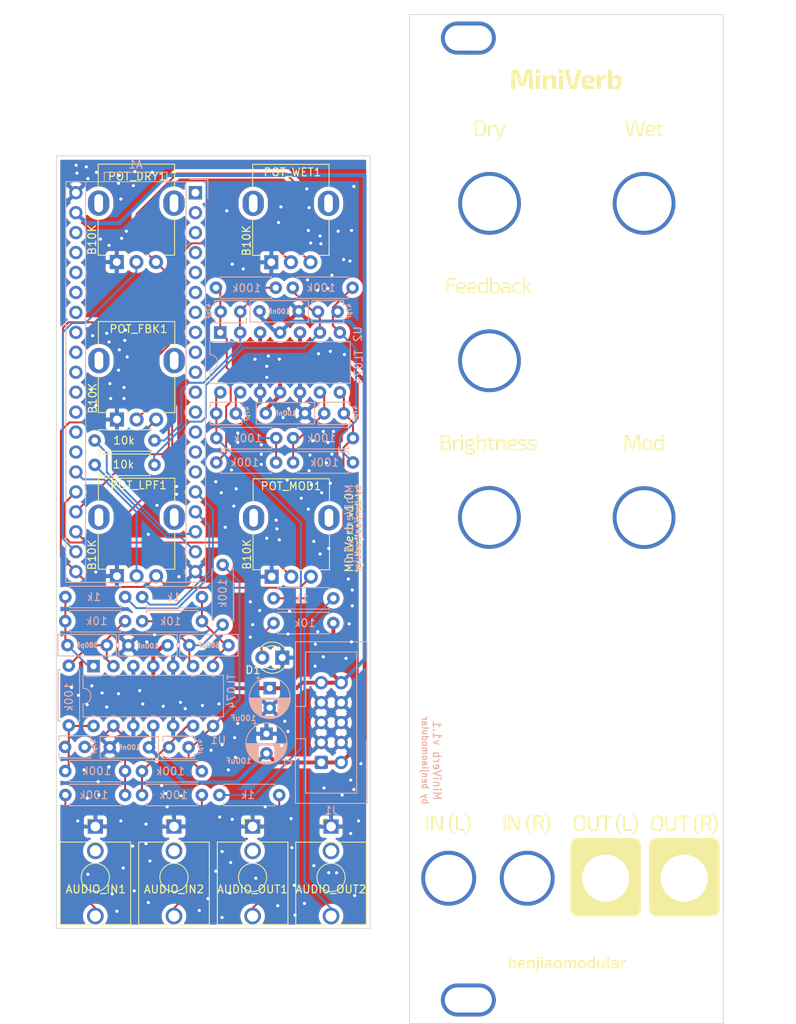
<source format=kicad_pcb>
(kicad_pcb (version 20211014) (generator pcbnew)
  (layers (0 "F.Cu" signal) (31 "B.Cu" signal) (34 "B.Paste" user) (35 "F.Paste" user) (36 "B.SilkS" user "B.Silkscreen") (37 "F.SilkS" user "F.Silkscreen") (38 "B.Mask" user) (39 "F.Mask" user) (44 "Edge.Cuts" user))
  (net 0 "")
  (net 1 "GND")
  (net 3 "Net-(AUDIO_IN1-PadT)")
  (net 5 "Net-(AUDIO_IN2-PadT)")
  (net 7 "Net-(AUDIO_OUT1-PadT)")
  (net 9 "Net-(AUDIO_OUT2-PadT)")
  (net 10 "Net-(C1-Pad2)")
  (net 11 "Net-(C1-Pad1)")
  (net 12 "Net-(C2-Pad2)")
  (net 13 "Net-(C2-Pad1)")
  (net 14 "Net-(C3-Pad1)")
  (net 15 "Net-(C4-Pad2)")
  (net 16 "Net-(C4-Pad1)")
  (net 17 "Net-(C5-Pad2)")
  (net 18 "Net-(C5-Pad1)")
  (net 19 "Net-(C6-Pad1)")
  (net 20 "Net-(C7-Pad2)")
  (net 21 "Net-(C7-Pad1)")
  (net 22 "Net-(C8-Pad1)")
  (net 23 "+12V")
  (net 24 "-12V")
  (net 25 "INT_AUDIO_OUT1")
  (net 26 "INT_AUDIO_IN1")
  (net 27 "INT_AUDIO_IN2")
  (net 28 "INT_AUDIO_OUT2")
  (net 29 "Net-(D1-Pad2)")
  (net 30 "3V3_A")
  (net 31 "DRY")
  (net 32 "FEEDBACK")
  (net 33 "LPF")
  (net 34 "MOD")
  (net 35 "WET")
  (net 36 "3V3_D")
  (net 63 "Net-(C3-Pad2)")
  (net 64 "Net-(C6-Pad2)")
  (net 65 "Net-(C8-Pad2)")
  (footprint "benjiaomodular:Panel_8HP" (layer "F.Cu") (at 120 32.001088)
    (fp_text reference "REF**")
    (fp_text value "Panel_8HP")
  )
  (footprint "benjiaomodular:PanelHole_Potentiometer_RV09" (layer "F.Cu") (at 147.4 103.57 90)
    (fp_text reference "REF**" hide)
    (fp_text value "PanelHole_Potentiometer_RV09" hide)
  )
  (footprint "benjiaomodular:AudioJack_3.5mm" (layer "F.Cu") (at 99.995 135.414)
    (fp_text reference "AUDIO_OUT1")
    (fp_text value "MONO_JACK" hide)
  )
  (footprint "benjiaomodular:Potentiometer_RV09" (layer "F.Cu") (at 82.7 83.575 90)
    (fp_text reference "POT_FBK1")
    (fp_text value "B10K")
  )
  (footprint "benjiaomodular:Potentiometer_RV09" (layer "F.Cu") (at 82.675 63.525 90)
    (fp_text reference "POT_DRY1")
    (fp_text value "B10K")
  )
  (footprint "benjiaomodular:PanelHole_Potentiometer_RV09" (layer "F.Cu") (at 127.69 83.6 90)
    (fp_text reference "REF**" hide)
    (fp_text value "PanelHole_Potentiometer_RV09" hide)
  )
  (footprint "benjiaomodular:Resistor_L6.3mm_D2.5mm_P7.62mm_Horizontal" (layer "F.Cu") (at 87.485 86.25 180)
    (fp_text reference "R1")
    (fp_text value "10k")
  )
  (footprint "benjiaomodular:AudioJack_3.5mm" (layer "F.Cu") (at 89.971 135.414)
    (fp_text reference "AUDIO_IN2")
    (fp_text value "MONO_JACK" hide)
  )
  (footprint "benjiaomodular:PanelHole_AudioJack_3.5mm" (layer "F.Cu") (at 124.99 135.5)
    (fp_text reference "REF**")
    (fp_text value "PanelHole_AudioJack_3.5mm")
  )
  (footprint "benjiaomodular:AudioJack_3.5mm" (layer "F.Cu") (at 79.945 135.414)
    (fp_text reference "AUDIO_IN1")
    (fp_text value "MONO_JACK" hide)
  )
  (footprint "benjiaomodular:PanelHole_Potentiometer_RV09" (layer "F.Cu") (at 127.68 103.55 90)
    (fp_text reference "REF**" hide)
    (fp_text value "PanelHole_Potentiometer_RV09" hide)
  )
  (footprint "benjiaomodular:PanelHole_Potentiometer_RV09" (layer "F.Cu") (at 147.4 63.55 90)
    (fp_text reference "REF**" hide)
    (fp_text value "PanelHole_Potentiometer_RV09" hide)
  )
  (footprint "benjiaomodular:Potentiometer_RV09" (layer "F.Cu") (at 102.375 63.55 90)
    (fp_text reference "POT_WET1")
    (fp_text value "B10K")
  )
  (footprint "benjiaomodular:PanelHole_Potentiometer_RV09" (layer "F.Cu") (at 127.7 63.55 90)
    (fp_text reference "REF**" hide)
    (fp_text value "PanelHole_Potentiometer_RV09" hide)
  )
  (footprint "benjiaomodular:Potentiometer_RV09" (layer "F.Cu") (at 82.7 103.525 90)
    (fp_text reference "POT_LPF1")
    (fp_text value "B10K")
  )
  (footprint "benjiaomodular:PanelHole_AudioJack_3.5mm" (layer "F.Cu") (at 145 135.5)
    (fp_text reference "REF**")
    (fp_text value "PanelHole_AudioJack_3.5mm")
  )
  (footprint "benjiaomodular:PanelHole_AudioJack_3.5mm" (layer "F.Cu") (at 135 135.5)
    (fp_text reference "REF**")
    (fp_text value "PanelHole_AudioJack_3.5mm")
  )
  (footprint "benjiaomodular:AudioJack_3.5mm" (layer "F.Cu") (at 109.995 135.42)
    (fp_text reference "AUDIO_OUT2")
    (fp_text value "MONO_JACK" hide)
  )
  (footprint "benjiaomodular:Potentiometer_RV09" (layer "F.Cu") (at 102.425 103.596088 90)
    (fp_text reference "POT_MOD1")
    (fp_text value "B10K")
  )
  (footprint "benjiaomodular:PanelHole_AudioJack_3.5mm" (layer "F.Cu") (at 155.01 135.5)
    (fp_text reference "REF**")
    (fp_text value "PanelHole_AudioJack_3.5mm")
  )
  (footprint "benjiaomodular:Resistor_L6.3mm_D2.5mm_P7.62mm_Horizontal" (layer "F.Cu") (at 87.485 89.35 180)
    (fp_text reference "R16")
    (fp_text value "10k")
  )
  (footprint "LED_THT:LED_D3.0mm" (layer "F.Cu") (at 103.775 113.9 180)
    (fp_text reference "D1")
    (fp_text value "3mm_LED")
  )
  (footprint "benjiaomodular:Resistor_L6.3mm_D2.5mm_P7.62mm_Horizontal" (layer "B.Cu") (at 95.325 66.795)
    (fp_text reference "R3")
    (fp_text value "100k")
  )
  (footprint "benjiaomodular:Capacitor_Rect_L7.2mm_W2.5mm_P5.00mm" (layer "B.Cu") (at 76.395 112.32)
    (fp_text reference "C3")
    (fp_text value "580pF")
  )
  (footprint "benjiaomodular:Resistor_L6.3mm_D2.5mm_P7.62mm_Horizontal" (layer "B.Cu") (at 93.535 109.27 180)
    (fp_text reference "R14")
    (fp_text value "10k")
  )
  (footprint "Package_DIP:DIP-14_W7.62mm" (layer "B.Cu") (at 79.711088 114.984903 -90)
    (fp_text reference "U1")
    (fp_text value "TL074")
  )
  (footprint "benjiaomodular:Capacitor_Rect_L7.2mm_W2.5mm_P5.00mm" (layer "B.Cu") (at 106.675 82.78 180)
    (fp_text reference "C14")
    (fp_text value "100nF")
  )
  (footprint "benjiaomodular:Resistor_L6.3mm_D2.5mm_P7.62mm_Horizontal" (layer "B.Cu") (at 102.985 89.05 180)
    (fp_text reference "R6")
    (fp_text value "100k")
  )
  (footprint "benjiaomodular:Capacitor_Disc_D3.8mm_W2.6mm_P2.50mm" (layer "B.Cu") (at 91.836088 125.324903 180)
    (fp_text reference "C5")
    (fp_text value "47pF")
  )
  (footprint "benjiaomodular:Resistor_L6.3mm_D2.5mm_P7.62mm_Horizontal" (layer "B.Cu") (at 76.561088 114.924903 -90)
    (fp_text reference "R5")
    (fp_text value "100k")
  )
  (footprint "benjiaomodular:Resistor_L6.3mm_D2.5mm_P7.62mm_Horizontal" (layer "B.Cu") (at 93.511088 128.374903 180)
    (fp_text reference "R12")
    (fp_text value "100k")
  )
  (footprint "benjiaomodular:Resistor_L6.3mm_D2.5mm_P7.62mm_Horizontal" (layer "B.Cu") (at 95.375 85.95)
    (fp_text reference "R8")
    (fp_text value "100k")
  )
  (footprint "benjiaomodular:Capacitor_Disc_D3.8mm_W2.6mm_P2.50mm" (layer "B.Cu") (at 111.625 82.8 180)
    (fp_text reference "C8")
    (fp_text value "47pF")
  )
  (footprint "benjiaomodular:Resistor_L6.3mm_D2.5mm_P7.62mm_Horizontal" (layer "B.Cu") (at 83.745 106.18 180)
    (fp_text reference "R10")
    (fp_text value "1k")
  )
  (footprint "benjiaomodular:Capacitor_Disc_D3.8mm_W2.6mm_P2.50mm" (layer "B.Cu") (at 76.086088 125.274903)
    (fp_text reference "C2")
    (fp_text value "47pF")
  )
  (footprint "benjiaomodular:Resistor_L6.3mm_D2.5mm_P7.62mm_Horizontal" (layer "B.Cu") (at 96.175 109.71 90)
    (fp_text reference "R13")
    (fp_text value "100k")
  )
  (footprint "benjiaomodular:Resistor_L6.3mm_D2.5mm_P7.62mm_Horizontal" (layer "B.Cu") (at 85.915 106.2)
    (fp_text reference "R15")
    (fp_text value "1k")
  )
  (footprint "benjiaomodular:Resistor_L6.3mm_D2.5mm_P7.62mm_Horizontal" (layer "B.Cu") (at 76.116088 128.349903)
    (fp_text reference "R4")
    (fp_text value "100k")
  )
  (footprint "benjiaomodular:Resistor_L6.3mm_D2.5mm_P7.62mm_Horizontal" (layer "B.Cu") (at 76.115 109.26)
    (fp_text reference "R7")
    (fp_text value "10k")
  )
  (footprint "benjiaomodular:Resistor_L6.3mm_D2.5mm_P7.62mm_Horizontal" (layer "B.Cu") (at 103.385 131.4 180)
    (fp_text reference "R9")
    (fp_text value "1k")
  )
  (footprint "benjiaomodular:Capacitor_Radial_D5.0mm_P2.5mm" (layer "B.Cu") (at 102.175 117.794888 -90)
    (fp_text reference "C9")
    (fp_text value "100uF")
  )
  (footprint "benjiaomodular:Resistor_L6.3mm_D2.5mm_P7.62mm_Horizontal" (layer "B.Cu") (at 102.665 109.5)
    (fp_text reference "R21")
    (fp_text value "10k")
  )
  (footprint "benjiaomodular:Resistor_L6.3mm_D2.5mm_P7.62mm_Horizontal" (layer "B.Cu") (at 112.785 85.95 180)
    (fp_text reference "R19")
    (fp_text value "100k")
  )
  (footprint "benjiaomodular:Capacitor_Rect_L7.2mm_W2.5mm_P5.00mm" (layer "B.Cu") (at 96.925 112.33 180)
    (fp_text reference "C6")
    (fp_text value "580pF")
  )
  (footprint "benjiaomodular:Resistor_L6.3mm_D2.5mm_P7.62mm_Horizontal" (layer "B.Cu") (at 112.735 66.795 180)
    (fp_text reference "R17")
    (fp_text value "100k")
  )
  (footprint "benjiaomodular:Resistor_L6.3mm_D2.5mm_P7.62mm_Horizontal" (layer "B.Cu") (at 85.901088 131.399903)
    (fp_text reference "R11")
    (fp_text value "100k")
  )
  (footprint "benjiaomodular:Resistor_L6.3mm_D2.5mm_P7.62mm_Horizontal" (layer "B.Cu") (at 110.285 106.35 180)
    (fp_text reference "R20")
    (fp_text value "1k")
  )
  (footprint "benjiaomodular:Capacitor_Radial_D5.0mm_P2.5mm" (layer "B.Cu") (at 101.759 123.6 -90)
    (fp_text reference "C10")
    (fp_text value "100uF")
  )
  (footprint "benjiaomodular:Capacitor_Rect_L7.2mm_W2.5mm_P5.00mm" (layer "B.Cu") (at 100.875 69.8)
    (fp_text reference "C13")
    (fp_text value "100nF")
  )
  (footprint "Package_DIP:DIP-14_W7.62mm" (layer "B.Cu") (at 95.875 72.5 -90)
    (fp_text reference "U2")
    (fp_text value "TL074")
  )
  (footprint "Connector_IDC:IDC-Header_2x05_P2.54mm_Vertical" (layer "B.Cu") (at 108.7475 127.255)
    (fp_text reference "J1")
    (fp_text value "IDC_2x05")
  )
  (footprint "benjiaomodular:Capacitor_Rect_L7.2mm_W2.5mm_P5.00mm" (layer "B.Cu") (at 89.155 112.34 180)
    (fp_text reference "C11")
    (fp_text value "100nF")
  )
  (footprint "benjiaomodular:Capacitor_Disc_D3.8mm_W2.6mm_P2.50mm" (layer "B.Cu") (at 95.355 82.81)
    (fp_text reference "C4")
    (fp_text value "47pF")
  )
  (footprint "benjiaomodular:Capacitor_Rect_L7.2mm_W2.5mm_P5.00mm" (layer "B.Cu") (at 81.786088 125.324903)
    (fp_text reference "C12")
    (fp_text value "100nF")
  )
  (footprint "benjiaomodular:Capacitor_Disc_D3.8mm_W2.6mm_P2.50mm" (layer "B.Cu") (at 110.825 69.85 180)
    (fp_text reference "C7")
    (fp_text value "47pF")
  )
  (footprint "daisy-seed:Device_Audio_Electrosmith_Daisy_Seed" (layer "B.Cu") (at 92.7025 54.7 180)
    (fp_text reference "A1")
    (fp_text value "Device_Audio_Electrosmith_Daisy_Seed_Rev4")
  )
  (footprint "benjiaomodular:Resistor_L6.3mm_D2.5mm_P7.62mm_Horizontal" (layer "B.Cu") (at 105.165 89.05)
    (fp_text reference "R18")
    (fp_text value "100k")
  )
  (footprint "benjiaomodular:Resistor_L6.3mm_D2.5mm_P7.62mm_Horizontal" (layer "B.Cu") (at 83.746088 131.399903 180)
    (fp_text reference "R2")
    (fp_text value "100k")
  )
  (footprint "benjiaomodular:Capacitor_Disc_D3.8mm_W2.6mm_P2.50mm" (layer "B.Cu") (at 95.925 69.85)
    (fp_text reference "C1")
    (fp_text value "47pF")
  )
  (gr_poly (pts (xy 145.38011 151.985281) (xy 145.378043 153.153684) (xy 145.378178 153.160988) (xy 145.378582 153.168074) (xy 145.379255 153.174945) (xy 145.380197 153.181599) (xy 145.381405 153.188038) (xy 145.38288 153.19426) (xy 145.384622 153.200266) (xy 145.386628 153.206057) (xy 145.388899 153.211633) (xy 145.391435 153.216992) (xy 145.394233 153.222137) (xy 145.397294 153.227066) (xy 145.400616 153.231781) (xy 145.4042 153.23628) (xy 145.408044 153.240564) (xy 145.412148 153.244634) (xy 145.416495 153.248218) (xy 145.42107 153.251567) (xy 145.425871 153.254682) (xy 145.430901 153.257564) (xy 145.43616 153.260212) (xy 145.441649 153.262628) (xy 145.447368 153.264812) (xy 145.453317 153.266764) (xy 145.459498 153.268485) (xy 145.465911 153.269975) (xy 145.472557 153.271235) (xy 145.479437 153.272264) (xy 145.48655 153.273064) (xy 145.493898 153.273635) (xy 145.501481 153.273977) (xy 145.509301 153.274091) (xy 145.600251 153.274091) (xy 145.630223 153.453924) (xy 145.624105 153.456541) (xy 145.617391 153.459095) (xy 145.610081 153.461583) (xy 145.602175 153.464007) (xy 145.593673 153.466365) (xy 145.584575 153.468658) (xy 145.574883 153.470884) (xy 145.564595 153.473043) (xy 145.55447 153.474972) (xy 145.544208 153.476748) (xy 145.53381 153.478366) (xy 145.523277 153.479821) (xy 145.512613 153.481107) (xy 145.501818 153.482217) (xy 145.490895 153.483148) (xy 145.479846 153.483892) (xy 145.469436 153.484815) (xy 145.45937 153.485585) (xy 145.449643 153.486212) (xy 145.440251 153.486706) (xy 145.43119 153.487074) (xy 145.422455 153.487325) (xy 145.414043 153.48747) (xy 145.405947 153.487516) (xy 145.390011 153.487244) (xy 145.37448 153.486429) (xy 145.359357 153.485071) (xy 145.344641 153.483168) (xy 145.330335 153.48072) (xy 145.31644 153.477728) (xy 145.302955 153.47419) (xy 145.289883 153.470107) (xy 145.277224 153.465477) (xy 145.26498 153.460302) (xy 145.253151 153.454579) (xy 145.241739 153.44831) (xy 145.230744 153.441493) (xy 145.220168 153.434128) (xy 145.210012 153.426215) (xy 145.200276 153.417753) (xy 145.191051 153.408787) (xy 145.182427 153.399343) (xy 145.174402 153.38942) (xy 145.166975 153.379017) (xy 145.160147 153.368135) (xy 145.153916 153.356773) (xy 145.148282 153.344931) (xy 145.143244 153.332609) (xy 145.138801 153.319807) (xy 145.134953 153.306524) (xy 145.131699 153.292761) (xy 145.129038 153.278516) (xy 145.126969 153.263791) (xy 145.125492 153.248584) (xy 145.124607 153.232896) (xy 145.124312 153.216726) (xy 145.124312 151.984762)) (layer "F.SilkS") (width 0) (fill solid))
  (gr_poly (pts (xy 155.697819 134.25044) (xy 155.068398 134.25044) (xy 155.068398 135.977461) (xy 154.819836 135.977461) (xy 154.819836 134.25044) (xy 154.193516 134.25044) (xy 154.193516 134.030294) (xy 155.697819 134.030294)) (layer "F.SilkS") (width 0) (fill solid))
  (gr_poly (pts (xy 145.805914 134.25044) (xy 145.176497 134.25044) (xy 145.176497 135.977461) (xy 144.927933 135.977461) (xy 144.927933 134.25044) (xy 144.301615 134.25044) (xy 144.301615 134.030294) (xy 145.805914 134.030294)) (layer "F.SilkS") (width 0) (fill solid))
  (gr_poly (pts (xy 151.86188 46.09304) (xy 152.29958 46.09304) (xy 152.29958 46.282177) (xy 151.86188 46.282177) (xy 151.86188 47.089364) (xy 151.862046 47.10149) (xy 151.862544 47.113175) (xy 151.863374 47.124419) (xy 151.864535 47.13522) (xy 151.866028 47.145581) (xy 151.867852 47.1555) (xy 151.870007 47.164978) (xy 151.872493 47.174015) (xy 151.875309 47.18261) (xy 151.878455 47.190765) (xy 151.881931 47.198479) (xy 151.885737 47.205753) (xy 151.889873 47.212585) (xy 151.894338 47.218978) (xy 151.899132 47.224929) (xy 151.904256 47.230441) (xy 151.909778 47.235567) (xy 151.915768 47.240364) (xy 151.922227 47.24483) (xy 151.929152 47.248967) (xy 151.936544 47.252773) (xy 151.944402 47.256249) (xy 151.952725 47.259395) (xy 151.961511 47.26221) (xy 151.970762 47.264695) (xy 151.980475 47.266848) (xy 151.99065 47.268671) (xy 152.001287 47.270163) (xy 152.012384 47.271323) (xy 152.023941 47.272152) (xy 152.035957 47.27265) (xy 152.048432 47.272815) (xy 152.257207 47.272815) (xy 152.28563 47.456267) (xy 152.274089 47.459041) (xy 152.262076 47.461718) (xy 152.249603 47.464301) (xy 152.236681 47.466793) (xy 152.22332 47.469197) (xy 152.209532 47.471515) (xy 152.180722 47.475904) (xy 152.165963 47.477944) (xy 152.151327 47.479811) (xy 152.136804 47.481503) (xy 152.122382 47.483019) (xy 152.108051 47.484356) (xy 152.093798 47.485512) (xy 152.079614 47.486485) (xy 152.065487 47.487273) (xy 152.038672 47.489732) (xy 152.026308 47.490708) (xy 152.014644 47.491511) (xy 152.003684 47.49214) (xy 151.99343 47.492592) (xy 151.983886 47.492864) (xy 151.975054 47.492956) (xy 151.953854 47.492579) (xy 151.933291 47.49145) (xy 151.913368 47.489568) (xy 151.894083 47.486934) (xy 151.875436 47.483548) (xy 151.857429 47.479412) (xy 151.840061 47.474524) (xy 151.823333 47.468887) (xy 151.807243 47.4625) (xy 151.791794 47.455364) (xy 151.776984 47.447479) (xy 151.762814 47.438845) (xy 151.749284 47.429464) (xy 151.736395 47.419335) (xy 151.724145 47.40846) (xy 151.712536 47.396838) (xy 151.701601 47.384514) (xy 151.691367 47.37153) (xy 151.681837 47.357887) (xy 151.67301 47.343584) (xy 151.664887 47.328621) (xy 151.657469 47.312998) (xy 151.650755 47.296713) (xy 151.644746 47.279768) (xy 151.639442 47.262161) (xy 151.634844 47.243893) (xy 151.630953 47.224962) (xy 151.627768 47.20537) (xy 151.62529 47.185114) (xy 151.62352 47.164196) (xy 151.622458 47.142614) (xy 151.622103 47.120369) (xy 151.622103 46.282178) (xy 151.374056 46.282178) (xy 151.374056 46.107511) (xy 151.622103 46.094075) (xy 151.622103 45.686865) (xy 151.86188 45.686864)) (layer "F.SilkS") (width 0) (fill solid))
  (gr_poly (pts (xy 152.858197 135.232809) (xy 152.85886 135.283687) (xy 152.86085 135.331903) (xy 152.864164 135.377463) (xy 152.866318 135.399248) (xy 152.868802 135.420372) (xy 152.871617 135.440834) (xy 152.874763 135.460635) (xy 152.878239 135.479776) (xy 152.882045 135.498257) (xy 152.886182 135.51608) (xy 152.890648 135.533245) (xy 152.895444 135.549752) (xy 152.900571 135.565603) (xy 152.906436 135.580508) (xy 152.912742 135.594889) (xy 152.91949 135.608745) (xy 152.926678 135.622075) (xy 152.934308 135.634878) (xy 152.942379 135.647154) (xy 152.95089 135.658902) (xy 152.959842 135.670122) (xy 152.969236 135.680813) (xy 152.97907 135.690974) (xy 152.989344 135.700606) (xy 153.00006 135.709706) (xy 153.011216 135.718276) (xy 153.022813 135.726313) (xy 153.034851 135.733818) (xy 153.04733 135.740789) (xy 153.060293 135.746939) (xy 153.073782 135.752688) (xy 153.087797 135.758038) (xy 153.10234 135.762989) (xy 153.11741 135.76754) (xy 153.133008 135.771694) (xy 153.149135 135.775449) (xy 153.16579 135.778807) (xy 153.182974 135.781769) (xy 153.200688 135.784334) (xy 153.218931 135.786503) (xy 153.237706 135.788276) (xy 153.257011 135.789655) (xy 153.276847 135.790639) (xy 153.318116 135.791425) (xy 153.339008 135.791229) (xy 153.359351 135.790638) (xy 153.379145 135.789654) (xy 153.398388 135.788275) (xy 153.417081 135.786501) (xy 153.435223 135.784332) (xy 153.452815 135.781766) (xy 153.469855 135.778805) (xy 153.486345 135.775446) (xy 153.502283 135.77169) (xy 153.517669 135.767537) (xy 153.532503 135.762985) (xy 153.546785 135.758035) (xy 153.560515 135.752686) (xy 153.573692 135.746938) (xy 153.586316 135.740789) (xy 153.598795 135.73382) (xy 153.610834 135.726318) (xy 153.622432 135.718284) (xy 153.633589 135.709717) (xy 153.644305 135.700619) (xy 153.65458 135.690989) (xy 153.664414 135.680829) (xy 153.673808 135.670139) (xy 153.68276 135.658919) (xy 153.691271 135.647171) (xy 153.699342 135.634894) (xy 153.706971 135.62209) (xy 153.714159 135.608758) (xy 153.720907 135.594899) (xy 153.727213 135.580514) (xy 153.733079 135.565603) (xy 153.73855 135.549752) (xy 153.743675 135.533245) (xy 153.748453 135.51608) (xy 153.752883 135.498257) (xy 153.760694 135.460635) (xy 153.767102 135.420372) (xy 153.772099 135.377463) (xy 153.775678 135.331903) (xy 153.777831 135.283687) (xy 153.77855 135.232809) (xy 153.77855 134.030294) (xy 154.026597 134.030294) (xy 154.026597 135.232809) (xy 154.026332 135.267655) (xy 154.02554 135.301639) (xy 154.024219 135.33476) (xy 154.022369 135.367019) (xy 154.019991 135.398417) (xy 154.017083 135.428954) (xy 154.013647 135.458629) (xy 154.009682 135.487445) (xy 154.005187 135.5154) (xy 154.000164 135.542496) (xy 153.994611 135.568732) (xy 153.988528 135.59411) (xy 153.981916 135.618629) (xy 153.974774 135.64229) (xy 153.967103 135.665094) (xy 153.958901 135.68704) (xy 153.950105 135.708195) (xy 153.940647 135.728622) (xy 153.930527 135.748321) (xy 153.919746 135.767292) (xy 153.908302 135.785536) (xy 153.896197 135.803051) (xy 153.88343 135.819839) (xy 153.870002 135.835899) (xy 153.855912 135.851232) (xy 153.84116 135.865837) (xy 153.825748 135.879714) (xy 153.809673 135.892864) (xy 153.792937 135.905287) (xy 153.77554 135.916983) (xy 153.757482 135.927951) (xy 153.738763 135.938192) (xy 153.719304 135.947417) (xy 153.699028 135.956042) (xy 153.677936 135.964067) (xy 153.656028 135.971494) (xy 153.633302 135.978321) (xy 153.609761 135.984552) (xy 153.585404 135.990185) (xy 153.56023 135.995223) (xy 153.534241 135.999665) (xy 153.507436 136.003512) (xy 153.479816 136.006766) (xy 153.45138 136.009426) (xy 153.42213 136.011494) (xy 153.392064 136.01297) (xy 153.329487 136.01415) (xy 153.297091 136.013855) (xy 153.265519 136.01297) (xy 153.234769 136.011493) (xy 153.20484 136.009425) (xy 153.175732 136.006764) (xy 153.147442 136.00351) (xy 153.119971 135.999662) (xy 153.093316 135.99522) (xy 153.067477 135.990182) (xy 153.042453 135.984548) (xy 153.018243 135.978318) (xy 152.994845 135.97149) (xy 152.972258 135.964065) (xy 152.950482 135.95604) (xy 152.929515 135.947416) (xy 152.909356 135.938192) (xy 152.889938 135.927954) (xy 152.871198 135.916988) (xy 152.853135 135.905295) (xy 152.835751 135.892874) (xy 152.819047 135.879725) (xy 152.803023 135.865849) (xy 152.787681 135.851245) (xy 152.773021 135.835913) (xy 152.759045 135.819853) (xy 152.745753 135.803065) (xy 152.733146 135.785549) (xy 152.721226 135.767304) (xy 152.709993 135.748331) (xy 152.699449 135.728629) (xy 152.689593 135.708199) (xy 152.680428 135.68704) (xy 152.671886 135.665092) (xy 152.663901 135.642288) (xy 152.656472 135.618626) (xy 152.649599 135.594106) (xy 152.643281 135.568727) (xy 152.637517 135.54249) (xy 152.632306 135.515394) (xy 152.627647 135.487439) (xy 152.619982 135.428948) (xy 152.614515 135.367015) (xy 152.61124 135.301636) (xy 152.61015 135.232809) (xy 152.61015 134.030294) (xy 152.858197 134.030294)) (layer "F.SilkS") (width 0) (fill solid))
  (gr_poly (pts (xy 141.990901 152.402003) (xy 142.013784 152.402633) (xy 142.036048 152.403682) (xy 142.057695 152.405149) (xy 142.078726 152.407034) (xy 142.099141 152.409334) (xy 142.118943 152.41205) (xy 142.138131 152.41518) (xy 142.156708 152.418723) (xy 142.174674 152.422679) (xy 142.19203 152.427045) (xy 142.208778 152.431822) (xy 142.224918 152.437009) (xy 142.240452 152.442604) (xy 142.255381 152.448606) (xy 142.269705 152.455015) (xy 142.28374 152.461894) (xy 142.297269 152.469303) (xy 142.31029 152.477243) (xy 142.322804 152.485713) (xy 142.334808 152.494713) (xy 142.346303 152.504244) (xy 142.357287 152.514304) (xy 142.367759 152.524894) (xy 142.377718 152.536012) (xy 142.387164 152.547661) (xy 142.396095 152.559838) (xy 142.404511 152.572544) (xy 142.412411 152.585779) (xy 142.419794 152.599542) (xy 142.426658 152.613833) (xy 142.433003 152.628652) (xy 142.439153 152.644036) (xy 142.444903 152.660027) (xy 142.450253 152.676625) (xy 142.455203 152.693831) (xy 142.459756 152.711646) (xy 142.463909 152.730072) (xy 142.467665 152.749107) (xy 142.471024 152.768754) (xy 142.476551 152.809883) (xy 142.480495 152.853465) (xy 142.482858 152.899506) (xy 142.483645 152.948011) (xy 142.483448 152.972579) (xy 142.482858 152.996541) (xy 142.481874 153.019895) (xy 142.480495 153.042641) (xy 142.478721 153.064779) (xy 142.476551 153.086307) (xy 142.473986 153.107224) (xy 142.471024 153.127531) (xy 142.467665 153.147225) (xy 142.463909 153.166307) (xy 142.459756 153.184776) (xy 142.455203 153.20263) (xy 142.450253 153.219869) (xy 142.444903 153.236493) (xy 142.439153 153.252499) (xy 142.433003 153.267889) (xy 142.426658 153.282459) (xy 142.419794 153.296533) (xy 142.412412 153.310113) (xy 142.404512 153.323198) (xy 142.396097 153.335787) (xy 142.387165 153.34788) (xy 142.377719 153.359478) (xy 142.36776 153.370579) (xy 142.357288 153.381185) (xy 142.346304 153.391294) (xy 142.334809 153.400907) (xy 142.322805 153.410023) (xy 142.310291 153.418643) (xy 142.297269 153.426765) (xy 142.283741 153.43439) (xy 142.269705 153.441518) (xy 142.255381 153.447923) (xy 142.240452 153.45391) (xy 142.224918 153.45948) (xy 142.208778 153.464634) (xy 142.19203 153.469373) (xy 142.174674 153.473697) (xy 142.156708 153.477606) (xy 142.138131 153.481101) (xy 142.118943 153.484183) (xy 142.099141 153.486852) (xy 142.078726 153.489108) (xy 142.057695 153.490954) (xy 142.013784 153.493412) (xy 141.967398 153.49423) (xy 141.944394 153.494026) (xy 141.921948 153.493412) (xy 141.900061 153.492388) (xy 141.878733 153.490954) (xy 141.857966 153.489108) (xy 141.837759 153.486852) (xy 141.818113 153.484183) (xy 141.799028 153.481101) (xy 141.780507 153.477606) (xy 141.762547 153.473697) (xy 141.745151 153.469373) (xy 141.72832 153.464634) (xy 141.712052 153.45948) (xy 141.69635 153.45391) (xy 141.681213 153.447923) (xy 141.666642 153.441518) (xy 141.652861 153.434394) (xy 141.639564 153.426773) (xy 141.62675 153.418653) (xy 141.614419 153.410036) (xy 141.602569 153.400922) (xy 141.591201 153.39131) (xy 141.580314 153.381202) (xy 141.569906 153.370597) (xy 141.559979 153.359495) (xy 141.55053 153.347896) (xy 141.541559 153.335801) (xy 141.533067 153.323211) (xy 141.525051 153.310124) (xy 141.517512 153.296541) (xy 141.510449 153.282463) (xy 141.503861 153.267889) (xy 141.497705 153.252499) (xy 141.491939 153.236493) (xy 141.486564 153.219869) (xy 141.48158 153.20263) (xy 141.476988 153.184776) (xy 141.472791 153.166307) (xy 141.468988 153.147225) (xy 141.465581 153.127531) (xy 141.459958 153.086307) (xy 141.455932 153.042641) (xy 141.45351 152.996541) (xy 141.4527 152.948011) (xy 141.719351 152.948011) (xy 141.719714 152.981457) (xy 141.720803 153.012994) (xy 141.722618 153.042621) (xy 141.725159 153.070332) (xy 141.728428 153.096125) (xy 141.730336 153.108301) (xy 141.732426 153.119995) (xy 141.734697 153.131209) (xy 141.737151 153.14194) (xy 141.739787 153.152189) (xy 141.742606 153.161955) (xy 141.745634 153.1713) (xy 141.748901 153.180283) (xy 141.752403 153.188904) (xy 141.756142 153.197162) (xy 141.760115 153.205058) (xy 141.764322 153.212591) (xy 141.768763 153.21976) (xy 141.773436 153.226566) (xy 141.778341 153.233008) (xy 141.783476 153.239086) (xy 141.788841 153.244799) (xy 141.794436 153.250148) (xy 141.800258 153.255131) (xy 141.806308 153.259749) (xy 141.812584 153.264002) (xy 141.819087 153.267889) (xy 141.826116 153.271472) (xy 141.833446 153.274821) (xy 141.841076 153.277936) (xy 141.849006 153.280818) (xy 141.857235 153.283467) (xy 141.865763 153.285883) (xy 141.87459 153.288067) (xy 141.883715 153.290019) (xy 141.893138 153.29174) (xy 141.902858 153.29323) (xy 141.912875 153.294489) (xy 141.923189 153.295519) (xy 141.933798 153.296319) (xy 141.944703 153.29689) (xy 141.955903 153.297232) (xy 141.967398 153.297346) (xy 141.979143 153.297232) (xy 141.990564 153.29689) (xy 142.001664 153.296319) (xy 142.012443 153.295519) (xy 142.022904 153.294489) (xy 142.033046 153.29323) (xy 142.042872 153.29174) (xy 142.052382 153.290019) (xy 142.061579 153.288067) (xy 142.070462 153.285883) (xy 142.079034 153.283467) (xy 142.087295 153.280818) (xy 142.095247 153.277936) (xy 142.102891 153.274821) (xy 142.110229 153.271472) (xy 142.117261 153.267889) (xy 142.12401 153.264005) (xy 142.130501 153.259755) (xy 142.136732 153.255138) (xy 142.142703 153.250156) (xy 142.148412 153.244809) (xy 142.15386 153.239097) (xy 142.159044 153.233019) (xy 142.163965 153.226578) (xy 142.168622 153.219771) (xy 142.173013 153.212601) (xy 142.177138 153.205068) (xy 142.180996 153.197171) (xy 142.184586 153.188911) (xy 142.187907 153.180288) (xy 142.19096 153.171302) (xy 142.193741 153.161955) (xy 142.199196 153.14194) (xy 142.203922 153.119995) (xy 142.207919 153.096125) (xy 142.211188 153.070332) (xy 142.21373 153.042621) (xy 142.215545 153.012994) (xy 142.216633 152.981457) (xy 142.216996 152.948011) (xy 142.216633 152.91459) (xy 142.215545 152.883112) (xy 142.21373 152.853569) (xy 142.211188 152.825952) (xy 142.207919 152.800254) (xy 142.206011 152.788122) (xy 142.203922 152.776466) (xy 142.20165 152.765285) (xy 142.199196 152.754579) (xy 142.19656 152.744347) (xy 142.193741 152.734586) (xy 142.19096 152.725242) (xy 142.187907 152.716258) (xy 142.184586 152.707637) (xy 142.180996 152.699379) (xy 142.177138 152.691483) (xy 142.173013 152.68395) (xy 142.168622 152.676781) (xy 142.163965 152.669975) (xy 142.159044 152.663533) (xy 142.15386 152.657455) (xy 142.148412 152.651742) (xy 142.142703 152.646393) (xy 142.136732 152.64141) (xy 142.130501 152.636791) (xy 142.12401 152.632539) (xy 142.117261 152.628652) (xy 142.11023 152.6248) (xy 142.102893 152.62119) (xy 142.095249 152.617825) (xy 142.087298 152.614704) (xy 142.079037 152.611829) (xy 142.070466 152.6092) (xy 142.061582 152.606817) (xy 142.052386 152.604683) (xy 142.042875 152.602796) (xy 142.033049 152.601159) (xy 142.022907 152.599772) (xy 142.012446 152.598635) (xy 142.001666 152.59775) (xy 141.990565 152.597116) (xy 141.979143 152.596736) (xy 141.967398 152.596609) (xy 141.955904 152.596736) (xy 141.944705 152.597116) (xy 141.9338 152.59775) (xy 141.923191 152.598635) (xy 141.912878 152.599772) (xy 141.902862 152.601159) (xy 141.893142 152.602796) (xy 141.883719 152.604683) (xy 141.874594 152.606817) (xy 141.865766 152.6092) (xy 141.857238 152.611829) (xy 141.849008 152.614704) (xy 141.841077 152.617825) (xy 141.833447 152.62119) (xy 141.826116 152.6248) (xy 141.819087 152.628652) (xy 141.812584 152.632535) (xy 141.806308 152.636784) (xy 141.800258 152.6414) (xy 141.794436 152.646381) (xy 141.788841 152.651729) (xy 141.783476 152.657441) (xy 141.778341 152.663519) (xy 141.773436 152.669961) (xy 141.768763 152.676767) (xy 141.764322 152.683938) (xy 141.760115 152.691472) (xy 141.756142 152.699369) (xy 141.752403 152.70763) (xy 141.748901 152.716253) (xy 141.745634 152.725239) (xy 141.742606 152.734586) (xy 141.737151 152.754579) (xy 141.732426 152.776466) (xy 141.728428 152.800254) (xy 141.725159 152.825952) (xy 141.722618 152.853569) (xy 141.720803 152.883112) (xy 141.719714 152.91459) (xy 141.719351 152.948011) (xy 141.4527 152.948011) (xy 141.452903 152.92345) (xy 141.45351 152.899506) (xy 141.454519 152.876178) (xy 141.455932 152.853465) (xy 141.457745 152.831367) (xy 141.459958 152.809883) (xy 141.46257 152.789012) (xy 141.465581 152.768754) (xy 141.468988 152.749107) (xy 141.472791 152.730072) (xy 141.476988 152.711646) (xy 141.48158 152.693831) (xy 141.486564 152.676625) (xy 141.491939 152.660027) (xy 141.497705 152.644036) (xy 141.503861 152.628652) (xy 141.510448 152.613834) (xy 141.517511 152.599544) (xy 141.52505 152.585782) (xy 141.533065 152.572548) (xy 141.541558 152.559843) (xy 141.550528 152.547666) (xy 141.559977 152.536018) (xy 141.569905 152.524899) (xy 141.580312 152.514309) (xy 141.5912 152.504249) (xy 141.602568 152.494718) (xy 141.614418 152.485717) (xy 141.62675 152.477246) (xy 141.639564 152.469305) (xy 141.652861 152.461895) (xy 141.666642 152.455015) (xy 141.681213 152.448606) (xy 141.69635 152.442604) (xy 141.712052 152.437009) (xy 141.72832 152.431822) (xy 141.745151 152.427045) (xy 141.762547 152.422679) (xy 141.780507 152.418723) (xy 141.799028 152.41518) (xy 141.818113 152.41205) (xy 141.837759 152.409334) (xy 141.857966 152.407034) (xy 141.878733 152.405149) (xy 141.900061 152.403682) (xy 141.921948 152.402633) (xy 141.967398 152.401792)) (layer "F.SilkS") (width 0) (fill solid))
  (gr_poly (pts (xy 139.426199 38.970633) (xy 139.435444 38.971097) (xy 139.444385 38.971871) (xy 139.453022 38.972954) (xy 139.461355 38.974347) (xy 139.469384 38.97605) (xy 139.477109 38.978062) (xy 139.48453 38.980384) (xy 139.491647 38.983016) (xy 139.498461 38.985957) (xy 139.504971 38.989209) (xy 139.511178 38.99277) (xy 139.517081 38.996641) (xy 139.522681 39.000822) (xy 139.527977 39.005313) (xy 139.53297 39.010114) (xy 139.53766 39.015225) (xy 139.542047 39.020646) (xy 139.546131 39.026378) (xy 139.549912 39.032419) (xy 139.55339 39.038771) (xy 139.556565 39.045433) (xy 139.559438 39.052405) (xy 139.562008 39.059688) (xy 139.564275 39.067281) (xy 139.56624 39.075184) (xy 139.567902 39.083398) (xy 139.569262 39.091922) (xy 139.570319 39.100757) (xy 139.571075 39.109902) (xy 139.571679 39.129125) (xy 139.571679 39.316194) (xy 139.571528 39.32596) (xy 139.571075 39.335416) (xy 139.570319 39.344561) (xy 139.569262 39.353396) (xy 139.567902 39.361921) (xy 139.56624 39.370134) (xy 139.564275 39.378038) (xy 139.562008 39.385631) (xy 139.559438 39.392913) (xy 139.556565 39.399886) (xy 139.55339 39.406548) (xy 139.549912 39.412899) (xy 139.546131 39.418941) (xy 139.542047 39.424672) (xy 139.53766 39.430093) (xy 139.53297 39.435204) (xy 139.527977 39.440006) (xy 139.522681 39.444497) (xy 139.517081 39.448678) (xy 139.511178 39.452549) (xy 139.504971 39.45611) (xy 139.498461 39.459361) (xy 139.491647 39.462303) (xy 139.48453 39.464935) (xy 139.477109 39.467257) (xy 139.469384 39.469269) (xy 139.461355 39.470971) (xy 139.453022 39.472364) (xy 139.444385 39.473448) (xy 139.435444 39.474221) (xy 139.426199 39.474686) (xy 139.416649 39.47484) (xy 139.190823 39.47484) (xy 139.181272 39.474686) (xy 139.172023 39.474221) (xy 139.163075 39.473448) (xy 139.154429 39.472364) (xy 139.146085 39.470971) (xy 139.138042 39.469269) (xy 139.130301 39.467257) (xy 139.122863 39.464935) (xy 139.115727 39.462303) (xy 139.108893 39.459361) (xy 139.102361 39.45611) (xy 139.096132 39.452549) (xy 139.090206 39.448678) (xy 139.084583 39.444497) (xy 139.079262 39.440006) (xy 139.074245 39.435204) (xy 139.06953 39.430093) (xy 139.065119 39.424672) (xy 139.061012 39.418941) (xy 139.057208 39.412899) (xy 139.053707 39.406548) (xy 139.050511 39.399886) (xy 139.047618 39.392913) (xy 139.045029 39.385631) (xy 139.042744 39.378038) (xy 139.040764 39.370134) (xy 139.039088 39.361921) (xy 139.037716 39.353396) (xy 139.036649 39.344561) (xy 139.035887 39.335416) (xy 139.035277 39.316194) (xy 139.035277 39.129125) (xy 139.035429 39.119358) (xy 139.035887 39.109902) (xy 139.036649 39.100757) (xy 139.037716 39.091922) (xy 139.039088 39.083398) (xy 139.040764 39.075184) (xy 139.042744 39.067281) (xy 139.045029 39.059688) (xy 139.047618 39.052405) (xy 139.050511 39.045433) (xy 139.053707 39.038771) (xy 139.057208 39.032419) (xy 139.061012 39.026378) (xy 139.065119 39.020646) (xy 139.06953 39.015225) (xy 139.074245 39.010114) (xy 139.079262 39.005313) (xy 139.084583 39.000822) (xy 139.090206 38.996641) (xy 139.096132 38.99277) (xy 139.102361 38.989209) (xy 139.108893 38.985957) (xy 139.115727 38.983016) (xy 139.122863 38.980384) (xy 139.130301 38.978062) (xy 139.138042 38.97605) (xy 139.146085 38.974347) (xy 139.154429 38.972954) (xy 139.163075 38.971871) (xy 139.172023 38.971097) (xy 139.181272 38.970633) (xy 139.190823 38.970478) (xy 139.416649 38.970478)) (layer "F.SilkS") (width 0) (fill solid))
  (gr_poly (pts (xy 125.142817 65.545769) (xy 125.211124 65.546399) (xy 125.348774 65.548643) (xy 125.486422 65.549271) (xy 125.554729 65.550094) (xy 125.622659 65.55129) (xy 125.689649 65.553189) (xy 125.755187 65.556127) (xy 125.819315 65.560133) (xy 125.882075 65.565233) (xy 125.868123 65.757467) (xy 125.137419 65.757467) (xy 125.125276 65.757641) (xy 125.113547 65.758164) (xy 125.102233 65.759036) (xy 125.091335 65.760258) (xy 125.080854 65.76183) (xy 125.07079 65.763754) (xy 125.061143 65.766029) (xy 125.051915 65.768656) (xy 125.043106 65.771636) (xy 125.034718 65.77497) (xy 125.026749 65.778657) (xy 125.019202 65.7827) (xy 125.012077 65.787097) (xy 125.005375 65.79185) (xy 124.999096 65.79696) (xy 124.993241 65.802427) (xy 124.987782 65.807939) (xy 124.982677 65.81389) (xy 124.977927 65.820283) (xy 124.973532 65.827115) (xy 124.96949 65.834388) (xy 124.965803 65.842102) (xy 124.962468 65.850257) (xy 124.959487 65.858853) (xy 124.956857 65.867889) (xy 124.95458 65.877367) (xy 124.952654 65.887286) (xy 124.951079 65.897646) (xy 124.949855 65.908448) (xy 124.948981 65.919691) (xy 124.948457 65.931376) (xy 124.948283 65.943502) (xy 124.948283 66.395155) (xy 125.760636 66.395155) (xy 125.760636 66.595659) (xy 124.948283 66.595659) (xy 124.948283 67.495863) (xy 124.69972 67.495863) (xy 124.69972 65.895448) (xy 124.700119 65.874932) (xy 124.701316 65.855011) (xy 124.70331 65.835685) (xy 124.706101 65.816954) (xy 124.709688 65.798819) (xy 124.714071 65.781278) (xy 124.719249 65.764333) (xy 124.725221 65.747984) (xy 124.731986 65.732229) (xy 124.739545 65.71707) (xy 124.747897 65.702506) (xy 124.75704 65.688537) (xy 124.766975 65.675164) (xy 124.777701 65.662386) (xy 124.789217 65.650204) (xy 124.801522 65.638616) (xy 124.814493 65.62734) (xy 124.828008 65.616793) (xy 124.842066 65.606977) (xy 124.856671 65.597889) (xy 124.871822 65.58953) (xy 124.88752 65.5819) (xy 124.903768 65.574998) (xy 124.920566 65.568824) (xy 124.937915 65.563378) (xy 124.955817 65.558659) (xy 124.974272 65.554667) (xy 124.993281 65.551402) (xy 125.012847 65.548862) (xy 125.03297 65.547049) (xy 125.05365 65.545961) (xy 125.07489 65.545599) (xy 125.074889 65.545545)) (layer "F.SilkS") (width 0) (fill solid))
  (gr_poly (pts (xy 133.749189 39.048665) (xy 133.759334 39.049506) (xy 133.769216 39.050683) (xy 133.778834 39.052196) (xy 133.78819 39.054046) (xy 133.797283 39.056232) (xy 133.806112 39.058756) (xy 133.814679 39.061616) (xy 133.822984 39.064813) (xy 133.831026 39.068347) (xy 133.838805 39.072219) (xy 133.846322 39.076427) (xy 133.853577 39.080973) (xy 133.86057 39.085856) (xy 133.867301 39.091077) (xy 133.87377 39.096636) (xy 133.879978 39.102532) (xy 133.885923 39.108766) (xy 133.891608 39.115338) (xy 133.897031 39.122248) (xy 133.902192 39.129496) (xy 133.907093 39.137082) (xy 133.911732 39.145006) (xy 133.916111 39.153269) (xy 133.920229 39.161871) (xy 133.924086 39.17081) (xy 133.927683 39.180089) (xy 133.931019 39.189706) (xy 133.934094 39.199663) (xy 133.939465 39.220592) (xy 134.253658 40.444807) (xy 134.258834 40.466039) (xy 134.263779 40.4874) (xy 134.268498 40.508883) (xy 134.272992 40.530483) (xy 134.281323 40.574006) (xy 134.288798 40.617922) (xy 134.296119 40.660436) (xy 134.303935 40.703341) (xy 134.312193 40.746687) (xy 134.320837 40.790522) (xy 134.366313 40.790522) (xy 134.374957 40.746686) (xy 134.383215 40.70334) (xy 134.391031 40.660436) (xy 134.398351 40.617922) (xy 134.433491 40.441189) (xy 134.744067 39.220592) (xy 134.749024 39.199663) (xy 134.755078 39.180089) (xy 134.758516 39.17081) (xy 134.762229 39.161871) (xy 134.766216 39.153269) (xy 134.770477 39.145006) (xy 134.775014 39.137082) (xy 134.779825 39.129496) (xy 134.784911 39.122248) (xy 134.790272 39.115338) (xy 134.795908 39.108766) (xy 134.801819 39.102532) (xy 134.808006 39.096636) (xy 134.814468 39.091077) (xy 134.821206 39.085856) (xy 134.82822 39.080973) (xy 134.835509 39.076427) (xy 134.843075 39.072219) (xy 134.850916 39.068347) (xy 134.859034 39.064813) (xy 134.867427 39.061616) (xy 134.876098 39.058756) (xy 134.885045 39.056232) (xy 134.894268 39.054046) (xy 134.903768 39.052196) (xy 134.913545 39.050683) (xy 134.93393 39.048665) (xy 134.955424 39.047993) (xy 135.470638 39.047993) (xy 135.482365 39.048185) (xy 135.493732 39.048763) (xy 135.504741 39.049725) (xy 135.51539 39.051073) (xy 135.525681 39.052806) (xy 135.535612 39.054924) (xy 135.545185 39.057428) (xy 135.554399 39.060316) (xy 135.563254 39.063591) (xy 135.571751 39.06725) (xy 135.579889 39.071295) (xy 135.587668 39.075726) (xy 135.595089 39.080542) (xy 135.602151 39.085745) (xy 135.608855 39.091332) (xy 135.615201 39.097306) (xy 135.621188 39.103665) (xy 135.626817 39.110411) (xy 135.632088 39.117542) (xy 135.637001 39.125059) (xy 135.641556 39.132963) (xy 135.645753 39.141252) (xy 135.649592 39.149928) (xy 135.653072 39.15899) (xy 135.656196 39.168438) (xy 135.658961 39.178273) (xy 135.661368 39.188494) (xy 135.663418 39.199101) (xy 135.66511 39.210095) (xy 135.666445 39.221476) (xy 135.668042 39.245397) (xy 135.760026 41.481952) (xy 135.262381 41.481952) (xy 135.181249 39.463988) (xy 135.117688 39.463988) (xy 134.726497 40.981208) (xy 134.721947 41.00171) (xy 134.716236 41.020881) (xy 134.712944 41.029968) (xy 134.709363 41.038723) (xy 134.705491 41.047146) (xy 134.70133 41.055237) (xy 134.696878 41.062996) (xy 134.692136 41.070424) (xy 134.687105 41.07752) (xy 134.681783 41.084284) (xy 134.676172 41.090718) (xy 134.670272 41.09682) (xy 134.664082 41.102592) (xy 134.657602 41.108032) (xy 134.650833 41.113142) (xy 134.643775 41.117922) (xy 134.636428 41.12237) (xy 134.628791 41.126489) (xy 134.620865 41.130277) (xy 134.61265 41.133735) (xy 134.604147 41.136863) (xy 134.595354 41.139662) (xy 134.586273 41.14213) (xy 134.576903 41.144269) (xy 134.557296 41.147559) (xy 134.536537 41.149533) (xy 134.514623 41.15019) (xy 134.176143 41.15019) (xy 134.154201 41.149533) (xy 134.14364 41.14871) (xy 134.133352 41.147559) (xy 134.123339 41.146079) (xy 134.1136 41.144269) (xy 134.104135 41.14213) (xy 134.094944 41.139662) (xy 134.086028 41.136863) (xy 134.077386 41.133735) (xy 134.069019 41.130277) (xy 134.060927 41.126489) (xy 134.05311 41.12237) (xy 134.045569 41.117922) (xy 134.038302 41.113142) (xy 134.031311 41.108032) (xy 134.024596 41.102592) (xy 134.018156 41.09682) (xy 134.011992 41.090718) (xy 134.006105 41.084284) (xy 134.000493 41.07752) (xy 133.995158 41.070424) (xy 133.990099 41.062996) (xy 133.985317 41.055237) (xy 133.980812 41.047146) (xy 133.976583 41.038723) (xy 133.972632 41.029968) (xy 133.968957 41.020881) (xy 133.965561 41.011461) (xy 133.962441 41.00171) (xy 133.959599 40.991625) (xy 133.957035 40.981208) (xy 133.565844 39.463988) (xy 133.5059 39.463988) (xy 133.431486 41.481952) (xy 132.930741 41.481952) (xy 133.022208 39.245397) (xy 133.023831 39.221476) (xy 133.025193 39.210095) (xy 133.026923 39.199101) (xy 133.029019 39.188494) (xy 133.031483 39.178273) (xy 133.034313 39.168438) (xy 133.037509 39.15899) (xy 133.041072 39.149928) (xy 133.045001 39.141252) (xy 133.049297 39.132963) (xy 133.053958 39.125059) (xy 133.058984 39.117542) (xy 133.064376 39.110411) (xy 133.070134 39.103665) (xy 133.076256 39.097306) (xy 133.082744 39.091332) (xy 133.089596 39.085745) (xy 133.096814 39.080542) (xy 133.104395 39.075726) (xy 133.112341 39.071295) (xy 133.120651 39.06725) (xy 133.129326 39.063591) (xy 133.138364 39.060316) (xy 133.147765 39.057428) (xy 133.15753 39.054924) (xy 133.167659 39.052806) (xy 133.178151 39.051073) (xy 133.189005 39.049725) (xy 133.200223 39.048763) (xy 133.211803 39.048185) (xy 133.223746 39.047993) (xy 133.728108 39.047993)) (layer "F.SilkS") (width 0) (fill solid))
  (gr_poly (pts (xy 128.996614 45.494637) (xy 129.04782 45.495446) (xy 129.097008 45.497869) (xy 129.120845 45.499682) (xy 129.144176 45.501895) (xy 129.167001 45.504507) (xy 129.189319 45.507517) (xy 129.21113 45.510924) (xy 129.232434 45.514727) (xy 129.253229 45.518925) (xy 129.273515 45.523516) (xy 129.293293 45.5285) (xy 129.31256 45.533876) (xy 129.331317 45.539642) (xy 129.349564 45.545797) (xy 129.367676 45.552399) (xy 129.385321 45.559506) (xy 129.402501 45.567119) (xy 129.419216 45.575237) (xy 129.435465 45.58386) (xy 129.45125 45.59299) (xy 129.466571 45.602626) (xy 129.481429 45.612769) (xy 129.495824 45.623419) (xy 129.509756 45.634576) (xy 129.523225 45.646241) (xy 129.536234 45.658415) (xy 129.548781 45.671096) (xy 129.560867 45.684287) (xy 129.572493 45.697986) (xy 129.583659 45.712195) (xy 129.594747 45.726955) (xy 129.605435 45.742308) (xy 129.615726 45.758253) (xy 129.625617 45.774791) (xy 129.635111 45.791922) (xy 129.644207 45.809648) (xy 129.652906 45.827968) (xy 129.661208 45.846883) (xy 129.669112 45.866394) (xy 129.676621 45.8865) (xy 129.683733 45.907202) (xy 129.69045 45.9285) (xy 129.696771 45.950396) (xy 129.702698 45.97289) (xy 129.708229 45.995981) (xy 129.713366 46.01967) (xy 129.723284 46.06907) (xy 129.731884 46.12131) (xy 129.739167 46.176384) (xy 129.745129 46.234287) (xy 129.749769 46.295012) (xy 129.753085 46.358553) (xy 129.755077 46.424905) (xy 129.755741 46.49406) (xy 129.755077 46.563193) (xy 129.753085 46.629486) (xy 129.749769 46.692944) (xy 129.745128 46.753574) (xy 129.739166 46.811382) (xy 129.731884 46.866373) (xy 129.723283 46.918555) (xy 129.713366 46.967932) (xy 129.708231 46.991628) (xy 129.702702 47.014736) (xy 129.696777 47.037254) (xy 129.690457 47.059183) (xy 129.683742 47.080521) (xy 129.67663 47.101267) (xy 129.669122 47.12142) (xy 129.661217 47.140979) (xy 129.652915 47.159942) (xy 129.644216 47.178309) (xy 129.63512 47.196078) (xy 129.625625 47.213249) (xy 129.615732 47.22982) (xy 129.60544 47.24579) (xy 129.594749 47.261159) (xy 129.583659 47.275924) (xy 129.572491 47.290133) (xy 129.560864 47.303833) (xy 129.548777 47.317023) (xy 129.53623 47.329705) (xy 129.523221 47.341878) (xy 129.509751 47.353543) (xy 129.495818 47.364701) (xy 129.481424 47.375351) (xy 129.466566 47.385494) (xy 129.451245 47.39513) (xy 129.435461 47.404259) (xy 129.419212 47.412883) (xy 129.402498 47.421001) (xy 129.385319 47.428613) (xy 129.367675 47.43572) (xy 129.349564 47.442322) (xy 129.331317 47.448472) (xy 129.31256 47.454221) (xy 129.293293 47.459571) (xy 129.273515 47.464522) (xy 129.232434 47.473228) (xy 129.189319 47.480343) (xy 129.144176 47.485871) (xy 129.097008 47.489815) (xy 129.04782 47.492178) (xy 128.996614 47.492965) (xy 128.898184 47.49247) (xy 128.803269 47.490956) (xy 128.71188 47.48838) (xy 128.624028 47.484697) (xy 128.540468 47.48152) (xy 128.459081 47.477603) (xy 128.379811 47.472971) (xy 128.3026 47.467644) (xy 128.3026 47.269198) (xy 128.550646 47.269198) (xy 128.610008 47.270856) (xy 128.640119 47.271702) (xy 128.672086 47.272815) (xy 128.826588 47.275062) (xy 128.996614 47.275916) (xy 129.019603 47.275637) (xy 129.042003 47.274803) (xy 129.063812 47.273413) (xy 129.085031 47.271468) (xy 129.105657 47.268969) (xy 129.12569 47.265917) (xy 129.14513 47.262312) (xy 129.163975 47.258155) (xy 129.182225 47.253447) (xy 129.199879 47.248189) (xy 129.216936 47.242381) (xy 129.233395 47.236024) (xy 129.249256 47.229118) (xy 129.264517 47.221666) (xy 129.279178 47.213666) (xy 129.293237 47.20512) (xy 129.306739 47.195571) (xy 129.31973 47.185268) (xy 129.33221 47.174213) (xy 129.344181 47.162406) (xy 129.355643 47.149848) (xy 129.366595 47.136538) (xy 129.37704 47.122478) (xy 129.386977 47.107668) (xy 129.396407 47.092108) (xy 129.40533 47.075799) (xy 129.413748 47.058741) (xy 129.42166 47.040935) (xy 129.429068 47.022382) (xy 129.435971 47.003081) (xy 129.44237 46.983034) (xy 129.448267 46.96224) (xy 129.459519 46.917274) (xy 129.469275 46.868448) (xy 129.477535 46.815756) (xy 129.484295 46.75919) (xy 129.489556 46.698744) (xy 129.493316 46.63441) (xy 129.495573 46.566182) (xy 129.496325 46.494052) (xy 129.495573 46.421955) (xy 129.493316 46.353832) (xy 129.489556 46.289681) (xy 129.484296 46.229499) (xy 129.477535 46.173287) (xy 129.469276 46.121042) (xy 129.464584 46.096406) (xy 129.459519 46.072762) (xy 129.45408 46.050109) (xy 129.448267 46.028447) (xy 129.442365 46.007314) (xy 129.435962 45.986955) (xy 129.429055 45.967368) (xy 129.421645 45.948554) (xy 129.41373 45.930512) (xy 129.405311 45.913243) (xy 129.396387 45.896746) (xy 129.386956 45.881021) (xy 129.37702 45.866068) (xy 129.366576 45.851886) (xy 129.355625 45.838475) (xy 129.344166 45.825836) (xy 129.332198 45.813967) (xy 129.319721 45.802869) (xy 129.306734 45.792542) (xy 129.293237 45.782984) (xy 129.279178 45.774098) (xy 129.264517 45.765786) (xy 129.249256 45.758046) (xy 129.233396 45.75088) (xy 129.216937 45.744287) (xy 129.19988 45.738268) (xy 129.182226 45.732822) (xy 129.163976 45.727948) (xy 129.145131 45.723649) (xy 129.125691 45.719922) (xy 129.105657 45.716769) (xy 129.085031 45.714189) (xy 129.063813 45.712183) (xy 129.042003 45.71075) (xy 129.019603 45.70989) (xy 128.996614 45.709603) (xy 128.996614 45.709585) (xy 128.830278 45.710177) (xy 128.75349 45.710981) (xy 128.680872 45.712178) (xy 128.550646 45.714771) (xy 128.550646 47.269198) (xy 128.3026 47.269198) (xy 128.3026 45.519948) (xy 128.37981 45.514717) (xy 128.459081 45.510267) (xy 128.540468 45.506523) (xy 128.624028 45.503412) (xy 128.71188 45.49965) (xy 128.803269 45.496896) (xy 128.898184 45.495204) (xy 128.996614 45.494628)) (layer "F.SilkS") (width 0) (fill solid))
  (gr_poly (pts (xy 142.846815 39.694027) (xy 142.899002 39.695812) (xy 142.949232 39.698786) (xy 142.997505 39.702949) (xy 143.043822 39.7083) (xy 143.088182 39.714838) (xy 143.130585 39.722562) (xy 143.171032 39.731472) (xy 143.209522 39.741568) (xy 143.246055 39.752847) (xy 143.280631 39.765311) (xy 143.31325 39.778957) (xy 143.343912 39.793786) (xy 143.372617 39.809797) (xy 143.399366 39.826989) (xy 143.424157 39.84536) (xy 143.44765 39.864459) (xy 143.469622 39.884714) (xy 143.490074 39.906124) (xy 143.509007 39.928691) (xy 143.52642 39.952415) (xy 143.542316 39.977295) (xy 143.556695 40.003333) (xy 143.569557 40.030527) (xy 143.580904 40.05888) (xy 143.590735 40.08839) (xy 143.599051 40.119058) (xy 143.605854 40.150884) (xy 143.611144 40.183869) (xy 143.614922 40.218013) (xy 143.617188 40.253315) (xy 143.617943 40.289777) (xy 143.617886 40.319293) (xy 143.616837 40.347868) (xy 143.614798 40.375504) (xy 143.611768 40.402199) (xy 143.607747 40.427956) (xy 143.602734 40.452774) (xy 143.59673 40.476655) (xy 143.589735 40.499597) (xy 143.581748 40.521603) (xy 143.572768 40.542672) (xy 143.562797 40.562805) (xy 143.551834 40.582002) (xy 143.539878 40.600265) (xy 143.526929 40.617592) (xy 143.512988 40.633986) (xy 143.498053 40.649445) (xy 143.481917 40.663541) (xy 143.464375 40.676724) (xy 143.445428 40.688996) (xy 143.425075 40.700355) (xy 143.403317 40.710804) (xy 143.380153 40.720341) (xy 143.355584 40.728968) (xy 143.329609 40.736686) (xy 143.302229 40.743493) (xy 143.273443 40.749392) (xy 143.243251 40.754382) (xy 143.211654 40.758464) (xy 143.178651 40.761638) (xy 143.144242 40.763905) (xy 143.108428 40.765264) (xy 143.071208 40.765717) (xy 142.45109 40.765717) (xy 142.453614 40.785321) (xy 142.456358 40.804308) (xy 142.45934 40.822649) (xy 142.46258 40.840316) (xy 142.466095 40.857282) (xy 142.469904 40.873519) (xy 142.474026 40.888999) (xy 142.478478 40.903694) (xy 142.483537 40.91797) (xy 142.489014 40.931695) (xy 142.494909 40.944868) (xy 142.50122 40.95749) (xy 142.507947 40.96956) (xy 142.515089 40.98108) (xy 142.522646 40.992048) (xy 142.530617 41.002464) (xy 142.539002 41.01233) (xy 142.547799 41.021644) (xy 142.557009 41.030407) (xy 142.56663 41.03862) (xy 142.576663 41.046281) (xy 142.587105 41.053391) (xy 142.597958 41.05995) (xy 142.609219 41.065958) (xy 142.6214 41.071507) (xy 142.63413 41.07669) (xy 142.64741 41.081508) (xy 142.66124 41.085962) (xy 142.67562 41.090053) (xy 142.69055 41.093782) (xy 142.706031 41.097151) (xy 142.722063 41.10016) (xy 142.738646 41.102812) (xy 142.755781 41.105106) (xy 142.773468 41.107044) (xy 142.791707 41.108627) (xy 142.829841 41.110733) (xy 142.870186 41.111433) (xy 142.93365 41.111045) (xy 143.004127 41.109839) (xy 143.08166 41.10775) (xy 143.166291 41.104715) (xy 143.256304 41.098717) (xy 143.346384 41.091341) (xy 143.436463 41.082643) (xy 143.526476 41.072675) (xy 143.575568 41.393586) (xy 143.549564 41.40562) (xy 143.522698 41.417023) (xy 143.494963 41.427784) (xy 143.466353 41.437894) (xy 143.43686 41.447341) (xy 143.406479 41.456118) (xy 143.375203 41.464213) (xy 143.343024 41.471617) (xy 143.310278 41.478395) (xy 143.277306 41.484618) (xy 143.244108 41.490288) (xy 143.210688 41.495405) (xy 143.177048 41.499971) (xy 143.143189 41.503988) (xy 143.109113 41.507455) (xy 143.074824 41.510375) (xy 143.040593 41.513675) (xy 143.006693 41.516524) (xy 142.973124 41.518924) (xy 142.939886 41.520879) (xy 142.906978 41.522393) (xy 142.874402 41.52347) (xy 142.842156 41.524113) (xy 142.81024 41.524327) (xy 142.769283 41.523957) (xy 142.729315 41.522846) (xy 142.690335 41.520994) (xy 142.652345 41.5184) (xy 142.615345 41.515064) (xy 142.579335 41.510985) (xy 142.544317 41.506163) (xy 142.51029 41.500598) (xy 142.477255 41.494288) (xy 142.445214 41.487233) (xy 142.414165 41.479434) (xy 142.38411 41.470889) (xy 142.355049 41.461598) (xy 142.326984 41.45156) (xy 142.299913 41.440775) (xy 142.273839 41.429243) (xy 142.249134 41.416492) (xy 142.225291 41.402933) (xy 142.202307 41.388569) (xy 142.180182 41.3734) (xy 142.158915 41.357428) (xy 142.138506 41.340653) (xy 142.118953 41.323076) (xy 142.100255 41.304699) (xy 142.082411 41.285523) (xy 142.065421 41.265548) (xy 142.049283 41.244777) (xy 142.033997 41.223209) (xy 142.019562 41.200847) (xy 142.005976 41.177691) (xy 141.993239 41.153742) (xy 141.981351 41.129002) (xy 141.970668 41.10343) (xy 141.960672 41.076983) (xy 141.951361 41.049661) (xy 141.942737 41.021461) (xy 141.934801 40.992384) (xy 141.927551 40.962429) (xy 141.92099 40.931593) (xy 141.915118 40.899876) (xy 141.909934 40.867278) (xy 141.905441 40.833796) (xy 141.901637 40.799431) (xy 141.898523 40.76418) (xy 141.89437 40.691019) (xy 141.892985 40.614305) (xy 141.893346 40.572078) (xy 141.894429 40.530946) (xy 141.896234 40.49091) (xy 141.89738 40.473229) (xy 142.443856 40.473229) (xy 142.926512 40.473229) (xy 142.941164 40.473034) (xy 142.955131 40.472448) (xy 142.968413 40.471472) (xy 142.981009 40.470108) (xy 142.99292 40.468355) (xy 143.004143 40.466214) (xy 143.014678 40.463686) (xy 143.024526 40.460772) (xy 143.029191 40.45917) (xy 143.033684 40.457472) (xy 143.038005 40.455677) (xy 143.042153 40.453786) (xy 143.046128 40.451799) (xy 143.049931 40.449716) (xy 143.053561 40.447537) (xy 143.057018 40.445262) (xy 143.060302 40.442891) (xy 143.063413 40.440425) (xy 143.066351 40.437863) (xy 143.069116 40.435205) (xy 143.071708 40.432452) (xy 143.074126 40.429603) (xy 143.076371 40.426659) (xy 143.078442 40.42362) (xy 143.082713 40.416853) (xy 143.086705 40.409782) (xy 143.090419 40.402407) (xy 143.093855 40.394727) (xy 143.097014 40.386744) (xy 143.099896 40.378457) (xy 143.102502 40.369867) (xy 143.104832 40.360974) (xy 143.106886 40.351777) (xy 143.108664 40.342277) (xy 143.110169 40.332475) (xy 143.111398 40.32237) (xy 143.112354 40.311962) (xy 143.113036 40.301252) (xy 143.113445 40.29024) (xy 143.113581 40.278926) (xy 143.112884 40.263799) (xy 143.111666 40.249285) (xy 143.109928 40.235384) (xy 143.107668 40.222095) (xy 143.104886 40.209416) (xy 143.101581 40.197346) (xy 143.097754 40.185885) (xy 143.095644 40.180383) (xy 143.093403 40.175032) (xy 143.091031 40.169832) (xy 143.088528 40.164784) (xy 143.085894 40.159888) (xy 143.083128 40.155142) (xy 143.080232 40.150548) (xy 143.077204 40.146104) (xy 143.074044 40.141812) (xy 143.070753 40.13767) (xy 143.067331 40.133678) (xy 143.063777 40.129837) (xy 143.060091 40.126147) (xy 143.056274 40.122606) (xy 143.052324 40.119216) (xy 143.048243 40.115975) (xy 143.04403 40.112884) (xy 143.039685 40.109943) (xy 143.030932 40.10396) (xy 143.021433 40.098358) (xy 143.011187 40.093138) (xy 143.000195 40.088301) (xy 142.988457 40.083847) (xy 142.975974 40.079777) (xy 142.962746 40.076092) (xy 142.948774 40.072791) (xy 142.934057 40.069877) (xy 142.918597 40.067349) (xy 142.902393 40.065208) (xy 142.885447 40.063455) (xy 142.867758 40.062091) (xy 142.849327 40.061115) (xy 142.830154 40.060529) (xy 142.81024 40.060334) (xy 142.792408 40.060485) (xy 142.775071 40.060938) (xy 142.75823 40.061694) (xy 142.741883 40.062752) (xy 142.726032 40.064112) (xy 142.710677 40.065776) (xy 142.695817 40.067742) (xy 142.681454 40.070011) (xy 142.667586 40.072584) (xy 142.654214 40.075459) (xy 142.641339 40.078639) (xy 142.628961 40.082121) (xy 142.617079 40.085908) (xy 142.605694 40.089998) (xy 142.594805 40.094393) (xy 142.584414 40.099091) (xy 142.574467 40.104219) (xy 142.564911 40.109901) (xy 142.555745 40.116137) (xy 142.546968 40.122926) (xy 142.53858 40.130268) (xy 142.53058 40.138163) (xy 142.522966 40.14661) (xy 142.51574 40.155608) (xy 142.508899 40.165158) (xy 142.502443 40.175258) (xy 142.496372 40.185909) (xy 142.490685 40.197109) (xy 142.485381 40.20886) (xy 142.480459 40.221159) (xy 142.475919 40.234007) (xy 142.47176 40.247403) (xy 142.466162 40.269054) (xy 142.461253 40.292863) (xy 142.456992 40.318692) (xy 142.453334 40.3464) (xy 142.450235 40.375847) (xy 142.447652 40.406894) (xy 142.44554 40.439402) (xy 142.443856 40.473229) (xy 141.89738 40.473229) (xy 141.898759 40.451972) (xy 141.902003 40.414131) (xy 141.905967 40.37739) (xy 141.910648 40.341749) (xy 141.916047 40.30721) (xy 141.922163 40.273773) (xy 141.928994 40.241439) (xy 141.93654 40.21021) (xy 141.9448 40.180087) (xy 141.953774 40.15107) (xy 141.963461 40.123161) (xy 141.973859 40.09636) (xy 141.984969 40.07067) (xy 141.996842 40.04598) (xy 142.009535 40.02218) (xy 142.023047 39.99927) (xy 142.03738 39.977247) (xy 142.052535 39.956111) (xy 142.068513 39.935861) (xy 142.085316 39.916495) (xy 142.102944 39.898012) (xy 142.1214 39.880411) (xy 142.140683 39.863691) (xy 142.160796 39.84785) (xy 142.181739 39.832888) (xy 142.203513 39.818802) (xy 142.226121 39.805593) (xy 142.249562 39.793259) (xy 142.273839 39.781798) (xy 142.299018 39.771116) (xy 142.325168 39.76112) (xy 142.352286 39.75181) (xy 142.380373 39.743186) (xy 142.409427 39.735249) (xy 142.439448 39.728) (xy 142.470435 39.721439) (xy 142.502387 39.715566) (xy 142.535304 39.710382) (xy 142.569185 39.705888) (xy 142.604029 39.702084) (xy 142.639835 39.698971) (xy 142.714333 39.694817) (xy 142.792672 39.693432)) (layer "F.SilkS") (width 0) (fill solid))
  (gr_poly (pts (xy 132.419405 66.087814) (xy 132.437893 66.088311) (xy 132.456006 66.08914) (xy 132.473745 66.090301) (xy 132.491109 66.091793) (xy 132.508098 66.093615) (xy 132.524713 66.095769) (xy 132.540953 66.098253) (xy 132.556818 66.101069) (xy 132.572308 66.104214) (xy 132.587423 66.10769) (xy 132.602163 66.111497) (xy 132.616528 66.115633) (xy 132.630519 66.1201) (xy 132.644134 66.124896) (xy 132.657374 66.130022) (xy 132.670568 66.13518) (xy 132.68334 66.140778) (xy 132.69569 66.146816) (xy 132.707619 66.153293) (xy 132.719127 66.16021) (xy 132.730215 66.167568) (xy 132.740884 66.175366) (xy 132.751133 66.183605) (xy 132.760963 66.192285) (xy 132.770375 66.201407) (xy 132.77937 66.210969) (xy 132.787946 66.220974) (xy 132.796106 66.23142) (xy 132.803849 66.242309) (xy 132.811176 66.25364) (xy 132.818087 66.265413) (xy 132.824579 66.277684) (xy 132.830656 66.290507) (xy 132.836316 66.303882) (xy 132.84156 66.31781) (xy 132.846386 66.332288) (xy 132.850795 66.347319) (xy 132.854786 66.362901) (xy 132.858359 66.379034) (xy 132.861513 66.395719) (xy 132.864248 66.412954) (xy 132.866563 66.43074) (xy 132.868458 66.449077) (xy 132.869933 66.467965) (xy 132.870987 66.487403) (xy 132.87162 66.507391) (xy 132.871831 66.527929) (xy 132.871831 67.495828) (xy 132.682695 67.495828) (xy 132.654273 67.263284) (xy 132.649087 67.268672) (xy 132.644194 67.273898) (xy 132.634633 67.284213) (xy 132.629644 67.289473) (xy 132.624299 67.294915) (xy 132.618438 67.300626) (xy 132.611898 67.306692) (xy 132.597392 67.319399) (xy 132.582117 67.332121) (xy 132.566066 67.344853) (xy 132.549233 67.35759) (xy 132.531609 67.370328) (xy 132.513188 67.383061) (xy 132.493961 67.395785) (xy 132.473922 67.408495) (xy 132.453864 67.420261) (xy 132.43319 67.431573) (xy 132.411898 67.442434) (xy 132.389989 67.45285) (xy 132.367461 67.462825) (xy 132.344313 67.472362) (xy 132.320545 67.481467) (xy 132.296156 67.490144) (xy 132.271873 67.497415) (xy 132.247034 67.503715) (xy 132.221647 67.509044) (xy 132.195723 67.513404) (xy 132.169273 67.516793) (xy 132.142307 67.519214) (xy 132.114834 67.520666) (xy 132.086866 67.52115) (xy 132.071808 67.520984) (xy 132.056971 67.520487) (xy 132.042354 67.519658) (xy 132.027959 67.518497) (xy 132.013785 67.517006) (xy 131.999831 67.515183) (xy 131.986098 67.513029) (xy 131.972585 67.510544) (xy 131.959293 67.507729) (xy 131.94622 67.504583) (xy 131.933368 67.501107) (xy 131.920737 67.4973) (xy 131.908325 67.493163) (xy 131.896133 67.488696) (xy 131.884161 67.483899) (xy 131.872409 67.478773) (xy 131.860925 67.472974) (xy 131.84975 67.46687) (xy 131.838882 67.460459) (xy 131.828323 67.453741) (xy 131.818071 67.446716) (xy 131.808128 67.439383) (xy 131.798493 67.431743) (xy 131.789166 67.423794) (xy 131.780147 67.415537) (xy 131.771436 67.40697) (xy 131.763034 67.398095) (xy 131.75494 67.38891) (xy 131.747154 67.379414) (xy 131.739677 67.369609) (xy 131.732508 67.359493) (xy 131.725648 67.349065) (xy 131.719498 67.337984) (xy 131.713749 67.326611) (xy 131.708399 67.314948) (xy 131.703448 67.302995) (xy 131.698896 67.290754) (xy 131.694742 67.278224) (xy 131.690986 67.265406) (xy 131.687627 67.2523) (xy 131.684665 67.238909) (xy 131.682099 67.225231) (xy 131.679929 67.211268) (xy 131.678155 67.19702) (xy 131.676776 67.182488) (xy 131.675792 67.167673) (xy 131.675201 67.152574) (xy 131.675005 67.137193) (xy 131.675005 67.109331) (xy 131.920467 67.109331) (xy 131.920664 67.122517) (xy 131.921254 67.135264) (xy 131.922238 67.147572) (xy 131.923617 67.15944) (xy 131.925391 67.170868) (xy 131.927561 67.181855) (xy 131.930127 67.192402) (xy 131.933088 67.202508) (xy 131.936447 67.212173) (xy 131.940203 67.221397) (xy 131.944357 67.23018) (xy 131.948909 67.238521) (xy 131.95386 67.246419) (xy 131.95921 67.253876) (xy 131.96496 67.26089) (xy 131.97111 67.267461) (xy 131.977704 67.273266) (xy 131.984785 67.278687) (xy 131.992354 67.283725) (xy 132.00041 67.288383) (xy 132.008952 67.29266) (xy 132.01798 67.296559) (xy 132.027495 67.300081) (xy 132.037494 67.303226) (xy 132.047979 67.305997) (xy 132.058949 67.308394) (xy 132.070402 67.310419) (xy 132.08234 67.312073) (xy 132.094762 67.313357) (xy 132.107666 67.314273) (xy 132.121054 67.314822) (xy 132.134924 67.315004) (xy 132.154982 67.314577) (xy 132.175656 67.31329) (xy 132.196948 67.311136) (xy 132.218858 67.308107) (xy 132.241386 67.304197) (xy 132.264534 67.299397) (xy 132.288302 67.2937) (xy 132.312691 67.2871) (xy 132.338086 67.278859) (xy 132.363474 67.269656) (xy 132.388855 67.259488) (xy 132.414235 67.248353) (xy 132.439614 67.236247) (xy 132.464996 67.223169) (xy 132.490384 67.209114) (xy 132.515779 67.194082) (xy 132.530578 67.184739) (xy 132.545181 67.174941) (xy 132.559594 67.164718) (xy 132.57382 67.154101) (xy 132.587865 67.143119) (xy 132.601732 67.131805) (xy 132.615426 67.120187) (xy 132.628951 67.108297) (xy 132.628951 66.830278) (xy 132.098234 66.832346) (xy 132.086119 66.832884) (xy 132.074474 66.833801) (xy 132.063297 66.835095) (xy 132.052589 66.836766) (xy 132.042348 66.838813) (xy 132.032573 66.841237) (xy 132.023263 66.844037) (xy 132.014418 66.847212) (xy 132.006035 66.850762) (xy 131.998116 66.854688) (xy 131.990658 66.858988) (xy 131.98366 66.863662) (xy 131.977122 66.868709) (xy 131.974026 66.871373) (xy 131.971043 66.87413) (xy 131.968176 66.876981) (xy 131.965422 66.879924) (xy 131.962783 66.882961) (xy 131.960258 66.886091) (xy 131.955472 66.892242) (xy 131.950988 66.8987) (xy 131.946807 66.905465) (xy 131.942931 66.912538) (xy 131.93936 66.919918) (xy 131.936095 66.927607) (xy 131.933138 66.935604) (xy 131.930487 66.943909) (xy 131.928146 66.952523) (xy 131.926114 66.961446) (xy 131.924392 66.970678) (xy 131.922981 66.980219) (xy 131.921882 66.99007) (xy 131.921097 67.00023) (xy 131.920625 67.010701) (xy 131.920467 67.021482) (xy 131.920467 67.109331) (xy 131.675005 67.109331) (xy 131.675005 66.987848) (xy 131.675389 66.968024) (xy 131.676544 66.948768) (xy 131.678469 66.930083) (xy 131.681164 66.911967) (xy 131.68463 66.894423) (xy 131.688868 66.87745) (xy 131.693876 66.861049) (xy 131.699656 66.84522) (xy 131.706208 66.829965) (xy 131.713532 66.815284) (xy 131.721628 66.801177) (xy 131.730497 66.787646) (xy 131.74014 66.77469) (xy 131.750555 66.76231) (xy 131.761744 66.750508) (xy 131.773707 66.739282) (xy 131.786715 66.728346) (xy 131.800339 66.718112) (xy 131.814579 66.708581) (xy 131.829435 66.699754) (xy 131.844908 66.691631) (xy 131.860998 66.684213) (xy 131.877705 66.677499) (xy 131.895029 66.67149) (xy 131.91297 66.666187) (xy 131.931529 66.66159) (xy 131.950705 66.657699) (xy 131.9705 66.654515) (xy 131.990912 66.652038) (xy 132.011943 66.650268) (xy 132.033592 66.649205) (xy 132.05586 66.648851) (xy 132.628952 66.649378) (xy 132.628952 66.52794) (xy 132.628724 66.512349) (xy 132.628042 66.497325) (xy 132.626903 66.482871) (xy 132.625306 66.468986) (xy 132.623251 66.455672) (xy 132.620736 66.44293) (xy 132.617759 66.430759) (xy 132.614321 66.419161) (xy 132.610419 66.408136) (xy 132.606053 66.397684) (xy 132.601222 66.387808) (xy 132.595923 66.378507) (xy 132.590157 66.369782) (xy 132.583922 66.361634) (xy 132.577217 66.354063) (xy 132.57004 66.34707) (xy 132.562571 66.340238) (xy 132.554263 66.333849) (xy 132.545116 66.327903) (xy 132.535131 66.322399) (xy 132.524306 66.317337) (xy 132.512644 66.312717) (xy 132.500142 66.308538) (xy 132.486802 66.304801) (xy 132.472624 66.301504) (xy 132.457607 66.298648) (xy 132.441752 66.296232) (xy 132.425058 66.294257) (xy 132.407526 66.29272) (xy 132.389155 66.291624) (xy 132.369946 66.290966) (xy 132.349899 66.290746) (xy 132.292689 66.291467) (xy 132.228356 66.293616) (xy 132.156969 66.297174) (xy 132.078598 66.302122) (xy 131.918471 66.314069) (xy 131.759754 66.327444) (xy 131.737015 66.149675) (xy 131.786101 66.14139) (xy 131.8374 66.133468) (xy 131.89083 66.125899) (xy 131.946305 66.118669) (xy 132.004312 66.111948) (xy 132.062645 66.105896) (xy 132.12133 66.100549) (xy 132.180399 66.095941) (xy 132.238608 66.092284) (xy 132.294702 66.089709) (xy 132.348681 66.088187) (xy 132.400541 66.087686) (xy 132.400541 66.087681) (xy 132.400541 66.087676) (xy 132.400541 66.087666) (xy 132.400542 66.087657) (xy 132.400542 66.087652) (xy 132.400542 66.087648)) (layer "F.SilkS") (width 0) (fill solid))
  (gr_poly (pts (xy 148.554695 136.874059) (xy 148.605615 136.877906) (xy 148.65578 136.884242) (xy 148.70513 136.893006) (xy 148.753601 136.904135) (xy 148.801131 136.917568) (xy 148.847659 136.933242) (xy 148.893123 136.951097) (xy 148.93746 136.971069) (xy 148.980608 136.993097) (xy 149.022506 137.01712) (xy 149.063091 137.043075) (xy 149.102301 137.0709) (xy 149.140075 137.100535) (xy 149.176349 137.131916) (xy 149.211062 137.164982) (xy 149.244153 137.19967) (xy 149.275558 137.235921) (xy 149.305216 137.27367) (xy 149.333065 137.312857) (xy 149.359042 137.353419) (xy 149.383087 137.395296) (xy 149.405135 137.438424) (xy 149.425127 137.482742) (xy 149.442999 137.528188) (xy 149.458689 137.5747) (xy 149.472136 137.622217) (xy 149.483277 137.670676) (xy 149.49205 137.720016) (xy 149.498393 137.770175) (xy 149.502245 137.821091) (xy 149.503543 137.872701) (xy 149.503543 145.872732) (xy 149.502245 145.924343) (xy 149.498393 145.975258) (xy 149.49205 146.025417) (xy 149.483277 146.074757) (xy 149.472136 146.123216) (xy 149.458689 146.170733) (xy 149.442999 146.217245) (xy 149.425127 146.262691) (xy 149.405136 146.307009) (xy 149.383087 146.350138) (xy 149.359043 146.392014) (xy 149.333065 146.432576) (xy 149.305216 146.471763) (xy 149.275558 146.509513) (xy 149.244153 146.545763) (xy 149.211063 146.580452) (xy 149.17635 146.613518) (xy 149.140075 146.644899) (xy 149.102302 146.674533) (xy 149.063092 146.702358) (xy 149.022507 146.728313) (xy 148.980609 146.752336) (xy 148.937461 146.774364) (xy 148.893124 146.794337) (xy 148.84766 146.812191) (xy 148.801132 146.827865) (xy 148.753601 146.841298) (xy 148.70513 146.852427) (xy 148.655781 146.861191) (xy 148.605615 146.867528) (xy 148.554695 146.871375) (xy 148.503083 146.872671) (xy 141.503512 146.872671) (xy 141.4519 146.871375) (xy 141.40098 146.867528) (xy 141.350814 146.861191) (xy 141.301465 146.852427) (xy 141.252994 146.841298) (xy 141.205464 146.827865) (xy 141.158936 146.812191) (xy 141.113473 146.794337) (xy 141.069136 146.774364) (xy 141.025988 146.752336) (xy 140.98409 146.728313) (xy 140.943506 146.702358) (xy 140.904296 146.674533) (xy 140.866523 146.644899) (xy 140.830249 146.613518) (xy 140.795537 146.580452) (xy 140.762447 146.545763) (xy 140.731042 146.509513) (xy 140.701385 146.471763) (xy 140.673536 146.432576) (xy 140.647559 146.392014) (xy 140.623515 146.350138) (xy 140.601467 146.307009) (xy 140.581476 146.262691) (xy 140.563604 146.217245) (xy 140.547914 146.170733) (xy 140.534468 146.123216) (xy 140.523327 146.074757) (xy 140.514554 146.025417) (xy 140.508211 145.975258) (xy 140.504359 145.924343) (xy 140.503062 145.872732) (xy 140.503062 141.872976) (xy 143.503373 141.872976) (xy 143.505342 141.950159) (xy 143.511152 142.026327) (xy 143.520707 142.101388) (xy 143.533914 142.175246) (xy 143.550678 142.247808) (xy 143.570906 142.318978) (xy 143.594502 142.388664) (xy 143.621373 142.456771) (xy 143.651425 142.523204) (xy 143.684564 142.58787) (xy 143.720695 142.650673) (xy 143.759724 142.711521) (xy 143.801557 142.770319) (xy 143.846099 142.826972) (xy 143.893258 142.881386) (xy 143.942938 142.933468) (xy 143.995045 142.983122) (xy 144.049485 143.030255) (xy 144.106164 143.074773) (xy 144.164988 143.116581) (xy 144.225862 143.155585) (xy 144.288693 143.19169) (xy 144.353386 143.224804) (xy 144.419847 143.254831) (xy 144.487982 143.281677) (xy 144.557697 143.305248) (xy 144.628897 143.32545) (xy 144.701488 143.342189) (xy 144.775377 143.35537) (xy 144.850469 143.364899) (xy 144.926669 143.370682) (xy 145.003884 143.372625) (xy 145.081048 143.370638) (xy 145.157197 143.364814) (xy 145.232239 143.355246) (xy 145.306078 143.342028) (xy 145.37862 143.325256) (xy 145.449772 143.305023) (xy 145.519439 143.281423) (xy 145.587527 143.254551) (xy 145.653941 143.224501) (xy 145.718589 143.191367) (xy 145.781375 143.155243) (xy 145.842206 143.116225) (xy 145.900987 143.074405) (xy 145.957624 143.029878) (xy 146.012024 142.982739) (xy 146.064091 142.933081) (xy 146.113732 142.881) (xy 146.160852 142.826588) (xy 146.205359 142.769941) (xy 146.247156 142.711153) (xy 146.286151 142.650318) (xy 146.322248 142.587529) (xy 146.355355 142.522883) (xy 146.385377 142.456472) (xy 146.412219 142.38839) (xy 146.435787 142.318733) (xy 146.455988 142.247595) (xy 146.472728 142.175069) (xy 146.485911 142.101249) (xy 146.495444 142.026231) (xy 146.501233 141.950109) (xy 146.503184 141.872976) (xy 146.501241 141.795793) (xy 146.495457 141.719622) (xy 146.485928 141.644558) (xy 146.472746 141.570696) (xy 146.456008 141.498128) (xy 146.435805 141.426951) (xy 146.412234 141.357257) (xy 146.385388 141.289141) (xy 146.355361 141.222698) (xy 146.322247 141.158021) (xy 146.286141 141.095205) (xy 146.247137 141.034344) (xy 146.205329 140.975532) (xy 146.160811 140.918864) (xy 146.113678 140.864433) (xy 146.064023 140.812335) (xy 146.011941 140.762663) (xy 145.957527 140.715511) (xy 145.900873 140.670974) (xy 145.842075 140.629146) (xy 145.781227 140.590121) (xy 145.718423 140.553994) (xy 145.653757 140.520859) (xy 145.587324 140.490809) (xy 145.519216 140.46394) (xy 145.44953 140.440345) (xy 145.378359 140.420118) (xy 145.305796 140.403355) (xy 145.231938 140.390149) (xy 145.156876 140.380594) (xy 145.080707 140.374785) (xy 145.003524 140.372816) (xy 144.990878 140.372764) (xy 144.978232 140.372816) (xy 144.978585 140.372816) (xy 144.902326 140.375985) (xy 144.827108 140.382893) (xy 144.753021 140.39345) (xy 144.680154 140.407562) (xy 144.6086 140.425139) (xy 144.538448 140.446087) (xy 144.46979 140.470316) (xy 144.402715 140.497732) (xy 144.337313 140.528245) (xy 144.273677 140.561761) (xy 144.211895 140.59819) (xy 144.15206 140.637439) (xy 144.09426 140.679416) (xy 144.038588 140.724029) (xy 143.985132 140.771186) (xy 143.933985 140.820795) (xy 143.885236 140.872764) (xy 143.838975 140.927002) (xy 143.795295 140.983415) (xy 143.754284 141.041913) (xy 143.716034 141.102404) (xy 143.680635 141.164794) (xy 143.648177 141.228993) (xy 143.618752 141.294908) (xy 143.592449 141.362447) (xy 143.56936 141.431519) (xy 143.549574 141.502031) (xy 143.533183 141.573891) (xy 143.520277 141.647008) (xy 143.510946 141.721289) (xy 143.505281 141.796642) (xy 143.503373 141.872976) (xy 140.503062 141.872976) (xy 140.503062 137.872701) (xy 140.504359 137.821091) (xy 140.508211 137.770175) (xy 140.514554 137.720016) (xy 140.523327 137.670676) (xy 140.534468 137.622217) (xy 140.547914 137.5747) (xy 140.563604 137.528188) (xy 140.581476 137.482742) (xy 140.601467 137.438424) (xy 140.623515 137.395296) (xy 140.647559 137.353419) (xy 140.673536 137.312857) (xy 140.701385 137.27367) (xy 140.731042 137.235921) (xy 140.762447 137.19967) (xy 140.795537 137.164982) (xy 140.830249 137.131916) (xy 140.866523 137.100535) (xy 140.904296 137.0709) (xy 140.943506 137.043075) (xy 140.98409 137.01712) (xy 141.025988 136.993097) (xy 141.069136 136.971069) (xy 141.113473 136.951097) (xy 141.158936 136.933242) (xy 141.205464 136.917568) (xy 141.252994 136.904135) (xy 141.301465 136.893006) (xy 141.350814 136.884242) (xy 141.40098 136.877906) (xy 141.4519 136.874059) (xy 141.503512 136.872762) (xy 148.503083 136.872762)) (layer "F.SilkS") (width 0) (fill solid))
  (gr_poly (pts (xy 124.250128 135.842085) (xy 124.250034 135.848163) (xy 124.249752 135.854047) (xy 124.249281 135.859738) (xy 124.248622 135.865236) (xy 124.247775 135.87054) (xy 124.24674 135.875651) (xy 124.245517 135.880569) (xy 124.244106 135.885293) (xy 124.242507 135.889824) (xy 124.24072 135.894162) (xy 124.238745 135.898307) (xy 124.236583 135.902259) (xy 124.234233 135.906017) (xy 124.231696 135.909583) (xy 124.228971 135.912955) (xy 124.226058 135.916135) (xy 124.222958 135.919121) (xy 124.219671 135.921915) (xy 124.216196 135.924515) (xy 124.212534 135.926923) (xy 124.208685 135.929138) (xy 124.204649 135.93116) (xy 124.200426 135.93299) (xy 124.196016 135.934626) (xy 124.191419 135.93607) (xy 124.186635 135.937322) (xy 124.181664 135.93838) (xy 124.176507 135.939246) (xy 124.171163 135.93992) (xy 124.165632 135.940401) (xy 124.159914 135.94069) (xy 124.15401 135.940786) (xy 123.911648 135.940786) (xy 123.906423 135.940711) (xy 123.901331 135.940484) (xy 123.896371 135.940106) (xy 123.891545 135.939576) (xy 123.886852 135.938893) (xy 123.882291 135.938057) (xy 123.877862 135.937068) (xy 123.873566 135.935924) (xy 123.869403 135.934626) (xy 123.865371 135.933172) (xy 123.861471 135.931563) (xy 123.857704 135.929798) (xy 123.854068 135.927875) (xy 123.850564 135.925796) (xy 123.847192 135.923559) (xy 123.843951 135.921163) (xy 123.840809 135.918609) (xy 123.837732 135.915898) (xy 123.834721 135.913031) (xy 123.831775 135.910008) (xy 123.828894 135.90683) (xy 123.82608 135.903497) (xy 123.823331 135.900009) (xy 123.820648 135.896368) (xy 123.818032 135.892572) (xy 123.815481 135.888623) (xy 123.812997 135.884522) (xy 123.81058 135.880267) (xy 123.808229 135.87586) (xy 123.805944 135.871302) (xy 123.803727 135.866592) (xy 123.801577 135.86173) (xy 123.143736 134.48197) (xy 123.116396 134.42196) (xy 123.101173 134.38928) (xy 123.084825 134.354849) (xy 123.076607 134.337382) (xy 123.068893 134.320278) (xy 123.061692 134.303536) (xy 123.055011 134.287151) (xy 123.04886 134.271122) (xy 123.043246 134.255446) (xy 123.038178 134.24012) (xy 123.033665 134.225141) (xy 122.988706 134.225141) (xy 122.99132 134.256303) (xy 122.993546 134.287742) (xy 122.995419 134.319534) (xy 122.996975 134.351751) (xy 122.998254 134.384261) (xy 122.999231 134.416852) (xy 122.999856 134.449447) (xy 123.000075 134.48197) (xy 123.000075 135.940801) (xy 122.751512 135.940801) (xy 122.751512 134.092329) (xy 122.751608 134.086251) (xy 122.751897 134.080367) (xy 122.752378 134.074677) (xy 122.753052 134.069179) (xy 122.753919 134.063876) (xy 122.754978 134.058765) (xy 122.756229 134.053847) (xy 122.757674 134.049123) (xy 122.759311 134.044592) (xy 122.761141 134.040254) (xy 122.763163 134.03611) (xy 122.765379 134.032158) (xy 122.767787 134.028399) (xy 122.770388 134.024834) (xy 122.773182 134.021461) (xy 122.776168 134.018282) (xy 122.779348 134.015295) (xy 122.782721 134.012501) (xy 122.786286 134.0099) (xy 122.790045 134.007492) (xy 122.793997 134.005277) (xy 122.798142 134.003255) (xy 122.802479 134.001425) (xy 122.80701 133.999788) (xy 122.811735 133.998344) (xy 122.816652 133.997092) (xy 122.821762 133.996034) (xy 122.827066 133.995167) (xy 122.832563 133.994493) (xy 122.838253 133.994012) (xy 122.844137 133.993723) (xy 122.850214 133.993627) (xy 123.084832 133.993627) (xy 123.090057 133.993703) (xy 123.095149 133.993929) (xy 123.100109 133.994308) (xy 123.104935 133.994838) (xy 123.109628 133.995522) (xy 123.114189 133.996358) (xy 123.118618 133.997349) (xy 123.122914 133.998493) (xy 123.127077 133.999792) (xy 123.131109 134.001246) (xy 123.135009 134.002856) (xy 123.138776 134.004622) (xy 123.142412 134.006545) (xy 123.145916 134.008625) (xy 123.149288 134.010862) (xy 123.152529 134.013258) (xy 123.155671 134.015812) (xy 123.158748 134.018523) (xy 123.161759 134.02139) (xy 123.164705 134.024413) (xy 123.167586 134.027591) (xy 123.170401 134.030924) (xy 123.173149 134.034411) (xy 123.175832 134.038052) (xy 123.178449 134.041847) (xy 123.180999 134.045796) (xy 123.183483 134.049897) (xy 123.185901 134.054151) (xy 123.188252 134.058556) (xy 123.190536 134.063114) (xy 123.192753 134.067823) (xy 123.194904 134.072683) (xy 123.832591 135.418859) (xy 123.84824 135.449549) (xy 123.864183 135.482335) (xy 123.880479 135.517231) (xy 123.897186 135.55425) (xy 123.915172 135.590947) (xy 123.932445 135.627641) (xy 123.949013 135.66433) (xy 123.964882 135.70101) (xy 124.012941 135.70101) (xy 124.007258 135.551664) (xy 124.00606 135.514969) (xy 124.005257 135.478276) (xy 124.004806 135.441587) (xy 124.004665 135.404905) (xy 124.004665 133.99362) (xy 124.250128 133.99362)) (layer "F.SilkS") (width 0) (fill solid))
  (gr_poly (pts (xy 136.498999 153.449789) (xy 136.49888 153.461131) (xy 136.498522 153.472408) (xy 136.497926 153.483622) (xy 136.497094 153.49477) (xy 136.496026 153.505854) (xy 136.494724 153.516872) (xy 136.493188 153.527825) (xy 136.49142 153.538712) (xy 136.489421 153.549534) (xy 136.48719 153.560289) (xy 136.484731 153.570978) (xy 136.482043 153.5816) (xy 136.479127 153.592155) (xy 136.475985 153.602644) (xy 136.472617 153.613065) (xy 136.469025 153.623419) (xy 136.465222 153.633676) (xy 136.461218 153.64382) (xy 136.457014 153.65385) (xy 136.45261 153.663767) (xy 136.448007 153.673569) (xy 136.443205 153.683257) (xy 136.438204 153.692831) (xy 136.433003 153.702289) (xy 136.427605 153.711633) (xy 136.422008 153.720862) (xy 136.416213 153.729975) (xy 136.410221 153.738972) (xy 136.40403 153.747854) (xy 136.397642 153.75662) (xy 136.391058 153.765269) (xy 136.384276 153.773802) (xy 136.377583 153.782438) (xy 136.370732 153.790874) (xy 136.363723 153.799109) (xy 136.356555 153.807143) (xy 136.349226 153.814976) (xy 136.341735 153.82261) (xy 136.334081 153.830044) (xy 136.326263 153.837278) (xy 136.31828 153.844313) (xy 136.31013 153.851149) (xy 136.301812 153.857787) (xy 136.293326 153.864226) (xy 136.28467 153.870468) (xy 136.275843 153.876511) (xy 136.266843 153.882357) (xy 136.25767 153.888006) (xy 136.115559 153.775869) (xy 136.12388 153.766344) (xy 136.131909 153.756818) (xy 136.139646 153.74729) (xy 136.14709 153.737762) (xy 136.154239 153.728233) (xy 136.161094 153.718704) (xy 136.167653 153.709174) (xy 136.173915 153.699644) (xy 136.17988 153.690114) (xy 136.185546 153.680584) (xy 136.190913 153.671054) (xy 136.19598 153.661525) (xy 136.200745 153.651997) (xy 136.205209 153.64247) (xy 136.20937 153.632944) (xy 136.213227 153.623419) (xy 136.216813 153.613812) (xy 136.220164 153.604038) (xy 136.223281 153.594098) (xy 136.226163 153.58399) (xy 136.228813 153.573717) (xy 136.231228 153.563277) (xy 136.233412 153.552671) (xy 136.235363 153.541899) (xy 136.237083 153.530962) (xy 136.238572 153.51986) (xy 136.240859 153.49716) (xy 136.242229 153.473803) (xy 136.242684 153.449789) (xy 136.242684 152.427633) (xy 136.498999 152.427633)) (layer "F.SilkS") (width 0) (fill solid))
  (gr_poly (pts (xy 128.806962 85.514417) (xy 128.810063 86.059087) (xy 128.809927 86.082203) (xy 128.809521 86.10498) (xy 128.808853 86.127415) (xy 128.807929 86.149501) (xy 128.806755 86.171235) (xy 128.805337 86.192611) (xy 128.803681 86.213624) (xy 128.801795 86.23427) (xy 128.800648 86.247812) (xy 128.799269 86.260778) (xy 128.797697 86.273265) (xy 128.795972 86.285371) (xy 128.792228 86.30883) (xy 128.788358 86.331938) (xy 128.826223 86.30466) (xy 128.864013 86.278725) (xy 128.901728 86.254156) (xy 128.939366 86.230976) (xy 128.976926 86.209209) (xy 129.014405 86.188879) (xy 129.051801 86.170008) (xy 129.089115 86.15262) (xy 129.108859 86.144074) (xy 129.128578 86.136074) (xy 129.148274 86.128621) (xy 129.167946 86.121715) (xy 129.187594 86.115358) (xy 129.207219 86.10955) (xy 129.226822 86.104291) (xy 129.246402 86.099583) (xy 129.26596 86.095427) (xy 129.285496 86.091822) (xy 129.305011 86.08877) (xy 129.324505 86.086271) (xy 129.343978 86.084326) (xy 129.36343 86.082936) (xy 129.382862 86.082101) (xy 129.402275 86.081823) (xy 129.425194 86.082193) (xy 129.447386 86.083301) (xy 129.468851 86.085149) (xy 129.489589 86.087736) (xy 129.509599 86.091062) (xy 129.528882 86.095127) (xy 129.547437 86.099931) (xy 129.565265 86.105474) (xy 129.582366 86.111755) (xy 129.598739 86.118776) (xy 129.614385 86.126536) (xy 129.629303 86.135034) (xy 129.643494 86.144271) (xy 129.656957 86.154247) (xy 129.669693 86.164961) (xy 129.681701 86.176414) (xy 129.692981 86.188606) (xy 129.703534 86.201536) (xy 129.713359 86.215205) (xy 129.722457 86.229613) (xy 129.730827 86.244759) (xy 129.738469 86.260643) (xy 129.745383 86.277266) (xy 129.75157 86.294627) (xy 129.757029 86.312727) (xy 129.76176 86.331565) (xy 129.765763 86.351141) (xy 129.769039 86.371456) (xy 129.771586 86.392509) (xy 129.773406 86.4143) (xy 129.774862 86.460096) (xy 129.774862 87.490003) (xy 129.531982 87.490003) (xy 129.531982 86.527788) (xy 129.531808 86.510843) (xy 129.531286 86.49458) (xy 129.530415 86.479001) (xy 129.529195 86.464104) (xy 129.527624 86.449891) (xy 129.525702 86.43636) (xy 129.523429 86.423513) (xy 129.520803 86.411349) (xy 129.517824 86.399868) (xy 129.514491 86.389071) (xy 129.510803 86.378958) (xy 129.506761 86.369528) (xy 129.502362 86.360783) (xy 129.497607 86.352722) (xy 129.492494 86.345344) (xy 129.487024 86.338651) (xy 129.481479 86.332156) (xy 129.475422 86.326078) (xy 129.468851 86.320416) (xy 129.461769 86.315172) (xy 129.454175 86.310345) (xy 129.446072 86.305936) (xy 129.437459 86.301946) (xy 129.428338 86.298374) (xy 129.418709 86.295221) (xy 129.408573 86.292487) (xy 129.397932 86.290173) (xy 129.386785 86.288279) (xy 129.375134 86.286806) (xy 129.362979 86.285753) (xy 129.350321 86.285121) (xy 129.337162 86.28491) (xy 129.32129 86.285143) (xy 129.305423 86.285843) (xy 129.289562 86.287008) (xy 129.273704 86.288638) (xy 129.257849 86.290733) (xy 129.241997 86.293293) (xy 129.226146 86.296317) (xy 129.210296 86.299804) (xy 129.194446 86.303754) (xy 129.178596 86.308167) (xy 129.162743 86.313042) (xy 129.146889 86.318379) (xy 129.131031 86.324177) (xy 129.115169 86.330436) (xy 129.099303 86.337156) (xy 129.083431 86.344335) (xy 129.053647 86.35874) (xy 129.022324 86.374837) (xy 128.98956 86.392528) (xy 128.95545 86.411714) (xy 128.920091 86.432296) (xy 128.883578 86.454176) (xy 128.846009 86.477254) (xy 128.807479 86.501432) (xy 128.807479 87.49) (xy 128.5677 87.49) (xy 128.5677 85.51441)) (layer "F.SilkS") (width 0) (fill solid))
  (gr_poly (pts (xy 136.490978 38.970633) (xy 136.500223 38.971097) (xy 136.509164 38.971871) (xy 136.517801 38.972954) (xy 136.526133 38.974347) (xy 136.534162 38.97605) (xy 136.541887 38.978062) (xy 136.549308 38.980384) (xy 136.556426 38.983016) (xy 136.563239 38.985957) (xy 136.569749 38.989209) (xy 136.575956 38.99277) (xy 136.581859 38.996641) (xy 136.587459 39.000822) (xy 136.592756 39.005313) (xy 136.597749 39.010114) (xy 136.602439 39.015225) (xy 136.606826 39.020646) (xy 136.61091 39.026378) (xy 136.614691 39.032419) (xy 136.618169 39.038771) (xy 136.621344 39.045433) (xy 136.624217 39.052405) (xy 136.626787 39.059688) (xy 136.629054 39.067281) (xy 136.631019 39.075184) (xy 136.632681 39.083398) (xy 136.634041 39.091922) (xy 136.635098 39.100757) (xy 136.635854 39.109902) (xy 136.636458 39.129125) (xy 136.636458 39.316194) (xy 136.636307 39.32596) (xy 136.635854 39.335416) (xy 136.635098 39.344561) (xy 136.634041 39.353396) (xy 136.632681 39.361921) (xy 136.631019 39.370134) (xy 136.629054 39.378038) (xy 136.626787 39.385631) (xy 136.624217 39.392913) (xy 136.621344 39.399886) (xy 136.618169 39.406548) (xy 136.614691 39.412899) (xy 136.61091 39.418941) (xy 136.606826 39.424672) (xy 136.602439 39.430093) (xy 136.597749 39.435204) (xy 136.592756 39.440006) (xy 136.587459 39.444497) (xy 136.581859 39.448678) (xy 136.575956 39.452549) (xy 136.569749 39.45611) (xy 136.563239 39.459361) (xy 136.556426 39.462303) (xy 136.549308 39.464935) (xy 136.541887 39.467257) (xy 136.534162 39.469269) (xy 136.526133 39.470971) (xy 136.517801 39.472364) (xy 136.509164 39.473448) (xy 136.500223 39.474221) (xy 136.490978 39.474686) (xy 136.481429 39.47484) (xy 136.255602 39.47484) (xy 136.246053 39.474686) (xy 136.236808 39.474221) (xy 136.227867 39.473448) (xy 136.219231 39.472364) (xy 136.210898 39.470971) (xy 136.202869 39.469269) (xy 136.195144 39.467257) (xy 136.187723 39.464935) (xy 136.180606 39.462303) (xy 136.173792 39.459361) (xy 136.167282 39.45611) (xy 136.161075 39.452549) (xy 136.155172 39.448678) (xy 136.149572 39.444497) (xy 136.144276 39.440006) (xy 136.139282 39.435204) (xy 136.134592 39.430093) (xy 136.130205 39.424672) (xy 136.126121 39.418941) (xy 136.12234 39.412899) (xy 136.118862 39.406548) (xy 136.115687 39.399886) (xy 136.112814 39.392913) (xy 136.110244 39.385631) (xy 136.107977 39.378038) (xy 136.106012 39.370134) (xy 136.10435 39.361921) (xy 136.10299 39.353396) (xy 136.101933 39.344561) (xy 136.101177 39.335416) (xy 136.100573 39.316194) (xy 136.100573 39.129125) (xy 136.100724 39.119358) (xy 136.101177 39.109902) (xy 136.101933 39.100757) (xy 136.10299 39.091922) (xy 136.10435 39.083398) (xy 136.106012 39.075184) (xy 136.107977 39.067281) (xy 136.110244 39.059688) (xy 136.112814 39.052405) (xy 136.115687 39.045433) (xy 136.118862 39.038771) (xy 136.12234 39.032419) (xy 136.126121 39.026378) (xy 136.130205 39.020646) (xy 136.134592 39.015225) (xy 136.139282 39.010114) (xy 136.144276 39.005313) (xy 136.149572 39.000822) (xy 136.155172 38.996641) (xy 136.161075 38.99277) (xy 136.167282 38.989209) (xy 136.173792 38.985957) (xy 136.180606 38.983016) (xy 136.187723 38.980384) (xy 136.195144 38.978062) (xy 136.202869 38.97605) (xy 136.210898 38.974347) (xy 136.219231 38.972954) (xy 136.227867 38.971871) (xy 136.236808 38.971097) (xy 136.246053 38.970633) (xy 136.255602 38.970478) (xy 136.481429 38.970478)) (layer "F.SilkS") (width 0) (fill solid))
  (gr_poly (pts (xy 140.7375 40.804475) (xy 140.75171 40.872581) (xy 140.765921 40.942451) (xy 140.77023 40.959199) (xy 140.774332 40.975931) (xy 140.778223 40.992654) (xy 140.781898 41.009372) (xy 140.785352 41.02609) (xy 140.788581 41.042812) (xy 140.791579 41.059545) (xy 140.794343 41.076293) (xy 140.885811 41.076293) (xy 140.891339 41.042578) (xy 140.89733 41.008445) (xy 140.903763 40.973871) (xy 140.910615 40.938834) (xy 140.928185 40.869222) (xy 140.945756 40.801374) (xy 141.386555 39.047993) (xy 141.940526 39.047993) (xy 141.277518 41.333642) (xy 141.275172 41.341498) (xy 141.272546 41.34919) (xy 141.26964 41.356719) (xy 141.266455 41.364085) (xy 141.262991 41.371286) (xy 141.259249 41.378322) (xy 141.255231 41.385194) (xy 141.250936 41.391901) (xy 141.246366 41.398443) (xy 141.241521 41.404819) (xy 141.236402 41.411028) (xy 141.23101 41.417072) (xy 141.225345 41.422949) (xy 141.219408 41.428659) (xy 141.2132 41.434202) (xy 141.206721 41.439578) (xy 141.200465 41.444705) (xy 141.194045 41.449501) (xy 141.187461 41.453968) (xy 141.180712 41.458105) (xy 141.173799 41.461912) (xy 141.16672 41.465388) (xy 141.159477 41.468533) (xy 141.152068 41.471348) (xy 141.144494 41.473833) (xy 141.136755 41.475986) (xy 141.12885 41.477809) (xy 141.120779 41.4793) (xy 141.112542 41.48046) (xy 141.104138 41.481289) (xy 141.095569 41.481786) (xy 141.086833 41.481952) (xy 140.592805 41.481952) (xy 140.583632 41.481786) (xy 140.574632 41.481289) (xy 140.565805 41.48046) (xy 140.557148 41.4793) (xy 140.548662 41.477809) (xy 140.540344 41.475986) (xy 140.532194 41.473833) (xy 140.524211 41.471348) (xy 140.516393 41.468533) (xy 140.508739 41.465388) (xy 140.501248 41.461912) (xy 140.493919 41.458105) (xy 140.48675 41.453968) (xy 140.479742 41.449501) (xy 140.472891 41.444705) (xy 140.466199 41.439578) (xy 140.460162 41.434202) (xy 140.454399 41.428659) (xy 140.448911 41.422949) (xy 140.443698 41.417072) (xy 140.43876 41.411028) (xy 140.434097 41.404819) (xy 140.429709 41.398443) (xy 140.425597 41.391901) (xy 140.42176 41.385194) (xy 140.418199 41.378322) (xy 140.414915 41.371286) (xy 140.411906 41.364085) (xy 140.409173 41.356719) (xy 140.406718 41.34919) (xy 140.404538 41.341498) (xy 140.402636 41.333642) (xy 139.73601 39.047993) (xy 140.293082 39.047993)) (layer "F.SilkS") (width 0) (fill solid))
  (gr_poly (pts (xy 126.805017 87.490011) (xy 126.568339 87.490011) (xy 126.568339 86.115934) (xy 126.805017 86.115934)) (layer "F.SilkS") (width 0) (fill solid))
  (gr_poly (pts (xy 143.651017 153.46684) (xy 143.449996 153.46684) (xy 143.426741 153.309232) (xy 143.409467 153.326887) (xy 143.391418 153.344023) (xy 143.382096 153.352389) (xy 143.372572 153.360619) (xy 143.362841 153.368709) (xy 143.352902 153.376656) (xy 143.342751 153.384459) (xy 143.332386 153.392114) (xy 143.321802 153.399619) (xy 143.310998 153.406971) (xy 143.299969 153.414168) (xy 143.288714 153.421208) (xy 143.277228 153.428088) (xy 143.265509 153.434805) (xy 143.252418 153.441721) (xy 143.239072 153.448197) (xy 143.22547 153.454232) (xy 143.21161 153.459825) (xy 143.197492 153.464974) (xy 143.183113 153.46968) (xy 143.168473 153.473941) (xy 143.15357 153.477757) (xy 143.138402 153.481127) (xy 143.122968 153.48405) (xy 143.107267 153.486526) (xy 143.091297 153.488553) (xy 143.075056 153.490131) (xy 143.058544 153.491259) (xy 143.041759 153.491936) (xy 143.024699 153.492162) (xy 143.000273 153.491613) (xy 142.976739 153.489965) (xy 142.954097 153.487219) (xy 142.943111 153.485435) (xy 142.932347 153.483377) (xy 142.921807 153.481045) (xy 142.911489 153.47844) (xy 142.901395 153.47556) (xy 142.891524 153.472407) (xy 142.881876 153.468981) (xy 142.872451 153.465282) (xy 142.863249 153.46131) (xy 142.854271 153.457064) (xy 142.845515 153.452546) (xy 142.836983 153.447755) (xy 142.828675 153.442692) (xy 142.820589 153.437356) (xy 142.812727 153.431747) (xy 142.805089 153.425867) (xy 142.797674 153.419714) (xy 142.790482 153.413289) (xy 142.783514 153.406593) (xy 142.776769 153.399625) (xy 142.770247 153.392385) (xy 142.76395 153.384874) (xy 142.757875 153.377091) (xy 142.752025 153.369038) (xy 142.746398 153.360713) (xy 142.740994 153.352117) (xy 142.73074 153.333898) (xy 142.721146 153.314693) (xy 142.712212 153.294502) (xy 142.703939 153.273323) (xy 142.696326 153.251156) (xy 142.689374 153.227999) (xy 142.683082 153.203853) (xy 142.677452 153.178714) (xy 142.672484 153.152584) (xy 142.668177 153.125461) (xy 142.664532 153.097343) (xy 142.661549 153.06823) (xy 142.659229 153.038121) (xy 142.657571 153.007015) (xy 142.656577 152.974911) (xy 142.656245 152.941808) (xy 142.656272 152.939741) (xy 142.918761 152.939741) (xy 142.919092 152.972636) (xy 142.920087 153.003596) (xy 142.921744 153.032625) (xy 142.924062 153.059729) (xy 142.927043 153.084916) (xy 142.930684 153.108191) (xy 142.932753 153.119114) (xy 142.934987 153.12956) (xy 142.937386 153.139532) (xy 142.93995 153.14903) (xy 142.942687 153.157868) (xy 142.945606 153.166378) (xy 142.948707 153.17456) (xy 142.951991 153.182414) (xy 142.955456 153.189939) (xy 142.959103 153.197134) (xy 142.962933 153.203999) (xy 142.966944 153.210534) (xy 142.971137 153.216737) (xy 142.975511 153.222608) (xy 142.980068 153.228148) (xy 142.984807 153.233354) (xy 142.989727 153.238226) (xy 142.994829 153.242765) (xy 143.000112 153.246968) (xy 143.005578 153.250837) (xy 143.01124 153.254166) (xy 143.017114 153.257278) (xy 143.0232 153.260173) (xy 143.0295 153.262851) (xy 143.036013 153.265313) (xy 143.042739 153.26756) (xy 143.04968 153.269591) (xy 143.056835 153.271407) (xy 143.064205 153.273008) (xy 143.071791 153.274394) (xy 143.079592 153.275567) (xy 143.08761 153.276525) (xy 143.095844 153.27727) (xy 143.104295 153.277802) (xy 143.112963 153.27812) (xy 143.12185 153.278227) (xy 143.135947 153.278041) (xy 143.149662 153.277479) (xy 143.16299 153.276534) (xy 143.175926 153.2752) (xy 143.188465 153.273468) (xy 143.200602 153.271332) (xy 143.212333 153.268786) (xy 143.218044 153.267356) (xy 143.223652 153.265821) (xy 143.234795 153.26192) (xy 143.245999 153.257616) (xy 143.257266 153.252911) (xy 143.268598 153.247807) (xy 143.279995 153.242307) (xy 143.291461 153.236412) (xy 143.302996 153.230125) (xy 143.314602 153.223448) (xy 143.323491 153.217691) (xy 143.332833 153.211457) (xy 143.352613 153.19785) (xy 143.394702 153.16815) (xy 143.394702 152.645704) (xy 143.332838 152.628668) (xy 143.303657 152.620817) (xy 143.276362 152.613668) (xy 143.259717 152.6097) (xy 143.242596 152.606249) (xy 143.225003 152.603318) (xy 143.206942 152.600913) (xy 143.188419 152.599035) (xy 143.169437 152.59769) (xy 143.150002 152.59688) (xy 143.130118 152.596609) (xy 143.120712 152.596721) (xy 143.111544 152.597056) (xy 143.102612 152.597614) (xy 143.093916 152.598392) (xy 143.085455 152.599391) (xy 143.077228 152.600607) (xy 143.069234 152.602041) (xy 143.061473 152.603691) (xy 143.053943 152.605555) (xy 143.046644 152.607633) (xy 143.039575 152.609924) (xy 143.032734 152.612425) (xy 143.026122 152.615137) (xy 143.019737 152.618056) (xy 143.013579 152.621184) (xy 143.007645 152.624517) (xy 143.002172 152.627879) (xy 142.996865 152.631615) (xy 142.991723 152.635727) (xy 142.986748 152.640216) (xy 142.981938 152.645081) (xy 142.977295 152.650325) (xy 142.972816 152.655948) (xy 142.968504 152.661951) (xy 142.964357 152.668334) (xy 142.960375 152.675098) (xy 142.956558 152.682245) (xy 142.952906 152.689774) (xy 142.94942 152.697687) (xy 142.946098 152.705985) (xy 142.942942 152.714668) (xy 142.93995 152.723737) (xy 142.934987 152.743325) (xy 142.930684 152.765035) (xy 142.927043 152.788865) (xy 142.924062 152.814813) (xy 142.921744 152.842877) (xy 142.920087 152.873055) (xy 142.919092 152.905343) (xy 142.918761 152.939741) (xy 142.656272 152.939741) (xy 142.656908 152.891861) (xy 142.658898 152.844676) (xy 142.660389 152.822121) (xy 142.662212 152.800259) (xy 142.664365 152.77909) (xy 142.66685 152.758614) (xy 142.669665 152.738833) (xy 142.672811 152.719747) (xy 142.676287 152.701357) (xy 142.680093 152.683663) (xy 142.68423 152.666666) (xy 142.688697 152.650367) (xy 142.693494 152.634765) (xy 142.69862 152.619863) (xy 142.704342 152.605325) (xy 142.710395 152.591338) (xy 142.716779 152.577902) (xy 142.723495 152.565015) (xy 142.730541 152.552678) (xy 142.737918 152.540889) (xy 142.745627 152.529647) (xy 142.753666 152.518951) (xy 142.762036 152.508801) (xy 142.770736 152.499196) (xy 142.779767 152.490134) (xy 142.789129 152.481616) (xy 142.798821 152.473639) (xy 142.808843 152.466204) (xy 142.819196 152.45931) (xy 142.829878 152.452955) (xy 142.841156 152.446799) (xy 142.852765 152.441033) (xy 142.864704 152.435657) (xy 142.876975 152.430673) (xy 142.889576 152.426082) (xy 142.902508 152.421884) (xy 142.915771 152.418081) (xy 142.929365 152.414673) (xy 142.94329 152.411663) (xy 142.957545 152.409051) (xy 142.972131 152.406837) (xy 142.987047 152.405024) (xy 143.002294 152.403612) (xy 143.017872 152.402602) (xy 143.03378 152.401995) (xy 143.050019 152.401792) (xy 143.076402 152.402271) (xy 143.102638 152.4037) (xy 143.128732 152.406072) (xy 143.154689 152.409378) (xy 143.180513 152.413608) (xy 143.206211 152.418755) (xy 143.231786 152.424808) (xy 143.257243 152.431761) (xy 143.26721 152.434591) (xy 143.277058 152.43765) (xy 143.286791 152.440931) (xy 143.296411 152.444427) (xy 143.305924 152.448132) (xy 143.315332 152.452042) (xy 143.32464 152.456148) (xy 143.333851 152.460447) (xy 143.342969 152.464931) (xy 143.351999 152.469595) (xy 143.369806 152.479437) (xy 143.387303 152.489926) (xy 143.404521 152.501012) (xy 143.402097 152.47893) (xy 143.399816 152.456821) (xy 143.398814 152.445766) (xy 143.397949 152.434715) (xy 143.397257 152.423672) (xy 143.396769 152.412641) (xy 143.395855 152.380747) (xy 143.39521 152.348576) (xy 143.394828 152.316141) (xy 143.394702 152.283453) (xy 143.394702 151.985281) (xy 143.651017 151.985281)) (layer "F.SilkS") (width 0) (fill solid))
  (gr_poly (pts (xy 127.09024 133.730523) (xy 127.136119 133.750975) (xy 127.180363 133.772834) (xy 127.222975 133.796101) (xy 127.263952 133.820776) (xy 127.303298 133.846859) (xy 127.34101 133.874352) (xy 127.377091 133.903256) (xy 127.41154 133.933571) (xy 127.444358 133.965297) (xy 127.475545 133.998437) (xy 127.505102 134.032989) (xy 127.533029 134.068956) (xy 127.559326 134.106337) (xy 127.583994 134.145133) (xy 127.607033 134.185346) (xy 127.628908 134.227129) (xy 127.649377 134.270631) (xy 127.668439 134.315853) (xy 127.686094 134.362794) (xy 127.70234 134.411455) (xy 127.717178 134.461836) (xy 127.730605 134.513937) (xy 127.742623 134.567757) (xy 127.753229 134.623297) (xy 127.762423 134.680557) (xy 127.770205 134.739537) (xy 127.776574 134.800236) (xy 127.781528 134.862655) (xy 127.785068 134.926795) (xy 127.787192 134.992653) (xy 127.787901 135.060232) (xy 127.787192 135.127471) (xy 127.785068 135.193017) (xy 127.781528 135.25687) (xy 127.776573 135.319028) (xy 127.770205 135.379492) (xy 127.762423 135.43826) (xy 127.753229 135.495332) (xy 127.742623 135.550707) (xy 127.730605 135.604384) (xy 127.717177 135.656363) (xy 127.70234 135.706642) (xy 127.686094 135.755222) (xy 127.668439 135.802102) (xy 127.649377 135.84728) (xy 127.628908 135.890757) (xy 127.607033 135.932531) (xy 127.583994 135.972414) (xy 127.559326 136.010925) (xy 127.533029 136.048063) (xy 127.505102 136.083832) (xy 127.475545 136.11823) (xy 127.444358 136.151258) (xy 127.41154 136.182918) (xy 127.377091 136.213211) (xy 127.34101 136.242136) (xy 127.303298 136.269695) (xy 127.263952 136.295889) (xy 127.222975 136.320718) (xy 127.180363 136.344182) (xy 127.136119 136.366284) (xy 127.09024 136.387023) (xy 127.042727 136.4064) (xy 127.014305 136.290647) (xy 127.037655 136.278021) (xy 127.060434 136.264842) (xy 127.082642 136.251111) (xy 127.104277 136.236827) (xy 127.12534 136.221991) (xy 127.145831 136.206604) (xy 127.16575 136.190665) (xy 127.185095 136.174175) (xy 127.203866 136.157134) (xy 127.222065 136.139542) (xy 127.239689 136.1214) (xy 127.25674 136.102708) (xy 127.273216 136.083466) (xy 127.289117 136.063674) (xy 127.304444 136.043333) (xy 127.319195 136.022443) (xy 127.333772 136.001337) (xy 127.347867 135.979645) (xy 127.361482 135.957365) (xy 127.374614 135.934497) (xy 127.387263 135.911039) (xy 127.399429 135.88699) (xy 127.411111 135.862348) (xy 127.422309 135.837112) (xy 127.433022 135.811281) (xy 127.443249 135.784853) (xy 127.45299 135.757828) (xy 127.462244 135.730203) (xy 127.47101 135.701977) (xy 127.479288 135.67315) (xy 127.487078 135.643719) (xy 127.494379 135.613683) (xy 127.507603 135.551899) (xy 127.519055 135.487906) (xy 127.528737 135.421706) (xy 127.536653 135.3533) (xy 127.542805 135.282689) (xy 127.547196 135.209876) (xy 127.549829 135.134861) (xy 127.550706 135.057645) (xy 127.550209 134.998353) (xy 127.548716 134.94042) (xy 127.54623 134.883846) (xy 127.542749 134.828634) (xy 127.538275 134.774784) (xy 127.532807 134.722298) (xy 127.526347 134.671176) (xy 127.518894 134.621421) (xy 127.510449 134.573032) (xy 127.501012 134.526011) (xy 127.490583 134.480359) (xy 127.479164 134.436078) (xy 127.466753 134.393168) (xy 127.453353 134.351631) (xy 127.438962 134.311468) (xy 127.423582 134.27268) (xy 127.4071 134.234894) (xy 127.389404 134.198441) (xy 127.370495 134.163319) (xy 127.350372 134.129526) (xy 127.329036 134.097061) (xy 127.306486 134.065924) (xy 127.282724 134.036111) (xy 127.257749 134.007623) (xy 127.231561 133.980458) (xy 127.204161 133.954615) (xy 127.175548 133.930091) (xy 127.145723 133.906887) (xy 127.114686 133.885) (xy 127.082437 133.864429) (xy 127.048977 133.845173) (xy 127.014305 133.82723) (xy 127.042727 133.711477)) (layer "F.SilkS") (width 0) (fill solid))
  (gr_poly (pts (xy 126.747521 85.531545) (xy 126.751893 85.53176) (xy 126.756122 85.532118) (xy 126.760208 85.53262) (xy 126.76415 85.533265) (xy 126.767948 85.534053) (xy 126.771603 85.534985) (xy 126.775115 85.53606) (xy 126.778483 85.537278) (xy 126.781708 85.53864) (xy 126.784789 85.540145) (xy 126.787727 85.541793) (xy 126.790522 85.543585) (xy 126.793173 85.54552) (xy 126.795681 85.547598) (xy 126.798045 85.54982) (xy 126.800267 85.552185) (xy 126.802344 85.554693) (xy 126.804279 85.557344) (xy 126.80607 85.560139) (xy 126.807718 85.563078) (xy 126.809222 85.566159) (xy 126.810584 85.569384) (xy 126.811801 85.572752) (xy 126.812876 85.576264) (xy 126.813807 85.579918) (xy 126.814595 85.583716) (xy 126.81524 85.587658) (xy 126.815741 85.591742) (xy 126.816099 85.59597) (xy 126.816314 85.600342) (xy 126.816386 85.604856) (xy 126.816386 85.765573) (xy 126.816314 85.770086) (xy 126.816099 85.774457) (xy 126.815741 85.778683) (xy 126.81524 85.782767) (xy 126.814595 85.786708) (xy 126.813807 85.790505) (xy 126.812876 85.794159) (xy 126.811801 85.79767) (xy 126.810584 85.801038) (xy 126.809222 85.804263) (xy 126.807718 85.807344) (xy 126.80607 85.810282) (xy 126.804279 85.813077) (xy 126.802344 85.815729) (xy 126.800267 85.818237) (xy 126.798045 85.820602) (xy 126.795681 85.822824) (xy 126.793173 85.824902) (xy 126.790522 85.826838) (xy 126.787727 85.82863) (xy 126.784789 85.830278) (xy 126.781708 85.831784) (xy 126.778483 85.833146) (xy 126.775115 85.834364) (xy 126.771603 85.83544) (xy 126.767948 85.836372) (xy 126.76415 85.83716) (xy 126.760208 85.837806) (xy 126.756122 85.838307) (xy 126.751893 85.838666) (xy 126.747521 85.838881) (xy 126.743005 85.838953) (xy 126.630351 85.838953) (xy 126.625835 85.838881) (xy 126.621463 85.838666) (xy 126.617234 85.838308) (xy 126.613148 85.837806) (xy 126.609207 85.837161) (xy 126.605408 85.836373) (xy 126.601753 85.835441) (xy 126.598241 85.834366) (xy 126.594873 85.833148) (xy 126.591648 85.831787) (xy 126.588567 85.830282) (xy 126.585629 85.828634) (xy 126.582834 85.826842) (xy 126.580183 85.824907) (xy 126.577675 85.822829) (xy 126.575311 85.820608) (xy 126.573089 85.818243) (xy 126.571012 85.815735) (xy 126.569077 85.813084) (xy 126.567286 85.810289) (xy 126.565638 85.807351) (xy 126.564134 85.804269) (xy 126.562773 85.801045) (xy 126.561555 85.797677) (xy 126.56048 85.794165) (xy 126.559549 85.790511) (xy 126.558761 85.786713) (xy 126.558116 85.782772) (xy 126.557615 85.778687) (xy 126.557257 85.774459) (xy 126.557042 85.770088) (xy 126.55697 85.765573) (xy 126.55697 85.604856) (xy 126.557042 85.600343) (xy 126.557257 85.595972) (xy 126.557615 85.591745) (xy 126.558116 85.587661) (xy 126.558761 85.58372) (xy 126.559549 85.579923) (xy 126.56048 85.576268) (xy 126.561555 85.572757) (xy 126.562773 85.569389) (xy 126.564134 85.566164) (xy 126.565638 85.563083) (xy 126.567286 85.560144) (xy 126.569077 85.557349) (xy 126.571012 85.554698) (xy 126.573089 85.552189) (xy 126.575311 85.549824) (xy 126.577675 85.547602) (xy 126.580183 85.545523) (xy 126.582834 85.543588) (xy 126.585629 85.541796) (xy 126.588567 85.540147) (xy 126.591648 85.538642) (xy 126.594873 85.53728) (xy 126.598241 85.536061) (xy 126.601753 85.534986) (xy 126.605408 85.534054) (xy 126.609207 85.533265) (xy 126.613148 85.53262) (xy 126.617234 85.532118) (xy 126.621463 85.53176) (xy 126.625835 85.531545) (xy 126.630351 85.531473) (xy 126.743005 85.531473)) (layer "F.SilkS") (width 0) (fill solid))
  (gr_poly (pts (xy 126.626112 66.088121) (xy 126.66291 66.089436) (xy 126.69837 66.09163) (xy 126.732489 66.094701) (xy 126.765268 66.098652) (xy 126.796704 66.103483) (xy 126.826798 66.109195) (xy 126.855547 66.115787) (xy 126.882952 66.123262) (xy 126.909011 66.131619) (xy 126.933722 66.140859) (xy 126.957086 66.150984) (xy 126.979102 66.161993) (xy 126.999767 66.173887) (xy 127.019081 66.186667) (xy 127.037044 66.200334) (xy 127.054131 66.214876) (xy 127.070115 66.230279) (xy 127.084996 66.246542) (xy 127.098774 66.263666) (xy 127.111449 66.281651) (xy 127.123022 66.300496) (xy 127.133492 66.320201) (xy 127.142859 66.340767) (xy 127.151125 66.362192) (xy 127.158287 66.384477) (xy 127.164348 66.407621) (xy 127.169306 66.431625) (xy 127.173162 66.456489) (xy 127.175917 66.482211) (xy 127.177569 66.508793) (xy 127.17812 66.536234) (xy 127.178171 66.558855) (xy 127.177574 66.580859) (xy 127.176329 66.602244) (xy 127.174439 66.623012) (xy 127.171903 66.643162) (xy 127.168722 66.662695) (xy 127.164897 66.68161) (xy 127.16043 66.699908) (xy 127.15532 66.717588) (xy 127.149569 66.734651) (xy 127.143177 66.751097) (xy 127.136146 66.766926) (xy 127.128476 66.782138) (xy 127.120167 66.796733) (xy 127.111221 66.810711) (xy 127.101639 66.824072) (xy 127.091401 66.836376) (xy 127.080435 66.847892) (xy 127.068741 66.858617) (xy 127.056321 66.868551) (xy 127.043172 66.877694) (xy 127.029296 66.886046) (xy 127.014692 66.893604) (xy 126.999361 66.90037) (xy 126.983301 66.906342) (xy 126.966513 66.911519) (xy 126.948997 66.915902) (xy 126.930753 66.919489) (xy 126.91178 66.92228) (xy 126.892079 66.924274) (xy 126.87165 66.925472) (xy 126.850492 66.925871) (xy 126.214355 66.925871) (xy 126.216953 66.955299) (xy 126.21997 66.983749) (xy 126.223453 67.011086) (xy 126.227448 67.037175) (xy 126.232003 67.061884) (xy 126.237165 67.085076) (xy 126.239988 67.096062) (xy 126.24298 67.106619) (xy 126.246147 67.11673) (xy 126.249495 67.126379) (xy 126.255343 67.140551) (xy 126.261586 67.154141) (xy 126.268225 67.167151) (xy 126.275259 67.17958) (xy 126.28269 67.191431) (xy 126.290516 67.202706) (xy 126.298738 67.213404) (xy 126.307356 67.223528) (xy 126.31637 67.233079) (xy 126.325781 67.242057) (xy 126.335588 67.250466) (xy 126.345791 67.258304) (xy 126.356391 67.265575) (xy 126.367388 67.272278) (xy 126.378782 67.278417) (xy 126.390572 67.283991) (xy 126.402811 67.289117) (xy 126.415529 67.293914) (xy 126.428727 67.298381) (xy 126.442405 67.302517) (xy 126.456564 67.306324) (xy 126.471205 67.3098) (xy 126.48633 67.312945) (xy 126.501937 67.31576) (xy 126.51803 67.318245) (xy 126.534607 67.320398) (xy 126.56922 67.323712) (xy 126.605783 67.325701) (xy 126.644303 67.326364) (xy 126.700636 67.32587) (xy 126.759513 67.32436) (xy 126.820859 67.321787) (xy 126.884598 67.318109) (xy 126.949094 67.312307) (xy 127.00999 67.306162) (xy 127.06736 67.29966) (xy 127.121276 67.292787) (xy 127.147115 67.4535) (xy 127.130389 67.459724) (xy 127.112667 67.465683) (xy 127.093957 67.471378) (xy 127.074268 67.476807) (xy 127.053607 67.481972) (xy 127.031984 67.486871) (xy 127.009407 67.491505) (xy 126.985885 67.495874) (xy 126.962472 67.499976) (xy 126.938787 67.503807) (xy 126.914832 67.507368) (xy 126.890607 67.510661) (xy 126.866116 67.513688) (xy 126.841361 67.516452) (xy 126.816343 67.518954) (xy 126.791064 67.521196) (xy 126.766675 67.523162) (xy 126.742907 67.524854) (xy 126.719759 67.526275) (xy 126.697231 67.52743) (xy 126.675322 67.528321) (xy 126.65403 67.528954) (xy 126.633356 67.52933) (xy 126.613298 67.529455) (xy 126.584029 67.529182) (xy 126.555492 67.528364) (xy 126.527684 67.527) (xy 126.500606 67.525089) (xy 126.474258 67.522629) (xy 126.448639 67.519621) (xy 126.423748 67.516063) (xy 126.399585 67.511955) (xy 126.37615 67.507295) (xy 126.353442 67.502084) (xy 126.331461 67.496319) (xy 126.310206 67.490001) (xy 126.289677 67.483128) (xy 126.269874 67.475699) (xy 126.250796 67.467715) (xy 126.232442 67.459173) (xy 126.214745 67.449669) (xy 126.197639 67.439501) (xy 126.181125 67.428671) (xy 126.165204 67.417178) (xy 126.149875 67.405022) (xy 126.13514 67.392205) (xy 126.120999 67.378725) (xy 126.107453 67.364584) (xy 126.094502 67.349781) (xy 126.082148 67.334317) (xy 126.07039 67.318192) (xy 126.059229 67.301407) (xy 126.048666 67.283961) (xy 126.038701 67.265854) (xy 126.029335 67.247088) (xy 126.020569 67.227663) (xy 126.012713 67.207158) (xy 126.005371 67.185863) (xy 125.998541 67.163775) (xy 125.992222 67.140895) (xy 125.986414 67.117223) (xy 125.981116 67.092758) (xy 125.976327 67.0675) (xy 125.972046 67.041448) (xy 125.965003 66.986964) (xy 125.959982 66.929301) (xy 125.956974 66.868459) (xy 125.955973 66.804433) (xy 125.956223 66.771018) (xy 125.956955 66.739324) (xy 126.209705 66.739324) (xy 126.78848 66.739324) (xy 126.799866 66.739083) (xy 126.805369 66.738781) (xy 126.810746 66.738358) (xy 126.815996 66.737813) (xy 126.821121 66.737149) (xy 126.826119 66.736363) (xy 126.83099 66.735456) (xy 126.835736 66.734428) (xy 126.840354 66.733279) (xy 126.844847 66.732009) (xy 126.849212 66.730618) (xy 126.853452 66.729105) (xy 126.857564 66.727472) (xy 126.861551 66.725717) (xy 126.86541 66.723841) (xy 126.869143 66.721844) (xy 126.872749 66.719725) (xy 126.876229 66.717485) (xy 126.879581 66.715124) (xy 126.882808 66.712641) (xy 126.885907 66.710037) (xy 126.888879 66.707312) (xy 126.891725 66.704465) (xy 126.894444 66.701496) (xy 126.897035 66.698406) (xy 126.8995 66.695195) (xy 126.901838 66.691862) (xy 126.904049 66.688407) (xy 126.906133 66.68483) (xy 126.90809 66.681132) (xy 126.90992 66.677313) (xy 126.913332 66.669155) (xy 126.916517 66.66091) (xy 126.919477 66.652577) (xy 126.922212 66.644157) (xy 126.924723 66.635649) (xy 126.927012 66.627053) (xy 126.929078 66.618369) (xy 126.930923 66.609597) (xy 126.932548 66.600737) (xy 126.933953 66.591789) (xy 126.93514 66.582752) (xy 126.936109 66.573626) (xy 126.936861 66.564412) (xy 126.937397 66.55511) (xy 126.937718 66.545718) (xy 126.937825 66.536237) (xy 126.93717 66.519954) (xy 126.935954 66.504264) (xy 126.934176 66.48917) (xy 126.931834 66.474669) (xy 126.928926 66.460764) (xy 126.925453 66.447454) (xy 126.921412 66.434739) (xy 126.916801 66.422619) (xy 126.911621 66.411094) (xy 126.905869 66.400165) (xy 126.899544 66.389832) (xy 126.896166 66.384888) (xy 126.892644 66.380094) (xy 126.888979 66.375448) (xy 126.885169 66.370952) (xy 126.881216 66.366604) (xy 126.877117 66.362405) (xy 126.872875 66.358356) (xy 126.868487 66.354455) (xy 126.863955 66.350703) (xy 126.859277 66.347101) (xy 126.84933 66.340268) (xy 126.838539 66.333878) (xy 126.826906 66.327931) (xy 126.81443 66.322427) (xy 126.801113 66.317365) (xy 126.786956 66.312744) (xy 126.771959 66.308565) (xy 126.756124 66.304828) (xy 126.73945 66.301531) (xy 126.72194 66.298675) (xy 126.703593 66.296259) (xy 126.684411 66.294283) (xy 126.664394 66.292747) (xy 126.643544 66.29165) (xy 126.62186 66.290992) (xy 126.599345 66.290773) (xy 126.58089 66.290947) (xy 126.562917 66.29147) (xy 126.545426 66.292342) (xy 126.528419 66.293565) (xy 126.511895 66.295137) (xy 126.495855 66.297061) (xy 126.480299 66.299336) (xy 126.465228 66.301963) (xy 126.450641 66.304944) (xy 126.43654 66.308278) (xy 126.422925 66.311965) (xy 126.409796 66.316007) (xy 126.397154 66.320405) (xy 126.384998 66.325158) (xy 126.37333 66.330267) (xy 126.36215 66.335733) (xy 126.351755 66.341289) (xy 126.341744 66.347375) (xy 126.332117 66.353991) (xy 126.322871 66.361138) (xy 126.314005 66.368813) (xy 126.305519 66.377019) (xy 126.29741 66.385754) (xy 126.289678 66.395019) (xy 126.282322 66.404812) (xy 126.275339 66.415135) (xy 126.268729 66.425987) (xy 126.262491 66.437368) (xy 126.256623 66.449277) (xy 126.251124 66.461715) (xy 126.245992 66.474682) (xy 126.241227 66.488176) (xy 126.23446 66.512225) (xy 126.228577 66.538598) (xy 126.22354 66.567183) (xy 126.219311 66.597866) (xy 126.215851 66.630534) (xy 126.213123 66.665075) (xy 126.211086 66.701376) (xy 126.209705 66.739324) (xy 125.956955 66.739324) (xy 125.956974 66.738502) (xy 125.958227 66.706887) (xy 125.959982 66.676174) (xy 125.962241 66.646362) (xy 125.965004 66.617453) (xy 125.968272 66.589447) (xy 125.972046 66.562344) (xy 125.976327 66.536145) (xy 125.981117 66.51085) (xy 125.986415 66.486461) (xy 125.992223 66.462977) (xy 125.998541 66.440399) (xy 126.005371 66.418728) (xy 126.012713 66.397964) (xy 126.020569 66.378107) (xy 126.029309 66.358717) (xy 126.038605 66.34006) (xy 126.048455 66.322134) (xy 126.058859 66.30494) (xy 126.069817 66.288475) (xy 126.081328 66.272741) (xy 126.093392 66.257736) (xy 126.106008 66.243459) (xy 126.119176 66.229909) (xy 126.132895 66.217087) (xy 126.147165 66.204991) (xy 126.161985 66.19362) (xy 126.177355 66.182975) (xy 126.193274 66.173054) (xy 126.209742 66.163856) (xy 126.226758 66.155382) (xy 126.244705 66.14718) (xy 126.263269 66.139509) (xy 126.282449 66.132367) (xy 126.302247 66.125755) (xy 126.322662 66.119672) (xy 126.343694 66.114119) (xy 126.365343 66.109096) (xy 126.387609 66.104601) (xy 126.410493 66.100636) (xy 126.433995 66.0972) (xy 126.458114 66.094292) (xy 126.48285 66.091914) (xy 126.508205 66.090064) (xy 126.534177 66.088743) (xy 126.560768 66.08795) (xy 126.587976 66.087686) (xy 126.587976 66.087682)) (layer "F.SilkS") (width 0) (fill solid))
  (gr_poly (pts (xy 130.509183 66.033933) (xy 130.508857 66.076774) (xy 130.507841 66.117821) (xy 130.507056 66.137681) (xy 130.506075 66.157103) (xy 130.504892 66.176092) (xy 130.503499 66.19465) (xy 130.502518 66.213052) (xy 130.501081 66.231561) (xy 130.499196 66.250172) (xy 130.496872 66.268878) (xy 130.494117 66.287672) (xy 130.490938 66.306546) (xy 130.487345 66.325495) (xy 130.483346 66.344511) (xy 130.50224 66.32549) (xy 130.521192 66.307014) (xy 130.540205 66.289157) (xy 130.559283 66.271991) (xy 130.578429 66.25559) (xy 130.597646 66.240027) (xy 130.616938 66.225374) (xy 130.626612 66.218413) (xy 130.636307 66.211706) (xy 130.658983 66.196672) (xy 130.681856 66.182617) (xy 130.704919 66.169537) (xy 130.728166 66.157431) (xy 130.75159 66.146295) (xy 130.775185 66.136128) (xy 130.798943 66.126927) (xy 130.822859 66.118688) (xy 130.846828 66.111417) (xy 130.870786 66.105116) (xy 130.89474 66.099787) (xy 130.918692 66.095428) (xy 130.942647 66.092038) (xy 130.966611 66.089618) (xy 130.990586 66.088166) (xy 131.014579 66.087682) (xy 131.045809 66.088332) (xy 131.075999 66.090279) (xy 131.105149 66.093526) (xy 131.13326 66.098072) (xy 131.160333 66.103917) (xy 131.186368 66.111062) (xy 131.211366 66.119507) (xy 131.235327 66.129253) (xy 131.258251 66.1403) (xy 131.28014 66.152648) (xy 131.290696 66.15931) (xy 131.300994 66.166297) (xy 131.311032 66.17361) (xy 131.320812 66.181249) (xy 131.330334 66.189213) (xy 131.339597 66.197502) (xy 131.348601 66.206117) (xy 131.357348 66.215058) (xy 131.374065 66.233917) (xy 131.38975 66.25408) (xy 131.404447 66.275412) (xy 131.418197 66.298487) (xy 131.431001 66.323303) (xy 131.442858 66.349862) (xy 131.453767 66.378163) (xy 131.463729 66.408206) (xy 131.472743 66.439991) (xy 131.48081 66.473518) (xy 131.487928 66.508787) (xy 131.494098 66.545797) (xy 131.499319 66.584549) (xy 131.503592 66.625043) (xy 131.506915 66.667278) (xy 131.509289 66.711255) (xy 131.510714 66.756974) (xy 131.511189 66.804433) (xy 131.510704 66.848216) (xy 131.509251 66.890669) (xy 131.506828 66.931795) (xy 131.503436 66.971595) (xy 131.499076 67.010073) (xy 131.493747 67.04723) (xy 131.487449 67.083069) (xy 131.480183 67.117594) (xy 131.476494 67.134358) (xy 131.472475 67.150789) (xy 131.468127 67.166885) (xy 131.463449 67.182649) (xy 131.458441 67.198079) (xy 131.453102 67.213178) (xy 131.447433 67.227944) (xy 131.441433 67.242379) (xy 131.435101 67.256484) (xy 131.428438 67.270259) (xy 131.421443 67.283703) (xy 131.414116 67.296819) (xy 131.406457 67.309606) (xy 131.398465 67.322066) (xy 131.39014 67.334198) (xy 131.381482 67.346002) (xy 131.372817 67.357128) (xy 131.36375 67.367927) (xy 131.35428 67.378399) (xy 131.344408 67.388544) (xy 131.334136 67.39836) (xy 131.323464 67.407847) (xy 131.312393 67.417004) (xy 131.300923 67.425832) (xy 131.289056 67.434328) (xy 131.276793 67.442494) (xy 131.264134 67.450327) (xy 131.25108 67.457828) (xy 131.237631 67.464996) (xy 131.22379 67.47183) (xy 131.209556 67.47833) (xy 131.19493 67.484495) (xy 131.180223 67.489962) (xy 131.165032 67.495073) (xy 131.149355 67.499826) (xy 131.133192 67.504224) (xy 131.116545 67.508266) (xy 131.099412 67.511954) (xy 131.063692 67.518267) (xy 131.02603 67.523169) (xy 130.986429 67.526665) (xy 130.944888 67.528758) (xy 130.901408 67.529455) (xy 130.865401 67.529173) (xy 130.827985 67.528273) (xy 130.789169 67.526674) (xy 130.748962 67.524294) (xy 130.72845 67.522744) (xy 130.707861 67.520898) (xy 130.687192 67.518766) (xy 130.666441 67.516356) (xy 130.645605 67.513679) (xy 130.624682 67.510743) (xy 130.582564 67.504133) (xy 130.540412 67.498185) (xy 130.498643 67.491595) (xy 130.457234 67.484298) (xy 130.416166 67.476232) (xy 130.396592 67.47119) (xy 130.377368 67.465949) (xy 130.358496 67.460517) (xy 130.339976 67.454902) (xy 130.321806 67.449111) (xy 130.303988 67.44315) (xy 130.286521 67.437029) (xy 130.269405 67.430753) (xy 130.269405 66.504648) (xy 130.506603 66.504648) (xy 130.508667 67.279279) (xy 130.534412 67.28607) (xy 130.560155 67.292668) (xy 130.572975 67.295802) (xy 130.585733 67.298776) (xy 130.598411 67.301552) (xy 130.610986 67.304094) (xy 130.629949 67.307481) (xy 130.648735 67.310597) (xy 130.667345 67.313445) (xy 130.685779 67.316025) (xy 130.704037 67.318342) (xy 130.722118 67.320397) (xy 130.740021 67.322191) (xy 130.757747 67.323728) (xy 130.793866 67.324922) (xy 130.828863 67.325744) (xy 130.862795 67.326219) (xy 130.895723 67.326372) (xy 130.912097 67.325847) (xy 130.928056 67.324973) (xy 130.9436 67.323748) (xy 130.958728 67.322173) (xy 130.973439 67.320246) (xy 130.987733 67.317967) (xy 131.00161 67.315336) (xy 131.015067 67.312353) (xy 131.028106 67.309016) (xy 131.040726 67.305326) (xy 131.052925 67.301281) (xy 131.064703 67.296883) (xy 131.07606 67.292129) (xy 131.086995 67.287019) (xy 131.097508 67.281554) (xy 131.107597 67.275732) (xy 131.117644 67.269482) (xy 131.127334 67.262728) (xy 131.13667 67.25547) (xy 131.14565 67.247707) (xy 131.154276 67.239439) (xy 131.162548 67.230666) (xy 131.170467 67.221386) (xy 131.178034 67.211599) (xy 131.185248 67.201306) (xy 131.192111 67.190505) (xy 131.198622 67.179196) (xy 131.204784 67.167379) (xy 131.210595 67.155052) (xy 131.216057 67.142216) (xy 131.22117 67.128871) (xy 131.225936 67.115015) (xy 131.234537 67.084847) (xy 131.24199 67.052201) (xy 131.248297 67.017079) (xy 131.253456 66.979485) (xy 131.257468 66.939421) (xy 131.260334 66.89689) (xy 131.262053 66.851896) (xy 131.262626 66.804441) (xy 131.262198 66.758402) (xy 131.26091 66.714829) (xy 131.258754 66.673723) (xy 131.255724 66.635084) (xy 131.251812 66.598915) (xy 131.247013 66.565217) (xy 131.241318 66.53399) (xy 131.238133 66.519303) (xy 131.234721 66.505235) (xy 131.231017 66.491379) (xy 131.226956 66.478034) (xy 131.222538 66.465198) (xy 131.217764 66.452872) (xy 131.212634 66.441054) (xy 131.20715 66.429745) (xy 131.201311 66.418944) (xy 131.195119 66.408651) (xy 131.188574 66.398865) (xy 131.181676 66.389585) (xy 131.174426 66.380812) (xy 131.166824 66.372544) (xy 131.158873 66.364782) (xy 131.15057 66.357524) (xy 131.141919 66.350771) (xy 131.132918 66.344522) (xy 131.123852 66.338709) (xy 131.114304 66.333269) (xy 131.104274 66.328204) (xy 131.09376 66.323512) (xy 131.082764 66.319195) (xy 131.071285 66.315252) (xy 131.059321 66.311684) (xy 131.046874 66.308491) (xy 131.033942 66.305673) (xy 131.020526 66.30323) (xy 131.006624 66.301162) (xy 130.992237 66.29947) (xy 130.977365 66.298154) (xy 130.962006 66.297213) (xy 130.946161 66.296649) (xy 130.929829 66.296461) (xy 130.929831 66.296444) (xy 130.929832 66.296428) (xy 130.929832 66.296411) (xy 130.929833 66.296392) (xy 130.915766 66.296634) (xy 130.901788 66.297359) (xy 130.887899 66.298568) (xy 130.874099 66.300261) (xy 130.860387 66.302438) (xy 130.846764 66.305099) (xy 130.833229 66.308245) (xy 130.819782 66.311876) (xy 130.806423 66.315991) (xy 130.793153 66.320593) (xy 130.779971 66.325679) (xy 130.766876 66.331252) (xy 130.75387 66.33731) (xy 130.740951 66.343855) (xy 130.728119 66.350886) (xy 130.715376 66.358404) (xy 130.69221 66.372382) (xy 130.668076 66.387802) (xy 130.643039 66.404559) (xy 130.617165 66.422545) (xy 130.590519 66.441654) (xy 130.563167 66.461778) (xy 130.506603 66.504648) (xy 130.269405 66.504648) (xy 130.269405 65.520277) (xy 130.509183 65.520273)) (layer "F.SilkS") (width 0) (fill solid))
  (gr_poly (pts (xy 129.963998 65.520281) (xy 129.963998 67.495866) (xy 129.777962 67.495866) (xy 129.754192 67.296915) (xy 129.727706 67.319458) (xy 129.700531 67.341312) (xy 129.672635 67.362442) (xy 129.643982 67.382816) (xy 129.61454 67.4024) (xy 129.584273 67.421161) (xy 129.553148 67.439063) (xy 129.521131 67.456075) (xy 129.50305 67.464963) (xy 129.48479 67.473277) (xy 129.466351 67.481018) (xy 129.447734 67.488184) (xy 129.428938 67.494778) (xy 129.409965 67.500797) (xy 129.390815 67.506243) (xy 129.371488 67.511116) (xy 129.351985 67.515416) (xy 129.332306 67.519142) (xy 129.312451 67.522294) (xy 129.292421 67.524874) (xy 129.272216 67.52688) (xy 129.251836 67.528312) (xy 129.231283 67.529172) (xy 129.210556 67.529459) (xy 129.178672 67.528742) (xy 129.147934 67.526592) (xy 129.118342 67.523009) (xy 129.103976 67.520679) (xy 129.089896 67.517992) (xy 129.076103 67.514946) (xy 129.062596 67.511542) (xy 129.049375 67.50778) (xy 129.036442 67.503659) (xy 129.023794 67.49918) (xy 129.011434 67.494343) (xy 128.99936 67.489147) (xy 128.987572 67.483593) (xy 128.976072 67.477681) (xy 128.964857 67.471411) (xy 128.95393 67.464782) (xy 128.943289 67.457795) (xy 128.932935 67.450449) (xy 128.922868 67.442746) (xy 128.913087 67.434684) (xy 128.903594 67.426264) (xy 128.894386 67.417486) (xy 128.885466 67.408349) (xy 128.876833 67.398854) (xy 128.868486 67.389001) (xy 128.860426 67.37879) (xy 128.852654 67.36822) (xy 128.845168 67.357292) (xy 128.837968 67.346006) (xy 128.824641 67.322396) (xy 128.812173 67.297424) (xy 128.800565 67.27109) (xy 128.789816 67.243394) (xy 128.779927 67.214335) (xy 128.770898 67.18391) (xy 128.762728 67.152121) (xy 128.755419 67.118965) (xy 128.748969 67.084443) (xy 128.743379 67.048552) (xy 128.738649 67.011293) (xy 128.734779 66.972665) (xy 128.731768 66.932666) (xy 128.729618 66.891295) (xy 128.728328 66.848553) (xy 128.727898 66.804437) (xy 128.72794 66.801325) (xy 128.97336 66.801325) (xy 128.973844 66.85072) (xy 128.975298 66.897305) (xy 128.977721 66.941076) (xy 128.981113 66.98203) (xy 128.985473 67.020161) (xy 128.990802 67.055466) (xy 128.99383 67.072058) (xy 128.9971 67.087941) (xy 129.000612 67.103116) (xy 129.004366 67.117582) (xy 129.008752 67.13143) (xy 129.013434 67.14475) (xy 129.01841 67.157543) (xy 129.023679 67.169807) (xy 129.029241 67.181544) (xy 129.035092 67.192752) (xy 129.041233 67.203431) (xy 129.04766 67.213582) (xy 129.054374 67.223203) (xy 129.061373 67.232295) (xy 129.068656 67.240857) (xy 129.07622 67.248889) (xy 129.084065 67.256391) (xy 129.092189 67.263362) (xy 129.10059 67.269803) (xy 129.109269 67.275713) (xy 129.118245 67.281181) (xy 129.127523 67.286292) (xy 129.137105 67.291046) (xy 129.146991 67.295444) (xy 129.157181 67.299487) (xy 129.167678 67.303175) (xy 129.17848 67.306508) (xy 129.18959 67.309489) (xy 129.201007 67.312116) (xy 129.212734 67.314391) (xy 129.224769 67.316314) (xy 129.237116 67.317886) (xy 129.249773 67.319108) (xy 129.262742 67.31998) (xy 129.276024 67.320502) (xy 129.28962 67.320677) (xy 129.309807 67.320373) (xy 129.329469 67.319462) (xy 129.348604 67.317939) (xy 129.367213 67.315802) (xy 129.385295 67.313047) (xy 129.402851 67.30967) (xy 129.41988 67.30567) (xy 129.428196 67.303435) (xy 129.436381 67.301042) (xy 129.453394 67.295012) (xy 129.470582 67.288208) (xy 129.487948 67.280623) (xy 129.505491 67.27225) (xy 129.523213 67.263085) (xy 129.541114 67.253119) (xy 129.559195 67.242348) (xy 129.577457 67.230764) (xy 129.593611 67.22043) (xy 129.610561 67.209295) (xy 129.64651 67.184964) (xy 129.684623 67.15847) (xy 129.724219 67.13051) (xy 129.724219 66.372934) (xy 129.669391 66.357283) (xy 129.616835 66.342882) (xy 129.567199 66.330071) (xy 129.543678 66.324369) (xy 129.52113 66.319193) (xy 129.495521 66.313893) (xy 129.46949 66.309289) (xy 129.443031 66.305383) (xy 129.416137 66.30218) (xy 129.388802 66.299683) (xy 129.36102 66.297895) (xy 129.332785 66.29682) (xy 129.304089 66.296461) (xy 129.304089 66.296446) (xy 129.289446 66.296611) (xy 129.275148 66.297109) (xy 129.261197 66.297938) (xy 129.247595 66.299098) (xy 129.234341 66.300589) (xy 129.221437 66.302412) (xy 129.208885 66.304565) (xy 129.196683 66.30705) (xy 129.184835 66.309865) (xy 129.17334 66.31301) (xy 129.1622 66.316486) (xy 129.151416 66.320293) (xy 129.140988 66.324429) (xy 129.130918 66.328896) (xy 129.121206 66.333693) (xy 129.111853 66.338819) (xy 129.103172 66.344031) (xy 129.094779 66.349789) (xy 129.086674 66.356095) (xy 129.078857 66.362948) (xy 129.071327 66.37035) (xy 129.064085 66.3783) (xy 129.057131 66.386801) (xy 129.050464 66.395852) (xy 129.044085 66.405455) (xy 129.037992 66.415609) (xy 129.032187 66.426316) (xy 129.026669 66.437577) (xy 129.021439 66.449391) (xy 129.016495 66.46176) (xy 129.011837 66.474684) (xy 129.007467 66.488165) (xy 128.999513 66.517131) (xy 128.992603 66.549002) (xy 128.986743 66.583778) (xy 128.981938 66.621462) (xy 128.978192 66.662056) (xy 128.975511 66.705563) (xy 128.973898 66.751985) (xy 128.97336 66.801325) (xy 128.72794 66.801325) (xy 128.728776 66.739178) (xy 128.731412 66.677453) (xy 128.733389 66.647916) (xy 128.735806 66.619262) (xy 128.738664 66.59149) (xy 128.741961 66.5646) (xy 128.7457 66.538593) (xy 128.749879 66.513467) (xy 128.7545 66.489222) (xy 128.759561 66.465858) (xy 128.765064 66.443375) (xy 128.771009 66.421773) (xy 128.777396 66.401051) (xy 128.784225 66.381208) (xy 128.791524 66.361804) (xy 128.799294 66.343105) (xy 128.807533 66.325111) (xy 128.816241 66.307821) (xy 128.825417 66.291236) (xy 128.835059 66.275357) (xy 128.845165 66.260183) (xy 128.855735 66.245714) (xy 128.866767 66.231951) (xy 128.87826 66.218894) (xy 128.890213 66.206543) (xy 128.902623 66.194898) (xy 128.915491 66.183959) (xy 128.928815 66.173727) (xy 128.942593 66.164201) (xy 128.956825 66.155382) (xy 128.971517 66.14718) (xy 128.986667 66.139509) (xy 129.002276 66.132367) (xy 129.018343 66.125755) (xy 129.034871 66.119672) (xy 129.051859 66.114119) (xy 129.069309 66.109096) (xy 129.087221 66.104601) (xy 129.105595 66.100636) (xy 129.124434 66.0972) (xy 129.143737 66.094292) (xy 129.163505 66.091914) (xy 129.18374 66.090064) (xy 129.204441 66.088743) (xy 129.22561 66.08795) (xy 129.247246 66.087686) (xy 129.281073 66.08826) (xy 129.314817 66.08998) (xy 129.348478 66.092848) (xy 129.382051 66.096862) (xy 129.415537 66.102022) (xy 129.448933 66.108327) (xy 129.482237 66.115779) (xy 129.515447 66.124376) (xy 129.544262 66.132314) (xy 129.57278 66.141308) (xy 129.60101 66.151321) (xy 129.628961 66.162314) (xy 129.656644 66.174249) (xy 129.684067 66.187088) (xy 129.71124 66.200793) (xy 129.738172 66.215326) (xy 129.734674 66.185697) (xy 129.731501 66.156363) (xy 129.730129 66.141844) (xy 129.72895 66.127443) (xy 129.728001 66.113175) (xy 129.727319 66.099054) (xy 129.725996 66.061783) (xy 129.725023 66.023394) (xy 129.724424 65.983949) (xy 129.724219 65.943506) (xy 129.724219 65.520277)) (layer "F.SilkS") (width 0) (fill solid))
  (gr_poly (pts (xy 135.666491 86.081827) (xy 135.666492 86.081777) (xy 135.712318 86.082141) (xy 135.759522 86.083222) (xy 135.808141 86.085002) (xy 135.858212 86.087465) (xy 135.908856 86.090418) (xy 135.959171 86.093702) (xy 136.009133 86.097354) (xy 136.058716 86.101408) (xy 136.108503 86.106028) (xy 136.156225 86.111375) (xy 136.179296 86.114312) (xy 136.201832 86.117421) (xy 136.223825 86.120698) (xy 136.245268 86.12414) (xy 136.225114 86.299322) (xy 136.094561 86.294225) (xy 136.02875 86.292167) (xy 135.962598 86.290537) (xy 135.897724 86.288031) (xy 135.832893 86.286255) (xy 135.76806 86.285198) (xy 135.703183 86.284849) (xy 135.672265 86.284331) (xy 135.643013 86.284167) (xy 135.615431 86.284355) (xy 135.589522 86.284895) (xy 135.565289 86.285784) (xy 135.542735 86.287021) (xy 135.521864 86.288606) (xy 135.502678 86.290537) (xy 135.49366 86.291712) (xy 135.484958 86.293114) (xy 135.476569 86.294742) (xy 135.468493 86.296594) (xy 135.46073 86.29867) (xy 135.453278 86.300968) (xy 135.446136 86.303489) (xy 135.439305 86.30623) (xy 135.432782 86.309192) (xy 135.426568 86.312373) (xy 135.420661 86.315772) (xy 135.41506 86.319389) (xy 135.409766 86.323222) (xy 135.404776 86.327271) (xy 135.40009 86.331534) (xy 135.395708 86.336012) (xy 135.391954 86.340794) (xy 135.388442 86.34597) (xy 135.385173 86.35154) (xy 135.382145 86.357505) (xy 135.379359 86.363866) (xy 135.376816 86.370622) (xy 135.374515 86.377773) (xy 135.372455 86.385322) (xy 135.370638 86.393267) (xy 135.369063 86.40161) (xy 135.367731 86.41035) (xy 135.366641 86.419489) (xy 135.365792 86.429026) (xy 135.365187 86.438963) (xy 135.364823 86.449299) (xy 135.364702 86.460035) (xy 135.364898 86.473153) (xy 135.365489 86.485698) (xy 135.366473 86.497669) (xy 135.367852 86.509066) (xy 135.369626 86.51989) (xy 135.371796 86.53014) (xy 135.374361 86.539817) (xy 135.377323 86.54892) (xy 135.378953 86.553257) (xy 135.380682 86.55745) (xy 135.38251 86.5615) (xy 135.384438 86.565407) (xy 135.386465 86.56917) (xy 135.388592 86.57279) (xy 135.390818 86.576267) (xy 135.393144 86.5796) (xy 135.39557 86.582791) (xy 135.398095 86.585837) (xy 135.40072 86.588741) (xy 135.403445 86.591501) (xy 135.40627 86.594118) (xy 135.409195 86.596592) (xy 135.41222 86.598923) (xy 135.415345 86.60111) (xy 135.42188 86.605299) (xy 135.428784 86.609397) (xy 135.43606 86.613404) (xy 135.443707 86.617322) (xy 135.451727 86.621149) (xy 135.460119 86.624888) (xy 135.478024 86.632098) (xy 135.497429 86.638955) (xy 135.518338 86.645462) (xy 135.540756 86.651622) (xy 135.564689 86.657438) (xy 135.965699 86.747873) (xy 135.985817 86.752978) (xy 136.00525 86.758416) (xy 136.023997 86.764186) (xy 136.042058 86.770287) (xy 136.059435 86.776721) (xy 136.076128 86.783486) (xy 136.092136 86.790582) (xy 136.107461 86.798009) (xy 136.122102 86.805767) (xy 136.136059 86.813856) (xy 136.149334 86.822274) (xy 136.161927 86.831023) (xy 136.173837 86.840102) (xy 136.185065 86.84951) (xy 136.195612 86.859247) (xy 136.205477 86.869314) (xy 136.215045 86.879907) (xy 136.223996 86.891229) (xy 136.232331 86.903278) (xy 136.24005 86.916056) (xy 136.247153 86.929561) (xy 136.253639 86.943794) (xy 136.259508 86.958754) (xy 136.26476 86.974443) (xy 136.269395 86.990859) (xy 136.273413 87.008003) (xy 136.276813 87.025874) (xy 136.279595 87.044473) (xy 136.281759 87.0638) (xy 136.283305 87.083855) (xy 136.284233 87.104637) (xy 136.284543 87.126146) (xy 136.284293 87.146979) (xy 136.283542 87.167145) (xy 136.282289 87.186644) (xy 136.280534 87.205479) (xy 136.278275 87.223648) (xy 136.275512 87.241154) (xy 136.272244 87.257997) (xy 136.268469 87.274177) (xy 136.264188 87.289696) (xy 136.259399 87.304555) (xy 136.2541 87.318754) (xy 136.248293 87.332293) (xy 136.241974 87.345174) (xy 136.235144 87.357398) (xy 136.227802 87.368966) (xy 136.219947 87.379877) (xy 136.211916 87.390243) (xy 136.20335 87.400174) (xy 136.194249 87.409669) (xy 136.184614 87.418727) (xy 136.174447 87.427348) (xy 136.163747 87.435529) (xy 136.152517 87.443272) (xy 136.140756 87.450574) (xy 136.128467 87.457435) (xy 136.11565 87.463855) (xy 136.102305 87.469832) (xy 136.088435 87.475365) (xy 136.074039 87.480454) (xy 136.059119 87.485098) (xy 136.043676 87.489296) (xy 136.027711 87.493047) (xy 135.994152 87.499646) (xy 135.958388 87.505341) (xy 135.920419 87.510141) (xy 135.880244 87.514052) (xy 135.837864 87.517082) (xy 135.79328 87.519236) (xy 135.746491 87.520524) (xy 135.697498 87.520952) (xy 135.656213 87.520588) (xy 135.60576 87.519507) (xy 135.54614 87.517727) (xy 135.477357 87.515264) (xy 135.44089 87.513522) (xy 135.403459 87.511091) (xy 135.365061 87.507964) (xy 135.325695 87.504135) (xy 135.285359 87.499598) (xy 135.244051 87.494346) (xy 135.20177 87.488374) (xy 135.158513 87.481676) (xy 135.175565 87.30649) (xy 135.209906 87.308109) (xy 135.245263 87.310148) (xy 135.281686 87.312555) (xy 135.319226 87.315275) (xy 135.357692 87.316469) (xy 135.396878 87.317291) (xy 135.436771 87.317766) (xy 135.477356 87.317918) (xy 135.649438 87.317918) (xy 135.687192 87.317706) (xy 135.722841 87.317064) (xy 135.756382 87.31599) (xy 135.78781 87.314479) (xy 135.817122 87.312526) (xy 135.844313 87.310128) (xy 135.869379 87.307279) (xy 135.892317 87.303976) (xy 135.903055 87.302112) (xy 135.913391 87.300048) (xy 135.923329 87.297782) (xy 135.932866 87.295317) (xy 135.942005 87.292651) (xy 135.950746 87.289786) (xy 135.959089 87.286722) (xy 135.967034 87.283459) (xy 135.974582 87.279997) (xy 135.981734 87.276337) (xy 135.98849 87.272479) (xy 135.994849 87.268423) (xy 136.000814 87.26417) (xy 136.006384 87.25972) (xy 136.011559 87.255073) (xy 136.016341 87.250231) (xy 136.020785 87.244788) (xy 136.024942 87.239039) (xy 136.028812 87.232984) (xy 136.032395 87.226623) (xy 136.035692 87.219954) (xy 136.038701 87.212978) (xy 136.041424 87.205693) (xy 136.04386 87.198101) (xy 136.04601 87.190199) (xy 136.047873 87.181989) (xy 136.049449 87.173468) (xy 136.050738 87.164638) (xy 136.051741 87.155497) (xy 136.052458 87.146045) (xy 136.052887 87.136282) (xy 136.053031 87.126207) (xy 136.052798 87.113773) (xy 136.052099 87.101869) (xy 136.050934 87.090496) (xy 136.049305 87.079652) (xy 136.048315 87.074429) (xy 136.04721 87.069339) (xy 136.045989 87.064381) (xy 136.044651 87.059555) (xy 136.043198 87.054861) (xy 136.041629 87.0503) (xy 136.039943 87.045872) (xy 136.038142 87.041576) (xy 136.036225 87.037412) (xy 136.034192 87.03338) (xy 136.032044 87.029481) (xy 136.02978 87.025713) (xy 136.0274 87.022079) (xy 136.024904 87.018576) (xy 136.022294 87.015205) (xy 136.019567 87.011967) (xy 136.016725 87.008861) (xy 136.013768 87.005887) (xy 136.010695 87.003045) (xy 136.007507 87.000335) (xy 136.004204 86.997757) (xy 136.000786 86.995311) (xy 135.997252 86.992998) (xy 135.993603 86.990816) (xy 135.97818 86.982508) (xy 135.961555 86.974525) (xy 135.943717 86.966877) (xy 135.924657 86.959572) (xy 135.904364 86.95262) (xy 135.882828 86.94603) (xy 135.86004 86.939811) (xy 135.83599 86.933973) (xy 135.440665 86.844057) (xy 135.426733 86.840463) (xy 135.41316 86.836737) (xy 135.399945 86.832878) (xy 135.387086 86.828887) (xy 135.374583 86.824764) (xy 135.362435 86.820508) (xy 135.350642 86.81612) (xy 135.339203 86.811599) (xy 135.328116 86.806947) (xy 135.317381 86.802162) (xy 135.306997 86.797244) (xy 135.296963 86.792195) (xy 135.287279 86.787013) (xy 135.277943 86.781699) (xy 135.268955 86.776252) (xy 135.260315 86.770673) (xy 135.25199 86.764576) (xy 135.243943 86.758278) (xy 135.236175 86.751781) (xy 135.228687 86.745084) (xy 135.221479 86.738187) (xy 135.214554 86.731091) (xy 135.207912 86.723797) (xy 135.201555 86.716304) (xy 135.195484 86.708612) (xy 135.1897 86.700722) (xy 135.184204 86.692635) (xy 135.178998 86.684349) (xy 135.174083 86.675867) (xy 135.16946 86.667187) (xy 135.16513 86.65831) (xy 135.161095 86.649236) (xy 135.157341 86.639567) (xy 135.15383 86.629611) (xy 135.15056 86.619367) (xy 135.147532 86.608835) (xy 135.144747 86.598017) (xy 135.142203 86.586911) (xy 135.139902 86.575518) (xy 135.137843 86.563839) (xy 135.136026 86.551873) (xy 135.134451 86.539621) (xy 135.132028 86.514257) (xy 135.130574 86.48775) (xy 135.130089 86.4601) (xy 135.130314 86.440298) (xy 135.130987 86.42111) (xy 135.132108 86.402537) (xy 135.133675 86.384578) (xy 135.135687 86.367235) (xy 135.138144 86.350508) (xy 135.141044 86.334398) (xy 135.144387 86.318904) (xy 135.148171 86.304028) (xy 135.152396 86.289769) (xy 135.157059 86.276129) (xy 135.162162 86.263108) (xy 135.167701 86.250706) (xy 135.173677 86.238924) (xy 135.180088 86.227763) (xy 135.186934 86.217222) (xy 135.194223 86.207201) (xy 135.201992 86.197599) (xy 135.210242 86.188415) (xy 135.218972 86.179651) (xy 135.228185 86.171305) (xy 135.23788 86.163378) (xy 135.24806 86.155869) (xy 135.258724 86.14878) (xy 135.269875 86.14211) (xy 135.281511 86.135858) (xy 135.293636 86.130026) (xy 135.306248 86.124612) (xy 135.31935 86.119618) (xy 135.332942 86.115042) (xy 135.347025 86.110886) (xy 135.3616 86.107149) (xy 135.392297 86.100583) (xy 135.425117 86.094995) (xy 135.460057 86.090381) (xy 135.497116 86.086739) (xy 135.536291 86.084065) (xy 135.577579 86.082357) (xy 135.62098 86.081612)) (layer "F.SilkS") (width 0) (fill solid))
  (gr_poly (pts (xy 146.30042 152.401927) (xy 146.315568 152.402331) (xy 146.330405 152.403003) (xy 146.344932 152.403943) (xy 146.359148 152.40515) (xy 146.373053 152.406624) (xy 146.386644 152.408364) (xy 146.399922 152.41037) (xy 146.412886 152.41264) (xy 146.425534 152.415174) (xy 146.437867 152.417972) (xy 146.449884 152.421033) (xy 146.461583 152.424357) (xy 146.472965 152.427942) (xy 146.484027 152.431789) (xy 146.494771 152.435896) (xy 146.505453 152.440051) (xy 146.515806 152.444571) (xy 146.525828 152.449453) (xy 146.53552 152.454699) (xy 146.544881 152.460308) (xy 146.553911 152.466281) (xy 146.562612 152.472617) (xy 146.570981 152.479315) (xy 146.57902 152.486377) (xy 146.586728 152.493802) (xy 146.594105 152.50159) (xy 146.601152 152.509741) (xy 146.607867 152.518255) (xy 146.614252 152.527131) (xy 146.620306 152.536371) (xy 146.626029 152.545972) (xy 146.631411 152.555993) (xy 146.636446 152.566478) (xy 146.641134 152.577429) (xy 146.645474 152.588845) (xy 146.649467 152.600725) (xy 146.653112 152.613069) (xy 146.65641 152.625877) (xy 146.659361 152.639148) (xy 146.661965 152.652883) (xy 146.664222 152.667081) (xy 146.666131 152.681742) (xy 146.667693 152.696865) (xy 146.668908 152.71245) (xy 146.669776 152.728497) (xy 146.670296 152.745006) (xy 146.67047 152.761976) (xy 146.67047 153.46684) (xy 146.467381 153.46684) (xy 146.439994 153.295278) (xy 146.439351 153.29602) (xy 146.438751 153.296733) (xy 146.437656 153.298087) (xy 146.436656 153.299377) (xy 146.435697 153.30064) (xy 146.434726 153.30191) (xy 146.433689 153.303224) (xy 146.432535 153.304618) (xy 146.431896 153.305356) (xy 146.431208 153.306127) (xy 146.420867 153.316705) (xy 146.409949 153.32729) (xy 146.398448 153.33788) (xy 146.386358 153.348475) (xy 146.373674 153.359073) (xy 146.360388 153.369673) (xy 146.346496 153.380274) (xy 146.33199 153.390875) (xy 146.317406 153.401216) (xy 146.302228 153.411088) (xy 146.286457 153.420493) (xy 146.27009 153.429435) (xy 146.253128 153.437918) (xy 146.23557 153.445944) (xy 146.217416 153.453516) (xy 146.198664 153.460638) (xy 146.189335 153.463968) (xy 146.179868 153.467081) (xy 146.170264 153.469976) (xy 146.160524 153.472655) (xy 146.150649 153.475117) (xy 146.140639 153.477364) (xy 146.130495 153.479395) (xy 146.120217 153.48121) (xy 146.099267 153.484197) (xy 146.077793 153.486327) (xy 146.055801 153.487603) (xy 146.033299 153.488027) (xy 146.02173 153.487906) (xy 146.010305 153.487543) (xy 145.999025 153.486936) (xy 145.987891 153.486084) (xy 145.976903 153.484988) (xy 145.966062 153.483646) (xy 145.955368 153.482056) (xy 145.944823 153.48022) (xy 145.934426 153.478134) (xy 145.924179 153.4758) (xy 145.914082 153.473215) (xy 145.904135 153.470379) (xy 145.89434 153.467292) (xy 145.884697 153.463952) (xy 145.875206 153.460358) (xy 145.865868 153.45651) (xy 145.856734 153.452153) (xy 145.84785 153.447559) (xy 145.839217 153.44273) (xy 145.830835 153.437666) (xy 145.822702 153.432367) (xy 145.814818 153.426835) (xy 145.807183 153.42107) (xy 145.799796 153.415073) (xy 145.792658 153.408845) (xy 145.785767 153.402387) (xy 145.779123 153.395698) (xy 145.772726 153.388781) (xy 145.766575 153.381636) (xy 145.76067 153.374263) (xy 145.755011 153.366664) (xy 145.749596 153.358839) (xy 145.74447 153.350525) (xy 145.739673 153.341982) (xy 145.735206 153.333211) (xy 145.731069 153.32421) (xy 145.727263 153.314979) (xy 145.723786 153.305517) (xy 145.720641 153.295825) (xy 145.717825 153.285901) (xy 145.715341 153.275745) (xy 145.713187 153.265357) (xy 145.711365 153.254736) (xy 145.709873 153.243882) (xy 145.708713 153.232795) (xy 145.707884 153.221473) (xy 145.707386 153.209917) (xy 145.707221 153.198126) (xy 145.707221 153.164022) (xy 145.963536 153.164022) (xy 145.963665 153.171846) (xy 145.964053 153.179445) (xy 145.964701 153.186817) (xy 145.965609 153.193961) (xy 145.966779 153.200878) (xy 145.968211 153.207566) (xy 145.969905 153.214025) (xy 145.971864 153.220253) (xy 145.974087 153.22625) (xy 145.976575 153.232014) (xy 145.97933 153.237546) (xy 145.982352 153.242845) (xy 145.985642 153.247909) (xy 145.9892 153.252737) (xy 145.993028 153.25733) (xy 145.997126 153.261686) (xy 146.00151 153.265534) (xy 146.006194 153.269128) (xy 146.011177 153.272468) (xy 146.016459 153.275556) (xy 146.022039 153.278393) (xy 146.027919 153.280978) (xy 146.034096 153.283313) (xy 146.040571 153.285399) (xy 146.047344 153.287237) (xy 146.054414 153.288827) (xy 146.061782 153.29017) (xy 146.069446 153.291267) (xy 146.077406 153.292118) (xy 146.085662 153.292726) (xy 146.094214 153.29309) (xy 146.103062 153.293211) (xy 146.110257 153.29312) (xy 146.117553 153.292849) (xy 146.13245 153.291762) (xy 146.14775 153.289949) (xy 146.163449 153.287409) (xy 146.179545 153.28414) (xy 146.196036 153.280143) (xy 146.212917 153.275415) (xy 146.230187 153.269956) (xy 146.247611 153.263802) (xy 146.264961 153.256988) (xy 146.282238 153.249516) (xy 146.299446 153.241384) (xy 146.316587 153.232593) (xy 146.333666 153.223142) (xy 146.350685 153.213031) (xy 146.367646 153.202261) (xy 146.370706 153.200233) (xy 146.373683 153.198108) (xy 146.376586 153.195895) (xy 146.379424 153.193607) (xy 146.382209 153.191256) (xy 146.384949 153.188853) (xy 146.390336 153.183938) (xy 146.401013 153.173998) (xy 146.406461 153.169159) (xy 146.409247 153.166814) (xy 146.412087 153.164533) (xy 146.412087 152.98625) (xy 146.081875 152.98625) (xy 146.07408 152.986619) (xy 146.066566 152.987226) (xy 146.059335 152.988071) (xy 146.052386 152.989152) (xy 146.045719 152.990468) (xy 146.039333 152.992021) (xy 146.033229 152.993808) (xy 146.027406 152.995829) (xy 146.021864 152.998084) (xy 146.016603 153.000572) (xy 146.011623 153.003293) (xy 146.006923 153.006245) (xy 146.002504 153.009428) (xy 145.998365 153.012843) (xy 145.994505 153.016487) (xy 145.990925 153.020361) (xy 145.987594 153.024414) (xy 145.984481 153.02865) (xy 145.981585 153.03307) (xy 145.978906 153.037673) (xy 145.976443 153.04246) (xy 145.974197 153.047429) (xy 145.972166 153.052582) (xy 145.970351 153.057917) (xy 145.96875 153.063436) (xy 145.967365 153.069137) (xy 145.966193 153.075021) (xy 145.965236 153.081087) (xy 145.964491 153.087336) (xy 145.96396 153.093767) (xy 145.963642 153.10038) (xy 145.963536 153.107176) (xy 145.963536 153.164022) (xy 145.707221 153.164022) (xy 145.707221 153.088056) (xy 145.707537 153.072923) (xy 145.708485 153.058215) (xy 145.710066 153.043935) (xy 145.712277 153.030082) (xy 145.715118 153.016657) (xy 145.71859 153.00366) (xy 145.722691 152.991092) (xy 145.727421 152.978953) (xy 145.73278 152.967245) (xy 145.738766 152.955966) (xy 145.74538 152.945119) (xy 145.75262 152.934704) (xy 145.760486 152.92472) (xy 145.768978 152.915169) (xy 145.778095 152.906051) (xy 145.787837 152.897367) (xy 145.798386 152.888905) (xy 145.809396 152.880992) (xy 145.820868 152.873627) (xy 145.832801 152.86681) (xy 145.845197 152.860541) (xy 145.858055 152.854818) (xy 145.871375 152.849643) (xy 145.885158 152.845013) (xy 145.899404 152.84093) (xy 145.914113 152.837392) (xy 145.929286 152.8344) (xy 145.944923 152.831952) (xy 145.961023 152.830049) (xy 145.977588 152.828691) (xy 145.994618 152.827876) (xy 146.012112 152.827604) (xy 146.412087 152.827604) (xy 146.412087 152.759908) (xy 146.411937 152.749774) (xy 146.411486 152.739995) (xy 146.410735 152.730575) (xy 146.409684 152.721512) (xy 146.408334 152.712809) (xy 146.406685 152.704465) (xy 146.404737 152.696483) (xy 146.402492 152.688863) (xy 146.399949 152.681606) (xy 146.397108 152.674713) (xy 146.393971 152.668185) (xy 146.390537 152.662023) (xy 146.386808 152.656227) (xy 146.382782 152.650799) (xy 146.378462 152.64574) (xy 146.373847 152.64105) (xy 146.368815 152.636441) (xy 146.363244 152.632137) (xy 146.357133 152.628138) (xy 146.350482 152.624442) (xy 146.343288 152.621047) (xy 146.335551 152.617954) (xy 146.327271 152.615161) (xy 146.318446 152.612666) (xy 146.309075 152.610469) (xy 146.299158 152.608568) (xy 146.288693 152.606963) (xy 146.277679 152.605652) (xy 146.266116 152.604635) (xy 146.254002 152.603909) (xy 146.241337 152.603475) (xy 146.22812 152.60333) (xy 146.185276 152.603656) (xy 146.137161 152.604673) (xy 146.083753 152.60644) (xy 146.025031 152.609014) (xy 145.964577 152.612344) (xy 145.903863 152.616316) (xy 145.842884 152.6209) (xy 145.781636 152.626066) (xy 145.758381 152.450369) (xy 145.777186 152.446738) (xy 145.796566 152.443244) (xy 145.837075 152.436658) (xy 145.879966 152.430596) (xy 145.925295 152.425047) (xy 145.97203 152.419992) (xy 146.019074 152.415445) (xy 146.066384 152.411436) (xy 146.113915 152.407995) (xy 146.160287 152.40542) (xy 146.204202 152.403654) (xy 146.245736 152.402637) (xy 146.284964 152.402311) (xy 146.284964 152.401792)) (layer "F.SilkS") (width 0) (fill solid))
  (gr_poly (pts (xy 136.43121 151.97037) (xy 136.435626 151.970592) (xy 136.439899 151.97096) (xy 136.444028 151.971477) (xy 136.448015 151.972141) (xy 136.451858 151.972953) (xy 136.455558 151.973914) (xy 136.459114 151.975022) (xy 136.462526 151.976278) (xy 136.465795 151.977683) (xy 136.468919 151.979235) (xy 136.4719 151.980937) (xy 136.474736 151.982786) (xy 136.477428 151.984785) (xy 136.479975 151.986931) (xy 136.482378 151.989227) (xy 136.484637 151.991671) (xy 136.48675 151.994265) (xy 136.488719 151.997007) (xy 136.490542 151.999898) (xy 136.49222 152.002939) (xy 136.493753 152.006129) (xy 136.495141 152.009468) (xy 136.496383 152.012957) (xy 136.497479 152.016595) (xy 136.49843 152.020382) (xy 136.499234 152.02432) (xy 136.499893 152.028407) (xy 136.500406 152.032644) (xy 136.500772 152.037031) (xy 136.501065 152.046255) (xy 136.501065 152.165113) (xy 136.500992 152.1698) (xy 136.500772 152.174337) (xy 136.500406 152.178724) (xy 136.499893 152.182961) (xy 136.499234 152.187049) (xy 136.49843 152.190986) (xy 136.497479 152.194774) (xy 136.496383 152.198413) (xy 136.495141 152.201901) (xy 136.493753 152.205241) (xy 136.49222 152.208431) (xy 136.490542 152.211472) (xy 136.488719 152.214364) (xy 136.48675 152.217106) (xy 136.484637 152.2197) (xy 136.482378 152.222145) (xy 136.479975 152.224441) (xy 136.477428 152.226588) (xy 136.474736 152.228587) (xy 136.4719 152.230437) (xy 136.468919 152.232138) (xy 136.465795 152.233691) (xy 136.462526 152.235096) (xy 136.459114 152.236353) (xy 136.455558 152.237461) (xy 136.451858 152.238421) (xy 136.448015 152.239234) (xy 136.444028 152.239898) (xy 136.439899 152.240415) (xy 136.435626 152.240784) (xy 136.43121 152.241005) (xy 136.426652 152.241079) (xy 136.312447 152.241079) (xy 136.30776 152.241005) (xy 136.303222 152.240784) (xy 136.298835 152.240415) (xy 136.294598 152.239898) (xy 136.29051 152.239234) (xy 136.286573 152.238421) (xy 136.282785 152.237461) (xy 136.279146 152.236353) (xy 136.275657 152.235096) (xy 136.272318 152.233691) (xy 136.269128 152.232138) (xy 136.266087 152.230437) (xy 136.263195 152.228587) (xy 136.260452 152.226588) (xy 136.257859 152.224441) (xy 136.255414 152.222145) (xy 136.253118 152.2197) (xy 136.250971 152.217106) (xy 136.248973 152.214364) (xy 136.247123 152.211472) (xy 136.245421 152.208431) (xy 136.243868 152.205241) (xy 136.242464 152.201901) (xy 136.241207 152.198413) (xy 136.240099 152.194774) (xy 136.239139 152.190986) (xy 136.238326 152.187049) (xy 136.237662 152.182961) (xy 136.237145 152.178724) (xy 136.236776 152.174337) (xy 136.236555 152.1698) (xy 136.236481 152.165113) (xy 136.236481 152.046255) (xy 136.236555 152.041568) (xy 136.236776 152.037031) (xy 136.237145 152.032644) (xy 136.237662 152.028407) (xy 136.238326 152.02432) (xy 136.239139 152.020382) (xy 136.240099 152.016595) (xy 136.241207 152.012957) (xy 136.242464 152.009468) (xy 136.243868 152.006129) (xy 136.245421 152.002939) (xy 136.247123 151.999898) (xy 136.248973 151.997007) (xy 136.250971 151.994265) (xy 136.253118 151.991671) (xy 136.255414 151.989227) (xy 136.257859 151.986931) (xy 136.260452 151.984785) (xy 136.263195 151.982786) (xy 136.266087 151.980937) (xy 136.269128 151.979235) (xy 136.272318 151.977683) (xy 136.275657 151.976278) (xy 136.279146 151.975022) (xy 136.282785 151.973914) (xy 136.286573 151.972953) (xy 136.29051 151.972141) (xy 136.294598 151.971477) (xy 136.298835 151.97096) (xy 136.303222 151.970592) (xy 136.30776 151.97037) (xy 136.312447 151.970297) (xy 136.426652 151.970297)) (layer "F.SilkS") (width 0) (fill solid))
  (gr_poly (pts (xy 145.826594 39.57716) (xy 145.826358 39.607023) (xy 145.825656 39.636645) (xy 145.824496 39.666034) (xy 145.822887 39.695195) (xy 145.820837 39.724136) (xy 145.818354 39.752863) (xy 145.815447 39.781384) (xy 145.812125 39.809703) (xy 145.809505 39.833195) (xy 145.806235 39.856591) (xy 145.80237 39.879897) (xy 145.797961 39.903116) (xy 145.793062 39.926254) (xy 145.787725 39.949314) (xy 145.782004 39.972302) (xy 145.775952 39.995222) (xy 145.812808 39.9592) (xy 145.831461 39.941499) (xy 145.850329 39.924112) (xy 145.869459 39.90712) (xy 145.888901 39.890602) (xy 145.908703 39.874639) (xy 145.928914 39.859313) (xy 145.955594 39.840464) (xy 145.982719 39.822721) (xy 146.010288 39.806083) (xy 146.038299 39.790549) (xy 146.06675 39.776117) (xy 146.095642 39.762786) (xy 146.124972 39.750556) (xy 146.15474 39.739423) (xy 146.169761 39.733868) (xy 146.184839 39.728669) (xy 146.199973 39.723826) (xy 146.215163 39.719339) (xy 146.23041 39.715209) (xy 146.245712 39.711436) (xy 146.261069 39.70802) (xy 146.276482 39.704962) (xy 146.29195 39.702263) (xy 146.307473 39.699922) (xy 146.323051 39.697941) (xy 146.338683 39.696318) (xy 146.35437 39.695056) (xy 146.37011 39.694154) (xy 146.385905 39.693612) (xy 146.401753 39.693432) (xy 146.444192 39.694261) (xy 146.485081 39.696748) (xy 146.524419 39.700892) (xy 146.562208 39.706693) (xy 146.59845 39.71415) (xy 146.633144 39.723263) (xy 146.666293 39.73403) (xy 146.697898 39.746452) (xy 146.713121 39.753283) (xy 146.727959 39.760527) (xy 146.742411 39.768184) (xy 146.756477 39.776255) (xy 146.770158 39.784739) (xy 146.783455 39.793636) (xy 146.796366 39.802946) (xy 146.808892 39.812668) (xy 146.821033 39.822804) (xy 146.83279 39.833352) (xy 146.844163 39.844313) (xy 146.855151 39.855687) (xy 146.865755 39.867473) (xy 146.875974 39.879671) (xy 146.88581 39.892282) (xy 146.895262 39.905305) (xy 146.913634 39.932397) (xy 146.930826 39.961639) (xy 146.946836 39.99303) (xy 146.961665 40.02657) (xy 146.975312 40.06226) (xy 146.987776 40.1001) (xy 146.999055 40.140089) (xy 147.009151 40.182228) (xy 147.018061 40.226517) (xy 147.025786 40.272956) (xy 147.032324 40.321544) (xy 147.037675 40.372283) (xy 147.041837 40.425171) (xy 147.044812 40.480209) (xy 147.046597 40.537397) (xy 147.047192 40.596736) (xy 147.046588 40.646493) (xy 147.044774 40.695229) (xy 147.041751 40.742953) (xy 147.037515 40.789675) (xy 147.032067 40.835405) (xy 147.025405 40.880152) (xy 147.017528 40.923927) (xy 147.008435 40.966738) (xy 147.003788 40.987743) (xy 146.998669 41.008423) (xy 146.993077 41.028777) (xy 146.987014 41.048805) (xy 146.980479 41.068505) (xy 146.973474 41.087877) (xy 146.966 41.10692) (xy 146.958056 41.125633) (xy 146.949644 41.144016) (xy 146.940763 41.162067) (xy 146.931416 41.179785) (xy 146.921602 41.19717) (xy 146.911322 41.214221) (xy 146.900576 41.230938) (xy 146.889366 41.247318) (xy 146.877692 41.263362) (xy 146.86594 41.278586) (xy 146.853612 41.293392) (xy 146.840709 41.307781) (xy 146.82723 41.321753) (xy 146.813174 41.335308) (xy 146.798541 41.348448) (xy 146.78333 41.361173) (xy 146.767541 41.373484) (xy 146.751172 41.385381) (xy 146.734225 41.396866) (xy 146.716698 41.407939) (xy 146.69859 41.418601) (xy 146.679901 41.428852) (xy 146.660631 41.438693) (xy 146.640779 41.448125) (xy 146.620345 41.457148) (xy 146.599232 41.465267) (xy 146.577346 41.472864) (xy 146.554687 41.479941) (xy 146.531256 41.486496) (xy 146.507052 41.49253) (xy 146.482075 41.498041) (xy 146.456327 41.503029) (xy 146.429806 41.507494) (xy 146.37445 41.514853) (xy 146.316009 41.520114) (xy 146.254485 41.523273) (xy 146.189879 41.524327) (xy 146.166499 41.524172) (xy 146.142223 41.523704) (xy 146.090999 41.521805) (xy 146.036247 41.518583) (xy 145.978005 41.513992) (xy 145.917582 41.509784) (xy 145.856263 41.504234) (xy 145.794062 41.497361) (xy 145.730992 41.489188) (xy 145.700298 41.485497) (xy 145.669949 41.481478) (xy 145.63994 41.477131) (xy 145.610267 41.472455) (xy 145.580924 41.467448) (xy 145.551907 41.462109) (xy 145.523211 41.456437) (xy 145.494832 41.450431) (xy 145.467116 41.443262) (xy 145.440409 41.435869) (xy 145.414706 41.428252) (xy 145.39 41.420413) (xy 145.366287 41.412354) (xy 145.343561 41.404076) (xy 145.321815 41.39558) (xy 145.301045 41.386868) (xy 145.301045 40.252054) (xy 145.819876 40.252054) (xy 145.821944 41.114533) (xy 145.827474 41.115927) (xy 145.832839 41.117363) (xy 145.843345 41.120293) (xy 145.854002 41.123186) (xy 145.859556 41.124575) (xy 145.865351 41.125902) (xy 145.885694 41.12932) (xy 145.906153 41.13252) (xy 145.926726 41.1355) (xy 145.94741 41.13826) (xy 145.968205 41.140799) (xy 145.989109 41.143117) (xy 146.010119 41.145214) (xy 146.031233 41.14709) (xy 146.052054 41.147862) (xy 146.072187 41.148414) (xy 146.09164 41.148745) (xy 146.110424 41.148855) (xy 146.128545 41.148745) (xy 146.146014 41.148414) (xy 146.162839 41.147862) (xy 146.179028 41.14709) (xy 146.19383 41.146481) (xy 146.20825 41.145536) (xy 146.222288 41.144257) (xy 146.235942 41.142645) (xy 146.249213 41.140699) (xy 146.262099 41.13842) (xy 146.274601 41.135809) (xy 146.286718 41.132867) (xy 146.298448 41.129595) (xy 146.309792 41.125992) (xy 146.32075 41.12206) (xy 146.33132 41.117799) (xy 146.341502 41.11321) (xy 146.351295 41.108293) (xy 146.360699 41.10305) (xy 146.369713 41.09748) (xy 146.378809 41.091044) (xy 146.387577 41.084083) (xy 146.396015 41.076596) (xy 146.404124 41.068585) (xy 146.411904 41.060049) (xy 146.419354 41.050989) (xy 146.426474 41.041405) (xy 146.433264 41.031297) (xy 146.439723 41.020665) (xy 146.44585 41.00951) (xy 146.451647 40.997831) (xy 146.457112 40.98563) (xy 146.462245 40.972906) (xy 146.467046 40.959659) (xy 146.471514 40.94589) (xy 146.475649 40.931598) (xy 146.483081 40.900195) (xy 146.489505 40.865951) (xy 146.494926 40.828857) (xy 146.499349 40.788906) (xy 146.50278 40.746089) (xy 146.505223 40.700396) (xy 146.506686 40.651821) (xy 146.507172 40.600353) (xy 146.506745 40.553208) (xy 146.505458 40.508792) (xy 146.503303 40.467115) (xy 146.500275 40.428184) (xy 146.496364 40.39201) (xy 146.491564 40.358601) (xy 146.488829 40.342936) (xy 146.485868 40.327965) (xy 146.482681 40.31369) (xy 146.479268 40.300112) (xy 146.475998 40.286707) (xy 146.472363 40.273832) (xy 146.468364 40.261485) (xy 146.464 40.249665) (xy 146.459275 40.238373) (xy 146.454188 40.227607) (xy 146.44874 40.217366) (xy 146.442934 40.20765) (xy 146.436768 40.198457) (xy 146.430246 40.189787) (xy 146.423367 40.181639) (xy 146.416133 40.174012) (xy 146.408545 40.166906) (xy 146.400604 40.160319) (xy 146.39231 40.154251) (xy 146.383666 40.1487) (xy 146.37507 40.143146) (xy 146.366041 40.137946) (xy 146.356576 40.133103) (xy 146.346675 40.128616) (xy 146.336337 40.124486) (xy 146.325561 40.120712) (xy 146.314346 40.117297) (xy 146.302691 40.114239) (xy 146.290595 40.11154) (xy 146.278058 40.109199) (xy 146.265077 40.107217) (xy 146.251652 40.105595) (xy 146.237783 40.104333) (xy 146.223468 40.103431) (xy 146.208707 40.102889) (xy 146.193497 40.102708) (xy 146.179025 40.102904) (xy 146.164715 40.10349) (xy 146.150566 40.104465) (xy 146.136579 40.10583) (xy 146.122755 40.107583) (xy 146.109095 40.109724) (xy 146.095599 40.112252) (xy 146.082268 40.115166) (xy 146.069102 40.118466) (xy 146.056102 40.122152) (xy 146.043269 40.126222) (xy 146.030603 40.130676) (xy 146.018105 40.135514) (xy 146.005775 40.140733) (xy 145.993614 40.146335) (xy 145.981623 40.152319) (xy 145.96305 40.162298) (xy 145.943842 40.173246) (xy 145.924081 40.185036) (xy 145.90385 40.197535) (xy 145.862307 40.22415) (xy 145.819876 40.252054) (xy 145.301045 40.252054) (xy 145.301045 39.012853) (xy 145.822976 39.012853)) (layer "F.SilkS") (width 0) (fill solid))
  (gr_poly (pts (xy 134.659317 66.397741) (xy 134.65918 66.419441) (xy 134.658775 66.440799) (xy 134.658107 66.461809) (xy 134.657183 66.48247) (xy 134.656008 66.502778) (xy 134.654591 66.52273) (xy 134.652935 66.542322) (xy 134.651048 66.561552) (xy 134.650267 66.570025) (xy 134.649316 66.578713) (xy 134.64706 66.596518) (xy 134.642264 66.632349) (xy 134.825199 66.632349) (xy 135.260315 66.121271) (xy 135.539366 66.121271) (xy 135.107868 66.626665) (xy 135.102784 66.633065) (xy 135.097433 66.639562) (xy 135.091818 66.646153) (xy 135.085939 66.652834) (xy 135.079797 66.659603) (xy 135.073394 66.666457) (xy 135.066731 66.673394) (xy 135.059809 66.68041) (xy 135.052888 66.686576) (xy 135.046225 66.69237) (xy 135.039821 66.697799) (xy 135.033679 66.702869) (xy 135.0278 66.707585) (xy 135.022184 66.711956) (xy 135.016834 66.715986) (xy 135.01175 66.719682) (xy 135.01175 66.72537) (xy 135.014258 66.727212) (xy 135.016834 66.729209) (xy 135.022184 66.73367) (xy 135.027799 66.738752) (xy 135.033679 66.744454) (xy 135.039821 66.750774) (xy 135.046224 66.757711) (xy 135.052888 66.765264) (xy 135.059809 66.773431) (xy 135.06673 66.781189) (xy 135.073393 66.788942) (xy 135.079797 66.796691) (xy 135.085939 66.804439) (xy 135.091818 66.812186) (xy 135.097434 66.819935) (xy 135.102784 66.827687) (xy 135.107868 66.835443) (xy 135.584841 67.495866) (xy 135.305272 67.495866) (xy 134.828815 66.80702) (xy 134.64278 66.80702) (xy 134.644965 66.82396) (xy 134.647298 66.840868) (xy 134.648414 66.84932) (xy 134.649439 66.857776) (xy 134.650331 66.86624) (xy 134.651048 66.874716) (xy 134.653708 66.913879) (xy 134.655652 66.952348) (xy 134.656845 66.990112) (xy 134.657251 67.027162) (xy 134.657251 67.495866) (xy 134.417472 67.495866) (xy 134.417472 65.520277) (xy 134.656216 65.520277)) (layer "F.SilkS") (width 0) (fill solid))
  (gr_poly (pts (xy 136.459719 133.968328) (xy 136.514807 133.969115) (xy 136.567179 133.971479) (xy 136.592344 133.973253) (xy 136.616828 133.975422) (xy 136.64063 133.977987) (xy 136.66375 133.980949) (xy 136.686185 133.984308) (xy 136.707937 133.988063) (xy 136.729004 133.992217) (xy 136.749385 133.996768) (xy 136.769079 134.001718) (xy 136.788086 134.007067) (xy 136.806406 134.012816) (xy 136.824036 134.018964) (xy 136.84102 134.025254) (xy 136.857401 134.032119) (xy 136.87318 134.03956) (xy 136.888358 134.047577) (xy 136.902936 134.056168) (xy 136.916915 134.065333) (xy 136.930296 134.075073) (xy 136.943081 134.085385) (xy 136.955271 134.09627) (xy 136.966866 134.107728) (xy 136.977869 134.119758) (xy 136.988279 134.132359) (xy 136.998099 134.14553) (xy 137.007329 134.159273) (xy 137.015971 134.173585) (xy 137.024026 134.188467) (xy 137.031888 134.204016) (xy 137.039247 134.220328) (xy 137.046103 134.237405) (xy 137.052455 134.255247) (xy 137.058301 134.273857) (xy 137.063643 134.293235) (xy 137.068479 134.313382) (xy 137.072808 134.3343) (xy 137.07663 134.355989) (xy 137.079945 134.378452) (xy 137.082751 134.401689) (xy 137.085048 134.425702) (xy 137.086836 134.450491) (xy 137.088114 134.476058) (xy 137.088881 134.502404) (xy 137.089137 134.529531) (xy 137.088564 134.56826) (xy 137.086844 134.605425) (xy 137.083978 134.641019) (xy 137.082115 134.658225) (xy 137.079965 134.675034) (xy 137.077529 134.691447) (xy 137.074806 134.707462) (xy 137.071796 134.723079) (xy 137.068499 134.738296) (xy 137.064916 134.753113) (xy 137.061047 134.767527) (xy 137.05689 134.78154) (xy 137.052447 134.795149) (xy 137.047695 134.808026) (xy 137.042611 134.820553) (xy 137.037196 134.83273) (xy 137.031449 134.844556) (xy 137.025371 134.85603) (xy 137.018962 134.867154) (xy 137.012222 134.877925) (xy 137.005152 134.888344) (xy 136.99775 134.89841) (xy 136.990018 134.908122) (xy 136.981956 134.917481) (xy 136.973563 134.926487) (xy 136.96484 134.935137) (xy 136.955787 134.943433) (xy 136.946404 134.951374) (xy 136.936692 134.958959) (xy 136.926955 134.965867) (xy 136.916797 134.972464) (xy 136.906216 134.978752) (xy 136.895214 134.984731) (xy 136.883792 134.990399) (xy 136.871949 134.995758) (xy 136.859685 135.000808) (xy 136.847003 135.005548) (xy 136.833902 135.009979) (xy 136.820382 135.014101) (xy 136.806444 135.017913) (xy 136.792089 135.021416) (xy 136.777317 135.02461) (xy 136.762128 135.027495) (xy 136.746524 135.030072) (xy 136.730504 135.032339) (xy 136.730504 135.046285) (xy 136.736495 135.047798) (xy 136.742472 135.049511) (xy 136.748434 135.051423) (xy 136.75438 135.053534) (xy 136.760308 135.055843) (xy 136.766218 135.058352) (xy 136.772108 135.06106) (xy 136.777977 135.063965) (xy 136.783825 135.06707) (xy 136.789648 135.070372) (xy 136.795448 135.073873) (xy 136.801221 135.077572) (xy 136.806968 135.081468) (xy 136.812687 135.085562) (xy 136.818377 135.089854) (xy 136.824036 135.094343) (xy 136.829999 135.098679) (xy 136.835893 135.103211) (xy 136.841717 135.107939) (xy 136.847473 135.112864) (xy 136.853161 135.117985) (xy 136.858782 135.123302) (xy 136.864335 135.128817) (xy 136.869822 135.134529) (xy 136.875242 135.140438) (xy 136.880597 135.146546) (xy 136.885886 135.152851) (xy 136.891111 135.159355) (xy 136.896271 135.166058) (xy 136.901367 135.17296) (xy 136.9064 135.18006) (xy 136.91137 135.18736) (xy 136.916233 135.194525) (xy 136.920946 135.201892) (xy 136.925507 135.209459) (xy 136.929915 135.217226) (xy 136.934172 135.225194) (xy 136.938275 135.23336) (xy 136.942226 135.241725) (xy 136.946022 135.250289) (xy 136.949664 135.259049) (xy 136.953151 135.268007) (xy 136.956483 135.277161) (xy 136.95966 135.286511) (xy 136.96268 135.296056) (xy 136.965543 135.305796) (xy 136.970799 135.325857) (xy 137.159417 135.940809) (xy 136.894316 135.940809) (xy 136.722235 135.331022) (xy 136.71755 135.317519) (xy 136.712669 135.304528) (xy 136.70759 135.292047) (xy 136.702314 135.280076) (xy 136.696841 135.268615) (xy 136.69117 135.257663) (xy 136.685301 135.247219) (xy 136.679234 135.237282) (xy 136.672968 135.227853) (xy 136.666504 135.21893) (xy 136.65984 135.210513) (xy 136.652978 135.202601) (xy 136.645916 135.195194) (xy 136.638655 135.18829) (xy 136.631193 135.18189) (xy 136.623532 135.175993) (xy 136.615623 135.17018) (xy 136.607421 135.164741) (xy 136.598925 135.159676) (xy 136.590137 135.154985) (xy 136.581059 135.150668) (xy 136.57169 135.146726) (xy 136.562033 135.143158) (xy 136.552089 135.139965) (xy 136.541857 135.137147) (xy 136.53134 135.134704) (xy 136.520539 135.132636) (xy 136.509454 135.130944) (xy 136.498087 135.129628) (xy 136.486438 135.128688) (xy 136.47451 135.128123) (xy 136.462302 135.127935) (xy 136.163613 135.127935) (xy 136.094503 135.126152) (xy 136.033389 135.124311) (xy 136.033389 135.940801) (xy 135.787924 135.940801) (xy 135.787924 134.912931) (xy 136.033389 134.912931) (xy 136.454034 134.912931) (xy 136.489049 134.911735) (xy 136.522128 134.909654) (xy 136.53794 134.908283) (xy 136.553268 134.906692) (xy 136.568111 134.904882) (xy 136.582469 134.902854) (xy 136.596342 134.900607) (xy 136.60973 134.898143) (xy 136.622632 134.895462) (xy 136.635049 134.892565) (xy 136.646981 134.889451) (xy 136.658426 134.886122) (xy 136.669386 134.882578) (xy 136.67986 134.87882) (xy 136.690257 134.874764) (xy 136.700281 134.870343) (xy 136.709931 134.865555) (xy 136.719208 134.860399) (xy 136.728111 134.854874) (xy 136.73664 134.848977) (xy 136.744795 134.842708) (xy 136.752575 134.836064) (xy 136.75998 134.829045) (xy 136.76701 134.821649) (xy 136.773664 134.813874) (xy 136.779943 134.805719) (xy 136.785847 134.797183) (xy 136.791374 134.788263) (xy 136.796525 134.77896) (xy 136.801299 134.76927) (xy 136.805742 134.758789) (xy 136.809898 134.747823) (xy 136.813768 134.736372) (xy 136.817352 134.724436) (xy 136.820648 134.712016) (xy 136.823658 134.69911) (xy 136.826381 134.685721) (xy 136.828818 134.671847) (xy 136.830968 134.657489) (xy 136.832831 134.642647) (xy 136.835697 134.611512) (xy 136.837417 134.578442) (xy 136.83799 134.54344) (xy 136.837847 134.525711) (xy 136.837417 134.508512) (xy 136.8367 134.491842) (xy 136.835697 134.475702) (xy 136.834407 134.460091) (xy 136.832831 134.445009) (xy 136.830968 134.430456) (xy 136.828818 134.416433) (xy 136.826381 134.402939) (xy 136.823658 134.389974) (xy 136.820648 134.377539) (xy 136.817352 134.365633) (xy 136.813768 134.354256) (xy 136.809898 134.343408) (xy 136.805742 134.33309) (xy 136.801299 134.323301) (xy 136.796525 134.313614) (xy 136.791374 134.304301) (xy 136.785846 134.295362) (xy 136.779943 134.286798) (xy 136.773664 134.278609) (xy 136.767009 134.270794) (xy 136.759979 134.263353) (xy 136.752574 134.256287) (xy 136.744794 134.249596) (xy 136.736639 134.243278) (xy 136.728111 134.237335) (xy 136.719208 134.231766) (xy 136.709931 134.226571) (xy 136.70028 134.221751) (xy 136.690257 134.217304) (xy 136.67986 134.213232) (xy 136.669387 134.209479) (xy 136.658427 134.205968) (xy 136.646982 134.202698) (xy 136.635051 134.199671) (xy 136.609732 134.194342) (xy 136.582471 134.189981) (xy 136.55327 134.186589) (xy 136.522129 134.184165) (xy 136.48905 134.182711) (xy 136.454034 134.182226) (xy 136.454034 134.182142) (xy 136.238265 134.182673) (xy 136.142047 134.183484) (xy 136.053542 134.184789) (xy 136.043251 134.185096) (xy 136.039084 134.18521) (xy 136.033389 134.185323) (xy 136.033389 134.912931) (xy 135.787924 134.912931) (xy 135.787924 133.993093) (xy 135.840685 133.987855) (xy 135.891705 133.983399) (xy 135.940961 133.979657) (xy 135.98843 133.97656) (xy 136.036035 133.973874) (xy 136.085738 133.971935) (xy 136.137559 133.97076) (xy 136.191518 133.970365) (xy 136.250622 133.969026) (xy 136.315035 133.968059) (xy 136.38474 133.967473) (xy 136.459719 133.967275)) (layer "F.SilkS") (width 0) (fill solid))
  (gr_poly (pts (xy 138.955434 152.402003) (xy 138.978333 152.402633) (xy 139.000623 152.403682) (xy 139.022303 152.405149) (xy 139.043372 152.407034) (xy 139.063831 152.409334) (xy 139.083679 152.41205) (xy 139.102916 152.41518) (xy 139.121541 152.418723) (xy 139.139553 152.422679) (xy 139.156953 152.427045) (xy 139.17374 152.431822) (xy 139.189914 152.437009) (xy 139.205473 152.442604) (xy 139.220419 152.448606) (xy 139.234749 152.455015) (xy 139.248778 152.461894) (xy 139.262291 152.469303) (xy 139.275287 152.477243) (xy 139.287767 152.485713) (xy 139.299732 152.494713) (xy 139.311183 152.504244) (xy 139.32212 152.514304) (xy 139.332544 152.524894) (xy 139.342455 152.536012) (xy 139.351855 152.547661) (xy 139.360742 152.559838) (xy 139.369119 152.572544) (xy 139.376986 152.585779) (xy 139.384343 152.599542) (xy 139.391191 152.613833) (xy 139.39753 152.628652) (xy 139.40368 152.644036) (xy 139.409429 152.660027) (xy 139.414779 152.676625) (xy 139.41973 152.693831) (xy 139.424282 152.711646) (xy 139.428436 152.730072) (xy 139.432192 152.749107) (xy 139.435551 152.768754) (xy 139.441078 152.809883) (xy 139.445022 152.853465) (xy 139.447385 152.899506) (xy 139.448172 152.948011) (xy 139.447975 152.972579) (xy 139.447385 152.996541) (xy 139.446401 153.019895) (xy 139.445022 153.042641) (xy 139.443248 153.064779) (xy 139.441078 153.086307) (xy 139.438512 153.107224) (xy 139.435551 153.127531) (xy 139.432192 153.147225) (xy 139.428436 153.166307) (xy 139.424282 153.184776) (xy 139.41973 153.20263) (xy 139.414779 153.219869) (xy 139.409429 153.236493) (xy 139.40368 153.252499) (xy 139.39753 153.267889) (xy 139.391191 153.282459) (xy 139.384343 153.296533) (xy 139.376987 153.310113) (xy 139.36912 153.323198) (xy 139.360744 153.335787) (xy 139.351856 153.34788) (xy 139.342457 153.359478) (xy 139.332546 153.370579) (xy 139.322122 153.381185) (xy 139.311185 153.391294) (xy 139.299733 153.400907) (xy 139.287768 153.410023) (xy 139.275287 153.418643) (xy 139.262291 153.426765) (xy 139.248779 153.43439) (xy 139.234749 153.441518) (xy 139.220419 153.447923) (xy 139.205473 153.45391) (xy 139.189914 153.45948) (xy 139.17374 153.464634) (xy 139.156953 153.469373) (xy 139.139553 153.473697) (xy 139.121541 153.477606) (xy 139.102916 153.481101) (xy 139.083679 153.484183) (xy 139.063831 153.486852) (xy 139.043372 153.489108) (xy 139.022303 153.490954) (xy 138.978333 153.493412) (xy 138.931925 153.49423) (xy 138.908921 153.494026) (xy 138.886475 153.493412) (xy 138.864587 153.492388) (xy 138.843259 153.490954) (xy 138.822492 153.489108) (xy 138.802285 153.486852) (xy 138.782639 153.484183) (xy 138.763555 153.481101) (xy 138.745033 153.477606) (xy 138.727073 153.473697) (xy 138.709678 153.469373) (xy 138.692846 153.464634) (xy 138.676578 153.45948) (xy 138.660875 153.45391) (xy 138.645738 153.447923) (xy 138.631167 153.441518) (xy 138.617386 153.434394) (xy 138.604089 153.426773) (xy 138.591275 153.418653) (xy 138.578943 153.410036) (xy 138.567094 153.400922) (xy 138.555726 153.39131) (xy 138.544838 153.381202) (xy 138.534431 153.370597) (xy 138.524503 153.359495) (xy 138.515054 153.347896) (xy 138.506084 153.335801) (xy 138.497591 153.323211) (xy 138.489576 153.310124) (xy 138.482037 153.296541) (xy 138.474974 153.282463) (xy 138.468386 153.267889) (xy 138.462237 153.252499) (xy 138.456487 153.236493) (xy 138.451137 153.219869) (xy 138.446187 153.20263) (xy 138.441635 153.184776) (xy 138.437481 153.166307) (xy 138.433725 153.147225) (xy 138.430366 153.127531) (xy 138.424838 153.086307) (xy 138.420895 153.042641) (xy 138.418531 152.996541) (xy 138.417744 152.948011) (xy 138.684395 152.948011) (xy 138.684758 152.981457) (xy 138.685846 153.012994) (xy 138.687661 153.042621) (xy 138.690203 153.070332) (xy 138.693472 153.096125) (xy 138.695379 153.108301) (xy 138.697469 153.119995) (xy 138.699741 153.131209) (xy 138.702195 153.14194) (xy 138.704831 153.152189) (xy 138.70765 153.161955) (xy 138.710673 153.1713) (xy 138.713922 153.180283) (xy 138.717399 153.188904) (xy 138.721105 153.197162) (xy 138.725039 153.205058) (xy 138.729202 153.212591) (xy 138.733596 153.21976) (xy 138.738221 153.226566) (xy 138.743077 153.233008) (xy 138.748166 153.239086) (xy 138.753488 153.244799) (xy 138.759043 153.250148) (xy 138.764832 153.255131) (xy 138.770857 153.259749) (xy 138.777117 153.264002) (xy 138.783614 153.267889) (xy 138.790643 153.271472) (xy 138.797973 153.274821) (xy 138.805603 153.277936) (xy 138.813533 153.280818) (xy 138.821762 153.283467) (xy 138.83029 153.285883) (xy 138.839117 153.288067) (xy 138.848242 153.290019) (xy 138.857665 153.29174) (xy 138.867385 153.29323) (xy 138.877402 153.294489) (xy 138.887716 153.295519) (xy 138.898325 153.296319) (xy 138.90923 153.29689) (xy 138.92043 153.297232) (xy 138.931925 153.297346) (xy 138.943676 153.297232) (xy 138.955113 153.29689) (xy 138.966239 153.296319) (xy 138.977051 153.295519) (xy 138.987551 153.294489) (xy 138.997737 153.29323) (xy 139.007609 153.29174) (xy 139.017168 153.290019) (xy 139.026412 153.288067) (xy 139.035342 153.285883) (xy 139.043957 153.283467) (xy 139.052257 153.280818) (xy 139.060242 153.277936) (xy 139.067912 153.274821) (xy 139.075265 153.271472) (xy 139.082303 153.267889) (xy 139.089046 153.264005) (xy 139.095521 153.259755) (xy 139.101727 153.255138) (xy 139.107664 153.250156) (xy 139.113335 153.244809) (xy 139.118739 153.239097) (xy 139.123877 153.233019) (xy 139.12875 153.226578) (xy 139.133358 153.219771) (xy 139.137702 153.212601) (xy 139.141784 153.205068) (xy 139.145603 153.197171) (xy 139.14916 153.188911) (xy 139.152455 153.180288) (xy 139.155491 153.171302) (xy 139.158267 153.161955) (xy 139.163722 153.14194) (xy 139.168448 153.119995) (xy 139.172445 153.096125) (xy 139.175714 153.070332) (xy 139.178255 153.042621) (xy 139.18007 153.012994) (xy 139.181158 152.981457) (xy 139.181521 152.948011) (xy 139.181158 152.91459) (xy 139.18007 152.883112) (xy 139.178255 152.853569) (xy 139.175714 152.825952) (xy 139.172445 152.800254) (xy 139.170537 152.788122) (xy 139.168448 152.776466) (xy 139.166176 152.765285) (xy 139.163722 152.754579) (xy 139.161085 152.744347) (xy 139.158267 152.734586) (xy 139.155491 152.725242) (xy 139.152455 152.716258) (xy 139.14916 152.707637) (xy 139.145603 152.699379) (xy 139.141784 152.691483) (xy 139.137702 152.68395) (xy 139.133358 152.676781) (xy 139.12875 152.669975) (xy 139.123877 152.663533) (xy 139.118739 152.657455) (xy 139.113335 152.651742) (xy 139.107664 152.646393) (xy 139.101727 152.64141) (xy 139.095521 152.636791) (xy 139.089046 152.632539) (xy 139.082303 152.628652) (xy 139.075266 152.6248) (xy 139.067913 152.62119) (xy 139.060244 152.617825) (xy 139.05226 152.614704) (xy 139.04396 152.611829) (xy 139.035345 152.6092) (xy 139.026415 152.606817) (xy 139.017171 152.604683) (xy 139.007612 152.602796) (xy 138.997739 152.601159) (xy 138.987553 152.599772) (xy 138.977053 152.598635) (xy 138.96624 152.59775) (xy 138.955115 152.597116) (xy 138.943676 152.596736) (xy 138.931925 152.596609) (xy 138.920431 152.596736) (xy 138.909232 152.597116) (xy 138.898328 152.59775) (xy 138.887719 152.598635) (xy 138.877406 152.599772) (xy 138.867389 152.601159) (xy 138.857669 152.602796) (xy 138.848247 152.604683) (xy 138.839122 152.606817) (xy 138.830294 152.6092) (xy 138.821766 152.611829) (xy 138.813536 152.614704) (xy 138.805605 152.617825) (xy 138.797975 152.62119) (xy 138.790644 152.6248) (xy 138.783614 152.628652) (xy 138.777117 152.632535) (xy 138.770857 152.636784) (xy 138.764832 152.6414) (xy 138.759043 152.646381) (xy 138.753488 152.651729) (xy 138.748166 152.657441) (xy 138.743077 152.663519) (xy 138.738221 152.669961) (xy 138.733596 152.676767) (xy 138.729202 152.683938) (xy 138.725039 152.691472) (xy 138.721105 152.699369) (xy 138.717399 152.70763) (xy 138.713922 152.716253) (xy 138.710673 152.725239) (xy 138.70765 152.734586) (xy 138.702195 152.754579) (xy 138.697469 152.776466) (xy 138.693472 152.800254) (xy 138.690203 152.825952) (xy 138.687661 152.853569) (xy 138.685846 152.883112) (xy 138.684758 152.91459) (xy 138.684395 152.948011) (xy 138.417744 152.948011) (xy 138.417941 152.92345) (xy 138.418531 152.899506) (xy 138.419516 152.876178) (xy 138.420895 152.853465) (xy 138.422669 152.831367) (xy 138.424838 152.809883) (xy 138.427404 152.789012) (xy 138.430366 152.768754) (xy 138.433725 152.749107) (xy 138.437481 152.730072) (xy 138.441635 152.711646) (xy 138.446187 152.693831) (xy 138.451137 152.676625) (xy 138.456487 152.660027) (xy 138.462237 152.644036) (xy 138.468386 152.628652) (xy 138.474974 152.613834) (xy 138.482037 152.599544) (xy 138.489576 152.585782) (xy 138.497591 152.572548) (xy 138.506084 152.559843) (xy 138.515054 152.547666) (xy 138.524503 152.536018) (xy 138.534431 152.524899) (xy 138.544838 152.514309) (xy 138.555726 152.504249) (xy 138.567094 152.494718) (xy 138.578943 152.485717) (xy 138.591275 152.477246) (xy 138.604089 152.469305) (xy 138.617386 152.461895) (xy 138.631167 152.455015) (xy 138.645738 152.448606) (xy 138.660875 152.442604) (xy 138.676578 152.437009) (xy 138.692846 152.431822) (xy 138.709678 152.427045) (xy 138.727073 152.422679) (xy 138.745033 152.418723) (xy 138.763555 152.41518) (xy 138.782639 152.41205) (xy 138.802285 152.409334) (xy 138.822492 152.407034) (xy 138.843259 152.405149) (xy 138.864587 152.403682) (xy 138.886475 152.402633) (xy 138.931925 152.401792)) (layer "F.SilkS") (width 0) (fill solid))
  (gr_poly (pts (xy 136.96619 151.976567) (xy 136.970727 151.976792) (xy 136.975115 151.977168) (xy 136.979352 151.977694) (xy 136.983439 151.97837) (xy 136.987377 151.979196) (xy 136.991165 151.980172) (xy 136.994803 151.981298) (xy 136.998292 151.982573) (xy 137.001632 151.983998) (xy 137.004822 151.985573) (xy 137.007862 151.987296) (xy 137.010754 151.989169) (xy 137.013497 151.991191) (xy 137.01609 151.993362) (xy 137.018535 151.995682) (xy 137.020831 151.998151) (xy 137.022978 152.000769) (xy 137.024976 152.003535) (xy 137.026826 152.00645) (xy 137.028527 152.009513) (xy 137.03008 152.012725) (xy 137.031485 152.016085) (xy 137.032741 152.019593) (xy 137.033849 152.023249) (xy 137.03481 152.027052) (xy 137.035622 152.031004) (xy 137.036286 152.035104) (xy 137.036803 152.039351) (xy 137.037172 152.043745) (xy 137.037467 152.052976) (xy 137.037467 152.171316) (xy 137.037393 152.176004) (xy 137.037172 152.180541) (xy 137.036803 152.184929) (xy 137.036286 152.189166) (xy 137.035622 152.193254) (xy 137.03481 152.197192) (xy 137.033849 152.20098) (xy 137.032741 152.204618) (xy 137.031485 152.208107) (xy 137.03008 152.211447) (xy 137.028527 152.214637) (xy 137.026826 152.217678) (xy 137.024976 152.22057) (xy 137.022978 152.223312) (xy 137.020831 152.225906) (xy 137.018535 152.22835) (xy 137.01609 152.230646) (xy 137.013497 152.232793) (xy 137.010754 152.234791) (xy 137.007862 152.236641) (xy 137.004822 152.238343) (xy 137.001632 152.239896) (xy 136.998292 152.2413) (xy 136.994803 152.242556) (xy 136.991165 152.243665) (xy 136.987377 152.244625) (xy 136.983439 152.245437) (xy 136.979352 152.246101) (xy 136.975115 152.246618) (xy 136.970727 152.246987) (xy 136.96619 152.247208) (xy 136.961503 152.247282) (xy 136.846781 152.247282) (xy 136.842094 152.247208) (xy 136.837557 152.246987) (xy 136.833169 152.246618) (xy 136.828932 152.246101) (xy 136.824845 152.245437) (xy 136.820907 152.244625) (xy 136.817119 152.243665) (xy 136.813481 152.242556) (xy 136.809992 152.2413) (xy 136.806652 152.239896) (xy 136.803462 152.238343) (xy 136.800421 152.236641) (xy 136.79753 152.234791) (xy 136.794787 152.232793) (xy 136.792194 152.230646) (xy 136.789749 152.22835) (xy 136.787453 152.225906) (xy 136.785306 152.223312) (xy 136.783308 152.22057) (xy 136.781458 152.217678) (xy 136.779757 152.214637) (xy 136.778204 152.211447) (xy 136.776799 152.208107) (xy 136.775543 152.204618) (xy 136.774435 152.20098) (xy 136.773474 152.197192) (xy 136.772662 152.193254) (xy 136.771998 152.189166) (xy 136.771481 152.184929) (xy 136.771112 152.180541) (xy 136.770891 152.176004) (xy 136.770817 152.171316) (xy 136.770817 152.052976) (xy 136.770891 152.048287) (xy 136.771112 152.043745) (xy 136.771481 152.039351) (xy 136.771998 152.035104) (xy 136.772662 152.031004) (xy 136.773474 152.027052) (xy 136.774435 152.023249) (xy 136.775543 152.019593) (xy 136.776799 152.016085) (xy 136.778204 152.012725) (xy 136.779757 152.009513) (xy 136.781458 152.00645) (xy 136.783308 152.003535) (xy 136.785306 152.000769) (xy 136.787453 151.998151) (xy 136.789749 151.995682) (xy 136.792194 151.993362) (xy 136.794787 151.991191) (xy 136.79753 151.989169) (xy 136.800421 151.987296) (xy 136.803462 151.985573) (xy 136.806652 151.983998) (xy 136.809992 151.982573) (xy 136.813481 151.981298) (xy 136.817119 151.980172) (xy 136.820907 151.979196) (xy 136.824845 151.97837) (xy 136.828932 151.977694) (xy 136.833169 151.977168) (xy 136.837557 151.976792) (xy 136.842094 151.976567) (xy 136.846781 151.976492) (xy 136.961503 151.976492)) (layer "F.SilkS") (width 0) (fill solid))
  (gr_poly (pts (xy 135.646335 133.82723) (xy 135.611655 133.845173) (xy 135.578169 133.864429) (xy 135.545877 133.885) (xy 135.514778 133.906887) (xy 135.484872 133.930091) (xy 135.456158 133.954615) (xy 135.428636 133.980458) (xy 135.402305 134.007623) (xy 135.377165 134.036111) (xy 135.353214 134.065924) (xy 135.330453 134.097061) (xy 135.308882 134.129526) (xy 135.288498 134.163319) (xy 135.269303 134.198441) (xy 135.251295 134.234894) (xy 135.234474 134.27268) (xy 135.219094 134.311468) (xy 135.204703 134.351631) (xy 135.191302 134.393168) (xy 135.178892 134.436078) (xy 135.167473 134.480359) (xy 135.157044 134.526011) (xy 135.147607 134.573032) (xy 135.139162 134.621421) (xy 135.131709 134.671176) (xy 135.125249 134.722298) (xy 135.115307 134.828634) (xy 135.10934 134.94042) (xy 135.10735 135.057645) (xy 135.108249 135.134863) (xy 135.11094 135.20988) (xy 135.115413 135.282695) (xy 135.12166 135.353306) (xy 135.129671 135.421711) (xy 135.139436 135.48791) (xy 135.150947 135.551902) (xy 135.164195 135.613683) (xy 135.171489 135.643719) (xy 135.179261 135.67315) (xy 135.187514 135.701977) (xy 135.196247 135.730203) (xy 135.205461 135.757828) (xy 135.215158 135.784853) (xy 135.225339 135.811281) (xy 135.236003 135.837112) (xy 135.247153 135.862348) (xy 135.258789 135.88699) (xy 135.270911 135.911039) (xy 135.283522 135.934497) (xy 135.296621 135.957365) (xy 135.31021 135.979645) (xy 135.32429 136.001337) (xy 135.338861 136.022443) (xy 135.353952 136.043336) (xy 135.369591 136.063679) (xy 135.385778 136.083472) (xy 135.402515 136.102716) (xy 135.4198 136.121409) (xy 135.437636 136.139551) (xy 135.456023 136.157143) (xy 135.47496 136.174184) (xy 135.494448 136.190673) (xy 135.514488 136.206611) (xy 135.53508 136.221998) (xy 135.556224 136.236832) (xy 135.577921 136.251115) (xy 135.600172 136.264845) (xy 135.622976 136.278022) (xy 135.646335 136.290647) (xy 135.615329 136.4064) (xy 135.568147 136.387024) (xy 135.522555 136.366286) (xy 135.478553 136.344185) (xy 135.43614 136.320721) (xy 135.395316 136.295892) (xy 135.356081 136.269699) (xy 135.318435 136.242139) (xy 135.282376 136.213214) (xy 135.247905 136.182921) (xy 135.215021 136.15126) (xy 135.183724 136.118231) (xy 135.154013 136.083833) (xy 135.125887 136.048064) (xy 135.099348 136.010925) (xy 135.074393 135.972414) (xy 135.051023 135.932531) (xy 135.029493 135.890757) (xy 135.009352 135.84728) (xy 134.990602 135.802102) (xy 134.97324 135.755222) (xy 134.957269 135.706642) (xy 134.942686 135.656363) (xy 134.929493 135.604384) (xy 134.917689 135.550707) (xy 134.907275 135.495332) (xy 134.898249 135.43826) (xy 134.890612 135.379492) (xy 134.884364 135.319028) (xy 134.879504 135.25687) (xy 134.876033 135.193017) (xy 134.87395 135.127471) (xy 134.873256 135.060232) (xy 134.87395 134.992653) (xy 134.876033 134.926794) (xy 134.879504 134.862655) (xy 134.884364 134.800235) (xy 134.890612 134.739535) (xy 134.898249 134.680555) (xy 134.907275 134.623295) (xy 134.917689 134.567754) (xy 134.929493 134.513934) (xy 134.942686 134.461833) (xy 134.957269 134.411452) (xy 134.97324 134.362791) (xy 134.990602 134.31585) (xy 135.009352 134.270629) (xy 135.029493 134.227128) (xy 135.051023 134.185346) (xy 135.074393 134.145134) (xy 135.099347 134.106337) (xy 135.125887 134.068956) (xy 135.154012 134.03299) (xy 135.183723 133.998438) (xy 135.215021 133.9653) (xy 135.247905 133.933573) (xy 135.282376 133.903259) (xy 135.318435 133.874356) (xy 135.356081 133.846863) (xy 135.395316 133.820779) (xy 135.43614 133.796104) (xy 135.478553 133.772837) (xy 135.522555 133.750978) (xy 135.568147 133.730524) (xy 135.615329 133.711477)) (layer "F.SilkS") (width 0) (fill solid))
  (gr_poly (pts (xy 147.480225 134.030302) (xy 147.480225 135.582662) (xy 147.480405 135.594464) (xy 147.480944 135.605867) (xy 147.481842 135.616872) (xy 147.483096 135.627478) (xy 147.484708 135.637687) (xy 147.486675 135.647498) (xy 147.488996 135.656911) (xy 147.491671 135.665926) (xy 147.494699 135.674543) (xy 147.49808 135.682763) (xy 147.50181 135.690585) (xy 147.505892 135.69801) (xy 147.510322 135.705038) (xy 147.5151 135.711668) (xy 147.520226 135.717901) (xy 147.525698 135.723737) (xy 147.53188 135.72921) (xy 147.538432 135.734324) (xy 147.545353 135.73908) (xy 147.552645 135.743479) (xy 147.560308 135.747522) (xy 147.568344 135.75121) (xy 147.576753 135.754543) (xy 147.585536 135.757521) (xy 147.594694 135.760147) (xy 147.604228 135.76242) (xy 147.614137 135.764341) (xy 147.624424 135.765911) (xy 147.635089 135.767131) (xy 147.646133 135.768002) (xy 147.657556 135.768524) (xy 147.66936 135.768697) (xy 148.372159 135.768697) (xy 148.383536 135.960935) (xy 148.291314 135.967221) (xy 148.198067 135.972031) (xy 148.103762 135.975427) (xy 148.008364 135.977468) (xy 147.819229 135.979781) (xy 147.630093 135.980566) (xy 147.603766 135.980158) (xy 147.578407 135.978936) (xy 147.554017 135.976898) (xy 147.530596 135.974044) (xy 147.508143 135.970376) (xy 147.48666 135.965892) (xy 147.466146 135.960592) (xy 147.446602 135.954477) (xy 147.428029 135.947546) (xy 147.410426 135.939799) (xy 147.393793 135.931236) (xy 147.378132 135.921858) (xy 147.363442 135.911663) (xy 147.349723 135.900651) (xy 147.336976 135.888824) (xy 147.325202 135.87618) (xy 147.314265 135.862917) (xy 147.304031 135.849234) (xy 147.2945 135.835131) (xy 147.285673 135.820609) (xy 147.27755 135.805667) (xy 147.270131 135.790307) (xy 147.263417 135.774526) (xy 147.257409 135.758327) (xy 147.252105 135.741709) (xy 147.247508 135.724672) (xy 147.243617 135.707216) (xy 147.240433 135.689342) (xy 147.237955 135.671049) (xy 147.236185 135.652338) (xy 147.235123 135.633208) (xy 147.234769 135.61366) (xy 147.234769 134.030294)) (layer "F.SilkS") (width 0) (fill solid))
  (gr_poly (pts (xy 156.991284 133.86392) (xy 156.956597 133.881868) (xy 156.923094 133.901141) (xy 156.890776 133.921737) (xy 156.859644 133.943658) (xy 156.829698 133.966901) (xy 156.80094 133.991469) (xy 156.773372 134.017359) (xy 156.746992 134.044573) (xy 156.721804 134.073109) (xy 156.697807 134.102968) (xy 156.675002 134.134149) (xy 156.653392 134.166653) (xy 156.632975 134.200479) (xy 156.613755 134.235627) (xy 156.595731 134.272097) (xy 156.578904 134.309889) (xy 156.563524 134.348671) (xy 156.549134 134.388818) (xy 156.535733 134.430329) (xy 156.523323 134.473205) (xy 156.511904 134.517447) (xy 156.501475 134.563055) (xy 156.492038 134.610029) (xy 156.483593 134.65837) (xy 156.476139 134.708077) (xy 156.469679 134.759152) (xy 156.459736 134.865405) (xy 156.453769 134.977132) (xy 156.451779 135.094335) (xy 156.452678 135.171553) (xy 156.45537 135.246569) (xy 156.459844 135.319382) (xy 156.466092 135.389992) (xy 156.474103 135.458398) (xy 156.483869 135.524597) (xy 156.49538 135.588589) (xy 156.508626 135.650373) (xy 156.515919 135.680414) (xy 156.523692 135.709862) (xy 156.531944 135.738715) (xy 156.540677 135.766974) (xy 156.549892 135.794638) (xy 156.559589 135.821707) (xy 156.569769 135.848182) (xy 156.580434 135.874061) (xy 156.591584 135.899345) (xy 156.60322 135.924034) (xy 156.615343 135.948127) (xy 156.627953 135.971625) (xy 156.641053 135.994526) (xy 156.654642 136.016831) (xy 156.668722 136.03854) (xy 156.683293 136.059652) (xy 156.698389 136.080545) (xy 156.714044 136.100888) (xy 156.730257 136.120681) (xy 156.747026 136.139924) (xy 156.764351 136.158617) (xy 156.782231 136.17676) (xy 156.800664 136.194351) (xy 156.819649 136.211392) (xy 156.839185 136.227882) (xy 156.859272 136.24382) (xy 156.879907 136.259206) (xy 156.901091 136.274041) (xy 156.922822 136.288323) (xy 156.945098 136.302054) (xy 156.967919 136.315231) (xy 156.991284 136.327856) (xy 156.960278 136.44309) (xy 156.913089 136.423713) (xy 156.86748 136.402973) (xy 156.823452 136.380871) (xy 156.781005 136.357406) (xy 156.740142 136.332577) (xy 156.700864 136.306383) (xy 156.66317 136.278823) (xy 156.627063 136.249898) (xy 156.592544 136.219605) (xy 156.559614 136.187945) (xy 156.528273 136.154916) (xy 156.498523 136.120518) (xy 156.470365 136.08475) (xy 156.4438 136.047612) (xy 156.41883 136.009102) (xy 156.395455 135.969221) (xy 156.373925 135.927447) (xy 156.353784 135.88397) (xy 156.335033 135.838792) (xy 156.317672 135.791912) (xy 156.3017 135.743332) (xy 156.287118 135.693052) (xy 156.273924 135.641073) (xy 156.26212 135.587396) (xy 156.251705 135.532022) (xy 156.242679 135.47495) (xy 156.235042 135.416182) (xy 156.228794 135.355718) (xy 156.223934 135.29356) (xy 156.220463 135.229707) (xy 156.21838 135.164161) (xy 156.217686 135.096922) (xy 156.21838 135.029343) (xy 156.220463 134.963484) (xy 156.223934 134.899345) (xy 156.228794 134.836926) (xy 156.235042 134.776227) (xy 156.242679 134.717247) (xy 156.251705 134.659987) (xy 156.26212 134.604447) (xy 156.273924 134.550627) (xy 156.287118 134.498526) (xy 156.3017 134.448145) (xy 156.317672 134.399484) (xy 156.335033 134.352543) (xy 156.353784 134.307321) (xy 156.373925 134.263819) (xy 156.395455 134.222036) (xy 156.41883 134.181823) (xy 156.4438 134.143027) (xy 156.470365 134.105646) (xy 156.498523 134.06968) (xy 156.528273 134.035128) (xy 156.559614 134.001989) (xy 156.592544 133.970263) (xy 156.627063 133.939949) (xy 156.66317 133.911045) (xy 156.700864 133.883552) (xy 156.740142 133.857469) (xy 156.781005 133.832794) (xy 156.823452 133.809527) (xy 156.86748 133.787667) (xy 156.913089 133.767214) (xy 156.960278 133.748167)) (layer "F.SilkS") (width 0) (fill solid))
  (gr_poly (pts (xy 148.076621 47.03872) (xy 148.082156 47.066066) (xy 148.087406 47.09448) (xy 148.092304 47.123953) (xy 148.096781 47.154476) (xy 148.100988 47.184439) (xy 148.105646 47.215078) (xy 148.110781 47.246422) (xy 148.116416 47.278499) (xy 148.18101 47.278499) (xy 148.18667 47.246421) (xy 148.192363 47.215077) (xy 148.203738 47.154476) (xy 148.215091 47.095891) (xy 148.226466 47.03872) (xy 148.528254 45.602115) (xy 148.529078 45.597582) (xy 148.530051 45.593156) (xy 148.531172 45.588838) (xy 148.532441 45.584627) (xy 148.533859 45.580525) (xy 148.535426 45.576531) (xy 148.537141 45.572647) (xy 148.539005 45.568873) (xy 148.541017 45.565209) (xy 148.543178 45.561656) (xy 148.545487 45.558214) (xy 148.547945 45.554883) (xy 148.550551 45.551665) (xy 148.553305 45.54856) (xy 148.556209 45.545567) (xy 148.55926 45.542688) (xy 148.562821 45.539958) (xy 148.566452 45.537412) (xy 148.570153 45.535048) (xy 148.573924 45.532866) (xy 148.577764 45.530864) (xy 148.581671 45.529042) (xy 148.585647 45.527399) (xy 148.58969 45.525933) (xy 148.593799 45.524643) (xy 148.597974 45.523529) (xy 148.602214 45.522589) (xy 148.606519 45.521823) (xy 148.610888 45.521228) (xy 148.615321 45.520805) (xy 148.619817 45.520552) (xy 148.624375 45.520468) (xy 148.895157 45.520468) (xy 148.8997 45.520552) (xy 148.904153 45.520805) (xy 148.908516 45.521228) (xy 148.912789 45.521823) (xy 148.916972 45.522589) (xy 148.921067 45.523529) (xy 148.925072 45.524644) (xy 148.928989 45.525933) (xy 148.932818 45.527399) (xy 148.936559 45.529043) (xy 148.940212 45.530865) (xy 148.943778 45.532866) (xy 148.947256 45.535048) (xy 148.950648 45.537412) (xy 148.953953 45.539958) (xy 148.957171 45.542688) (xy 148.960282 45.545568) (xy 148.963265 45.54856) (xy 148.96612 45.551666) (xy 148.968847 45.554885) (xy 148.971443 45.558215) (xy 148.97391 45.561657) (xy 148.976245 45.56521) (xy 148.978449 45.568874) (xy 148.980521 45.572648) (xy 148.982461 45.576532) (xy 148.984267 45.580525) (xy 148.985939 45.584627) (xy 148.987476 45.588838) (xy 148.988878 45.593156) (xy 148.990145 45.597582) (xy 148.991274 45.602115) (xy 149.293067 47.03872) (xy 149.299784 47.069602) (xy 149.30583 47.100146) (xy 149.311175 47.130338) (xy 149.313577 47.145296) (xy 149.315795 47.16016) (xy 149.318531 47.174969) (xy 149.321102 47.189764) (xy 149.323504 47.20455) (xy 149.325733 47.219331) (xy 149.327784 47.234112) (xy 149.329654 47.248898) (xy 149.331338 47.263692) (xy 149.332833 47.278499) (xy 149.403115 47.278499) (xy 149.411408 47.219327) (xy 149.420155 47.16016) (xy 149.424362 47.129417) (xy 149.429019 47.09932) (xy 149.434153 47.069929) (xy 149.436906 47.055517) (xy 149.439787 47.041304) (xy 149.747778 45.520466) (xy 150.009778 45.520466) (xy 149.614972 47.394254) (xy 149.613899 47.398103) (xy 149.612683 47.401888) (xy 149.611324 47.405609) (xy 149.609821 47.409265) (xy 149.608177 47.412857) (xy 149.606391 47.416384) (xy 149.604464 47.419846) (xy 149.602396 47.423242) (xy 149.600189 47.426572) (xy 149.597842 47.429835) (xy 149.595356 47.433031) (xy 149.592732 47.43616) (xy 149.589971 47.439222) (xy 149.587072 47.442216) (xy 149.584036 47.445141) (xy 149.580865 47.447998) (xy 149.577638 47.450389) (xy 149.574307 47.452624) (xy 149.570871 47.454702) (xy 149.56733 47.456623) (xy 149.563682 47.458389) (xy 149.559926 47.46) (xy 149.556062 47.461455) (xy 149.552089 47.462756) (xy 149.548006 47.463903) (xy 149.543812 47.464895) (xy 149.539506 47.465734) (xy 149.535087 47.466419) (xy 149.530555 47.466952) (xy 149.525908 47.467331) (xy 149.521146 47.467559) (xy 149.516268 47.467635) (xy 149.234116 47.467635) (xy 149.229559 47.467559) (xy 149.225064 47.467331) (xy 149.220631 47.466952) (xy 149.216262 47.466419) (xy 149.211956 47.465734) (xy 149.207715 47.464895) (xy 149.203539 47.463903) (xy 149.199429 47.462756) (xy 149.195385 47.461455) (xy 149.191409 47.46) (xy 149.187501 47.458389) (xy 149.183661 47.456623) (xy 149.179891 47.454702) (xy 149.176191 47.452624) (xy 149.172561 47.450389) (xy 149.169003 47.447998) (xy 149.165906 47.445127) (xy 149.162963 47.442159) (xy 149.160175 47.439097) (xy 149.157541 47.43594) (xy 149.155061 47.43269) (xy 149.152737 47.429349) (xy 149.150566 47.425917) (xy 149.148551 47.422396) (xy 149.14669 47.418787) (xy 149.144983 47.41509) (xy 149.143432 47.411308) (xy 149.142035 47.407442) (xy 149.140793 47.403492) (xy 149.139706 47.39946) (xy 149.138774 47.395346) (xy 149.137997 47.391153) (xy 148.833106 45.926643) (xy 148.821753 45.8709) (xy 148.81038 45.816573) (xy 148.799266 45.760834) (xy 148.788153 45.706502) (xy 148.728726 45.706502) (xy 148.717373 45.760831) (xy 148.705998 45.816573) (xy 148.701792 45.844617) (xy 148.697135 45.872311) (xy 148.692001 45.899653) (xy 148.686366 45.926643) (xy 148.384059 47.391153) (xy 148.382978 47.395347) (xy 148.381736 47.399462) (xy 148.380332 47.403495) (xy 148.378767 47.407445) (xy 148.37704 47.411313) (xy 148.375151 47.415095) (xy 148.373101 47.418791) (xy 148.370889 47.422401) (xy 148.368515 47.425922) (xy 148.365979 47.429353) (xy 148.363282 47.432694) (xy 148.360423 47.435943) (xy 148.357402 47.439099) (xy 148.354219 47.442161) (xy 148.350875 47.445128) (xy 148.347369 47.447998) (xy 148.344151 47.450389) (xy 148.340846 47.452624) (xy 148.337455 47.454702) (xy 148.333978 47.456623) (xy 148.330412 47.458389) (xy 148.32676 47.46) (xy 148.32302 47.461455) (xy 148.319191 47.462756) (xy 148.315275 47.463903) (xy 148.311269 47.464895) (xy 148.307175 47.465734) (xy 148.302991 47.466419) (xy 148.298718 47.466952) (xy 148.294355 47.467331) (xy 148.289902 47.467559) (xy 148.285359 47.467635) (xy 148.000619 47.467635) (xy 147.996062 47.467559) (xy 147.991567 47.467331) (xy 147.987136 47.466952) (xy 147.982768 47.466419) (xy 147.978464 47.465734) (xy 147.974224 47.464895) (xy 147.97005 47.463903) (xy 147.965942 47.462756) (xy 147.961899 47.461455) (xy 147.957924 47.46) (xy 147.954016 47.458389) (xy 147.950176 47.456623) (xy 147.946404 47.454702) (xy 147.942702 47.452624) (xy 147.93907 47.450389) (xy 147.935507 47.447998) (xy 147.93241 47.445141) (xy 147.929468 47.442215) (xy 147.926679 47.439222) (xy 147.924045 47.43616) (xy 147.921566 47.433031) (xy 147.919241 47.429834) (xy 147.917071 47.426571) (xy 147.915055 47.423241) (xy 147.913194 47.419845) (xy 147.911488 47.416384) (xy 147.909936 47.412857) (xy 147.908539 47.409265) (xy 147.907298 47.405608) (xy 147.906211 47.401887) (xy 147.905279 47.398103) (xy 147.904502 47.394254) (xy 147.509694 45.520466) (xy 147.771729 45.520466)) (layer "F.SilkS") (width 0) (fill solid))
  (gr_poly (pts (xy 139.561343 41.481952) (xy 139.042512 41.481952) (xy 139.042512 39.739423) (xy 139.561343 39.739423)) (layer "F.SilkS") (width 0) (fill solid))
  (gr_poly (pts (xy 140.975613 152.402085) (xy 140.992034 152.402964) (xy 141.007938 152.404426) (xy 141.023325 152.406473) (xy 141.038196 152.409102) (xy 141.052553 152.412313) (xy 141.066395 152.416104) (xy 141.079724 152.420476) (xy 141.09254 152.425426) (xy 141.104844 152.430954) (xy 141.116638 152.43706) (xy 141.12792 152.443741) (xy 141.138694 152.450998) (xy 141.148958 152.458828) (xy 141.158714 152.467233) (xy 141.167964 152.476209) (xy 141.176938 152.48547) (xy 141.185341 152.495252) (xy 141.19317 152.505559) (xy 141.200426 152.516389) (xy 141.207107 152.527744) (xy 141.213212 152.539626) (xy 141.218741 152.552034) (xy 141.223691 152.56497) (xy 141.228063 152.578434) (xy 141.231855 152.592428) (xy 141.235067 152.606952) (xy 141.237696 152.622008) (xy 141.239743 152.637595) (xy 141.241207 152.653716) (xy 141.242086 152.67037) (xy 141.242379 152.687559) (xy 141.242379 153.46684) (xy 140.988129 153.46684) (xy 140.988129 152.766111) (xy 140.987762 152.756497) (xy 140.987184 152.747232) (xy 140.986394 152.738314) (xy 140.985393 152.729743) (xy 140.984179 152.721521) (xy 140.982752 152.713645) (xy 140.981111 152.706117) (xy 140.979256 152.698936) (xy 140.977185 152.692102) (xy 140.974898 152.685615) (xy 140.972395 152.679475) (xy 140.969675 152.673682) (xy 140.966736 152.668236) (xy 140.963579 152.663135) (xy 140.960203 152.658382) (xy 140.956606 152.653974) (xy 140.952728 152.649612) (xy 140.948498 152.645529) (xy 140.943919 152.641723) (xy 140.938989 152.638195) (xy 140.933711 152.634947) (xy 140.928085 152.631979) (xy 140.922109 152.629291) (xy 140.915787 152.626884) (xy 140.909116 152.624758) (xy 140.902099 152.622914) (xy 140.894736 152.621352) (xy 140.887027 152.620073) (xy 140.878972 152.619078) (xy 140.870572 152.618366) (xy 140.861827 152.617938) (xy 140.852738 152.617796) (xy 140.847189 152.617856) (xy 140.841657 152.618035) (xy 140.83614 152.618333) (xy 140.830639 152.61875) (xy 140.825155 152.619284) (xy 140.819687 152.619936) (xy 140.814235 152.620705) (xy 140.8088 152.621589) (xy 140.803381 152.62259) (xy 140.797979 152.623705) (xy 140.792593 152.624936) (xy 140.787225 152.62628) (xy 140.776539 152.629309) (xy 140.765921 152.632787) (xy 140.755704 152.63623) (xy 140.745161 152.640205) (xy 140.73429 152.644712) (xy 140.72309 152.649749) (xy 140.71156 152.655313) (xy 140.699698 152.661404) (xy 140.687502 152.668021) (xy 140.674971 152.675161) (xy 140.652973 152.688331) (xy 140.628575 152.703546) (xy 140.602442 152.720329) (xy 140.575236 152.738203) (xy 140.575236 153.46684) (xy 140.329772 153.46684) (xy 140.329772 152.766111) (xy 140.329643 152.755998) (xy 140.329254 152.746282) (xy 140.328607 152.736965) (xy 140.327699 152.728045) (xy 140.326529 152.719522) (xy 140.325098 152.711396) (xy 140.323403 152.703667) (xy 140.321445 152.696335) (xy 140.319222 152.689398) (xy 140.316733 152.682857) (xy 140.313979 152.676712) (xy 140.310957 152.670961) (xy 140.307667 152.665606) (xy 140.304109 152.660645) (xy 140.300281 152.656079) (xy 140.296183 152.651907) (xy 140.291815 152.6478) (xy 140.287178 152.643953) (xy 140.282273 152.640367) (xy 140.2771 152.637043) (xy 140.271661 152.633981) (xy 140.265955 152.631183) (xy 140.259983 152.628648) (xy 140.253747 152.626377) (xy 140.247246 152.624371) (xy 140.240481 152.62263) (xy 140.233452 152.621155) (xy 140.226161 152.619948) (xy 140.218608 152.619007) (xy 140.210793 152.618334) (xy 140.202717 152.617931) (xy 140.19438 152.617796) (xy 140.183794 152.618004) (xy 140.173202 152.618625) (xy 140.162605 152.619654) (xy 140.152007 152.621085) (xy 140.141409 152.622912) (xy 140.130812 152.625131) (xy 140.120219 152.627735) (xy 140.109631 152.63072) (xy 140.098921 152.634162) (xy 140.087954 152.638138) (xy 140.076727 152.642645) (xy 140.065239 152.647681) (xy 140.053486 152.653246) (xy 140.041466 152.659337) (xy 140.029176 152.665953) (xy 140.016614 152.673093) (xy 139.99555 152.685701) (xy 139.971738 152.700493) (xy 139.946076 152.71683) (xy 139.919461 152.734068) (xy 139.919461 153.46684) (xy 139.663146 153.46684) (xy 139.663146 152.427633) (xy 139.868302 152.427633) (xy 139.888455 152.587309) (xy 139.913079 152.565472) (xy 139.937591 152.544957) (xy 139.96199 152.525786) (xy 139.974147 152.516712) (xy 139.986275 152.507983) (xy 139.998373 152.499601) (xy 140.010443 152.491569) (xy 140.022484 152.48389) (xy 140.034495 152.476567) (xy 140.046476 152.469602) (xy 140.058428 152.462999) (xy 140.07035 152.456759) (xy 140.082242 152.450887) (xy 140.094985 152.444985) (xy 140.107814 152.439455) (xy 140.120728 152.434299) (xy 140.133728 152.429518) (xy 140.146812 152.425112) (xy 140.15998 152.421084) (xy 140.173231 152.417434) (xy 140.186566 152.414163) (xy 140.199983 152.411273) (xy 140.213483 152.408765) (xy 140.227065 152.406639) (xy 140.240728 152.404897) (xy 140.254471 152.40354) (xy 140.268295 152.40257) (xy 140.2822 152.401987) (xy 140.296183 152.401792) (xy 140.312866 152.402077) (xy 140.329048 152.402932) (xy 140.344731 152.404355) (xy 140.359914 152.406346) (xy 140.374599 152.408904) (xy 140.388786 152.412027) (xy 140.402476 152.415714) (xy 140.415669 152.419965) (xy 140.428366 152.424779) (xy 140.440567 152.430154) (xy 140.452274 152.43609) (xy 140.463486 152.442585) (xy 140.474205 152.449639) (xy 140.48443 152.457251) (xy 140.494164 152.465418) (xy 140.503405 152.474142) (xy 140.508394 152.47935) (xy 140.513169 152.484773) (xy 140.517735 152.490405) (xy 140.522097 152.496242) (xy 140.526261 152.502276) (xy 140.530229 152.508503) (xy 140.534008 152.514916) (xy 140.537602 152.52151) (xy 140.541015 152.528279) (xy 140.544253 152.535217) (xy 140.547319 152.542318) (xy 140.550219 152.549577) (xy 140.552958 152.556988) (xy 140.555539 152.564546) (xy 140.557968 152.572244) (xy 140.56025 152.580076) (xy 140.584034 152.55965) (xy 140.607619 152.540359) (xy 140.631001 152.522248) (xy 140.654177 152.505359) (xy 140.677143 152.489736) (xy 140.688545 152.482412) (xy 140.699893 152.47542) (xy 140.711187 152.468767) (xy 140.722425 152.462457) (xy 140.733608 152.456495) (xy 140.744734 152.450887) (xy 140.757477 152.444985) (xy 140.770306 152.439455) (xy 140.78322 152.434299) (xy 140.79622 152.429518) (xy 140.809303 152.425112) (xy 140.822471 152.421084) (xy 140.835723 152.417434) (xy 140.849058 152.414163) (xy 140.862475 152.411273) (xy 140.875975 152.408765) (xy 140.889556 152.406639) (xy 140.903219 152.404897) (xy 140.916963 152.40354) (xy 140.930787 152.40257) (xy 140.944691 152.401987) (xy 140.958674 152.401792)) (layer "F.SilkS") (width 0) (fill solid))
  (gr_poly (pts (xy 142.966296 135.232809) (xy 142.966959 135.283689) (xy 142.968948 135.331906) (xy 142.972263 135.377466) (xy 142.974416 135.399252) (xy 142.9769 135.420375) (xy 142.979716 135.440836) (xy 142.982861 135.460637) (xy 142.986337 135.479777) (xy 142.990144 135.498258) (xy 142.99428 135.516081) (xy 142.998747 135.533245) (xy 143.003543 135.549752) (xy 143.008669 135.565603) (xy 143.014534 135.580509) (xy 143.020839 135.59489) (xy 143.027586 135.608746) (xy 143.034774 135.622076) (xy 143.042403 135.634879) (xy 143.050473 135.647156) (xy 143.058984 135.658904) (xy 143.067937 135.670125) (xy 143.07733 135.680816) (xy 143.087164 135.690978) (xy 143.09744 135.700609) (xy 143.108156 135.709709) (xy 143.119313 135.718278) (xy 143.130911 135.726315) (xy 143.14295 135.733819) (xy 143.15543 135.740789) (xy 143.168393 135.746939) (xy 143.181882 135.752688) (xy 143.195898 135.758038) (xy 143.210441 135.762989) (xy 143.225511 135.76754) (xy 143.241109 135.771694) (xy 143.257235 135.775449) (xy 143.27389 135.778807) (xy 143.291074 135.781769) (xy 143.308788 135.784334) (xy 143.327032 135.786503) (xy 143.345806 135.788276) (xy 143.365111 135.789655) (xy 143.384948 135.790639) (xy 143.426217 135.791425) (xy 143.447109 135.791229) (xy 143.467451 135.790638) (xy 143.487244 135.789654) (xy 143.506487 135.788275) (xy 143.52518 135.786501) (xy 143.543323 135.784332) (xy 143.560915 135.781766) (xy 143.577956 135.778805) (xy 143.594445 135.775446) (xy 143.610383 135.77169) (xy 143.62577 135.767537) (xy 143.640604 135.762985) (xy 143.654886 135.758035) (xy 143.668616 135.752686) (xy 143.681793 135.746938) (xy 143.694417 135.740789) (xy 143.706896 135.73382) (xy 143.718934 135.726318) (xy 143.730532 135.718283) (xy 143.741689 135.709716) (xy 143.752405 135.700617) (xy 143.76268 135.690987) (xy 143.772514 135.680827) (xy 143.781908 135.670136) (xy 143.79086 135.658916) (xy 143.799371 135.647168) (xy 143.807442 135.634891) (xy 143.815071 135.622086) (xy 143.822259 135.608755) (xy 143.829007 135.594897) (xy 143.835313 135.580513) (xy 143.841178 135.565603) (xy 143.84665 135.549752) (xy 143.851775 135.533245) (xy 143.856554 135.516081) (xy 143.860984 135.498258) (xy 143.868796 135.460637) (xy 143.875205 135.420375) (xy 143.880202 135.377466) (xy 143.883781 135.331906) (xy 143.885933 135.283689) (xy 143.886653 135.232809) (xy 143.886653 134.030294) (xy 144.134699 134.030294) (xy 144.134699 135.232809) (xy 144.134435 135.267656) (xy 144.133643 135.301641) (xy 144.132322 135.334763) (xy 144.130472 135.367022) (xy 144.128093 135.39842) (xy 144.125186 135.428957) (xy 144.12175 135.458632) (xy 144.117785 135.487447) (xy 144.11329 135.515402) (xy 144.108266 135.542498) (xy 144.102713 135.568734) (xy 144.096631 135.594111) (xy 144.090019 135.61863) (xy 144.082877 135.642291) (xy 144.075205 135.665094) (xy 144.067004 135.68704) (xy 144.058207 135.708195) (xy 144.048748 135.728622) (xy 144.038627 135.748321) (xy 144.027845 135.767292) (xy 144.016401 135.785536) (xy 144.004296 135.803051) (xy 143.991529 135.819839) (xy 143.978101 135.835899) (xy 143.964011 135.851232) (xy 143.949259 135.865837) (xy 143.933847 135.879714) (xy 143.917772 135.892864) (xy 143.901037 135.905287) (xy 143.88364 135.916983) (xy 143.865581 135.927951) (xy 143.846861 135.938192) (xy 143.827403 135.947417) (xy 143.807127 135.956042) (xy 143.786035 135.964067) (xy 143.764126 135.971494) (xy 143.741401 135.978321) (xy 143.71786 135.984552) (xy 143.693502 135.990185) (xy 143.668328 135.995223) (xy 143.642339 135.999665) (xy 143.615534 136.003512) (xy 143.587914 136.006766) (xy 143.559478 136.009426) (xy 143.530227 136.011494) (xy 143.500161 136.01297) (xy 143.437585 136.01415) (xy 143.405183 136.013855) (xy 143.373594 136.01297) (xy 143.342819 136.011493) (xy 143.312857 136.009425) (xy 143.28371 136.006764) (xy 143.255377 136.00351) (xy 143.227859 135.999662) (xy 143.201156 135.99522) (xy 143.17527 135.990182) (xy 143.150199 135.984548) (xy 143.125945 135.978318) (xy 143.102508 135.97149) (xy 143.079889 135.964065) (xy 143.058087 135.95604) (xy 143.037103 135.947416) (xy 143.016938 135.938192) (xy 142.997526 135.927954) (xy 142.978802 135.916988) (xy 142.960765 135.905295) (xy 142.943414 135.892874) (xy 142.926748 135.879725) (xy 142.910768 135.865849) (xy 142.895472 135.851245) (xy 142.880861 135.835913) (xy 142.866933 135.819853) (xy 142.853688 135.803065) (xy 142.841125 135.785549) (xy 142.829244 135.767304) (xy 142.818045 135.748331) (xy 142.807526 135.728629) (xy 142.797688 135.708199) (xy 142.788529 135.68704) (xy 142.779988 135.665093) (xy 142.772003 135.642288) (xy 142.764575 135.618626) (xy 142.757702 135.594107) (xy 142.751384 135.568729) (xy 142.74562 135.542492) (xy 142.740408 135.515397) (xy 142.735749 135.487442) (xy 142.728083 135.428951) (xy 142.722615 135.367018) (xy 142.719339 135.301638) (xy 142.718249 135.232809) (xy 142.718249 134.030294) (xy 142.966296 134.030294)) (layer "F.SilkS") (width 0) (fill solid))
  (gr_poly (pts (xy 147.099381 133.86392) (xy 147.064695 133.881868) (xy 147.031192 133.901141) (xy 146.998875 133.921737) (xy 146.967743 133.943658) (xy 146.937797 133.966901) (xy 146.90904 133.991469) (xy 146.881471 134.017359) (xy 146.855092 134.044573) (xy 146.829903 134.073109) (xy 146.805906 134.102968) (xy 146.783102 134.134149) (xy 146.761491 134.166653) (xy 146.741075 134.200479) (xy 146.721854 134.235627) (xy 146.70383 134.272097) (xy 146.687003 134.309889) (xy 146.671622 134.348671) (xy 146.657232 134.388818) (xy 146.643831 134.430329) (xy 146.63142 134.473205) (xy 146.620001 134.517447) (xy 146.609572 134.563055) (xy 146.600135 134.610029) (xy 146.59169 134.65837) (xy 146.584237 134.708077) (xy 146.577777 134.759152) (xy 146.567835 134.865405) (xy 146.561868 134.977132) (xy 146.559878 135.094335) (xy 146.560777 135.171553) (xy 146.563468 135.24657) (xy 146.567942 135.319384) (xy 146.574189 135.389995) (xy 146.5822 135.458401) (xy 146.591966 135.5246) (xy 146.603476 135.588591) (xy 146.616723 135.650373) (xy 146.624017 135.680414) (xy 146.63179 135.709862) (xy 146.640043 135.738715) (xy 146.648776 135.766974) (xy 146.65799 135.794638) (xy 146.667687 135.821707) (xy 146.677867 135.848182) (xy 146.688532 135.874061) (xy 146.699681 135.899345) (xy 146.711316 135.924034) (xy 146.723439 135.948127) (xy 146.736049 135.971625) (xy 146.749149 135.994526) (xy 146.762737 136.016831) (xy 146.776817 136.03854) (xy 146.791388 136.059652) (xy 146.806485 136.080546) (xy 146.822141 136.10089) (xy 146.838354 136.120684) (xy 146.855124 136.139927) (xy 146.872449 136.15862) (xy 146.890329 136.176763) (xy 146.908762 136.194354) (xy 146.927747 136.211395) (xy 146.947284 136.227884) (xy 146.96737 136.243822) (xy 146.988006 136.259208) (xy 147.009189 136.274042) (xy 147.03092 136.288324) (xy 147.053196 136.302054) (xy 147.076017 136.315231) (xy 147.099381 136.327856) (xy 147.067858 136.44309) (xy 147.020676 136.423713) (xy 146.975083 136.402974) (xy 146.931081 136.380872) (xy 146.888668 136.357407) (xy 146.847844 136.332578) (xy 146.80861 136.306385) (xy 146.770963 136.278826) (xy 146.734904 136.249901) (xy 146.700433 136.219608) (xy 146.667549 136.187948) (xy 146.636252 136.154919) (xy 146.606541 136.120521) (xy 146.578416 136.084753) (xy 146.551876 136.047614) (xy 146.526922 136.009104) (xy 146.503552 135.969221) (xy 146.482022 135.927448) (xy 146.461881 135.883972) (xy 146.44313 135.838794) (xy 146.425769 135.791915) (xy 146.409797 135.743335) (xy 146.395215 135.693056) (xy 146.382022 135.641077) (xy 146.370217 135.587399) (xy 146.359802 135.532024) (xy 146.350776 135.474952) (xy 146.343139 135.416183) (xy 146.336891 135.355719) (xy 146.332031 135.29356) (xy 146.32856 135.229707) (xy 146.326478 135.164161) (xy 146.325783 135.096922) (xy 146.326478 135.029343) (xy 146.32856 134.963484) (xy 146.332031 134.899345) (xy 146.336891 134.836926) (xy 146.343139 134.776227) (xy 146.350776 134.717247) (xy 146.359802 134.659987) (xy 146.370217 134.604447) (xy 146.382022 134.550627) (xy 146.395215 134.498526) (xy 146.409797 134.448145) (xy 146.425769 134.399484) (xy 146.44313 134.352543) (xy 146.461881 134.307321) (xy 146.482022 134.263819) (xy 146.503552 134.222036) (xy 146.526922 134.181823) (xy 146.551876 134.143027) (xy 146.578416 134.105645) (xy 146.606541 134.069679) (xy 146.636252 134.035126) (xy 146.667549 134.001987) (xy 146.700433 133.970261) (xy 146.734904 133.939946) (xy 146.770963 133.911042) (xy 146.80861 133.883549) (xy 146.847844 133.857465) (xy 146.888668 133.832791) (xy 146.931081 133.809524) (xy 146.975083 133.787665) (xy 147.020676 133.767213) (xy 147.067858 133.748167)) (layer "F.SilkS") (width 0) (fill solid))
  (gr_poly (pts (xy 136.626122 41.481952) (xy 136.107291 41.481952) (xy 136.107291 39.739423) (xy 136.626122 39.739423)) (layer "F.SilkS") (width 0) (fill solid))
  (gr_poly (pts (xy 147.604781 152.63899) (xy 147.530883 152.63899) (xy 147.510203 152.639415) (xy 147.489442 152.64069) (xy 147.468605 152.64282) (xy 147.447696 152.645806) (xy 147.426722 152.649652) (xy 147.405686 152.654359) (xy 147.384594 152.659932) (xy 147.363452 152.666372) (xy 147.344334 152.672817) (xy 147.323895 152.680134) (xy 147.302241 152.688248) (xy 147.279479 152.697086) (xy 147.231057 152.716639) (xy 147.179482 152.738203) (xy 147.179482 153.46684) (xy 146.923169 153.46684) (xy 146.923169 152.427633) (xy 147.122122 152.427633) (xy 147.148993 152.588346) (xy 147.174893 152.567695) (xy 147.200895 152.548139) (xy 147.227005 152.5297) (xy 147.253226 152.512399) (xy 147.279563 152.496259) (xy 147.306021 152.4813) (xy 147.319297 152.474271) (xy 147.332605 152.467545) (xy 147.345945 152.461126) (xy 147.359318 152.455015) (xy 147.373573 152.448606) (xy 147.387761 152.442604) (xy 147.401883 152.437009) (xy 147.41594 152.431822) (xy 147.42993 152.427045) (xy 147.443854 152.422679) (xy 147.457712 152.418723) (xy 147.471504 152.41518) (xy 147.48523 152.41205) (xy 147.49889 152.409334) (xy 147.512484 152.407034) (xy 147.526011 152.405149) (xy 147.539472 152.403682) (xy 147.552868 152.402633) (xy 147.566196 152.402003) (xy 147.579459 152.401792) (xy 147.630101 152.401792)) (layer "F.SilkS") (width 0) (fill solid))
  (gr_poly (pts (xy 135.705003 152.402071) (xy 135.722276 152.402909) (xy 135.738983 152.404304) (xy 135.755123 152.406258) (xy 135.770697 152.40877) (xy 135.785704 152.41184) (xy 135.800144 152.415468) (xy 135.814017 152.419654) (xy 135.827324 152.424399) (xy 135.840065 152.429702) (xy 135.852238 152.435562) (xy 135.863846 152.441982) (xy 135.874887 152.448959) (xy 135.885361 152.456494) (xy 135.895269 152.464587) (xy 135.90461 152.473239) (xy 135.913385 152.482448) (xy 135.921594 152.492216) (xy 135.929236 152.502542) (xy 135.936313 152.513425) (xy 135.942823 152.524867) (xy 135.948766 152.536867) (xy 135.954144 152.549425) (xy 135.958955 152.562541) (xy 135.9632 152.576215) (xy 135.966879 152.590448) (xy 135.969992 152.605238) (xy 135.972539 152.620586) (xy 135.97452 152.636492) (xy 135.975935 152.652956) (xy 135.976784 152.669979) (xy 135.977067 152.687559) (xy 135.977067 153.46684) (xy 135.720751 153.46684) (xy 135.720751 152.766111) (xy 135.720638 152.755732) (xy 135.720296 152.745771) (xy 135.719726 152.736226) (xy 135.718927 152.727096) (xy 135.717898 152.718383) (xy 135.71664 152.710084) (xy 135.715151 152.702201) (xy 135.713431 152.694731) (xy 135.71148 152.687676) (xy 135.709296 152.681034) (xy 135.706881 152.674805) (xy 135.704232 152.668988) (xy 135.701349 152.663584) (xy 135.698233 152.658591) (xy 135.694882 152.65401) (xy 135.691296 152.649839) (xy 135.687432 152.645986) (xy 135.683249 152.642377) (xy 135.678747 152.639012) (xy 135.673927 152.635891) (xy 135.66879 152.633016) (xy 135.663337 152.630386) (xy 135.657567 152.628004) (xy 135.651483 152.625869) (xy 135.645085 152.623983) (xy 135.638373 152.622346) (xy 135.631348 152.620959) (xy 135.624011 152.619822) (xy 135.616363 152.618937) (xy 135.608405 152.618303) (xy 135.600137 152.617923) (xy 135.59156 152.617796) (xy 135.581755 152.617938) (xy 135.571921 152.618366) (xy 135.562056 152.619078) (xy 135.55216 152.620073) (xy 135.542233 152.621352) (xy 135.532274 152.622914) (xy 135.522284 152.624758) (xy 135.51226 152.626884) (xy 135.502204 152.629291) (xy 135.492114 152.631979) (xy 135.48199 152.634947) (xy 135.471832 152.638195) (xy 135.461639 152.641723) (xy 135.451411 152.645529) (xy 135.441147 152.649612) (xy 135.430847 152.653974) (xy 135.412479 152.661814) (xy 135.393049 152.67065) (xy 135.372648 152.680397) (xy 135.351367 152.690967) (xy 135.329298 152.702275) (xy 135.306533 152.714234) (xy 135.259281 152.739759) (xy 135.259281 153.46684) (xy 135.003482 153.46684) (xy 135.003482 152.427633) (xy 135.212772 152.427633) (xy 135.232926 152.590414) (xy 135.260184 152.568883) (xy 135.287537 152.548562) (xy 135.314991 152.529466) (xy 135.342557 152.511614) (xy 135.370242 152.49502) (xy 135.398056 152.479701) (xy 135.412013 152.472525) (xy 135.426006 152.465674) (xy 135.440035 152.45915) (xy 135.454101 152.452955) (xy 135.468904 152.446799) (xy 135.483678 152.441033) (xy 135.498423 152.435657) (xy 135.513139 152.430673) (xy 135.527824 152.426082) (xy 135.542478 152.421884) (xy 135.5571 152.418081) (xy 135.57169 152.414673) (xy 135.586247 152.411663) (xy 135.60077 152.409051) (xy 135.615258 152.406837) (xy 135.629712 152.405024) (xy 135.64413 152.403612) (xy 135.658511 152.402602) (xy 135.672855 152.401995) (xy 135.687162 152.401792)) (layer "F.SilkS") (width 0) (fill solid))
  (gr_poly (pts (xy 132.905936 152.344946) (xy 132.905819 152.361807) (xy 132.905477 152.378539) (xy 132.904918 152.395143) (xy 132.904152 152.411616) (xy 132.903189 152.42796) (xy 132.90204 152.444173) (xy 132.900713 152.460257) (xy 132.899218 152.476209) (xy 132.898036 152.490263) (xy 132.896437 152.50423) (xy 132.894447 152.518122) (xy 132.892094 152.531949) (xy 132.889404 152.545719) (xy 132.886404 152.559443) (xy 132.883121 152.57313) (xy 132.879581 152.58679) (xy 132.891686 152.574672) (xy 132.903884 152.562725) (xy 132.91619 152.551) (xy 132.928617 152.539544) (xy 132.941182 152.528407) (xy 132.953896 152.517637) (xy 132.966775 152.507284) (xy 132.979833 152.497396) (xy 132.996332 152.486114) (xy 133.013021 152.475571) (xy 133.029901 152.465763) (xy 133.046977 152.456687) (xy 133.064252 152.448339) (xy 133.081727 152.440717) (xy 133.099407 152.433816) (xy 133.117293 152.427633) (xy 133.135819 152.421682) (xy 133.154356 152.416531) (xy 133.172899 152.412178) (xy 133.191447 152.408621) (xy 133.209994 152.405857) (xy 133.228539 152.403886) (xy 133.247077 152.402704) (xy 133.265605 152.402311) (xy 133.265605 152.401792) (xy 133.290053 152.402282) (xy 133.313656 152.403751) (xy 133.336415 152.406198) (xy 133.358329 152.409623) (xy 133.379399 152.414026) (xy 133.399624 152.419407) (xy 133.419006 152.425764) (xy 133.437544 152.433097) (xy 133.455239 152.441405) (xy 133.46377 152.445925) (xy 133.472091 152.450689) (xy 133.480201 152.455697) (xy 133.4881 152.460948) (xy 133.495788 152.466443) (xy 133.503266 152.472181) (xy 133.510533 152.478163) (xy 133.51759 152.484388) (xy 133.524436 152.490856) (xy 133.531071 152.497568) (xy 133.537497 152.504523) (xy 133.543711 152.511721) (xy 133.549715 152.519162) (xy 133.555509 152.526846) (xy 133.56653 152.543103) (xy 133.576839 152.560652) (xy 133.586435 152.579492) (xy 133.595319 152.599624) (xy 133.603492 152.621047) (xy 133.610952 152.64376) (xy 133.617701 152.667763) (xy 133.623739 152.693057) (xy 133.629066 152.71964) (xy 133.633682 152.747513) (xy 133.637587 152.776674) (xy 133.640781 152.807125) (xy 133.643266 152.838864) (xy 133.64504 152.871891) (xy 133.646104 152.906206) (xy 133.646459 152.941808) (xy 133.646097 152.972663) (xy 133.645008 153.002779) (xy 133.643194 153.032159) (xy 133.640652 153.060807) (xy 133.637383 153.088727) (xy 133.633386 153.115921) (xy 133.62866 153.142394) (xy 133.623205 153.16815) (xy 133.620429 153.180744) (xy 133.617394 153.193123) (xy 133.614098 153.205288) (xy 133.610541 153.217237) (xy 133.606722 153.228972) (xy 133.602641 153.240492) (xy 133.598296 153.251796) (xy 133.593688 153.262886) (xy 133.588815 153.27376) (xy 133.583677 153.28442) (xy 133.578273 153.294864) (xy 133.572603 153.305093) (xy 133.566665 153.315106) (xy 133.560459 153.324904) (xy 133.553985 153.334487) (xy 133.547241 153.343855) (xy 133.540459 153.352723) (xy 133.533343 153.361326) (xy 133.525894 153.369664) (xy 133.518113 153.377736) (xy 133.509999 153.385544) (xy 133.501553 153.393086) (xy 133.492775 153.400363) (xy 133.483667 153.407375) (xy 133.474228 153.414122) (xy 133.464458 153.420603) (xy 133.454359 153.42682) (xy 133.44393 153.432771) (xy 133.433172 153.438457) (xy 133.422086 153.443878) (xy 133.410671 153.449033) (xy 133.398929 153.453924) (xy 133.386817 153.458539) (xy 133.374291 153.462859) (xy 133.361352 153.466884) (xy 133.348 153.470614) (xy 133.334235 153.474047) (xy 133.320057 153.477184) (xy 133.305466 153.480024) (xy 133.290461 153.482567) (xy 133.259211 153.48676) (xy 133.226306 153.489759) (xy 133.191747 153.491561) (xy 133.155533 153.492162) (xy 133.128105 153.491892) (xy 133.098774 153.491096) (xy 133.067593 153.4898) (xy 133.03461 153.488027) (xy 133.01765 153.486937) (xy 133.000632 153.485657) (xy 132.983554 153.484179) (xy 132.966412 153.482497) (xy 132.949203 153.480602) (xy 132.931926 153.478486) (xy 132.914576 153.476142) (xy 132.897152 153.473562) (xy 132.862503 153.468058) (xy 132.828397 153.462202) (xy 132.794821 153.456083) (xy 132.761759 153.449789) (xy 132.746087 153.446004) (xy 132.730818 153.442043) (xy 132.71595 153.437898) (xy 132.701481 153.433561) (xy 132.68741 153.429024) (xy 132.673733 153.424278) (xy 132.660448 153.419316) (xy 132.647554 153.414129) (xy 132.647554 153.270986) (xy 132.903869 153.270986) (xy 132.926884 153.27717) (xy 132.93849 153.280162) (xy 132.944388 153.281562) (xy 132.950378 153.282873) (xy 132.976649 153.286623) (xy 133.002585 153.289902) (xy 133.028257 153.292768) (xy 133.053731 153.295278) (xy 133.079708 153.296161) (xy 133.104682 153.29681) (xy 133.128598 153.297209) (xy 133.151399 153.297346) (xy 133.161842 153.296982) (xy 133.172003 153.296392) (xy 133.181883 153.295573) (xy 133.191481 153.294525) (xy 133.200797 153.293247) (xy 133.209833 153.291739) (xy 133.218587 153.289999) (xy 133.227059 153.288026) (xy 133.235251 153.285819) (xy 133.243161 153.283378) (xy 133.250791 153.280701) (xy 133.258139 153.277788) (xy 133.265207 153.274638) (xy 133.271993 153.271249) (xy 133.278499 153.267621) (xy 133.284725 153.263754) (xy 133.290965 153.259617) (xy 133.296987 153.25513) (xy 133.30279 153.250295) (xy 133.308376 153.245111) (xy 133.313745 153.239579) (xy 133.318897 153.233698) (xy 133.323833 153.227468) (xy 133.328553 153.220891) (xy 133.333059 153.213965) (xy 133.33735 153.206692) (xy 133.341427 153.19907) (xy 133.345291 153.191101) (xy 133.348941 153.182785) (xy 133.35238 153.174121) (xy 133.355607 153.16511) (xy 133.358622 153.155752) (xy 133.364077 153.135277) (xy 133.368803 153.113004) (xy 133.3728 153.088937) (xy 133.376069 153.06308) (xy 133.378611 153.035434) (xy 133.380426 153.006005) (xy 133.381514 152.974795) (xy 133.381877 152.941808) (xy 133.381576 152.910919) (xy 133.380675 152.88175) (xy 133.379175 152.854301) (xy 133.377079 152.828571) (xy 133.374387 152.804562) (xy 133.371102 152.782273) (xy 133.367224 152.761704) (xy 133.365064 152.752065) (xy 133.362756 152.742857) (xy 133.360523 152.733766) (xy 133.358058 152.72502) (xy 133.355359 152.716619) (xy 133.352429 152.708563) (xy 133.349266 152.700853) (xy 133.34587 152.69349) (xy 133.342243 152.686473) (xy 133.338385 152.679803) (xy 133.334294 152.67348) (xy 133.329972 152.667506) (xy 133.32542 152.661879) (xy 133.320636 152.656602) (xy 133.315621 152.651674) (xy 133.310376 152.647096) (xy 133.3049 152.642868) (xy 133.299194 152.63899) (xy 133.293216 152.635407) (xy 133.286924 152.632058) (xy 133.280319 152.628942) (xy 133.2734 152.626061) (xy 133.266167 152.623412) (xy 133.25862 152.620996) (xy 133.250759 152.618812) (xy 133.242584 152.61686) (xy 133.234095 152.615139) (xy 133.225291 152.613649) (xy 133.216174 152.61239) (xy 133.206742 152.61136) (xy 133.196995 152.61056) (xy 133.186934 152.609989) (xy 133.176559 152.609647) (xy 133.165868 152.609533) (xy 133.156387 152.609676) (xy 133.146993 152.610103) (xy 133.137686 152.610815) (xy 133.128465 152.61181) (xy 133.119329 152.613089) (xy 133.110277 152.614651) (xy 133.10131 152.616495) (xy 133.092426 152.618621) (xy 133.083624 152.621027) (xy 133.074905 152.623715) (xy 133.066267 152.626682) (xy 133.05771 152.62993) (xy 133.049233 152.633456) (xy 133.040835 152.637261) (xy 133.032516 152.641344) (xy 133.024275 152.645704) (xy 133.01102 152.653442) (xy 132.997099 152.661972) (xy 132.982588 152.671203) (xy 132.967565 152.681047) (xy 132.936285 152.702217) (xy 132.903869 152.724767) (xy 132.903869 153.270986) (xy 132.647554 153.270986) (xy 132.647554 151.985281) (xy 132.903352 151.985281)) (layer "F.SilkS") (width 0) (fill solid))
  (gr_poly (pts (xy 158.580301 133.767214) (xy 158.62618 133.787668) (xy 158.670425 133.809528) (xy 158.713036 133.832795) (xy 158.754014 133.85747) (xy 158.793359 133.883554) (xy 158.831072 133.911048) (xy 158.867152 133.939952) (xy 158.901601 133.970266) (xy 158.934419 134.001993) (xy 158.965606 134.035131) (xy 158.995163 134.069683) (xy 159.023089 134.105649) (xy 159.049386 134.143029) (xy 159.074054 134.181825) (xy 159.097092 134.222036) (xy 159.118967 134.263819) (xy 159.139436 134.307321) (xy 159.158498 134.352543) (xy 159.176153 134.399484) (xy 159.1924 134.448145) (xy 159.207237 134.498526) (xy 159.220665 134.550627) (xy 159.232683 134.604447) (xy 159.243289 134.659987) (xy 159.252484 134.717247) (xy 159.260266 134.776227) (xy 159.266635 134.836926) (xy 159.271589 134.899345) (xy 159.275129 134.963484) (xy 159.277254 135.029343) (xy 159.277962 135.096922) (xy 159.277254 135.164161) (xy 159.275129 135.229707) (xy 159.271589 135.29356) (xy 159.266635 135.355718) (xy 159.260266 135.416182) (xy 159.252484 135.47495) (xy 159.243289 135.532022) (xy 159.232683 135.587396) (xy 159.220665 135.641073) (xy 159.207237 135.693052) (xy 159.1924 135.743332) (xy 159.176153 135.791912) (xy 159.158498 135.838792) (xy 159.139436 135.88397) (xy 159.118967 135.927447) (xy 159.097092 135.969221) (xy 159.074054 136.009102) (xy 159.049386 136.047612) (xy 159.023089 136.08475) (xy 158.995163 136.120518) (xy 158.965606 136.154916) (xy 158.934419 136.187945) (xy 158.901601 136.219605) (xy 158.867152 136.249898) (xy 158.831072 136.278823) (xy 158.793359 136.306383) (xy 158.754014 136.332577) (xy 158.713036 136.357406) (xy 158.670425 136.380871) (xy 158.62618 136.402973) (xy 158.580301 136.423713) (xy 158.532788 136.44309) (xy 158.504365 136.327856) (xy 158.527715 136.315228) (xy 158.550493 136.302049) (xy 158.572701 136.288316) (xy 158.594336 136.274032) (xy 158.615399 136.259197) (xy 158.63589 136.243809) (xy 158.655808 136.22787) (xy 158.675153 136.211381) (xy 158.693925 136.19434) (xy 158.712123 136.176749) (xy 158.729748 136.158607) (xy 158.746798 136.139916) (xy 158.763274 136.120674) (xy 158.779176 136.100883) (xy 158.794503 136.080542) (xy 158.809254 136.059652) (xy 158.823831 136.03854) (xy 158.837926 136.016831) (xy 158.85154 135.994526) (xy 158.864672 135.971625) (xy 158.877322 135.948127) (xy 158.889488 135.924034) (xy 158.90117 135.899345) (xy 158.912368 135.874061) (xy 158.923081 135.848182) (xy 158.933308 135.821707) (xy 158.943049 135.794638) (xy 158.952302 135.766974) (xy 158.961069 135.738715) (xy 158.969347 135.709862) (xy 158.977136 135.680414) (xy 158.984437 135.650373) (xy 158.997659 135.588589) (xy 159.009111 135.524596) (xy 159.018793 135.458396) (xy 159.02671 135.38999) (xy 159.032862 135.319379) (xy 159.037254 135.246566) (xy 159.039887 135.17155) (xy 159.040764 135.094335) (xy 159.040267 135.035049) (xy 159.038775 134.977132) (xy 159.036288 134.920583) (xy 159.032808 134.865404) (xy 159.028333 134.811593) (xy 159.022866 134.75915) (xy 159.016406 134.708075) (xy 159.008953 134.658367) (xy 159.000508 134.610026) (xy 158.991071 134.563052) (xy 158.980643 134.517444) (xy 158.969223 134.473202) (xy 158.956814 134.430326) (xy 158.943413 134.388815) (xy 158.929023 134.34867) (xy 158.913643 134.309889) (xy 158.897161 134.272097) (xy 158.879465 134.235627) (xy 158.860556 134.200479) (xy 158.840433 134.166653) (xy 158.819096 134.134149) (xy 158.796546 134.102968) (xy 158.772784 134.073109) (xy 158.747808 134.044573) (xy 158.72162 134.017359) (xy 158.694219 133.991469) (xy 158.665607 133.966901) (xy 158.635782 133.943658) (xy 158.604745 133.921737) (xy 158.572496 133.901141) (xy 158.539036 133.881868) (xy 158.504365 133.86392) (xy 158.532788 133.748167)) (layer "F.SilkS") (width 0) (fill solid))
  (gr_poly (pts (xy 137.235874 133.730524) (xy 137.281752 133.750978) (xy 137.325997 133.772837) (xy 137.368608 133.796104) (xy 137.409586 133.820779) (xy 137.448931 133.846863) (xy 137.486643 133.874356) (xy 137.522724 133.903259) (xy 137.557173 133.933573) (xy 137.589991 133.9653) (xy 137.621178 133.998438) (xy 137.650735 134.03299) (xy 137.678662 134.068956) (xy 137.70496 134.106337) (xy 137.729628 134.145134) (xy 137.752667 134.185346) (xy 137.774542 134.227128) (xy 137.79501 134.270629) (xy 137.814072 134.31585) (xy 137.831727 134.362791) (xy 137.847973 134.411452) (xy 137.86281 134.461833) (xy 137.876238 134.513934) (xy 137.888255 134.567754) (xy 137.898861 134.623295) (xy 137.908056 134.680555) (xy 137.915837 134.739535) (xy 137.922206 134.800235) (xy 137.927161 134.862655) (xy 137.930701 134.926794) (xy 137.932825 134.992653) (xy 137.933533 135.060232) (xy 137.932825 135.127471) (xy 137.930701 135.193017) (xy 137.927161 135.25687) (xy 137.922206 135.319028) (xy 137.915837 135.379492) (xy 137.908056 135.43826) (xy 137.898861 135.495332) (xy 137.888255 135.550707) (xy 137.876238 135.604384) (xy 137.86281 135.656363) (xy 137.847973 135.706642) (xy 137.831727 135.755222) (xy 137.814072 135.802102) (xy 137.79501 135.84728) (xy 137.774542 135.890757) (xy 137.752667 135.932531) (xy 137.729628 135.972415) (xy 137.70496 136.010927) (xy 137.678662 136.048067) (xy 137.650735 136.083836) (xy 137.621178 136.118234) (xy 137.589991 136.151264) (xy 137.557173 136.182924) (xy 137.522724 136.213216) (xy 137.486643 136.242142) (xy 137.448931 136.269701) (xy 137.409586 136.295894) (xy 137.368608 136.320722) (xy 137.325997 136.344186) (xy 137.281752 136.366286) (xy 137.235874 136.387024) (xy 137.188361 136.4064) (xy 137.159938 136.290647) (xy 137.183288 136.278021) (xy 137.206067 136.264842) (xy 137.228274 136.251111) (xy 137.24991 136.236827) (xy 137.270973 136.221991) (xy 137.291464 136.206604) (xy 137.311382 136.190665) (xy 137.330727 136.174175) (xy 137.349499 136.157134) (xy 137.367698 136.139542) (xy 137.385322 136.1214) (xy 137.402373 136.102708) (xy 137.418849 136.083466) (xy 137.434751 136.063674) (xy 137.450077 136.043333) (xy 137.464829 136.022443) (xy 137.479405 136.001337) (xy 137.493501 135.979645) (xy 137.507115 135.957365) (xy 137.520247 135.934497) (xy 137.532896 135.911039) (xy 137.545063 135.88699) (xy 137.556745 135.862348) (xy 137.567943 135.837112) (xy 137.578656 135.811281) (xy 137.588883 135.784853) (xy 137.598623 135.757828) (xy 137.607877 135.730203) (xy 137.616644 135.701977) (xy 137.624922 135.67315) (xy 137.632711 135.643719) (xy 137.640011 135.613683) (xy 137.653235 135.551902) (xy 137.664687 135.48791) (xy 137.67437 135.421711) (xy 137.682286 135.353306) (xy 137.688438 135.282695) (xy 137.69283 135.20988) (xy 137.695462 135.134863) (xy 137.696339 135.057645) (xy 137.695842 134.998353) (xy 137.69435 134.94042) (xy 137.691863 134.883846) (xy 137.688382 134.828634) (xy 137.683908 134.774784) (xy 137.678441 134.722298) (xy 137.67198 134.671176) (xy 137.664527 134.621421) (xy 137.656082 134.573032) (xy 137.646645 134.526011) (xy 137.636216 134.480359) (xy 137.624797 134.436078) (xy 137.612386 134.393168) (xy 137.598986 134.351631) (xy 137.584595 134.311468) (xy 137.569214 134.27268) (xy 137.552733 134.234894) (xy 137.535037 134.198441) (xy 137.516128 134.163319) (xy 137.496005 134.129526) (xy 137.474669 134.097061) (xy 137.45212 134.065924) (xy 137.428357 134.036111) (xy 137.403382 134.007623) (xy 137.377194 133.980458) (xy 137.349794 133.954615) (xy 137.321181 133.930091) (xy 137.291356 133.906887) (xy 137.260319 133.885) (xy 137.22807 133.864429) (xy 137.19461 133.845173) (xy 137.159938 133.82723) (xy 137.188361 133.711477)) (layer "F.SilkS") (width 0) (fill solid))
  (gr_poly (pts (xy 138.231606 39.693903) (xy 138.261029 39.695318) (xy 138.289487 39.697676) (xy 138.316981 39.700978) (xy 138.343512 39.705222) (xy 138.369078 39.710411) (xy 138.39368 39.716542) (xy 138.417318 39.723618) (xy 138.439992 39.731636) (xy 138.461701 39.740599) (xy 138.482447 39.750505) (xy 138.502227 39.761355) (xy 138.521044 39.773148) (xy 138.538896 39.785886) (xy 138.555783 39.799567) (xy 138.571706 39.814192) (xy 138.586664 39.829762) (xy 138.600657 39.846275) (xy 138.613686 39.863732) (xy 138.62575 39.882133) (xy 138.636849 39.901479) (xy 138.646983 39.921768) (xy 138.656153 39.943002) (xy 138.664357 39.96518) (xy 138.671596 39.988303) (xy 138.67787 40.01237) (xy 138.68318 40.037381) (xy 138.687523 40.063337) (xy 138.690902 40.090237) (xy 138.693316 40.118082) (xy 138.694764 40.146872) (xy 138.695246 40.176606) (xy 138.695246 41.481952) (xy 138.172799 41.481952) (xy 138.172799 40.33887) (xy 138.172633 40.324608) (xy 138.172135 40.310928) (xy 138.171306 40.297828) (xy 138.170146 40.285308) (xy 138.168655 40.273368) (xy 138.166832 40.262008) (xy 138.164678 40.251227) (xy 138.162194 40.241026) (xy 138.159379 40.231403) (xy 138.156233 40.222358) (xy 138.152757 40.213892) (xy 138.14895 40.206004) (xy 138.144813 40.198693) (xy 138.140347 40.19196) (xy 138.13555 40.185803) (xy 138.130423 40.180223) (xy 138.124903 40.174668) (xy 138.118924 40.169469) (xy 138.112484 40.164626) (xy 138.105582 40.160139) (xy 138.098217 40.156008) (xy 138.090388 40.152235) (xy 138.082093 40.14882) (xy 138.07333 40.145762) (xy 138.064099 40.143063) (xy 138.054398 40.140722) (xy 138.044226 40.13874) (xy 138.033581 40.137118) (xy 138.022462 40.135856) (xy 138.010867 40.134954) (xy 137.998796 40.134412) (xy 137.986247 40.134231) (xy 137.972106 40.134412) (xy 137.957905 40.134954) (xy 137.943645 40.135856) (xy 137.929326 40.137118) (xy 137.91495 40.13874) (xy 137.900517 40.140722) (xy 137.886027 40.143063) (xy 137.871481 40.145762) (xy 137.85688 40.14882) (xy 137.842225 40.152235) (xy 137.827515 40.156008) (xy 137.812753 40.160139) (xy 137.797938 40.164626) (xy 137.783072 40.169469) (xy 137.768154 40.174668) (xy 137.753186 40.180223) (xy 137.727591 40.189772) (xy 137.700241 40.200899) (xy 137.671324 40.213424) (xy 137.641026 40.227171) (xy 137.577041 40.257616) (xy 137.509789 40.290811) (xy 137.509789 41.481952) (xy 136.987858 41.481952) (xy 136.987858 39.739423) (xy 137.407469 39.739423) (xy 137.453461 40.005557) (xy 137.497747 39.970059) (xy 137.542217 39.936505) (xy 137.586875 39.904933) (xy 137.631726 39.875383) (xy 137.676772 39.847893) (xy 137.699371 39.834934) (xy 137.722019 39.822504) (xy 137.744719 39.810609) (xy 137.767471 39.799253) (xy 137.790274 39.788442) (xy 137.81313 39.778181) (xy 137.837797 39.767927) (xy 137.86241 39.758334) (xy 137.886969 39.7494) (xy 137.911472 39.741126) (xy 137.935921 39.733513) (xy 137.960315 39.726561) (xy 137.984655 39.72027) (xy 138.008939 39.71464) (xy 138.033168 39.709671) (xy 138.057342 39.705364) (xy 138.08146 39.701719) (xy 138.105524 39.698736) (xy 138.129531 39.696416) (xy 138.153483 39.694758) (xy 138.17738 39.693763) (xy 138.20122 39.693432)) (layer "F.SilkS") (width 0) (fill solid))
  (gr_poly (pts (xy 144.164164 153.13043) (xy 144.164037 153.140043) (xy 144.164182 153.149309) (xy 144.164597 153.158227) (xy 144.165281 153.166798) (xy 144.166234 153.17502) (xy 144.167454 153.182896) (xy 144.16894 153.190424) (xy 144.170692 153.197605) (xy 144.172708 153.204439) (xy 144.174987 153.210926) (xy 144.177528 153.217066) (xy 144.180331 153.222859) (xy 144.183395 153.228306) (xy 144.186717 153.233406) (xy 144.190298 153.238159) (xy 144.194136 153.242567) (xy 144.198522 153.246668) (xy 144.203212 153.250498) (xy 144.208208 153.254058) (xy 144.213512 153.257349) (xy 144.219124 153.260372) (xy 144.225046 153.263126) (xy 144.23128 153.265615) (xy 144.237827 153.267837) (xy 144.244687 153.269795) (xy 144.251864 153.271489) (xy 144.259357 153.27292) (xy 144.267168 153.274088) (xy 144.275299 153.274995) (xy 144.283751 153.275642) (xy 144.292525 153.27603) (xy 144.301623 153.276159) (xy 144.310885 153.276038) (xy 144.320149 153.275674) (xy 144.329417 153.275066) (xy 144.338686 153.274214) (xy 144.347957 153.273116) (xy 144.35723 153.271773) (xy 144.366503 153.270183) (xy 144.375777 153.268345) (xy 144.38505 153.266258) (xy 144.394324 153.263923) (xy 144.403597 153.261338) (xy 144.412868 153.258501) (xy 144.422138 153.255414) (xy 144.431406 153.252074) (xy 144.440672 153.248481) (xy 144.449935 153.244634) (xy 144.466376 153.237258) (xy 144.483814 153.228858) (xy 144.502161 153.219533) (xy 144.521329 153.209381) (xy 144.541229 153.1985) (xy 144.561775 153.186988) (xy 144.604447 153.162466) (xy 144.604447 152.427633) (xy 144.860762 152.427633) (xy 144.860762 153.46684) (xy 144.657673 153.46684) (xy 144.636487 153.314916) (xy 144.609488 153.335433) (xy 144.582704 153.354839) (xy 144.556138 153.373095) (xy 144.529792 153.390158) (xy 144.50367 153.405987) (xy 144.477775 153.420541) (xy 144.452111 153.433777) (xy 144.439366 153.439888) (xy 144.42668 153.445654) (xy 144.412891 153.45155) (xy 144.399039 153.457064) (xy 144.385124 153.462194) (xy 144.371147 153.466942) (xy 144.357105 153.471308) (xy 144.342999 153.475293) (xy 144.328828 153.478896) (xy 144.314591 153.482118) (xy 144.300288 153.48496) (xy 144.285919 153.487422) (xy 144.271482 153.489504) (xy 144.256978 153.491206) (xy 144.242405 153.49253) (xy 144.227763 153.493475) (xy 144.213051 153.494041) (xy 144.19827 153.49423) (xy 144.180429 153.493951) (xy 144.163155 153.493114) (xy 144.146448 153.491718) (xy 144.130308 153.489764) (xy 144.114735 153.487252) (xy 144.099728 153.484182) (xy 144.085288 153.480554) (xy 144.071415 153.476368) (xy 144.058108 153.471623) (xy 144.045367 153.466321) (xy 144.033194 153.46046) (xy 144.021587 153.454041) (xy 144.010546 153.447064) (xy 144.000071 153.439528) (xy 143.990164 153.431435) (xy 143.980822 153.422784) (xy 143.972047 153.413574) (xy 143.963838 153.403806) (xy 143.956196 153.393481) (xy 143.94912 153.382597) (xy 143.94261 153.371155) (xy 143.936666 153.359155) (xy 143.931289 153.346597) (xy 143.926477 153.333481) (xy 143.922232 153.319807) (xy 143.918553 153.305575) (xy 143.91544 153.290784) (xy 143.912893 153.275436) (xy 143.910913 153.25953) (xy 143.909498 153.243066) (xy 143.908649 153.226044) (xy 143.908366 153.208463) (xy 143.908366 152.427633) (xy 144.164164 152.427633)) (layer "F.SilkS") (width 0) (fill solid))
  (gr_poly (pts (xy 133.755498 66.087759) (xy 133.787461 66.088123) (xy 133.821224 66.089204) (xy 133.856747 66.090984) (xy 133.893991 66.093446) (xy 133.913077 66.094974) (xy 133.932237 66.09676) (xy 133.951475 66.098807) (xy 133.970798 66.101119) (xy 133.990209 66.1037) (xy 134.009713 66.106551) (xy 134.029316 66.109677) (xy 134.04902 66.113081) (xy 134.069241 66.116773) (xy 134.089008 66.120803) (xy 134.108326 66.125174) (xy 134.1272 66.129893) (xy 134.145636 66.134965) (xy 134.163638 66.140395) (xy 134.181213 66.146189) (xy 134.198365 66.152353) (xy 134.167359 66.307897) (xy 134.120124 66.303981) (xy 134.071497 66.300772) (xy 134.021451 66.298282) (xy 133.969955 66.296522) (xy 133.920967 66.294016) (xy 133.875564 66.29224) (xy 133.83369 66.291184) (xy 133.795289 66.290834) (xy 133.775089 66.291008) (xy 133.755412 66.291531) (xy 133.73626 66.292403) (xy 133.717633 66.293625) (xy 133.699531 66.295197) (xy 133.681956 66.297121) (xy 133.664909 66.299396) (xy 133.64839 66.302023) (xy 133.6324 66.305003) (xy 133.61694 66.308336) (xy 133.602011 66.312023) (xy 133.587614 66.316065) (xy 133.573749 66.320462) (xy 133.560417 66.325215) (xy 133.547619 66.330324) (xy 133.535356 66.33579) (xy 133.523569 66.341701) (xy 133.512209 66.348142) (xy 133.501273 66.355114) (xy 133.490762 66.362616) (xy 133.480674 66.370649) (xy 133.471009 66.379211) (xy 133.461764 66.388303) (xy 133.452941 66.397924) (xy 133.444537 66.408075) (xy 133.436551 66.418754) (xy 133.428984 66.429962) (xy 133.421833 66.441698) (xy 133.415098 66.453962) (xy 133.408779 66.466754) (xy 133.402873 66.480074) (xy 133.39738 66.493921) (xy 133.392257 66.508373) (xy 133.387463 66.523506) (xy 133.382998 66.539321) (xy 133.378862 66.555817) (xy 133.37158 66.590858) (xy 133.365618 66.62863) (xy 133.360978 66.669136) (xy 133.357661 66.712378) (xy 133.35567 66.758359) (xy 133.355006 66.807081) (xy 133.35567 66.85586) (xy 133.357661 66.902006) (xy 133.359154 66.92409) (xy 133.360978 66.945513) (xy 133.363133 66.966277) (xy 133.365618 66.986379) (xy 133.368434 67.00582) (xy 133.37158 67.024599) (xy 133.375056 67.042715) (xy 133.378863 67.060168) (xy 133.382998 67.076958) (xy 133.387463 67.093084) (xy 133.392257 67.108546) (xy 133.39738 67.123342) (xy 133.402874 67.137189) (xy 133.408781 67.150509) (xy 133.415102 67.163301) (xy 133.421837 67.175565) (xy 133.428988 67.187301) (xy 133.436556 67.198508) (xy 133.444542 67.209187) (xy 133.452946 67.219337) (xy 133.46177 67.228958) (xy 133.471014 67.23805) (xy 133.480679 67.246612) (xy 133.490766 67.254644) (xy 133.501277 67.262146) (xy 133.512211 67.269118) (xy 133.523571 67.275559) (xy 133.535356 67.281469) (xy 133.547624 67.286937) (xy 133.560425 67.292048) (xy 133.573761 67.296802) (xy 133.587629 67.3012) (xy 133.602028 67.305242) (xy 133.616959 67.30893) (xy 133.63242 67.312263) (xy 133.64841 67.315243) (xy 133.664929 67.31787) (xy 133.681975 67.320144) (xy 133.699549 67.322067) (xy 133.717648 67.323639) (xy 133.755421 67.325732) (xy 133.795289 67.326429) (xy 133.818032 67.326277) (xy 133.843959 67.325802) (xy 133.873069 67.324981) (xy 133.90536 67.323786) (xy 133.9397 67.322167) (xy 133.975055 67.320127) (xy 134.011478 67.31772) (xy 134.04902 67.315) (xy 134.088039 67.311906) (xy 134.107177 67.310123) (xy 134.126058 67.30817) (xy 134.144676 67.306036) (xy 134.163024 67.303714) (xy 134.181095 67.301193) (xy 134.198882 67.298464) (xy 134.224202 67.459177) (xy 134.197774 67.468044) (xy 134.170706 67.476303) (xy 134.143005 67.48395) (xy 134.114678 67.490983) (xy 134.085735 67.4974) (xy 134.056181 67.503197) (xy 134.026025 67.508372) (xy 133.995275 67.512922) (xy 133.964953 67.516876) (xy 133.934654 67.520271) (xy 133.904372 67.523118) (xy 133.874097 67.525426) (xy 133.843822 67.527205) (xy 133.813538 67.528463) (xy 133.783238 67.529211) (xy 133.752913 67.529459) (xy 133.72364 67.529186) (xy 133.695087 67.528368) (xy 133.667255 67.527004) (xy 133.640145 67.525093) (xy 133.613758 67.522633) (xy 133.588095 67.519625) (xy 133.563158 67.516067) (xy 133.538947 67.511959) (xy 133.515463 67.507299) (xy 133.492708 67.502088) (xy 133.470683 67.496323) (xy 133.449389 67.490004) (xy 133.428826 67.483131) (xy 133.408997 67.475703) (xy 133.389901 67.467718) (xy 133.371541 67.459177) (xy 133.353859 67.450017) (xy 133.336796 67.440177) (xy 133.320351 67.429658) (xy 133.304525 67.418458) (xy 133.289317 67.406576) (xy 133.274727 67.394014) (xy 133.260754 67.380768) (xy 133.247399 67.366841) (xy 133.234662 67.352229) (xy 133.222541 67.336934) (xy 133.211038 67.320954) (xy 133.200151 67.304289) (xy 133.189881 67.286939) (xy 133.180227 67.268902) (xy 133.17119 67.250179) (xy 133.162768 67.230768) (xy 133.155249 67.210588) (xy 133.148217 67.189563) (xy 133.141671 67.167692) (xy 133.135613 67.144977) (xy 133.13004 67.12142) (xy 133.124953 67.097021) (xy 133.116237 67.045705) (xy 133.109461 66.991036) (xy 133.104624 66.933027) (xy 133.101723 66.871685) (xy 133.100756 66.80702) (xy 133.101012 66.774279) (xy 133.101779 66.742377) (xy 133.103057 66.711316) (xy 133.104846 66.681094) (xy 133.107143 66.651711) (xy 133.10995 66.623166) (xy 133.113265 66.595461) (xy 133.117088 66.568593) (xy 133.121417 66.542564) (xy 133.126253 66.517371) (xy 133.131595 66.493017) (xy 133.137442 66.469499) (xy 133.143793 66.446817) (xy 133.150648 66.424973) (xy 133.158007 66.403964) (xy 133.165868 66.383791) (xy 133.174289 66.364388) (xy 133.183325 66.34569) (xy 133.192978 66.327697) (xy 133.203247 66.310408) (xy 133.214133 66.293824) (xy 133.225636 66.277945) (xy 133.237756 66.262771) (xy 133.250493 66.248303) (xy 133.263847 66.23454) (xy 133.27782 66.221482) (xy 133.292411 66.209131) (xy 133.307619 66.197485) (xy 133.323447 66.186545) (xy 133.339893 66.176312) (xy 133.356958 66.166785) (xy 133.374642 66.157964) (xy 133.392995 66.149421) (xy 133.412073 66.141436) (xy 133.431877 66.134007) (xy 133.452405 66.127134) (xy 133.47366 66.120816) (xy 133.495641 66.115052) (xy 133.518349 66.10984) (xy 133.541784 66.105181) (xy 133.565947 66.101074) (xy 133.590838 66.097517) (xy 133.616457 66.094509) (xy 133.642805 66.092051) (xy 133.669883 66.09014) (xy 133.697691 66.088776) (xy 133.755497 66.087686)) (layer "F.SilkS") (width 0) (fill solid))
  (gr_poly (pts (xy 130.875568 46.093041) (xy 131.105528 46.093041) (xy 131.469847 47.117785) (xy 131.497753 47.202534) (xy 131.501196 47.212447) (xy 131.504474 47.222435) (xy 131.507584 47.232501) (xy 131.510522 47.242651) (xy 131.513285 47.25289) (xy 131.515869 47.263222) (xy 131.518272 47.273651) (xy 131.520491 47.284183) (xy 131.560282 47.284183) (xy 131.564405 47.272966) (xy 131.56855 47.262076) (xy 131.572696 47.251001) (xy 131.574761 47.245232) (xy 131.576818 47.239225) (xy 131.587949 47.206228) (xy 131.59873 47.174979) (xy 131.60915 47.145492) (xy 131.619194 47.117785) (xy 131.977828 46.093041) (xy 132.237244 46.093041) (xy 131.68689 47.543599) (xy 131.678149 47.566131) (xy 131.668876 47.588573) (xy 131.659073 47.610925) (xy 131.64874 47.633188) (xy 131.63788 47.655362) (xy 131.626492 47.67745) (xy 131.614579 47.69945) (xy 131.602141 47.721366) (xy 131.595705 47.732237) (xy 131.589095 47.742977) (xy 131.582311 47.753587) (xy 131.575354 47.764066) (xy 131.568221 47.774413) (xy 131.560914 47.784629) (xy 131.553431 47.794713) (xy 131.545772 47.804665) (xy 131.537937 47.814484) (xy 131.529925 47.824171) (xy 131.521736 47.833726) (xy 131.513369 47.843147) (xy 131.504824 47.852435) (xy 131.496101 47.861589) (xy 131.487199 47.870609) (xy 131.478118 47.879495) (xy 131.469181 47.888561) (xy 131.460021 47.897413) (xy 131.450639 47.90605) (xy 131.441034 47.914472) (xy 131.431208 47.922676) (xy 131.42116 47.930663) (xy 131.410892 47.938431) (xy 131.400403 47.94598) (xy 131.389695 47.953308) (xy 131.378767 47.960415) (xy 131.36762 47.9673) (xy 131.356255 47.973961) (xy 131.344672 47.980397) (xy 131.332871 47.986609) (xy 131.320853 47.992594) (xy 131.308619 47.998352) (xy 131.296501 48.00384) (xy 131.284145 48.009017) (xy 131.271552 48.013882) (xy 131.25872 48.018437) (xy 131.245649 48.02268) (xy 131.232338 48.026614) (xy 131.218786 48.030238) (xy 131.204994 48.033553) (xy 131.190959 48.036559) (xy 131.176683 48.039256) (xy 131.162163 48.041646) (xy 131.147399 48.043729) (xy 131.132391 48.045504) (xy 131.117138 48.046973) (xy 131.101639 48.048136) (xy 131.085893 48.048994) (xy 131.063155 47.890865) (xy 131.083671 47.884022) (xy 131.103592 47.876898) (xy 131.122918 47.869493) (xy 131.141649 47.861804) (xy 131.159785 47.853832) (xy 131.177325 47.845576) (xy 131.194271 47.837035) (xy 131.210621 47.828208) (xy 131.226375 47.819094) (xy 131.241535 47.809693) (xy 131.256099 47.800004) (xy 131.270067 47.790025) (xy 131.28344 47.779757) (xy 131.296218 47.769198) (xy 131.3084 47.758347) (xy 131.319987 47.747204) (xy 131.331134 47.735761) (xy 131.341999 47.724009) (xy 131.352582 47.711948) (xy 131.362883 47.699579) (xy 131.372899 47.6869) (xy 131.382632 47.673913) (xy 131.392079 47.660617) (xy 131.401241 47.647012) (xy 131.410116 47.633099) (xy 131.418704 47.618876) (xy 131.427004 47.604346) (xy 131.435016 47.589506) (xy 131.442739 47.574358) (xy 131.450171 47.558901) (xy 131.457313 47.543136) (xy 131.464164 47.527062) (xy 131.488969 47.467635) (xy 131.433158 47.467635) (xy 131.429643 47.467567) (xy 131.426146 47.467365) (xy 131.422668 47.467028) (xy 131.419211 47.466558) (xy 131.415773 47.465953) (xy 131.412356 47.465216) (xy 131.408961 47.464345) (xy 131.405586 47.463341) (xy 131.402234 47.462206) (xy 131.398904 47.460938) (xy 131.395596 47.459539) (xy 131.392312 47.458009) (xy 131.389051 47.456347) (xy 131.385814 47.454556) (xy 131.382602 47.452634) (xy 131.379414 47.450582) (xy 131.376645 47.448424) (xy 131.373986 47.446182) (xy 131.371438 47.443855) (xy 131.369001 47.441442) (xy 131.366675 47.438944) (xy 131.36446 47.436359) (xy 131.362356 47.433687) (xy 131.360362 47.430928) (xy 131.35848 47.42808) (xy 131.356708 47.425143) (xy 131.355047 47.422117) (xy 131.353498 47.419001) (xy 131.352059 47.415794) (xy 131.350731 47.412496) (xy 131.349514 47.409106) (xy 131.348408 47.405624) (xy 130.868851 46.145753) (xy 130.851281 46.285279) (xy 130.772215 46.285279) (xy 130.757051 46.285476) (xy 130.741893 46.286066) (xy 130.726741 46.28705) (xy 130.711594 46.28843) (xy 130.696451 46.290204) (xy 130.681312 46.292373) (xy 130.666174 46.294939) (xy 130.651037 46.297901) (xy 130.6359 46.30126) (xy 130.620762 46.305016) (xy 130.605622 46.30917) (xy 130.590478 46.313722) (xy 130.575331 46.318673) (xy 130.560178 46.324023) (xy 130.54502 46.329772) (xy 130.529853 46.335922) (xy 130.501215 46.347593) (xy 130.470859 46.360613) (xy 130.438891 46.3749) (xy 130.405417 46.390374) (xy 130.334368 46.424562) (xy 130.258552 46.462529) (xy 130.258552 47.467636) (xy 130.018774 47.467636) (xy 130.018774 46.093043) (xy 130.204809 46.093043) (xy 130.230648 46.312151) (xy 130.266619 46.284238) (xy 130.302597 46.257719) (xy 130.338581 46.232627) (xy 130.374566 46.208994) (xy 130.410552 46.186856) (xy 130.446535 46.166244) (xy 130.482514 46.147192) (xy 130.518486 46.129733) (xy 130.537845 46.121192) (xy 130.557116 46.113208) (xy 130.576301 46.10578) (xy 130.595398 46.098907) (xy 130.614407 46.092589) (xy 130.633329 46.086824) (xy 130.652163 46.081613) (xy 130.670908 46.076953) (xy 130.689566 46.072845) (xy 130.708136 46.069287) (xy 130.726617 46.066279) (xy 130.745009 46.063819) (xy 130.763313 46.061908) (xy 130.781528 46.060543) (xy 130.799654 46.059725) (xy 130.817691 46.059453) (xy 130.879703 46.059452)) (layer "F.SilkS") (width 0) (fill solid))
  (gr_poly (pts (xy 150.73729 46.059891) (xy 150.774073 46.061207) (xy 150.809508 46.0634) (xy 150.843595 46.066472) (xy 150.876334 46.070423) (xy 150.907727 46.075254) (xy 150.937774 46.080965) (xy 150.966475 46.087558) (xy 150.993831 46.095033) (xy 151.019843 46.10339) (xy 151.044511 46.112631) (xy 151.067835 46.122756) (xy 151.089816 46.133765) (xy 151.110456 46.145659) (xy 151.129753 46.15844) (xy 151.147709 46.172107) (xy 151.164797 46.186649) (xy 151.180782 46.202052) (xy 151.195663 46.218315) (xy 151.209441 46.235439) (xy 151.222117 46.253424) (xy 151.23369 46.272269) (xy 151.24416 46.291974) (xy 151.253527 46.312539) (xy 151.261793 46.333965) (xy 151.268955 46.356249) (xy 151.275016 46.379394) (xy 151.279974 46.403398) (xy 151.283831 46.428261) (xy 151.286585 46.453983) (xy 151.288238 46.480564) (xy 151.288788 46.508004) (xy 151.288845 46.530626) (xy 151.288264 46.552629) (xy 151.287046 46.574015) (xy 151.285188 46.594783) (xy 151.282691 46.614934) (xy 151.279554 46.634466) (xy 151.275777 46.653381) (xy 151.271357 46.671679) (xy 151.266296 46.689359) (xy 151.260591 46.706422) (xy 151.254243 46.722868) (xy 151.247251 46.738697) (xy 151.239613 46.753908) (xy 151.23133 46.768503) (xy 151.222401 46.782481) (xy 151.212824 46.795842) (xy 151.202586 46.808147) (xy 151.19162 46.819663) (xy 151.179926 46.830389) (xy 151.167505 46.840324) (xy 151.154357 46.849467) (xy 151.140481 46.857819) (xy 151.125877 46.865378) (xy 151.110545 46.872143) (xy 151.094485 46.878115) (xy 151.077697 46.883293) (xy 151.060181 46.887676) (xy 151.041937 46.891263) (xy 151.022965 46.894054) (xy 151.003264 46.896048) (xy 150.982834 46.897246) (xy 150.961676 46.897645) (xy 150.325539 46.897645) (xy 150.328116 46.927073) (xy 150.331076 46.955523) (xy 150.334478 46.982859) (xy 150.33838 47.008948) (xy 150.342841 47.033656) (xy 150.3453 47.04545) (xy 150.34792 47.056848) (xy 150.350709 47.067834) (xy 150.353674 47.078391) (xy 150.356823 47.088501) (xy 150.360163 47.098149) (xy 150.366011 47.112321) (xy 150.372254 47.125912) (xy 150.378893 47.138921) (xy 150.385928 47.151351) (xy 150.393358 47.163203) (xy 150.401184 47.174477) (xy 150.409407 47.185176) (xy 150.418025 47.1953) (xy 150.427039 47.204851) (xy 150.43645 47.21383) (xy 150.446257 47.222238) (xy 150.456461 47.230076) (xy 150.467061 47.237347) (xy 150.478058 47.244051) (xy 150.489452 47.250188) (xy 150.501242 47.255762) (xy 150.513475 47.260888) (xy 150.526199 47.265685) (xy 150.539413 47.270151) (xy 150.553117 47.274288) (xy 150.56731 47.278095) (xy 150.581991 47.281571) (xy 150.597159 47.284717) (xy 150.612814 47.287532) (xy 150.628955 47.290016) (xy 150.645581 47.29217) (xy 150.680287 47.295485) (xy 150.716924 47.297474) (xy 150.755488 47.298137) (xy 150.81174 47.297642) (xy 150.87044 47.296128) (xy 150.931609 47.293552) (xy 150.995267 47.289869) (xy 151.059844 47.284061) (xy 151.12092 47.277914) (xy 151.178468 47.271415) (xy 151.232462 47.264548) (xy 151.257784 47.425262) (xy 151.241081 47.431481) (xy 151.223416 47.437439) (xy 151.204789 47.443134) (xy 151.185193 47.448566) (xy 151.164628 47.453734) (xy 151.143088 47.458635) (xy 151.12057 47.46327) (xy 151.097071 47.467637) (xy 151.073659 47.471734) (xy 151.049975 47.475561) (xy 151.02602 47.47912) (xy 151.001796 47.482412) (xy 150.977305 47.48544) (xy 150.95255 47.488206) (xy 150.927531 47.490711) (xy 150.902251 47.492957) (xy 150.877862 47.494942) (xy 150.854095 47.496643) (xy 150.830947 47.498067) (xy 150.808419 47.499219) (xy 150.786509 47.500105) (xy 150.765218 47.500731) (xy 150.744544 47.501103) (xy 150.724486 47.501225) (xy 150.695213 47.500953) (xy 150.66666 47.500135) (xy 150.638828 47.49877) (xy 150.611718 47.496859) (xy 150.585331 47.494399) (xy 150.559668 47.491391) (xy 150.534731 47.487833) (xy 150.51052 47.483725) (xy 150.487036 47.479066) (xy 150.464281 47.473854) (xy 150.442256 47.46809) (xy 150.420961 47.461771) (xy 150.400399 47.454899) (xy 150.380569 47.447471) (xy 150.361474 47.439486) (xy 150.343114 47.430945) (xy 150.325423 47.421441) (xy 150.308335 47.411274) (xy 150.291847 47.400443) (xy 150.275959 47.38895) (xy 150.260669 47.376794) (xy 150.245978 47.363977) (xy 150.231884 47.350497) (xy 150.218386 47.336356) (xy 150.205483 47.321553) (xy 150.193175 47.306089) (xy 150.18146 47.289964) (xy 150.170338 47.273178) (xy 150.159808 47.255732) (xy 150.149868 47.237626) (xy 150.140519 47.21886) (xy 150.131758 47.199435) (xy 150.123898 47.178931) (xy 150.116541 47.157635) (xy 150.109686 47.135548) (xy 150.103335 47.112668) (xy 150.097488 47.088995) (xy 150.092146 47.06453) (xy 150.08731 47.039272) (xy 150.08298 47.01322) (xy 150.075841 46.958734) (xy 150.070736 46.901072) (xy 150.067669 46.840229) (xy 150.066645 46.776205) (xy 150.066901 46.742788) (xy 150.067649 46.711093) (xy 150.320382 46.711093) (xy 150.899159 46.711093) (xy 150.910544 46.710851) (xy 150.916047 46.710549) (xy 150.921424 46.710126) (xy 150.926675 46.709582) (xy 150.931799 46.708917) (xy 150.936797 46.708131) (xy 150.941669 46.707224) (xy 150.946414 46.706196) (xy 150.951033 46.705047) (xy 150.955526 46.703777) (xy 150.959892 46.702386) (xy 150.964131 46.700874) (xy 150.968244 46.69924) (xy 150.97223 46.697485) (xy 150.97609 46.695609) (xy 150.979823 46.693612) (xy 150.98343 46.691493) (xy 150.986909 46.689253) (xy 150.990262 46.686892) (xy 150.993488 46.68441) (xy 150.996588 46.681806) (xy 150.99956 46.67908) (xy 151.002406 46.676233) (xy 151.005125 46.673265) (xy 151.007716 46.670175) (xy 151.010181 46.666963) (xy 151.012519 46.66363) (xy 151.01473 46.660175) (xy 151.016814 46.656599) (xy 151.01877 46.652901) (xy 151.0206 46.649081) (xy 151.024016 46.640924) (xy 151.027216 46.632679) (xy 151.030201 46.624346) (xy 151.032968 46.615926) (xy 151.035518 46.607417) (xy 151.03785 46.598821) (xy 151.039964 46.590137) (xy 151.041857 46.581365) (xy 151.043531 46.572505) (xy 151.044983 46.563556) (xy 151.046214 46.554519) (xy 151.047223 46.545393) (xy 151.048009 46.536179) (xy 151.048571 46.526876) (xy 151.048909 46.517485) (xy 151.049021 46.508004) (xy 151.048361 46.491721) (xy 151.047128 46.476032) (xy 151.045324 46.460937) (xy 151.042949 46.446437) (xy 151.040003 46.432532) (xy 151.036486 46.419222) (xy 151.032398 46.406507) (xy 151.02774 46.394387) (xy 151.022512 46.382862) (xy 151.016713 46.371933) (xy 151.010344 46.361599) (xy 151.006946 46.356655) (xy 151.003406 46.351861) (xy 150.999723 46.347215) (xy 150.995898 46.342719) (xy 150.99193 46.338371) (xy 150.98782 46.334172) (xy 150.983568 46.330123) (xy 150.979174 46.326222) (xy 150.974637 46.322471) (xy 150.969958 46.318868) (xy 150.960017 46.312035) (xy 150.949242 46.305645) (xy 150.937634 46.299698) (xy 150.925191 46.294194) (xy 150.911914 46.289131) (xy 150.8978 46.284511) (xy 150.88285 46.280333) (xy 150.867062 46.276595) (xy 150.850437 46.273299) (xy 150.832973 46.270443) (xy 150.81467 46.268027) (xy 150.795527 46.266051) (xy 150.775543 46.264515) (xy 150.754718 46.263419) (xy 150.733051 46.262761) (xy 150.710541 46.262541) (xy 150.710539 46.262541) (xy 150.692084 46.262716) (xy 150.674111 46.263239) (xy 150.656621 46.264111) (xy 150.639614 46.265333) (xy 150.62309 46.266906) (xy 150.60705 46.26883) (xy 150.591494 46.271105) (xy 150.576423 46.273733) (xy 150.561837 46.276713) (xy 150.547736 46.280047) (xy 150.534121 46.283735) (xy 150.520992 46.287777) (xy 150.50835 46.292173) (xy 150.496195 46.296926) (xy 150.484527 46.302034) (xy 150.473347 46.3075) (xy 150.462946 46.313056) (xy 150.452919 46.319142) (xy 150.443266 46.325759) (xy 150.433987 46.332905) (xy 150.425083 46.340582) (xy 150.416553 46.348788) (xy 150.408398 46.357523) (xy 150.400618 46.366787) (xy 150.393214 46.376581) (xy 150.386184 46.386904) (xy 150.379531 46.397756) (xy 150.373253 46.409137) (xy 150.367352 46.421046) (xy 150.361826 46.433484) (xy 150.356677 46.446451) (xy 150.351905 46.459945) (xy 150.345134 46.483994) (xy 150.339251 46.510367) (xy 150.334215 46.538951) (xy 150.329988 46.569633) (xy 150.326531 46.602301) (xy 150.323803 46.636842) (xy 150.321767 46.673143) (xy 150.320382 46.711093) (xy 150.067649 46.711093) (xy 150.067668 46.710272) (xy 150.068946 46.678657) (xy 150.070735 46.647943) (xy 150.073032 46.618131) (xy 150.075839 46.589221) (xy 150.079154 46.561215) (xy 150.082976 46.534112) (xy 150.087306 46.507913) (xy 150.092142 46.482618) (xy 150.097484 46.458229) (xy 150.103331 46.434745) (xy 150.109682 46.412167) (xy 150.116538 46.390495) (xy 150.123897 46.369731) (xy 150.131758 46.349874) (xy 150.140493 46.330485) (xy 150.149772 46.311828) (xy 150.159596 46.293903) (xy 150.169968 46.276709) (xy 150.180887 46.260245) (xy 150.192354 46.244511) (xy 150.204371 46.229505) (xy 150.216939 46.215228) (xy 150.230059 46.201679) (xy 150.243731 46.188856) (xy 150.257957 46.17676) (xy 150.272738 46.16539) (xy 150.288075 46.154744) (xy 150.303968 46.144822) (xy 150.32042 46.135624) (xy 150.33743 46.127149) (xy 150.355383 46.118948) (xy 150.373964 46.111276) (xy 150.393171 46.104135) (xy 150.413002 46.097523) (xy 150.433456 46.09144) (xy 150.454532 46.085887) (xy 150.476228 46.080863) (xy 150.498543 46.076368) (xy 150.521475 46.072403) (xy 150.545023 46.068967) (xy 150.569186 46.066059) (xy 150.593961 46.063681) (xy 150.619348 46.061831) (xy 150.645345 46.06051) (xy 150.671951 46.059717) (xy 150.699161 46.059453)) (layer "F.SilkS") (width 0) (fill solid))
  (gr_poly (pts (xy 141.728343 133.994415) (xy 141.778182 133.996779) (xy 141.802335 133.998553) (xy 141.825979 134.000724) (xy 141.849113 134.00329) (xy 141.87174 134.006252) (xy 141.893859 134.009611) (xy 141.915473 134.013368) (xy 141.936581 134.017522) (xy 141.957184 134.022074) (xy 141.977284 134.027024) (xy 141.996881 134.032374) (xy 142.015977 134.038123) (xy 142.034571 134.044271) (xy 142.053027 134.050888) (xy 142.071001 134.058037) (xy 142.088492 134.065719) (xy 142.1055 134.073932) (xy 142.122024 134.082676) (xy 142.138064 134.091951) (xy 142.15362 134.101756) (xy 142.168691 134.112091) (xy 142.183277 134.122955) (xy 142.197378 134.134347) (xy 142.210993 134.146268) (xy 142.224122 134.158716) (xy 142.236764 134.171691) (xy 142.248919 134.185193) (xy 142.260587 134.19922) (xy 142.271767 134.213773) (xy 142.282856 134.228547) (xy 142.293546 134.243941) (xy 142.303836 134.259955) (xy 142.313729 134.276588) (xy 142.323223 134.293839) (xy 142.332319 134.311709) (xy 142.341018 134.330197) (xy 142.34932 134.349303) (xy 142.357224 134.369026) (xy 142.364733 134.389366) (xy 142.371845 134.410323) (xy 142.378561 134.431896) (xy 142.384882 134.454085) (xy 142.390807 134.476889) (xy 142.396338 134.500309) (xy 142.401475 134.524343) (xy 142.411397 134.574428) (xy 142.42 134.627321) (xy 142.427283 134.683025) (xy 142.433244 134.741547) (xy 142.437882 134.802891) (xy 142.441196 134.867062) (xy 142.443185 134.934065) (xy 142.443848 135.003904) (xy 142.443185 135.073768) (xy 142.441196 135.140829) (xy 142.437882 135.205082) (xy 142.433244 135.266519) (xy 142.427283 135.325134) (xy 142.42 135.38092) (xy 142.411397 135.433869) (xy 142.401475 135.483976) (xy 142.396339 135.508019) (xy 142.390808 135.531464) (xy 142.384883 135.554312) (xy 142.378562 135.576564) (xy 142.371846 135.598218) (xy 142.364733 135.619277) (xy 142.357225 135.63974) (xy 142.34932 135.659607) (xy 142.341019 135.678878) (xy 142.33232 135.697555) (xy 142.323223 135.715637) (xy 142.313729 135.733125) (xy 142.303837 135.750019) (xy 142.293546 135.766319) (xy 142.282856 135.782026) (xy 142.271767 135.79714) (xy 142.260587 135.811348) (xy 142.248919 135.825046) (xy 142.236764 135.838236) (xy 142.224122 135.850917) (xy 142.210993 135.86309) (xy 142.197378 135.874756) (xy 142.183277 135.885913) (xy 142.168691 135.896563) (xy 142.15362 135.906706) (xy 142.138064 135.916343) (xy 142.122024 135.925473) (xy 142.1055 135.934097) (xy 142.088492 135.942215) (xy 142.071001 135.949827) (xy 142.053027 135.956935) (xy 142.034571 135.963537) (xy 142.015977 135.969688) (xy 141.996881 135.975439) (xy 141.957184 135.985741) (xy 141.915473 135.994447) (xy 141.87174 136.001562) (xy 141.825979 136.007089) (xy 141.778182 136.011031) (xy 141.728343 136.013394) (xy 141.676453 136.014181) (xy 141.624508 136.013394) (xy 141.574505 136.011029) (xy 141.526444 136.007085) (xy 141.503141 136.004519) (xy 141.480323 136.001556) (xy 141.45799 135.998197) (xy 141.436142 135.994441) (xy 141.414779 135.990286) (xy 141.393901 135.985734) (xy 141.373508 135.980784) (xy 141.353599 135.975434) (xy 141.334175 135.969686) (xy 141.315236 135.963537) (xy 141.29711 135.956933) (xy 141.279423 135.949825) (xy 141.262175 135.942213) (xy 141.245365 135.934094) (xy 141.228995 135.925471) (xy 141.213066 135.916341) (xy 141.197576 135.906706) (xy 141.182527 135.896563) (xy 141.167919 135.885914) (xy 141.153752 135.874757) (xy 141.140027 135.863092) (xy 141.126744 135.85092) (xy 141.113904 135.838238) (xy 141.101506 135.825048) (xy 141.089552 135.811349) (xy 141.078042 135.79714) (xy 141.066938 135.782026) (xy 141.056206 135.766319) (xy 141.045846 135.750019) (xy 141.035859 135.733125) (xy 141.026244 135.715637) (xy 141.017003 135.697555) (xy 141.008135 135.678878) (xy 140.999643 135.659607) (xy 140.991524 135.63974) (xy 140.983781 135.619277) (xy 140.976414 135.598218) (xy 140.969423 135.576564) (xy 140.962809 135.554312) (xy 140.956573 135.531464) (xy 140.950714 135.508019) (xy 140.945233 135.483976) (xy 140.935983 135.433869) (xy 140.927984 135.38092) (xy 140.921231 135.325134) (xy 140.915718 135.266519) (xy 140.91144 135.205082) (xy 140.908391 135.140829) (xy 140.906566 135.073768) (xy 140.905959 135.003904) (xy 140.905959 135.003881) (xy 141.168475 135.003881) (xy 141.169172 135.076034) (xy 141.171266 135.144321) (xy 141.174761 135.208737) (xy 141.179664 135.269278) (xy 141.185977 135.325939) (xy 141.193707 135.378713) (xy 141.202857 135.427597) (xy 141.207966 135.450579) (xy 141.213433 135.472585) (xy 141.219674 135.493719) (xy 141.226401 135.51408) (xy 141.233616 135.533667) (xy 141.241316 135.552482) (xy 141.249503 135.570524) (xy 141.258175 135.587793) (xy 141.267333 135.60429) (xy 141.276976 135.620015) (xy 141.287105 135.634968) (xy 141.297718 135.649149) (xy 141.308816 135.662559) (xy 141.320398 135.675198) (xy 141.332464 135.687066) (xy 141.345013 135.698163) (xy 141.358047 135.70849) (xy 141.371564 135.718046) (xy 141.385984 135.726934) (xy 141.401025 135.735249) (xy 141.416684 135.742989) (xy 141.432961 135.750156) (xy 141.449857 135.756749) (xy 141.467371 135.762768) (xy 141.485503 135.768214) (xy 141.504253 135.773086) (xy 141.52362 135.777385) (xy 141.543604 135.78111) (xy 141.564205 135.784263) (xy 141.585423 135.786841) (xy 141.607256 135.788847) (xy 141.629706 135.79028) (xy 141.652772 135.791139) (xy 141.676453 135.791425) (xy 141.700121 135.791139) (xy 141.723145 135.79028) (xy 141.745526 135.788847) (xy 141.767266 135.786841) (xy 141.788363 135.784263) (xy 141.808819 135.78111) (xy 141.828635 135.777385) (xy 141.847811 135.773086) (xy 141.866348 135.768214) (xy 141.884245 135.762768) (xy 141.901504 135.756749) (xy 141.918125 135.750156) (xy 141.934109 135.742989) (xy 141.949457 135.735249) (xy 141.964168 135.726934) (xy 141.978243 135.718046) (xy 141.992091 135.708487) (xy 142.005411 135.698158) (xy 142.018204 135.687059) (xy 142.030468 135.675189) (xy 142.042205 135.662548) (xy 142.053413 135.649137) (xy 142.064092 135.634954) (xy 142.074243 135.620001) (xy 142.083864 135.604275) (xy 142.092955 135.587779) (xy 142.101518 135.57051) (xy 142.10955 135.55247) (xy 142.117052 135.533657) (xy 142.124023 135.514073) (xy 142.130464 135.493715) (xy 142.136374 135.472585) (xy 142.147622 135.427598) (xy 142.157377 135.378714) (xy 142.165636 135.325941) (xy 142.172398 135.269281) (xy 142.177661 135.208741) (xy 142.181422 135.144324) (xy 142.18368 135.076036) (xy 142.184434 135.003881) (xy 142.18368 134.931135) (xy 142.181422 134.862466) (xy 142.177661 134.797867) (xy 142.172399 134.737332) (xy 142.165637 134.680853) (xy 142.157378 134.628424) (xy 142.152687 134.603727) (xy 142.147623 134.580038) (xy 142.142185 134.557359) (xy 142.136374 134.535688) (xy 142.130464 134.51455) (xy 142.124022 134.494174) (xy 142.11705 134.474563) (xy 142.109547 134.455716) (xy 142.101515 134.437636) (xy 142.092953 134.420324) (xy 142.083861 134.403781) (xy 142.07424 134.388008) (xy 142.064089 134.373006) (xy 142.05341 134.358778) (xy 142.042202 134.345324) (xy 142.030466 134.332645) (xy 142.018202 134.320743) (xy 142.00541 134.309618) (xy 141.99209 134.299273) (xy 141.978243 134.289709) (xy 141.964168 134.280822) (xy 141.949457 134.272508) (xy 141.934109 134.264768) (xy 141.918125 134.257602) (xy 141.901504 134.251009) (xy 141.884245 134.24499) (xy 141.866348 134.239544) (xy 141.847811 134.234671) (xy 141.828635 134.230372) (xy 141.808819 134.226646) (xy 141.788363 134.223494) (xy 141.767266 134.220914) (xy 141.745526 134.218908) (xy 141.723145 134.217475) (xy 141.700121 134.216616) (xy 141.676453 134.216329) (xy 141.652772 134.216616) (xy 141.629707 134.217475) (xy 141.607257 134.218908) (xy 141.585423 134.220914) (xy 141.564206 134.223494) (xy 141.543605 134.226646) (xy 141.523621 134.230372) (xy 141.504254 134.234671) (xy 141.485504 134.239544) (xy 141.467372 134.24499) (xy 141.449858 134.251009) (xy 141.432961 134.257602) (xy 141.416684 134.264768) (xy 141.401025 134.272508) (xy 141.385985 134.280822) (xy 141.371564 134.289709) (xy 141.358046 134.299275) (xy 141.345013 134.309621) (xy 141.332463 134.320746) (xy 141.320396 134.332649) (xy 141.308814 134.345329) (xy 141.297717 134.358783) (xy 141.287103 134.373012) (xy 141.276975 134.388014) (xy 141.267332 134.403786) (xy 141.258174 134.420329) (xy 141.249502 134.437641) (xy 141.241315 134.45572) (xy 141.233615 134.474566) (xy 141.226401 134.494177) (xy 141.219673 134.514551) (xy 141.213433 134.535688) (xy 141.202857 134.580038) (xy 141.193707 134.628424) (xy 141.185977 134.680853) (xy 141.179664 134.737332) (xy 141.174761 134.797867) (xy 141.171266 134.862466) (xy 141.169172 134.931135) (xy 141.168475 135.003881) (xy 140.905959 135.003881) (xy 140.906566 134.934065) (xy 140.908391 134.867062) (xy 140.911441 134.802891) (xy 140.915719 134.741547) (xy 140.921232 134.683025) (xy 140.927985 134.627321) (xy 140.935983 134.574428) (xy 140.945233 134.524343) (xy 140.950713 134.500309) (xy 140.956572 134.476889) (xy 140.962809 134.454085) (xy 140.969422 134.431896) (xy 140.976413 134.410323) (xy 140.98378 134.389366) (xy 140.991523 134.369026) (xy 140.999641 134.349303) (xy 141.008134 134.330197) (xy 141.017002 134.311709) (xy 141.026243 134.293839) (xy 141.035858 134.276588) (xy 141.045846 134.259955) (xy 141.056206 134.243941) (xy 141.066938 134.228547) (xy 141.078042 134.213773) (xy 141.089552 134.19922) (xy 141.101506 134.185193) (xy 141.113904 134.171691) (xy 141.126744 134.158716) (xy 141.140027 134.146268) (xy 141.153752 134.134347) (xy 141.167919 134.122955) (xy 141.182527 134.112091) (xy 141.197576 134.101756) (xy 141.213066 134.091951) (xy 141.228995 134.082676) (xy 141.245365 134.073932) (xy 141.262175 134.065719) (xy 141.279423 134.058037) (xy 141.29711 134.050888) (xy 141.315236 134.044271) (xy 141.334175 134.038121) (xy 141.353599 134.032372) (xy 141.393901 134.022071) (xy 141.436142 134.013364) (xy 141.480323 134.006249) (xy 141.526444 134.000722) (xy 141.574505 133.996778) (xy 141.624508 133.994414) (xy 141.676453 133.993627)) (layer "F.SilkS") (width 0) (fill solid))
  (gr_poly (pts (xy 126.390055 86.307642) (xy 126.31099 86.307642) (xy 126.295819 86.307838) (xy 126.280643 86.308429) (xy 126.265465 86.309413) (xy 126.250285 86.310792) (xy 126.235102 86.312566) (xy 126.219918 86.314735) (xy 126.204734 86.3173) (xy 126.189548 86.320262) (xy 126.174363 86.323621) (xy 126.159179 86.327377) (xy 126.143995 86.331531) (xy 126.128813 86.336083) (xy 126.113633 86.341034) (xy 126.098456 86.346385) (xy 126.083282 86.352135) (xy 126.068111 86.358286) (xy 126.039495 86.369955) (xy 126.009196 86.382975) (xy 125.977308 86.397264) (xy 125.943926 86.41274) (xy 125.873052 86.446928) (xy 125.797327 86.484892) (xy 125.797327 87.489996) (xy 125.557548 87.489996) (xy 125.557548 86.115919) (xy 125.743583 86.115919) (xy 125.769421 86.335043) (xy 125.80537 86.307131) (xy 125.84129 86.280612) (xy 125.87719 86.25552) (xy 125.913082 86.231887) (xy 125.948973 86.209748) (xy 125.984874 86.189135) (xy 126.020794 86.170083) (xy 126.056742 86.152624) (xy 126.076101 86.144078) (xy 126.095373 86.136078) (xy 126.114558 86.128624) (xy 126.133655 86.121719) (xy 126.152664 86.115362) (xy 126.171586 86.109554) (xy 126.19042 86.104295) (xy 126.209166 86.099587) (xy 126.227824 86.09543) (xy 126.246393 86.091826) (xy 126.264874 86.088773) (xy 126.283267 86.086275) (xy 126.301571 86.08433) (xy 126.319786 86.08294) (xy 126.337912 86.082105) (xy 126.355949 86.081827) (xy 126.417961 86.081815)) (layer "F.SilkS") (width 0) (fill solid))
  (gr_poly (pts (xy 157.80415 134.005079) (xy 157.859238 134.005866) (xy 157.91161 134.00823) (xy 157.936776 134.010004) (xy 157.96126 134.012173) (xy 157.985063 134.014739) (xy 158.008182 134.017701) (xy 158.030618 134.02106) (xy 158.05237 134.024816) (xy 158.073437 134.02897) (xy 158.093818 134.033522) (xy 158.113512 134.038473) (xy 158.13252 134.043823) (xy 158.150839 134.049573) (xy 158.168469 134.055723) (xy 158.185453 134.062011) (xy 158.201834 134.068875) (xy 158.217613 134.076315) (xy 158.232791 134.084331) (xy 158.247368 134.092921) (xy 158.261347 134.102086) (xy 158.274729 134.111825) (xy 158.287513 134.122137) (xy 158.299703 134.133022) (xy 158.311298 134.144479) (xy 158.3223 134.156509) (xy 158.33271 134.16911) (xy 158.34253 134.182281) (xy 158.35176 134.196024) (xy 158.360401 134.210336) (xy 158.368455 134.225217) (xy 158.376319 134.240775) (xy 158.38368 134.257106) (xy 158.390537 134.27421) (xy 158.396889 134.292087) (xy 158.402737 134.310736) (xy 158.408079 134.330158) (xy 158.412914 134.350353) (xy 158.417243 134.371319) (xy 158.421065 134.393056) (xy 158.424379 134.415565) (xy 158.427184 134.438845) (xy 158.429481 134.462896) (xy 158.431268 134.487717) (xy 158.432545 134.513308) (xy 158.433312 134.53967) (xy 158.433568 134.566801) (xy 158.432994 134.60551) (xy 158.431273 134.642619) (xy 158.428405 134.678132) (xy 158.426541 134.695291) (xy 158.424391 134.712053) (xy 158.421954 134.728418) (xy 158.419231 134.744386) (xy 158.416221 134.759959) (xy 158.412925 134.775135) (xy 158.409342 134.789918) (xy 158.405474 134.804305) (xy 158.401319 134.818299) (xy 158.396878 134.831899) (xy 158.392126 134.844778) (xy 158.387043 134.857305) (xy 158.381629 134.869483) (xy 158.375882 134.881309) (xy 158.369805 134.892783) (xy 158.363396 134.903906) (xy 158.356656 134.914677) (xy 158.349585 134.925095) (xy 158.342184 134.935161) (xy 158.334451 134.944874) (xy 158.326388 134.954233) (xy 158.317995 134.963239) (xy 158.309272 134.97189) (xy 158.300218 134.980187) (xy 158.290834 134.98813) (xy 158.281121 134.995718) (xy 158.271384 135.002612) (xy 158.261226 135.009199) (xy 158.250645 135.015478) (xy 158.239643 135.021449) (xy 158.228221 135.027113) (xy 158.216377 135.032469) (xy 158.204115 135.037518) (xy 158.191432 135.042258) (xy 158.178331 135.046691) (xy 158.164811 135.050815) (xy 158.150873 135.054632) (xy 158.136518 135.058141) (xy 158.121746 135.061342) (xy 158.106557 135.064235) (xy 158.090953 135.06682) (xy 158.074933 135.069097) (xy 158.074933 135.083044) (xy 158.080924 135.084555) (xy 158.086901 135.086267) (xy 158.092863 135.088178) (xy 158.098809 135.090288) (xy 158.104738 135.092597) (xy 158.110649 135.095105) (xy 158.116539 135.097812) (xy 158.122409 135.100718) (xy 158.128257 135.103823) (xy 158.134081 135.107126) (xy 158.139881 135.110627) (xy 158.145654 135.114326) (xy 158.151401 135.118223) (xy 158.15712 135.122318) (xy 158.16281 135.126611) (xy 158.168469 135.131101) (xy 158.174432 135.135436) (xy 158.180324 135.139968) (xy 158.186148 135.144695) (xy 158.191903 135.149619) (xy 158.19759 135.15474) (xy 158.20321 135.160057) (xy 158.208762 135.165572) (xy 158.214248 135.171284) (xy 158.219668 135.177194) (xy 158.225022 135.183302) (xy 158.230311 135.189608) (xy 158.235536 135.196113) (xy 158.240697 135.202816) (xy 158.245794 135.209718) (xy 158.250828 135.216819) (xy 158.255799 135.224119) (xy 158.260662 135.231272) (xy 158.265375 135.238627) (xy 158.269935 135.246186) (xy 158.274344 135.253946) (xy 158.278601 135.261908) (xy 158.282704 135.27007) (xy 158.286654 135.278432) (xy 158.29045 135.286995) (xy 158.294092 135.295756) (xy 158.297579 135.304715) (xy 158.300911 135.313873) (xy 158.304088 135.323228) (xy 158.307108 135.332779) (xy 158.309972 135.342527) (xy 158.315228 135.362608) (xy 158.504365 135.97756) (xy 158.238747 135.97756) (xy 158.066666 135.368299) (xy 158.061981 135.35479) (xy 158.057099 135.341782) (xy 158.05202 135.329276) (xy 158.046744 135.317271) (xy 158.041271 135.305771) (xy 158.0356 135.294774) (xy 158.029731 135.284283) (xy 158.023664 135.274297) (xy 158.017399 135.264819) (xy 158.010935 135.255849) (xy 158.004272 135.247388) (xy 157.997409 135.239437) (xy 157.990348 135.231997) (xy 157.983087 135.225069) (xy 157.975626 135.218653) (xy 157.967965 135.212751) (xy 157.960061 135.206938) (xy 157.951874 135.201499) (xy 157.943404 135.196434) (xy 157.934649 135.191743) (xy 157.925609 135.187426) (xy 157.916284 135.183484) (xy 157.906674 135.179916) (xy 157.896777 135.176723) (xy 157.886594 135.173905) (xy 157.876124 135.171462) (xy 157.865366 135.169395) (xy 157.85432 135.167703) (xy 157.842986 135.166387) (xy 157.831363 135.165446) (xy 157.81945 135.164882) (xy 157.807248 135.164694) (xy 157.508042 135.164694) (xy 157.438931 135.162909) (xy 157.37782 135.161062) (xy 157.37782 135.977552) (xy 157.132355 135.977552) (xy 157.132355 134.949682) (xy 157.37782 134.949682) (xy 157.798463 134.949682) (xy 157.833479 134.94851) (xy 157.866558 134.94649) (xy 157.897698 134.943613) (xy 157.912541 134.94185) (xy 157.9269 134.939871) (xy 157.940772 134.937673) (xy 157.95416 134.935256) (xy 157.967063 134.932619) (xy 157.979479 134.929761) (xy 157.991411 134.92668) (xy 158.002856 134.923377) (xy 158.013815 134.91985) (xy 158.024289 134.916097) (xy 158.034687 134.912022) (xy 158.044711 134.907573) (xy 158.054363 134.90275) (xy 158.063641 134.897554) (xy 158.072545 134.891983) (xy 158.081074 134.886038) (xy 158.089229 134.879719) (xy 158.09701 134.873027) (xy 158.104415 134.86596) (xy 158.111445 134.858519) (xy 158.1181 134.850705) (xy 158.124379 134.842516) (xy 158.130281 134.833953) (xy 158.135807 134.825016) (xy 158.140957 134.815705) (xy 158.14573 134.80602) (xy 158.150175 134.795552) (xy 158.154332 134.784597) (xy 158.158203 134.773155) (xy 158.161787 134.761227) (xy 158.165084 134.748812) (xy 158.168094 134.735912) (xy 158.170817 134.722525) (xy 158.173253 134.708653) (xy 158.175403 134.694295) (xy 158.177266 134.679451) (xy 158.180131 134.648308) (xy 158.18185 134.615223) (xy 158.182423 134.580198) (xy 158.18228 134.562471) (xy 158.181849 134.545273) (xy 158.181132 134.528604) (xy 158.180128 134.512464) (xy 158.178837 134.496853) (xy 158.17726 134.481771) (xy 158.175395 134.467218) (xy 158.173245 134.453194) (xy 158.170807 134.4397) (xy 158.168084 134.426735) (xy 158.165074 134.414299) (xy 158.161777 134.402392) (xy 158.158194 134.391015) (xy 158.154326 134.380167) (xy 158.150171 134.369849) (xy 158.14573 134.360059) (xy 158.140956 134.350371) (xy 158.135805 134.341056) (xy 158.130278 134.332117) (xy 158.124375 134.323552) (xy 158.118096 134.315362) (xy 158.111441 134.307547) (xy 158.104411 134.300106) (xy 158.097006 134.293039) (xy 158.089225 134.286347) (xy 158.08107 134.280029) (xy 158.072541 134.274086) (xy 158.063638 134.268517) (xy 158.054361 134.263322) (xy 158.04471 134.258501) (xy 158.034686 134.254055) (xy 158.024289 134.249983) (xy 158.013816 134.24623) (xy 158.002857 134.242719) (xy 157.991412 134.239449) (xy 157.979482 134.236422) (xy 157.954163 134.231093) (xy 157.926902 134.226732) (xy 157.897701 134.22334) (xy 157.86656 134.220916) (xy 157.83348 134.219462) (xy 157.798463 134.218977) (xy 157.798464 134.218977) (xy 157.798465 134.218977) (xy 157.798466 134.218977) (xy 157.798467 134.218978) (xy 157.798468 134.218978) (xy 157.798468 134.218979) (xy 157.798469 134.218979) (xy 157.798469 134.21898) (xy 157.79847 134.21898) (xy 157.798471 134.218982) (xy 157.798472 134.218983) (xy 157.798472 134.218984) (xy 157.798473 134.218984) (xy 157.798474 134.218984) (xy 157.582703 134.219738) (xy 157.486486 134.220703) (xy 157.39798 134.222082) (xy 157.37782 134.222082) (xy 157.37782 134.949682) (xy 157.132355 134.949682) (xy 157.132355 134.030386) (xy 157.185115 134.02506) (xy 157.236135 134.020422) (xy 157.285391 134.016498) (xy 157.33286 134.013319) (xy 157.380466 134.010629) (xy 157.430169 134.008691) (xy 157.481988 134.007518) (xy 157.535946 134.007124) (xy 157.595051 134.005818) (xy 157.659464 134.005007) (xy 157.80415 134.004476)) (layer "F.SilkS") (width 0) (fill solid))
  (gr_poly (pts (xy 131.85277 86.081834) (xy 131.87569 86.082204) (xy 131.897882 86.083313) (xy 131.919347 86.085161) (xy 131.940085 86.087748) (xy 131.960095 86.091073) (xy 131.979378 86.095138) (xy 131.997933 86.099942) (xy 132.015761 86.105485) (xy 132.032862 86.111767) (xy 132.049235 86.118787) (xy 132.064881 86.126547) (xy 132.079799 86.135045) (xy 132.09399 86.144282) (xy 132.107453 86.154258) (xy 132.120189 86.164972) (xy 132.132197 86.176426) (xy 132.143477 86.188617) (xy 132.15403 86.201548) (xy 132.163855 86.215217) (xy 132.172953 86.229624) (xy 132.181322 86.24477) (xy 132.188965 86.260655) (xy 132.195879 86.277277) (xy 132.202066 86.294639) (xy 132.207525 86.312739) (xy 132.212256 86.331576) (xy 132.216259 86.351153) (xy 132.219534 86.371467) (xy 132.222082 86.39252) (xy 132.223902 86.414311) (xy 132.225358 86.460107) (xy 132.225358 87.490015) (xy 131.985579 87.490015) (xy 131.985579 86.527799) (xy 131.985399 86.510854) (xy 131.984861 86.494592) (xy 131.983965 86.479012) (xy 131.982711 86.464116) (xy 131.981101 86.449902) (xy 131.979136 86.436371) (xy 131.976816 86.423524) (xy 131.974142 86.41136) (xy 131.971114 86.399879) (xy 131.967735 86.389082) (xy 131.964004 86.378969) (xy 131.959922 86.36954) (xy 131.95549 86.360794) (xy 131.95071 86.352733) (xy 131.945581 86.345356) (xy 131.940104 86.338663) (xy 131.934211 86.332168) (xy 131.927833 86.326089) (xy 131.92097 86.320427) (xy 131.913622 86.315183) (xy 131.905789 86.310356) (xy 131.897471 86.305948) (xy 131.888668 86.301957) (xy 131.879381 86.298385) (xy 131.86961 86.295232) (xy 131.859354 86.292499) (xy 131.848614 86.290185) (xy 131.837391 86.288291) (xy 131.825683 86.286817) (xy 131.813492 86.285764) (xy 131.800817 86.285132) (xy 131.787658 86.284921) (xy 131.771786 86.285169) (xy 131.75592 86.28591) (xy 131.740058 86.287145) (xy 131.724201 86.28887) (xy 131.708346 86.291086) (xy 131.692494 86.293791) (xy 131.676643 86.296983) (xy 131.660793 86.300662) (xy 131.644943 86.304825) (xy 131.629092 86.309473) (xy 131.61324 86.314603) (xy 131.597385 86.320214) (xy 131.581528 86.326305) (xy 131.565666 86.332874) (xy 131.549799 86.339921) (xy 131.533928 86.347444) (xy 131.504031 86.362405) (xy 131.472601 86.378782) (xy 131.43973 86.396498) (xy 131.405508 86.415477) (xy 131.333378 86.456914) (xy 131.256941 86.502474) (xy 131.256941 87.490011) (xy 131.017163 87.490011) (xy 131.017163 86.115934) (xy 131.220252 86.115934) (xy 131.236787 86.332975) (xy 131.274875 86.304969) (xy 131.312919 86.278471) (xy 131.350909 86.253509) (xy 131.388831 86.230106) (xy 131.426675 86.208291) (xy 131.464428 86.188088) (xy 131.502077 86.169524) (xy 131.539611 86.152624) (xy 131.559354 86.144078) (xy 131.579073 86.136078) (xy 131.598767 86.128624) (xy 131.618438 86.121719) (xy 131.638086 86.115362) (xy 131.657711 86.109554) (xy 131.677313 86.104295) (xy 131.696893 86.099587) (xy 131.716451 86.09543) (xy 131.735988 86.091826) (xy 131.755503 86.088773) (xy 131.774997 86.086275) (xy 131.794471 86.08433) (xy 131.813924 86.08294) (xy 131.833357 86.082105) (xy 131.85277 86.081827)) (layer "F.SilkS") (width 0) (fill solid))
  (gr_poly (pts (xy 158.589157 136.874051) (xy 158.640077 136.877898) (xy 158.690243 136.884235) (xy 158.739592 136.892998) (xy 158.788063 136.904127) (xy 158.835594 136.91756) (xy 158.882122 136.933235) (xy 158.927586 136.951089) (xy 158.971923 136.971061) (xy 159.015072 136.99309) (xy 159.05697 137.017112) (xy 159.097554 137.043067) (xy 159.136765 137.070893) (xy 159.174538 137.100527) (xy 159.210813 137.131908) (xy 159.245526 137.164974) (xy 159.278616 137.199663) (xy 159.310022 137.235913) (xy 159.33968 137.273662) (xy 159.367529 137.312849) (xy 159.393506 137.353412) (xy 159.41755 137.395288) (xy 159.439599 137.438416) (xy 159.459591 137.482734) (xy 159.477463 137.52818) (xy 159.493153 137.574693) (xy 159.5066 137.622209) (xy 159.517741 137.670669) (xy 159.526514 137.720009) (xy 159.532857 137.770167) (xy 159.536709 137.821083) (xy 159.538006 137.872694) (xy 159.538006 145.872724) (xy 159.536709 145.924335) (xy 159.532857 145.975251) (xy 159.526514 146.025409) (xy 159.517741 146.074749) (xy 159.5066 146.123209) (xy 159.493153 146.170725) (xy 159.477463 146.217238) (xy 159.459591 146.262684) (xy 159.439599 146.307002) (xy 159.41755 146.35013) (xy 159.393506 146.392006) (xy 159.367529 146.432569) (xy 159.33968 146.471755) (xy 159.310022 146.509505) (xy 159.278616 146.545755) (xy 159.245526 146.580444) (xy 159.210813 146.61351) (xy 159.174538 146.644891) (xy 159.136765 146.674525) (xy 159.097554 146.702351) (xy 159.05697 146.728306) (xy 159.015072 146.752328) (xy 158.971923 146.774357) (xy 158.927586 146.794329) (xy 158.882122 146.812183) (xy 158.835594 146.827858) (xy 158.788063 146.841291) (xy 158.739592 146.85242) (xy 158.690243 146.861184) (xy 158.640077 146.86752) (xy 158.589157 146.871367) (xy 158.537545 146.872663) (xy 151.537974 146.872663) (xy 151.486362 146.871367) (xy 151.435442 146.86752) (xy 151.385276 146.861184) (xy 151.335927 146.85242) (xy 151.287456 146.841291) (xy 151.239926 146.827858) (xy 151.193398 146.812183) (xy 151.147935 146.794329) (xy 151.103598 146.774357) (xy 151.06045 146.752328) (xy 151.018552 146.728306) (xy 150.977968 146.702351) (xy 150.938758 146.674525) (xy 150.900985 146.644891) (xy 150.864711 146.61351) (xy 150.829999 146.580444) (xy 150.796909 146.545755) (xy 150.765504 146.509505) (xy 150.735846 146.471755) (xy 150.707998 146.432569) (xy 150.682021 146.392006) (xy 150.657977 146.35013) (xy 150.635929 146.307002) (xy 150.615938 146.262684) (xy 150.598066 146.217238) (xy 150.582376 146.170725) (xy 150.56893 146.123209) (xy 150.557789 146.074749) (xy 150.549016 146.025409) (xy 150.542673 145.975251) (xy 150.538821 145.924335) (xy 150.537524 145.872724) (xy 150.537524 141.872968) (xy 153.537835 141.872968) (xy 153.539804 141.950151) (xy 153.545614 142.02632) (xy 153.555169 142.10138) (xy 153.568376 142.175238) (xy 153.58514 142.2478) (xy 153.605367 142.318971) (xy 153.628964 142.388657) (xy 153.655835 142.456763) (xy 153.685887 142.523196) (xy 153.719025 142.587862) (xy 153.755156 142.650666) (xy 153.794185 142.711514) (xy 153.836018 142.770311) (xy 153.880561 142.826964) (xy 153.927719 142.881378) (xy 153.977399 142.93346) (xy 154.029506 142.983114) (xy 154.083946 143.030247) (xy 154.140625 143.074765) (xy 154.199449 143.116573) (xy 154.260324 143.155577) (xy 154.323154 143.191683) (xy 154.387848 143.224796) (xy 154.454309 143.254823) (xy 154.522444 143.281669) (xy 154.592158 143.30524) (xy 154.663358 143.325442) (xy 154.73595 143.342181) (xy 154.809839 143.355362) (xy 154.88493 143.364891) (xy 154.961131 143.370674) (xy 155.038346 143.372617) (xy 155.115509 143.370631) (xy 155.191659 143.364806) (xy 155.2667 143.355238) (xy 155.340539 143.342021) (xy 155.413081 143.325248) (xy 155.484233 143.305015) (xy 155.5539 143.281415) (xy 155.621988 143.254543) (xy 155.688403 143.224493) (xy 155.75305 143.191359) (xy 155.815836 143.155236) (xy 155.876667 143.116217) (xy 155.935448 143.074398) (xy 155.992085 143.029871) (xy 156.046485 142.982732) (xy 156.098552 142.933075) (xy 156.148193 142.880993) (xy 156.195313 142.826582) (xy 156.23982 142.769935) (xy 156.281617 142.711147) (xy 156.320612 142.650312) (xy 156.356709 142.587524) (xy 156.389816 142.522878) (xy 156.419838 142.456467) (xy 156.44668 142.388386) (xy 156.470248 142.31873) (xy 156.490449 142.247591) (xy 156.507188 142.175066) (xy 156.520371 142.101247) (xy 156.529904 142.02623) (xy 156.535693 141.950108) (xy 156.537644 141.872976) (xy 156.535701 141.795793) (xy 156.529917 141.719622) (xy 156.520388 141.644558) (xy 156.507207 141.570696) (xy 156.490468 141.498128) (xy 156.470266 141.426951) (xy 156.446694 141.357257) (xy 156.419848 141.289141) (xy 156.389821 141.222697) (xy 156.356707 141.15802) (xy 156.320602 141.095204) (xy 156.281597 141.034343) (xy 156.239789 140.975531) (xy 156.195272 140.918863) (xy 156.148139 140.864432) (xy 156.098484 140.812334) (xy 156.046403 140.762661) (xy 155.991988 140.715509) (xy 155.935335 140.670972) (xy 155.876537 140.629144) (xy 155.815689 140.590119) (xy 155.752885 140.553992) (xy 155.68822 140.520856) (xy 155.621786 140.490806) (xy 155.553679 140.463936) (xy 155.483993 140.440341) (xy 155.412822 140.420114) (xy 155.34026 140.40335) (xy 155.266401 140.390143) (xy 155.19134 140.380588) (xy 155.115171 140.374778) (xy 155.037987 140.372808) (xy 155.025342 140.372757) (xy 155.012696 140.372808) (xy 155.013043 140.372808) (xy 154.936785 140.375978) (xy 154.861567 140.382887) (xy 154.787479 140.393444) (xy 154.714613 140.407557) (xy 154.643059 140.425134) (xy 154.572908 140.446083) (xy 154.504249 140.470311) (xy 154.437174 140.497728) (xy 154.371773 140.528241) (xy 154.308137 140.561757) (xy 154.246355 140.598186) (xy 154.18652 140.637435) (xy 154.128721 140.679411) (xy 154.073048 140.724024) (xy 154.019593 140.771181) (xy 153.968445 140.82079) (xy 153.919696 140.872759) (xy 153.873436 140.926996) (xy 153.829756 140.98341) (xy 153.788745 141.041908) (xy 153.750495 141.102398) (xy 153.715096 141.164788) (xy 153.682639 141.228986) (xy 153.653213 141.294901) (xy 153.626911 141.36244) (xy 153.603822 141.431512) (xy 153.584036 141.502023) (xy 153.567645 141.573884) (xy 153.554739 141.647) (xy 153.545408 141.721281) (xy 153.539743 141.796635) (xy 153.537835 141.872968) (xy 150.537524 141.872968) (xy 150.537524 137.872694) (xy 150.538821 137.821083) (xy 150.542673 137.770167) (xy 150.549016 137.720009) (xy 150.557789 137.670669) (xy 150.56893 137.622209) (xy 150.582376 137.574693) (xy 150.598066 137.52818) (xy 150.615938 137.482734) (xy 150.635929 137.438416) (xy 150.657977 137.395288) (xy 150.682021 137.353412) (xy 150.707998 137.312849) (xy 150.735846 137.273662) (xy 150.765504 137.235913) (xy 150.796909 137.199663) (xy 150.829999 137.164974) (xy 150.864711 137.131908) (xy 150.900985 137.100527) (xy 150.938758 137.070893) (xy 150.977968 137.043067) (xy 151.018552 137.017112) (xy 151.06045 136.99309) (xy 151.103598 136.971061) (xy 151.147935 136.951089) (xy 151.193398 136.933235) (xy 151.239926 136.91756) (xy 151.287456 136.904127) (xy 151.335927 136.892998) (xy 151.385276 136.884235) (xy 151.435442 136.877898) (xy 151.486362 136.874051) (xy 151.537974 136.872755) (xy 158.537545 136.872755)) (layer "F.SilkS") (width 0) (fill solid))
  (gr_poly (pts (xy 134.110508 135.842085) (xy 134.110413 135.848163) (xy 134.110131 135.854047) (xy 134.10966 135.859738) (xy 134.109001 135.865236) (xy 134.108154 135.87054) (xy 134.107119 135.875651) (xy 134.105896 135.880569) (xy 134.104485 135.885293) (xy 134.102887 135.889824) (xy 134.1011 135.894162) (xy 134.099125 135.898307) (xy 134.096963 135.902259) (xy 134.094613 135.906017) (xy 134.092076 135.909583) (xy 134.089351 135.912955) (xy 134.086439 135.916135) (xy 134.083339 135.919121) (xy 134.080052 135.921915) (xy 134.076577 135.924515) (xy 134.072915 135.926923) (xy 134.069066 135.929138) (xy 134.06503 135.93116) (xy 134.060807 135.93299) (xy 134.056397 135.934626) (xy 134.0518 135.93607) (xy 134.047016 135.937322) (xy 134.042045 135.93838) (xy 134.036887 135.939246) (xy 134.031543 135.93992) (xy 134.026012 135.940401) (xy 134.020294 135.94069) (xy 134.01439 135.940786) (xy 133.772028 135.940786) (xy 133.766803 135.940711) (xy 133.761711 135.940484) (xy 133.756752 135.940106) (xy 133.751926 135.939576) (xy 133.747232 135.938893) (xy 133.742671 135.938057) (xy 133.738243 135.937068) (xy 133.733947 135.935924) (xy 133.729783 135.934626) (xy 133.725751 135.933172) (xy 133.721852 135.931563) (xy 133.718084 135.929798) (xy 133.714448 135.927875) (xy 133.710944 135.925796) (xy 133.707572 135.923559) (xy 133.704331 135.921163) (xy 133.701189 135.918609) (xy 133.698112 135.915898) (xy 133.6951 135.913031) (xy 133.692154 135.910008) (xy 133.689273 135.90683) (xy 133.686458 135.903497) (xy 133.683709 135.900009) (xy 133.681027 135.896368) (xy 133.67841 135.892572) (xy 133.675859 135.888623) (xy 133.673375 135.884522) (xy 133.670958 135.880267) (xy 133.668607 135.87586) (xy 133.666323 135.871302) (xy 133.664106 135.866592) (xy 133.661956 135.86173) (xy 133.004116 134.481458) (xy 132.990942 134.452392) (xy 132.976777 134.421652) (xy 132.961554 134.389164) (xy 132.945204 134.354849) (xy 132.936986 134.337382) (xy 132.929272 134.320278) (xy 132.92207 134.303536) (xy 132.91539 134.287151) (xy 132.909238 134.271122) (xy 132.903625 134.255446) (xy 132.898557 134.24012) (xy 132.894045 134.225141) (xy 132.849086 134.225141) (xy 132.851682 134.256303) (xy 132.853896 134.287742) (xy 132.855773 134.319534) (xy 132.857355 134.351751) (xy 132.858622 134.384184) (xy 132.859601 134.416599) (xy 132.860232 134.449016) (xy 132.860455 134.481458) (xy 132.860455 135.940801) (xy 132.611891 135.940801) (xy 132.611891 134.092329) (xy 132.611988 134.086251) (xy 132.612276 134.080367) (xy 132.612758 134.074677) (xy 132.613431 134.069179) (xy 132.614298 134.063876) (xy 132.615357 134.058765) (xy 132.616609 134.053847) (xy 132.618053 134.049123) (xy 132.61969 134.044592) (xy 132.62152 134.040254) (xy 132.623542 134.03611) (xy 132.625758 134.032158) (xy 132.628166 134.028399) (xy 132.630767 134.024834) (xy 132.633561 134.021461) (xy 132.636548 134.018282) (xy 132.639727 134.015295) (xy 132.6431 134.012501) (xy 132.646666 134.0099) (xy 132.650424 134.007492) (xy 132.654376 134.005277) (xy 132.658521 134.003255) (xy 132.662859 134.001425) (xy 132.66739 133.999788) (xy 132.672114 133.998344) (xy 132.677031 133.997092) (xy 132.682142 133.996034) (xy 132.687446 133.995167) (xy 132.692943 133.994493) (xy 132.698633 133.994012) (xy 132.704517 133.993723) (xy 132.710594 133.993627) (xy 132.945204 133.993627) (xy 132.950429 133.993703) (xy 132.955521 133.993929) (xy 132.96048 133.994308) (xy 132.965306 133.994838) (xy 132.97 133.995522) (xy 132.974561 133.996358) (xy 132.978989 133.997349) (xy 132.983285 133.998493) (xy 132.987449 133.999792) (xy 132.991481 134.001246) (xy 132.99538 134.002856) (xy 132.999148 134.004622) (xy 133.002784 134.006545) (xy 133.006288 134.008625) (xy 133.00966 134.010862) (xy 133.012901 134.013258) (xy 133.016043 134.015812) (xy 133.01912 134.018523) (xy 133.022132 134.02139) (xy 133.025078 134.024413) (xy 133.027958 134.027591) (xy 133.030773 134.030924) (xy 133.033522 134.034411) (xy 133.036205 134.038052) (xy 133.038821 134.041847) (xy 133.041372 134.045796) (xy 133.043856 134.049897) (xy 133.046274 134.054151) (xy 133.048624 134.058556) (xy 133.050908 134.063114) (xy 133.053126 134.067823) (xy 133.055276 134.072683) (xy 133.692962 135.418859) (xy 133.708691 135.44955) (xy 133.724811 135.482338) (xy 133.741285 135.517234) (xy 133.758074 135.55425) (xy 133.776061 135.590946) (xy 133.793336 135.627639) (xy 133.809903 135.664327) (xy 133.825771 135.70101) (xy 133.873313 135.70101) (xy 133.868146 135.551153) (xy 133.866877 135.514454) (xy 133.865899 135.477761) (xy 133.865268 135.441072) (xy 133.865045 135.404386) (xy 133.865045 133.99362) (xy 134.110508 133.99362)) (layer "F.SilkS") (width 0) (fill solid))
  (gr_poly (pts (xy 124.5974 85.520151) (xy 124.655823 85.52087) (xy 124.711148 85.523023) (xy 124.763381 85.526601) (xy 124.812523 85.531599) (xy 124.835936 85.534627) (xy 124.858578 85.538007) (xy 124.880449 85.541738) (xy 124.901549 85.54582) (xy 124.92188 85.55025) (xy 124.941441 85.555028) (xy 124.960232 85.560154) (xy 124.978255 85.565626) (xy 124.99559 85.571182) (xy 125.012316 85.577269) (xy 125.028431 85.583885) (xy 125.043935 85.591032) (xy 125.058826 85.598708) (xy 125.073104 85.606913) (xy 125.086767 85.615649) (xy 125.099813 85.624913) (xy 125.112242 85.634706) (xy 125.124053 85.645029) (xy 125.135244 85.655881) (xy 125.145814 85.667261) (xy 125.155761 85.67917) (xy 125.165086 85.691608) (xy 125.173786 85.704574) (xy 125.181861 85.718069) (xy 125.189716 85.732176) (xy 125.197059 85.746981) (xy 125.203889 85.762484) (xy 125.210207 85.778687) (xy 125.216015 85.795592) (xy 125.221313 85.813198) (xy 125.226102 85.831508) (xy 125.230383 85.850522) (xy 125.234158 85.870241) (xy 125.237426 85.890668) (xy 125.240189 85.911801) (xy 125.242447 85.933644) (xy 125.244202 85.956197) (xy 125.245455 85.979461) (xy 125.246206 86.003438) (xy 125.246456 86.028127) (xy 125.246146 86.053853) (xy 125.245219 86.078815) (xy 125.243672 86.103014) (xy 125.241508 86.126448) (xy 125.238726 86.149115) (xy 125.235326 86.171015) (xy 125.231308 86.192145) (xy 125.226673 86.212505) (xy 125.221421 86.232093) (xy 125.215552 86.250908) (xy 125.209066 86.268949) (xy 125.201964 86.286214) (xy 125.194245 86.302702) (xy 125.185909 86.318411) (xy 125.176958 86.333341) (xy 125.167391 86.34749) (xy 125.15748 86.36088) (xy 125.146799 86.373534) (xy 125.135346 86.385453) (xy 125.123122 86.396639) (xy 125.110127 86.407093) (xy 125.09636 86.416816) (xy 125.081822 86.425809) (xy 125.066512 86.434073) (xy 125.050431 86.44161) (xy 125.033577 86.44842) (xy 125.015952 86.454506) (xy 124.997555 86.459867) (xy 124.978385 86.464506) (xy 124.958444 86.468422) (xy 124.93773 86.471619) (xy 124.916244 86.474096) (xy 124.916244 86.485475) (xy 124.942893 86.488387) (xy 124.968513 86.492181) (xy 124.993102 86.496857) (xy 125.01666 86.502417) (xy 125.039185 86.508858) (xy 125.060677 86.516183) (xy 125.081135 86.524389) (xy 125.100557 86.533477) (xy 125.10988 86.538352) (xy 125.118943 86.543447) (xy 125.127747 86.548763) (xy 125.136292 86.554299) (xy 125.144577 86.560055) (xy 125.152603 86.566032) (xy 125.160369 86.57223) (xy 125.167875 86.578647) (xy 125.17512 86.585285) (xy 125.182106 86.592143) (xy 125.188832 86.599222) (xy 125.195297 86.606521) (xy 125.201501 86.61404) (xy 125.207445 86.621779) (xy 125.213128 86.629739) (xy 125.218551 86.637918) (xy 125.229145 86.654896) (xy 125.239051 86.672667) (xy 125.248272 86.691232) (xy 125.256806 86.710592) (xy 125.264655 86.730746) (xy 125.271818 86.751693) (xy 125.278297 86.773434) (xy 125.284092 86.795969) (xy 125.289204 86.819298) (xy 125.293632 86.843421) (xy 125.297378 86.868337) (xy 125.300441 86.894047) (xy 125.302823 86.920551) (xy 125.304524 86.947848) (xy 125.305544 86.975939) (xy 125.305884 87.004823) (xy 125.305642 87.029519) (xy 125.304917 87.053512) (xy 125.303709 87.076801) (xy 125.302016 87.099387) (xy 125.29984 87.121269) (xy 125.297179 87.142446) (xy 125.294034 87.162919) (xy 125.290403 87.182686) (xy 125.286287 87.201749) (xy 125.281687 87.220105) (xy 125.2766 87.237755) (xy 125.271027 87.254698) (xy 125.264968 87.270934) (xy 125.258423 87.286463) (xy 125.251391 87.301284) (xy 125.243872 87.315397) (xy 125.235811 87.3289) (xy 125.227152 87.341892) (xy 125.217895 87.354373) (xy 125.208041 87.366344) (xy 125.197591 87.377806) (xy 125.186545 87.388759) (xy 125.174902 87.399204) (xy 125.162665 87.409141) (xy 125.149832 87.418571) (xy 125.136404 87.427494) (xy 125.122382 87.435911) (xy 125.107766 87.443823) (xy 125.092556 87.45123) (xy 125.076752 87.458132) (xy 125.060356 87.464531) (xy 125.043367 87.470426) (xy 125.008126 87.48035) (xy 124.970135 87.488953) (xy 124.9294 87.496235) (xy 124.885926 87.502196) (xy 124.839716 87.506834) (xy 124.790778 87.510148) (xy 124.739115 87.512137) (xy 124.684733 87.5128) (xy 124.529524 87.512173) (xy 124.460389 87.511352) (xy 124.396895 87.510156) (xy 124.338684 87.509792) (xy 124.28259 87.508712) (xy 124.228613 87.506931) (xy 124.176754 87.504469) (xy 124.125472 87.501429) (xy 124.07319 87.497956) (xy 123.965397 87.489996) (xy 123.965397 87.297701) (xy 124.207758 87.297701) (xy 124.23928 87.298231) (xy 124.428259 87.300246) (xy 124.645457 87.300874) (xy 124.683211 87.300481) (xy 124.71886 87.299299) (xy 124.752401 87.297327) (xy 124.783829 87.294564) (xy 124.813141 87.291006) (xy 124.827002 87.288929) (xy 124.840332 87.286653) (xy 124.853131 87.284177) (xy 124.865398 87.281502) (xy 124.877134 87.278627) (xy 124.888336 87.275552) (xy 124.89941 87.271853) (xy 124.910057 87.267806) (xy 124.920278 87.263413) (xy 124.930075 87.258671) (xy 124.939449 87.25358) (xy 124.9484 87.248139) (xy 124.95693 87.242347) (xy 124.96504 87.236203) (xy 124.972732 87.229706) (xy 124.980006 87.222855) (xy 124.986863 87.21565) (xy 124.993305 87.208088) (xy 124.999333 87.200171) (xy 125.004948 87.191895) (xy 125.010151 87.183262) (xy 125.014944 87.174268) (xy 125.01973 87.16484) (xy 125.024214 87.1549) (xy 125.028395 87.14445) (xy 125.032271 87.13349) (xy 125.035842 87.12202) (xy 125.039106 87.110041) (xy 125.042064 87.097554) (xy 125.044714 87.084559) (xy 125.047056 87.071057) (xy 125.049088 87.057048) (xy 125.05081 87.042534) (xy 125.05222 87.027515) (xy 125.053319 87.01199) (xy 125.054105 86.995962) (xy 125.054734 86.962396) (xy 125.054577 86.943624) (xy 125.054105 86.925405) (xy 125.053319 86.90774) (xy 125.05222 86.890629) (xy 125.05081 86.874071) (xy 125.049088 86.858065) (xy 125.047056 86.842612) (xy 125.044714 86.82771) (xy 125.042064 86.813359) (xy 125.039106 86.799559) (xy 125.035841 86.786309) (xy 125.032271 86.77361) (xy 125.028395 86.761459) (xy 125.024214 86.749858) (xy 125.01973 86.738805) (xy 125.014944 86.7283) (xy 125.009801 86.718256) (xy 125.004246 86.708585) (xy 124.998278 86.699289) (xy 124.991896 86.690367) (xy 124.985099 86.681819) (xy 124.977886 86.673646) (xy 124.970256 86.665848) (xy 124.962208 86.658424) (xy 124.953741 86.651375) (xy 124.944853 86.644702) (xy 124.935545 86.638403) (xy 124.925815 86.632481) (xy 124.915661 86.626933) (xy 124.905084 86.621762) (xy 124.894081 86.616966) (xy 124.882652 86.612547) (xy 124.870747 86.608432) (xy 124.858307 86.60456) (xy 124.831826 86.597544) (xy 124.803214 86.591498) (xy 124.772478 86.586424) (xy 124.739623 86.582321) (xy 124.704655 86.579192) (xy 124.66758 86.577035) (xy 124.628404 86.575853) (xy 124.207758 86.575853) (xy 124.207758 87.297701) (xy 123.965397 87.297701) (xy 123.965397 86.386717) (xy 124.207759 86.386717) (xy 124.625822 86.386717) (xy 124.660164 86.385655) (xy 124.692638 86.383873) (xy 124.723249 86.381375) (xy 124.752002 86.378165) (xy 124.778904 86.374248) (xy 124.803958 86.369627) (xy 124.815795 86.367054) (xy 124.827171 86.364307) (xy 124.838089 86.361387) (xy 124.848548 86.358293) (xy 124.858948 86.354601) (xy 124.868975 86.35058) (xy 124.878628 86.346229) (xy 124.887907 86.341549) (xy 124.896812 86.336539) (xy 124.905342 86.331199) (xy 124.913497 86.325529) (xy 124.921277 86.319528) (xy 124.928682 86.313197) (xy 124.935712 86.306534) (xy 124.942365 86.29954) (xy 124.948642 86.292214) (xy 124.954544 86.284557) (xy 124.960068 86.276568) (xy 124.965216 86.268246) (xy 124.969987 86.259592) (xy 124.974431 86.250201) (xy 124.978588 86.240371) (xy 124.982458 86.230102) (xy 124.986042 86.219394) (xy 124.989338 86.208246) (xy 124.992348 86.196658) (xy 124.995071 86.184629) (xy 124.997507 86.17216) (xy 124.999657 86.15925) (xy 125.001519 86.145899) (xy 125.003096 86.132106) (xy 125.004385 86.117871) (xy 125.005388 86.103194) (xy 125.006104 86.088074) (xy 125.006677 86.056505) (xy 125.006525 86.040168) (xy 125.00607 86.024319) (xy 125.005309 86.008957) (xy 125.004244 85.994081) (xy 125.002872 85.979692) (xy 125.001194 85.965789) (xy 124.999209 85.952371) (xy 124.996915 85.939439) (xy 124.994313 85.926992) (xy 124.991402 85.91503) (xy 124.988181 85.903552) (xy 124.984649 85.892558) (xy 124.980806 85.882048) (xy 124.976651 85.872022) (xy 124.972184 85.862479) (xy 124.967403 85.853418) (xy 124.962254 85.844772) (xy 124.956683 85.836476) (xy 124.950689 85.82853) (xy 124.944274 85.820935) (xy 124.937438 85.81369) (xy 124.930182 85.806797) (xy 124.922505 85.800256) (xy 124.914409 85.794068) (xy 124.905894 85.788232) (xy 124.89696 85.782749) (xy 124.887608 85.777621) (xy 124.877839 85.772846) (xy 124.867652 85.768426) (xy 124.857049 85.764361) (xy 124.84603 85.760652) (xy 124.834595 85.757299) (xy 124.810952 85.751349) (xy 124.785178 85.746199) (xy 124.757276 85.741846) (xy 124.727253 85.738288) (xy 124.695112 85.735524) (xy 124.660858 85.733552) (xy 124.624496 85.732371) (xy 124.586031 85.731977) (xy 124.337984 85.731977) (xy 124.337984 85.731939) (xy 124.302777 85.732075) (xy 124.270034 85.732433) (xy 124.207759 85.733526) (xy 124.207759 86.386717) (xy 123.965397 86.386717) (xy 123.965397 85.542825) (xy 124.014053 85.537739) (xy 124.06125 85.533733) (xy 124.107029 85.530787) (xy 124.1294 85.529706) (xy 124.151433 85.528883) (xy 124.197479 85.526375) (xy 124.245307 85.5246) (xy 124.294904 85.523544) (xy 124.346253 85.523195) (xy 124.462654 85.520981) (xy 124.527731 85.520332) (xy 124.5974 85.520097)) (layer "F.SilkS") (width 0) (fill solid))
  (gr_poly (pts (xy 152.39 87.49) (xy 152.203446 87.49) (xy 152.180192 87.291563) (xy 152.15367 87.314129) (xy 152.126439 87.33599) (xy 152.098472 87.357116) (xy 152.06974 87.377479) (xy 152.040216 87.39705) (xy 152.009872 87.4158) (xy 151.978681 87.433701) (xy 151.946614 87.450723) (xy 151.928533 87.459607) (xy 151.910273 87.467919) (xy 151.891834 87.475657) (xy 151.873217 87.482823) (xy 151.854421 87.489415) (xy 151.835448 87.495435) (xy 151.816298 87.500882) (xy 151.796971 87.505756) (xy 151.777468 87.510056) (xy 151.757788 87.513783) (xy 151.737933 87.516938) (xy 151.717903 87.519518) (xy 151.697698 87.521526) (xy 151.677319 87.522959) (xy 151.656765 87.52382) (xy 151.636038 87.524107) (xy 151.60416 87.52339) (xy 151.573439 87.52124) (xy 151.543871 87.517657) (xy 151.52952 87.515327) (xy 151.515458 87.51264) (xy 151.501683 87.509594) (xy 151.488196 87.50619) (xy 151.474997 87.502428) (xy 151.462085 87.498307) (xy 151.449461 87.493828) (xy 151.437123 87.488991) (xy 151.425073 87.483795) (xy 151.41331 87.478241) (xy 151.401833 87.472329) (xy 151.390643 87.466059) (xy 151.379739 87.45943) (xy 151.369122 87.452443) (xy 151.35879 87.445097) (xy 151.348744 87.437394) (xy 151.338984 87.429332) (xy 151.329509 87.420912) (xy 151.320319 87.412134) (xy 151.311415 87.402997) (xy 151.302796 87.393502) (xy 151.294461 87.383649) (xy 151.286411 87.373438) (xy 151.278646 87.362868) (xy 151.271165 87.35194) (xy 151.263968 87.340654) (xy 151.250639 87.317038) (xy 151.23817 87.29205) (xy 151.226561 87.265691) (xy 151.215811 87.237962) (xy 151.205922 87.208863) (xy 151.196893 87.178395) (xy 151.188723 87.146559) (xy 151.181413 87.113355) (xy 151.174964 87.078784) (xy 151.169374 87.042847) (xy 151.164644 87.005544) (xy 151.160775 86.966876) (xy 151.157765 86.926844) (xy 151.155615 86.885448) (xy 151.154325 86.842688) (xy 151.153895 86.798566) (xy 151.15393 86.795984) (xy 151.39938 86.795984) (xy 151.399865 86.845379) (xy 151.401319 86.891965) (xy 151.403742 86.935736) (xy 151.407133 86.97669) (xy 151.411493 87.014821) (xy 151.416822 87.050127) (xy 151.41985 87.066719) (xy 151.423119 87.082603) (xy 151.426631 87.097779) (xy 151.430384 87.112245) (xy 151.434764 87.126086) (xy 151.43943 87.13939) (xy 151.444381 87.152156) (xy 151.449618 87.164387) (xy 151.455141 87.176084) (xy 151.460949 87.187248) (xy 151.467043 87.197881) (xy 151.473423 87.207983) (xy 151.48009 87.217556) (xy 151.487042 87.226601) (xy 151.494281 87.235119) (xy 151.501806 87.243112) (xy 151.509617 87.250581) (xy 151.517715 87.257528) (xy 151.5261 87.263953) (xy 151.534772 87.269857) (xy 151.543736 87.275328) (xy 151.553004 87.280454) (xy 151.562577 87.285232) (xy 151.572455 87.289662) (xy 151.58264 87.293743) (xy 151.593133 87.297474) (xy 151.603933 87.300854) (xy 151.615042 87.303883) (xy 151.62646 87.306559) (xy 151.638189 87.308881) (xy 151.650229 87.310848) (xy 151.662581 87.31246) (xy 151.675245 87.313715) (xy 151.688223 87.314613) (xy 151.701516 87.315152) (xy 151.715123 87.315332) (xy 151.735331 87.315029) (xy 151.755008 87.314118) (xy 151.774152 87.312595) (xy 151.792763 87.310457) (xy 151.810842 87.307702) (xy 151.828388 87.304326) (xy 151.845401 87.300326) (xy 151.853708 87.29809) (xy 151.861882 87.295698) (xy 151.878896 87.289646) (xy 151.896086 87.282784) (xy 151.913452 87.275117) (xy 151.930996 87.266651) (xy 151.948718 87.257391) (xy 151.966619 87.247342) (xy 151.984699 87.23651) (xy 152.002961 87.224901) (xy 152.019174 87.214524) (xy 152.036179 87.203336) (xy 152.072237 87.178881) (xy 152.110476 87.152244) (xy 152.150239 87.124132) (xy 152.150239 86.367075) (xy 152.095318 86.351417) (xy 152.042589 86.337016) (xy 151.992784 86.324208) (xy 151.969206 86.318507) (xy 151.946633 86.313329) (xy 151.921024 86.308031) (xy 151.894994 86.303428) (xy 151.868534 86.299523) (xy 151.84164 86.296321) (xy 151.814305 86.293824) (xy 151.786522 86.292036) (xy 151.758286 86.290961) (xy 151.72959 86.290601) (xy 151.729592 86.29059) (xy 151.714949 86.290756) (xy 151.700652 86.291253) (xy 151.686701 86.292082) (xy 151.673099 86.293242) (xy 151.659846 86.294734) (xy 151.646942 86.296556) (xy 151.634389 86.29871) (xy 151.622188 86.301194) (xy 151.610339 86.304009) (xy 151.598845 86.307155) (xy 151.587704 86.310631) (xy 151.57692 86.314437) (xy 151.566492 86.318574) (xy 151.556421 86.32304) (xy 151.546709 86.327837) (xy 151.537356 86.332964) (xy 151.528687 86.338182) (xy 151.520304 86.343957) (xy 151.512208 86.350288) (xy 151.504398 86.357175) (xy 151.496875 86.364616) (xy 151.489638 86.37261) (xy 151.482686 86.381158) (xy 151.476021 86.390257) (xy 151.469641 86.399908) (xy 151.463547 86.410108) (xy 151.457738 86.420859) (xy 151.452215 86.432158) (xy 151.446976 86.444005) (xy 151.442023 86.456398) (xy 151.437354 86.469338) (xy 151.432971 86.482824) (xy 151.425035 86.511792) (xy 151.418183 86.543663) (xy 151.412406 86.578439) (xy 151.407696 86.616122) (xy 151.404046 86.656716) (xy 151.401449 86.700223) (xy 151.399896 86.746645) (xy 151.39938 86.795984) (xy 151.15393 86.795984) (xy 151.154773 86.733308) (xy 151.157408 86.671584) (xy 151.159386 86.642047) (xy 151.161803 86.613392) (xy 151.16466 86.585621) (xy 151.167958 86.558731) (xy 151.171697 86.532723) (xy 151.175876 86.507597) (xy 151.180497 86.483352) (xy 151.185558 86.459988) (xy 151.191062 86.437505) (xy 151.197007 86.415902) (xy 151.203394 86.39518) (xy 151.210223 86.375337) (xy 151.217504 86.355934) (xy 151.225247 86.337235) (xy 151.233452 86.319241) (xy 151.242121 86.301952) (xy 151.251252 86.285368) (xy 151.260846 86.269489) (xy 151.270903 86.254315) (xy 151.281424 86.239846) (xy 151.292409 86.226083) (xy 151.303857 86.213026) (xy 151.31577 86.200675) (xy 151.328147 86.189029) (xy 151.340989 86.17809) (xy 151.354295 86.167857) (xy 151.368067 86.158331) (xy 151.382304 86.149511) (xy 151.396997 86.14131) (xy 151.412147 86.133639) (xy 151.427755 86.126498) (xy 151.443823 86.119886) (xy 151.46035 86.113803) (xy 151.477338 86.10825) (xy 151.494788 86.103226) (xy 151.512699 86.098732) (xy 151.531074 86.094766) (xy 151.549912 86.09133) (xy 151.569215 86.088422) (xy 151.588984 86.086044) (xy 151.609218 86.084194) (xy 151.629919 86.082872) (xy 151.651089 86.08208) (xy 151.672726 86.081815) (xy 151.673255 86.081815) (xy 151.707058 86.082388) (xy 151.740743 86.084107) (xy 151.77432 86.086972) (xy 151.8078 86.090984) (xy 151.841192 86.096142) (xy 151.874506 86.102449) (xy 151.907752 86.109903) (xy 151.94094 86.118505) (xy 151.969745 86.126465) (xy 151.998261 86.13552) (xy 152.026494 86.145619) (xy 152.054451 86.156711) (xy 152.08214 86.168744) (xy 152.109567 86.181666) (xy 152.13674 86.195427) (xy 152.163666 86.209974) (xy 152.160147 86.180251) (xy 152.15695 86.15075) (xy 152.155574 86.136143) (xy 152.154399 86.121663) (xy 152.153467 86.107335) (xy 152.152817 86.093183) (xy 152.151472 86.055997) (xy 152.150503 86.017787) (xy 152.149917 85.978518) (xy 152.14972 85.938154) (xy 152.14972 85.51441) (xy 152.39 85.51441)) (layer "F.SilkS") (width 0) (fill solid))
  (gr_poly (pts (xy 134.365279 86.081827) (xy 134.365279 86.081777) (xy 134.411106 86.082141) (xy 134.458311 86.083222) (xy 134.50693 86.085002) (xy 134.556998 86.087465) (xy 134.607641 86.090418) (xy 134.657956 86.093702) (xy 134.707918 86.097354) (xy 134.757503 86.101408) (xy 134.807208 86.106028) (xy 134.831248 86.108612) (xy 134.854753 86.111375) (xy 134.877729 86.114312) (xy 134.900182 86.117421) (xy 134.922116 86.120698) (xy 134.943538 86.12414) (xy 134.923901 86.299322) (xy 134.79335 86.294225) (xy 134.72754 86.292167) (xy 134.661384 86.290537) (xy 134.596509 86.288031) (xy 134.531676 86.286255) (xy 134.466844 86.285198) (xy 134.401969 86.284849) (xy 134.371051 86.284331) (xy 134.341801 86.284167) (xy 134.31422 86.284355) (xy 134.288312 86.284895) (xy 134.264079 86.285784) (xy 134.241525 86.287021) (xy 134.220653 86.288606) (xy 134.201464 86.290537) (xy 134.192441 86.291712) (xy 134.183722 86.293114) (xy 134.175308 86.294742) (xy 134.167198 86.296594) (xy 134.159396 86.29867) (xy 134.1519 86.300968) (xy 134.144711 86.303489) (xy 134.137831 86.30623) (xy 134.13126 86.309192) (xy 134.124999 86.312373) (xy 134.119049 86.315772) (xy 134.113409 86.319389) (xy 134.108082 86.323222) (xy 134.103067 86.327271) (xy 134.098365 86.331534) (xy 134.093978 86.336012) (xy 134.090224 86.340794) (xy 134.086712 86.34597) (xy 134.083442 86.35154) (xy 134.080415 86.357505) (xy 134.077629 86.363866) (xy 134.075086 86.370622) (xy 134.072784 86.377773) (xy 134.070725 86.385322) (xy 134.068908 86.393267) (xy 134.067333 86.40161) (xy 134.066001 86.41035) (xy 134.06491 86.419489) (xy 134.064062 86.429026) (xy 134.063456 86.438963) (xy 134.063093 86.449299) (xy 134.062972 86.460035) (xy 134.063174 86.473153) (xy 134.063781 86.485698) (xy 134.064791 86.497669) (xy 134.066203 86.509066) (xy 134.068016 86.51989) (xy 134.070229 86.53014) (xy 134.072841 86.539817) (xy 134.074297 86.54444) (xy 134.075852 86.54892) (xy 134.077505 86.553257) (xy 134.079259 86.55745) (xy 134.081111 86.5615) (xy 134.083061 86.565407) (xy 134.085111 86.56917) (xy 134.087259 86.57279) (xy 134.089505 86.576267) (xy 134.09185 86.5796) (xy 134.094293 86.582791) (xy 134.096834 86.585837) (xy 134.099473 86.588741) (xy 134.10221 86.591501) (xy 134.105044 86.594118) (xy 134.107976 86.596592) (xy 134.111005 86.598923) (xy 134.114132 86.60111) (xy 134.120666 86.605299) (xy 134.127571 86.609397) (xy 134.134846 86.613404) (xy 134.142493 86.617322) (xy 134.150512 86.621149) (xy 134.158904 86.624888) (xy 134.176809 86.632098) (xy 134.196213 86.638955) (xy 134.217122 86.645462) (xy 134.239541 86.651622) (xy 134.263476 86.657438) (xy 134.664486 86.747873) (xy 134.684604 86.752978) (xy 134.704036 86.758416) (xy 134.722783 86.764186) (xy 134.740845 86.770287) (xy 134.758222 86.776721) (xy 134.774915 86.783486) (xy 134.790923 86.790582) (xy 134.806247 86.798009) (xy 134.820888 86.805767) (xy 134.834846 86.813856) (xy 134.848121 86.822274) (xy 134.860713 86.831023) (xy 134.872623 86.840102) (xy 134.883852 86.84951) (xy 134.894399 86.859247) (xy 134.904264 86.869314) (xy 134.913831 86.879907) (xy 134.922783 86.891229) (xy 134.931118 86.903278) (xy 134.938837 86.916056) (xy 134.94594 86.929561) (xy 134.952425 86.943794) (xy 134.958295 86.958754) (xy 134.963547 86.974443) (xy 134.968181 86.990859) (xy 134.972199 87.008003) (xy 134.975599 87.025874) (xy 134.978381 87.044473) (xy 134.980545 87.0638) (xy 134.982091 87.083855) (xy 134.983019 87.104637) (xy 134.983328 87.126146) (xy 134.983073 87.146979) (xy 134.982305 87.167145) (xy 134.981027 87.186644) (xy 134.979239 87.205479) (xy 134.976942 87.223648) (xy 134.974135 87.241154) (xy 134.97082 87.257997) (xy 134.966998 87.274177) (xy 134.962668 87.289696) (xy 134.957832 87.304555) (xy 134.95249 87.318754) (xy 134.946644 87.332293) (xy 134.940292 87.345174) (xy 134.933437 87.357398) (xy 134.926078 87.368966) (xy 134.918216 87.379877) (xy 134.910191 87.390243) (xy 134.901642 87.400174) (xy 134.892566 87.409669) (xy 134.882964 87.418727) (xy 134.872836 87.427348) (xy 134.86218 87.435529) (xy 134.850996 87.443272) (xy 134.839284 87.450574) (xy 134.827043 87.457435) (xy 134.814272 87.463855) (xy 134.800972 87.469832) (xy 134.78714 87.475365) (xy 134.772778 87.480454) (xy 134.757883 87.485098) (xy 134.742457 87.489296) (xy 134.726497 87.493047) (xy 134.692937 87.499646) (xy 134.657171 87.505341) (xy 134.619201 87.510141) (xy 134.579026 87.514052) (xy 134.536646 87.517082) (xy 134.492063 87.519236) (xy 134.445275 87.520524) (xy 134.396285 87.520952) (xy 134.355001 87.520588) (xy 134.304549 87.519507) (xy 134.24493 87.517727) (xy 134.176143 87.515264) (xy 134.139678 87.513522) (xy 134.102248 87.511091) (xy 134.06385 87.507964) (xy 134.024484 87.504135) (xy 133.984147 87.499598) (xy 133.942838 87.494346) (xy 133.900556 87.488374) (xy 133.857299 87.481676) (xy 133.873836 87.30649) (xy 133.908257 87.308109) (xy 133.943789 87.310148) (xy 133.98039 87.312555) (xy 134.018013 87.315275) (xy 134.05648 87.316469) (xy 134.095668 87.317291) (xy 134.135561 87.317766) (xy 134.176143 87.317918) (xy 134.348225 87.317918) (xy 134.385979 87.317706) (xy 134.421629 87.317064) (xy 134.45517 87.31599) (xy 134.486598 87.314479) (xy 134.515909 87.312526) (xy 134.543101 87.310128) (xy 134.568167 87.307279) (xy 134.591105 87.303976) (xy 134.601842 87.302112) (xy 134.612179 87.300048) (xy 134.622117 87.297782) (xy 134.631654 87.295317) (xy 134.640794 87.292651) (xy 134.649534 87.289786) (xy 134.657877 87.286722) (xy 134.665822 87.283459) (xy 134.67337 87.279997) (xy 134.680522 87.276337) (xy 134.687277 87.272479) (xy 134.693637 87.268423) (xy 134.699601 87.26417) (xy 134.705171 87.25972) (xy 134.710347 87.255073) (xy 134.715128 87.250231) (xy 134.719573 87.244788) (xy 134.72373 87.239039) (xy 134.7276 87.232984) (xy 134.731183 87.226623) (xy 134.73448 87.219954) (xy 134.737489 87.212978) (xy 134.740212 87.205693) (xy 134.742648 87.198101) (xy 134.744798 87.190199) (xy 134.746661 87.181989) (xy 134.748237 87.173468) (xy 134.749526 87.164638) (xy 134.750529 87.155497) (xy 134.751245 87.146045) (xy 134.751675 87.136282) (xy 134.751818 87.126207) (xy 134.751585 87.113773) (xy 134.750886 87.101869) (xy 134.749722 87.090496) (xy 134.748092 87.079652) (xy 134.747103 87.074429) (xy 134.745998 87.069339) (xy 134.744776 87.064381) (xy 134.743439 87.059555) (xy 134.741985 87.054861) (xy 134.740416 87.0503) (xy 134.73873 87.045872) (xy 134.736929 87.041576) (xy 134.735012 87.037412) (xy 134.732979 87.03338) (xy 134.730831 87.029481) (xy 134.728567 87.025713) (xy 134.726187 87.022079) (xy 134.723691 87.018576) (xy 134.72108 87.015205) (xy 134.718354 87.011967) (xy 134.715512 87.008861) (xy 134.712555 87.005887) (xy 134.709482 87.003045) (xy 134.706294 87.000335) (xy 134.702991 86.997757) (xy 134.699572 86.995311) (xy 134.696039 86.992998) (xy 134.69239 86.990816) (xy 134.676945 86.982508) (xy 134.660262 86.974525) (xy 134.642342 86.966877) (xy 134.623188 86.959572) (xy 134.602801 86.95262) (xy 134.581182 86.94603) (xy 134.558335 86.939811) (xy 134.53426 86.933973) (xy 134.139453 86.844057) (xy 134.125515 86.840463) (xy 134.111925 86.836737) (xy 134.098684 86.832878) (xy 134.085791 86.828887) (xy 134.073249 86.824764) (xy 134.061057 86.820508) (xy 134.049217 86.81612) (xy 134.037729 86.811599) (xy 134.026593 86.806947) (xy 134.015811 86.802162) (xy 134.005384 86.797244) (xy 133.995311 86.792195) (xy 133.985594 86.787013) (xy 133.976234 86.781699) (xy 133.967231 86.776252) (xy 133.958585 86.770673) (xy 133.950267 86.764576) (xy 133.942236 86.758278) (xy 133.934493 86.751781) (xy 133.927038 86.745084) (xy 133.91987 86.738187) (xy 133.912988 86.731091) (xy 133.906393 86.723797) (xy 133.900084 86.716304) (xy 133.894061 86.708612) (xy 133.888324 86.700722) (xy 133.882872 86.692635) (xy 133.877705 86.684349) (xy 133.872823 86.675867) (xy 133.868226 86.667187) (xy 133.863912 86.65831) (xy 133.859883 86.649236) (xy 133.856129 86.639567) (xy 133.852618 86.629611) (xy 133.849348 86.619367) (xy 133.84632 86.608835) (xy 133.843535 86.598017) (xy 133.840991 86.586911) (xy 133.83869 86.575518) (xy 133.836631 86.563839) (xy 133.834814 86.551873) (xy 133.833239 86.539621) (xy 133.830816 86.514257) (xy 133.829362 86.48775) (xy 133.828877 86.4601) (xy 133.829097 86.440298) (xy 133.829755 86.42111) (xy 133.830853 86.402537) (xy 133.832391 86.384578) (xy 133.834368 86.367235) (xy 133.836786 86.350508) (xy 133.839643 86.334398) (xy 133.842941 86.318904) (xy 133.84668 86.304028) (xy 133.850859 86.289769) (xy 133.85548 86.276129) (xy 133.860541 86.263108) (xy 133.866045 86.250706) (xy 133.871989 86.238924) (xy 133.878376 86.227763) (xy 133.885205 86.217222) (xy 133.8925 86.207201) (xy 133.900285 86.197599) (xy 133.908559 86.188415) (xy 133.917323 86.179651) (xy 133.926574 86.171305) (xy 133.936313 86.163378) (xy 133.946539 86.155869) (xy 133.957251 86.14878) (xy 133.968449 86.14211) (xy 133.980133 86.135858) (xy 133.9923 86.130026) (xy 134.004952 86.124612) (xy 134.018088 86.119618) (xy 134.031706 86.115042) (xy 134.045806 86.110886) (xy 134.060388 86.107149) (xy 134.091083 86.100583) (xy 134.123901 86.094995) (xy 134.15884 86.090381) (xy 134.195898 86.086739) (xy 134.235073 86.084065) (xy 134.276363 86.082357) (xy 134.319766 86.081612)) (layer "F.SilkS") (width 0) (fill solid))
  (gr_poly (pts (xy 128.009487 66.088121) (xy 128.046269 66.089436) (xy 128.081704 66.09163) (xy 128.11579 66.094701) (xy 128.14853 66.098652) (xy 128.179923 66.103483) (xy 128.209969 66.109195) (xy 128.23867 66.115787) (xy 128.266027 66.123262) (xy 128.292038 66.131619) (xy 128.316706 66.140859) (xy 128.340031 66.150984) (xy 128.362012 66.161993) (xy 128.382652 66.173887) (xy 128.40195 66.186667) (xy 128.419906 66.200334) (xy 128.436993 66.214876) (xy 128.452978 66.230279) (xy 128.467859 66.246542) (xy 128.481637 66.263666) (xy 128.494312 66.281651) (xy 128.505885 66.300496) (xy 128.516355 66.320201) (xy 128.525722 66.340767) (xy 128.533987 66.362192) (xy 128.54115 66.384477) (xy 128.547211 66.407621) (xy 128.552169 66.431625) (xy 128.556025 66.456489) (xy 128.55878 66.482211) (xy 128.560432 66.508793) (xy 128.560983 66.536234) (xy 128.56104 66.558855) (xy 128.560459 66.580859) (xy 128.55924 66.602244) (xy 128.557383 66.623012) (xy 128.554885 66.643162) (xy 128.551748 66.662695) (xy 128.54797 66.68161) (xy 128.543551 66.699908) (xy 128.538489 66.717588) (xy 128.532785 66.734651) (xy 128.526437 66.751097) (xy 128.519444 66.766926) (xy 128.511807 66.782138) (xy 128.503524 66.796733) (xy 128.494595 66.810711) (xy 128.485018 66.824072) (xy 128.47478 66.836376) (xy 128.463814 66.847892) (xy 128.452121 66.858617) (xy 128.4397 66.868551) (xy 128.426552 66.877694) (xy 128.412676 66.886046) (xy 128.398072 66.893604) (xy 128.38274 66.90037) (xy 128.366681 66.906342) (xy 128.349893 66.911519) (xy 128.332377 66.915902) (xy 128.314133 66.919489) (xy 128.29516 66.92228) (xy 128.275459 66.924274) (xy 128.255029 66.925472) (xy 128.233871 66.925871) (xy 127.597735 66.925871) (xy 127.600332 66.955299) (xy 127.603349 66.983749) (xy 127.606832 67.011086) (xy 127.610828 67.037175) (xy 127.615383 67.061884) (xy 127.620544 67.085076) (xy 127.623367 67.096062) (xy 127.62636 67.106619) (xy 127.629527 67.11673) (xy 127.632875 67.126379) (xy 127.638722 67.140551) (xy 127.644965 67.154141) (xy 127.651604 67.167151) (xy 127.658639 67.17958) (xy 127.666069 67.191431) (xy 127.673895 67.202706) (xy 127.682117 67.213404) (xy 127.690735 67.223528) (xy 127.69975 67.233079) (xy 127.70916 67.242057) (xy 127.718967 67.250466) (xy 127.729171 67.258304) (xy 127.739771 67.265575) (xy 127.750767 67.272278) (xy 127.762161 67.278417) (xy 127.773951 67.283991) (xy 127.78619 67.289117) (xy 127.798908 67.293914) (xy 127.812106 67.298381) (xy 127.825784 67.302517) (xy 127.839944 67.306324) (xy 127.854585 67.3098) (xy 127.869709 67.312945) (xy 127.885317 67.31576) (xy 127.901409 67.318245) (xy 127.917986 67.320398) (xy 127.952599 67.323712) (xy 127.989162 67.325701) (xy 128.027682 67.326364) (xy 128.08393 67.32587) (xy 128.142629 67.32436) (xy 128.203799 67.321787) (xy 128.267461 67.318109) (xy 128.332039 67.312307) (xy 128.393114 67.306162) (xy 128.450661 67.29966) (xy 128.504655 67.292787) (xy 128.529977 67.4535) (xy 128.513272 67.459724) (xy 128.495608 67.465683) (xy 128.47698 67.471378) (xy 128.457384 67.476807) (xy 128.436818 67.481972) (xy 128.415278 67.486871) (xy 128.392761 67.491505) (xy 128.369262 67.495874) (xy 128.345851 67.499976) (xy 128.322166 67.503807) (xy 128.298211 67.507368) (xy 128.273988 67.510661) (xy 128.249497 67.513688) (xy 128.224741 67.516452) (xy 128.199723 67.518954) (xy 128.174443 67.521196) (xy 128.150053 67.523162) (xy 128.126285 67.524854) (xy 128.103137 67.526275) (xy 128.080609 67.52743) (xy 128.058699 67.528321) (xy 128.037407 67.528954) (xy 128.016733 67.52933) (xy 127.996675 67.529455) (xy 127.967408 67.529182) (xy 127.938871 67.528364) (xy 127.911065 67.527) (xy 127.883988 67.525089) (xy 127.85764 67.522629) (xy 127.832021 67.519621) (xy 127.80713 67.516063) (xy 127.782968 67.511955) (xy 127.759532 67.507295) (xy 127.736824 67.502084) (xy 127.714843 67.496319) (xy 127.693587 67.490001) (xy 127.673058 67.483128) (xy 127.653254 67.475699) (xy 127.634175 67.467715) (xy 127.61582 67.459173) (xy 127.598124 67.449669) (xy 127.581019 67.439501) (xy 127.564506 67.428671) (xy 127.548584 67.417178) (xy 127.533256 67.405022) (xy 127.518521 67.392205) (xy 127.50438 67.378725) (xy 127.490834 67.364584) (xy 127.477883 67.349781) (xy 127.465528 67.334317) (xy 127.453769 67.318192) (xy 127.442608 67.301407) (xy 127.432044 67.283961) (xy 127.422079 67.265854) (xy 127.412713 67.247088) (xy 127.403947 67.227663) (xy 127.396091 67.207158) (xy 127.388749 67.185863) (xy 127.381919 67.163775) (xy 127.3756 67.140895) (xy 127.369792 67.117223) (xy 127.364494 67.092758) (xy 127.359705 67.0675) (xy 127.355424 67.041448) (xy 127.348381 66.986964) (xy 127.34336 66.929301) (xy 127.340352 66.868459) (xy 127.339351 66.804433) (xy 127.339601 66.771018) (xy 127.340333 66.739324) (xy 127.593083 66.739324) (xy 128.171858 66.739324) (xy 128.183244 66.739083) (xy 128.188747 66.738781) (xy 128.194124 66.738358) (xy 128.199374 66.737813) (xy 128.204499 66.737149) (xy 128.209497 66.736363) (xy 128.214368 66.735456) (xy 128.219113 66.734428) (xy 128.223732 66.733279) (xy 128.228224 66.732009) (xy 128.23259 66.730618) (xy 128.236829 66.729105) (xy 128.240942 66.727472) (xy 128.244928 66.725717) (xy 128.248788 66.723841) (xy 128.252521 66.721844) (xy 128.256127 66.719725) (xy 128.259606 66.717485) (xy 128.262959 66.715124) (xy 128.266185 66.712641) (xy 128.269285 66.710037) (xy 128.272257 66.707312) (xy 128.275103 66.704465) (xy 128.277821 66.701496) (xy 128.280413 66.698406) (xy 128.282878 66.695195) (xy 128.285216 66.691862) (xy 128.287427 66.688407) (xy 128.289511 66.68483) (xy 128.291468 66.681132) (xy 128.293298 66.677313) (xy 128.29671 66.669155) (xy 128.299895 66.66091) (xy 128.302855 66.652577) (xy 128.30559 66.644157) (xy 128.308101 66.635649) (xy 128.31039 66.627053) (xy 128.312456 66.618369) (xy 128.314301 66.609597) (xy 128.315926 66.600737) (xy 128.317332 66.591789) (xy 128.318518 66.582752) (xy 128.319487 66.573626) (xy 128.32024 66.564412) (xy 128.320776 66.55511) (xy 128.321097 66.545718) (xy 128.321204 66.536237) (xy 128.320543 66.519954) (xy 128.31931 66.504264) (xy 128.317506 66.48917) (xy 128.315131 66.474669) (xy 128.312185 66.460764) (xy 128.308668 66.447454) (xy 128.30458 66.434739) (xy 128.299921 66.422619) (xy 128.294693 66.411094) (xy 128.288894 66.400165) (xy 128.282525 66.389832) (xy 128.279127 66.384888) (xy 128.275586 66.380094) (xy 128.271903 66.375448) (xy 128.268078 66.370952) (xy 128.264111 66.366604) (xy 128.260001 66.362405) (xy 128.255749 66.358356) (xy 128.251354 66.354455) (xy 128.246817 66.350703) (xy 128.242138 66.347101) (xy 128.232197 66.340268) (xy 128.221423 66.333878) (xy 128.209815 66.327931) (xy 128.197372 66.322427) (xy 128.184094 66.317365) (xy 128.16998 66.312744) (xy 128.15503 66.308565) (xy 128.139243 66.304828) (xy 128.122618 66.301531) (xy 128.105154 66.298675) (xy 128.086851 66.296259) (xy 128.067708 66.294283) (xy 128.047725 66.292747) (xy 128.0269 66.29165) (xy 128.005233 66.290992) (xy 127.982723 66.290773) (xy 127.964266 66.290947) (xy 127.946292 66.29147) (xy 127.928801 66.292342) (xy 127.911793 66.293565) (xy 127.895269 66.295137) (xy 127.879228 66.297061) (xy 127.863672 66.299336) (xy 127.848601 66.301963) (xy 127.834014 66.304944) (xy 127.819914 66.308278) (xy 127.806299 66.311965) (xy 127.79317 66.316007) (xy 127.780529 66.320405) (xy 127.768374 66.325158) (xy 127.756707 66.330267) (xy 127.745528 66.335733) (xy 127.735127 66.341289) (xy 127.7251 66.347375) (xy 127.715447 66.353991) (xy 127.706168 66.361138) (xy 127.697263 66.368813) (xy 127.688733 66.377019) (xy 127.680578 66.385754) (xy 127.672798 66.395019) (xy 127.665393 66.404812) (xy 127.658364 66.415135) (xy 127.65171 66.425987) (xy 127.645433 66.437368) (xy 127.639532 66.449277) (xy 127.634007 66.461715) (xy 127.628859 66.474682) (xy 127.624088 66.488176) (xy 127.620597 66.499903) (xy 127.617343 66.512225) (xy 127.611518 66.538598) (xy 127.606564 66.567183) (xy 127.60243 66.597866) (xy 127.599065 66.630534) (xy 127.59642 66.665075) (xy 127.594442 66.701376) (xy 127.593083 66.739324) (xy 127.340333 66.739324) (xy 127.340352 66.738502) (xy 127.341605 66.706887) (xy 127.34336 66.676174) (xy 127.345619 66.646362) (xy 127.348382 66.617453) (xy 127.35165 66.589447) (xy 127.355424 66.562344) (xy 127.359705 66.536145) (xy 127.364495 66.51085) (xy 127.369793 66.486461) (xy 127.375601 66.462977) (xy 127.381919 66.440399) (xy 127.388749 66.418728) (xy 127.396091 66.397964) (xy 127.403947 66.378107) (xy 127.412687 66.358717) (xy 127.421983 66.34006) (xy 127.431833 66.322134) (xy 127.442237 66.30494) (xy 127.453195 66.288475) (xy 127.464706 66.272741) (xy 127.47677 66.257736) (xy 127.489386 66.243459) (xy 127.502554 66.229909) (xy 127.516273 66.217087) (xy 127.530543 66.204991) (xy 127.545363 66.19362) (xy 127.560733 66.182975) (xy 127.576652 66.173054) (xy 127.59312 66.163856) (xy 127.610136 66.155382) (xy 127.628083 66.14718) (xy 127.646647 66.139509) (xy 127.665828 66.132367) (xy 127.685626 66.125755) (xy 127.706041 66.119672) (xy 127.727073 66.114119) (xy 127.748723 66.109096) (xy 127.77099 66.104601) (xy 127.793874 66.100636) (xy 127.817376 66.0972) (xy 127.841495 66.094292) (xy 127.866231 66.091914) (xy 127.891585 66.090064) (xy 127.917557 66.088743) (xy 127.944147 66.08795) (xy 127.971354 66.087686) (xy 127.971355 66.087682)) (layer "F.SilkS") (width 0) (fill solid))
  (gr_poly (pts (xy 126.167323 135.54598) (xy 126.167503 135.557782) (xy 126.168042 135.569185) (xy 126.16894 135.580189) (xy 126.170195 135.590796) (xy 126.171807 135.601005) (xy 126.173774 135.610816) (xy 126.176096 135.620228) (xy 126.178772 135.629244) (xy 126.1818 135.637861) (xy 126.185181 135.646081) (xy 126.188912 135.653903) (xy 126.192993 135.661328) (xy 126.197423 135.668356) (xy 126.202202 135.674986) (xy 126.207327 135.681219) (xy 126.212799 135.687055) (xy 126.21898 135.692528) (xy 126.225531 135.697642) (xy 126.232452 135.702398) (xy 126.239744 135.706797) (xy 126.247407 135.71084) (xy 126.255443 135.714528) (xy 126.263851 135.71786) (xy 126.272635 135.720839) (xy 126.281792 135.723465) (xy 126.291326 135.725738) (xy 126.301236 135.727659) (xy 126.311523 135.729229) (xy 126.322188 135.730449) (xy 126.333232 135.73132) (xy 126.344655 135.731842) (xy 126.356459 135.732015) (xy 127.059259 135.732015) (xy 127.070628 135.923734) (xy 126.978406 135.930117) (xy 126.885159 135.93511) (xy 126.790855 135.938684) (xy 126.695457 135.940809) (xy 126.506321 135.943115) (xy 126.317186 135.943899) (xy 126.290858 135.943491) (xy 126.2655 135.942269) (xy 126.241109 135.940232) (xy 126.217688 135.93738) (xy 126.195236 135.933712) (xy 126.173753 135.929229) (xy 126.153239 135.92393) (xy 126.133696 135.917816) (xy 126.115122 135.910885) (xy 126.097519 135.903139) (xy 126.080887 135.894576) (xy 126.065225 135.885197) (xy 126.050535 135.875001) (xy 126.036816 135.863989) (xy 126.024069 135.85216) (xy 126.012294 135.839514) (xy 126.001357 135.82625) (xy 125.991123 135.812567) (xy 125.981592 135.798464) (xy 125.972764 135.783941) (xy 125.964641 135.768999) (xy 125.957223 135.753638) (xy 125.950509 135.737857) (xy 125.9445 135.721657) (xy 125.939197 135.705039) (xy 125.9346 135.688002) (xy 125.930709 135.670546) (xy 125.927524 135.652672) (xy 125.925047 135.634379) (xy 125.923277 135.615669) (xy 125.922215 135.59654) (xy 125.921861 135.576994) (xy 125.921861 133.993627) (xy 126.167323 133.99362)) (layer "F.SilkS") (width 0) (fill solid))
  (gr_poly (pts (xy 151.620245 133.994415) (xy 151.670085 133.996779) (xy 151.694238 133.998553) (xy 151.717881 134.000724) (xy 151.741016 134.00329) (xy 151.763643 134.006252) (xy 151.785762 134.009611) (xy 151.807375 134.013368) (xy 151.828483 134.017522) (xy 151.849087 134.022074) (xy 151.869186 134.027024) (xy 151.888783 134.032374) (xy 151.907878 134.038123) (xy 151.926472 134.044271) (xy 151.944929 134.050888) (xy 151.962902 134.058037) (xy 151.980393 134.065718) (xy 151.997401 134.073931) (xy 152.013925 134.082674) (xy 152.029965 134.091949) (xy 152.045521 134.101754) (xy 152.060592 134.112088) (xy 152.075178 134.122951) (xy 152.089279 134.134344) (xy 152.102894 134.146264) (xy 152.116023 134.158712) (xy 152.128665 134.171688) (xy 152.140821 134.18519) (xy 152.152489 134.199219) (xy 152.16367 134.213773) (xy 152.174759 134.228548) (xy 152.185449 134.243942) (xy 152.19574 134.259956) (xy 152.205633 134.276589) (xy 152.215128 134.293841) (xy 152.224225 134.311711) (xy 152.232924 134.3302) (xy 152.241226 134.349306) (xy 152.249132 134.369029) (xy 152.25664 134.38937) (xy 152.263752 134.410326) (xy 152.270468 134.431899) (xy 152.276787 134.454088) (xy 152.282712 134.476892) (xy 152.28824 134.50031) (xy 152.293374 134.524343) (xy 152.303297 134.574428) (xy 152.3119 134.62732) (xy 152.319183 134.683024) (xy 152.325143 134.741544) (xy 152.329781 134.802888) (xy 152.333095 134.867059) (xy 152.335084 134.934062) (xy 152.335747 135.003904) (xy 152.335084 135.073766) (xy 152.333095 135.140826) (xy 152.329781 135.205079) (xy 152.325143 135.266516) (xy 152.319183 135.325132) (xy 152.3119 135.380919) (xy 152.303297 135.433869) (xy 152.293374 135.483976) (xy 152.288238 135.50802) (xy 152.282708 135.531467) (xy 152.276784 135.554316) (xy 152.270463 135.576568) (xy 152.263748 135.598223) (xy 152.256636 135.619282) (xy 152.249128 135.639745) (xy 152.241223 135.659612) (xy 152.232922 135.678884) (xy 152.224223 135.697561) (xy 152.215127 135.715642) (xy 152.205633 135.73313) (xy 152.19574 135.750023) (xy 152.185449 135.766322) (xy 152.174759 135.782028) (xy 152.16367 135.79714) (xy 152.152489 135.811348) (xy 152.140821 135.825046) (xy 152.128665 135.838236) (xy 152.116023 135.850917) (xy 152.102894 135.86309) (xy 152.089279 135.874756) (xy 152.075178 135.885913) (xy 152.060592 135.896563) (xy 152.045521 135.906706) (xy 152.029965 135.916343) (xy 152.013925 135.925473) (xy 151.997401 135.934097) (xy 151.980393 135.942215) (xy 151.962902 135.949827) (xy 151.944929 135.956935) (xy 151.926472 135.963537) (xy 151.907878 135.969688) (xy 151.888783 135.975439) (xy 151.849087 135.985741) (xy 151.807376 135.994447) (xy 151.763643 136.001562) (xy 151.717882 136.007089) (xy 151.670085 136.011031) (xy 151.620246 136.013394) (xy 151.568356 136.014181) (xy 151.51641 136.013394) (xy 151.466406 136.011029) (xy 151.418344 136.007085) (xy 151.395041 136.004519) (xy 151.372223 136.001556) (xy 151.34989 135.998197) (xy 151.328043 135.994441) (xy 151.30668 135.990286) (xy 151.285802 135.985734) (xy 151.265409 135.980784) (xy 151.2455 135.975434) (xy 151.226076 135.969686) (xy 151.207137 135.963537) (xy 151.189012 135.956935) (xy 151.171325 135.949828) (xy 151.154077 135.942215) (xy 151.137268 135.934098) (xy 151.120898 135.925474) (xy 151.104968 135.916345) (xy 151.089479 135.906709) (xy 151.07443 135.896566) (xy 151.059822 135.885916) (xy 151.045655 135.874759) (xy 151.03193 135.863094) (xy 151.018647 135.850921) (xy 151.005806 135.838239) (xy 150.993408 135.825049) (xy 150.981454 135.811349) (xy 150.969943 135.79714) (xy 150.958839 135.782026) (xy 150.948108 135.76632) (xy 150.937748 135.75002) (xy 150.92776 135.733126) (xy 150.918146 135.715639) (xy 150.908905 135.697557) (xy 150.900037 135.678881) (xy 150.891544 135.65961) (xy 150.883426 135.639743) (xy 150.875683 135.61928) (xy 150.868316 135.598222) (xy 150.861325 135.576567) (xy 150.854711 135.554315) (xy 150.848474 135.531466) (xy 150.842615 135.50802) (xy 150.837134 135.483976) (xy 150.827885 135.433869) (xy 150.819887 135.380919) (xy 150.813134 135.325132) (xy 150.807621 135.266516) (xy 150.803342 135.205079) (xy 150.800293 135.140826) (xy 150.798467 135.073766) (xy 150.79786 135.003904) (xy 150.79786 135.003881) (xy 151.060378 135.003881) (xy 151.061075 135.076031) (xy 151.063169 135.144317) (xy 151.066664 135.208734) (xy 151.071566 135.269275) (xy 151.07788 135.325937) (xy 151.08561 135.378712) (xy 151.09476 135.427597) (xy 151.099869 135.450579) (xy 151.105336 135.472585) (xy 151.111576 135.493718) (xy 151.118304 135.514078) (xy 151.125518 135.533664) (xy 151.133218 135.552478) (xy 151.141405 135.57052) (xy 151.150077 135.587789) (xy 151.159235 135.604287) (xy 151.168878 135.620012) (xy 151.179006 135.634965) (xy 151.189619 135.649147) (xy 151.200717 135.662558) (xy 151.212299 135.675197) (xy 151.224364 135.687066) (xy 151.236914 135.698163) (xy 151.249947 135.70849) (xy 151.263463 135.718046) (xy 151.277884 135.726934) (xy 151.292924 135.735249) (xy 151.308584 135.742989) (xy 151.324862 135.750156) (xy 151.341758 135.756749) (xy 151.359272 135.762768) (xy 151.377405 135.768214) (xy 151.396155 135.773086) (xy 151.415522 135.777385) (xy 151.435506 135.78111) (xy 151.456107 135.784263) (xy 151.477325 135.786841) (xy 151.499159 135.788847) (xy 151.521609 135.79028) (xy 151.544675 135.791139) (xy 151.568356 135.791425) (xy 151.592023 135.791139) (xy 151.615047 135.79028) (xy 151.637428 135.788847) (xy 151.659166 135.786841) (xy 151.680264 135.784263) (xy 151.70072 135.78111) (xy 151.720536 135.777385) (xy 151.739712 135.773086) (xy 151.758248 135.768214) (xy 151.776146 135.762768) (xy 151.793405 135.756749) (xy 151.810026 135.750156) (xy 151.82601 135.742989) (xy 151.841358 135.735249) (xy 151.856069 135.726934) (xy 151.870144 135.718046) (xy 151.883992 135.708487) (xy 151.897312 135.698158) (xy 151.910105 135.687059) (xy 151.922369 135.675189) (xy 151.934105 135.662548) (xy 151.945313 135.649137) (xy 151.955992 135.634954) (xy 151.966143 135.620001) (xy 151.975764 135.604275) (xy 151.984856 135.587779) (xy 151.993418 135.57051) (xy 152.00145 135.55247) (xy 152.008952 135.533657) (xy 152.015924 135.514073) (xy 152.022365 135.493715) (xy 152.028275 135.472585) (xy 152.039527 135.427597) (xy 152.049283 135.378713) (xy 152.057542 135.325939) (xy 152.064303 135.269278) (xy 152.069564 135.208737) (xy 152.073323 135.144321) (xy 152.07558 135.076034) (xy 152.076333 135.003881) (xy 152.07558 134.931133) (xy 152.073321 134.862463) (xy 152.06956 134.797864) (xy 152.064297 134.737329) (xy 152.057536 134.680851) (xy 152.049277 134.628423) (xy 152.044586 134.603726) (xy 152.039523 134.580038) (xy 152.034085 134.557359) (xy 152.028275 134.535688) (xy 152.022365 134.514554) (xy 152.015924 134.494194) (xy 152.008952 134.474606) (xy 152.00145 134.455792) (xy 151.993417 134.43775) (xy 151.984855 134.420481) (xy 151.975763 134.403984) (xy 151.966142 134.388259) (xy 151.955992 134.373305) (xy 151.945312 134.359124) (xy 151.934105 134.345714) (xy 151.922368 134.333075) (xy 151.910104 134.321207) (xy 151.897312 134.31011) (xy 151.883992 134.299784) (xy 151.870144 134.290228) (xy 151.856069 134.281336) (xy 151.841358 134.273007) (xy 151.82601 134.265242) (xy 151.810026 134.258043) (xy 151.793405 134.251411) (xy 151.776146 134.245348) (xy 151.758248 134.239855) (xy 151.739712 134.234934) (xy 151.720536 134.230586) (xy 151.70072 134.226812) (xy 151.680264 134.223616) (xy 151.659166 134.220997) (xy 151.637428 134.218957) (xy 151.615047 134.217498) (xy 151.592023 134.216622) (xy 151.568356 134.216329) (xy 151.544675 134.216622) (xy 151.521609 134.217498) (xy 151.499159 134.218956) (xy 151.477325 134.220996) (xy 151.456107 134.223614) (xy 151.435506 134.22681) (xy 151.415521 134.230583) (xy 151.396154 134.234931) (xy 151.377404 134.239852) (xy 151.359272 134.245344) (xy 151.341757 134.251408) (xy 151.324861 134.25804) (xy 151.308583 134.265239) (xy 151.292924 134.273005) (xy 151.277884 134.281335) (xy 151.263463 134.290228) (xy 151.249946 134.299788) (xy 151.236913 134.310118) (xy 151.224364 134.321218) (xy 151.212298 134.333088) (xy 151.200716 134.345729) (xy 151.189618 134.35914) (xy 151.179006 134.373322) (xy 151.168877 134.388276) (xy 151.159234 134.404001) (xy 151.150077 134.420497) (xy 151.141404 134.437765) (xy 151.133218 134.455805) (xy 151.125518 134.474617) (xy 151.118304 134.494201) (xy 151.111576 134.514558) (xy 151.105336 134.535688) (xy 151.094757 134.580038) (xy 151.085605 134.628423) (xy 151.077876 134.680851) (xy 151.071563 134.737329) (xy 151.066662 134.797864) (xy 151.063167 134.862463) (xy 151.061074 134.931133) (xy 151.060378 135.003881) (xy 150.79786 135.003881) (xy 150.798466 134.934062) (xy 150.800291 134.867059) (xy 150.803338 134.802888) (xy 150.807615 134.741544) (xy 150.813127 134.683024) (xy 150.81988 134.62732) (xy 150.827881 134.574428) (xy 150.837134 134.524343) (xy 150.842615 134.50031) (xy 150.848474 134.476892) (xy 150.854711 134.454088) (xy 150.861325 134.431899) (xy 150.868316 134.410326) (xy 150.875683 134.38937) (xy 150.883425 134.369029) (xy 150.891543 134.349306) (xy 150.900036 134.3302) (xy 150.908904 134.311711) (xy 150.918145 134.293841) (xy 150.927759 134.276589) (xy 150.937747 134.259956) (xy 150.948107 134.243942) (xy 150.958839 134.228548) (xy 150.969943 134.213773) (xy 150.981453 134.199219) (xy 150.993407 134.18519) (xy 151.005805 134.171688) (xy 151.018645 134.158712) (xy 151.031928 134.146264) (xy 151.045652 134.134344) (xy 151.059819 134.122951) (xy 151.074427 134.112088) (xy 151.089476 134.101754) (xy 151.104966 134.091949) (xy 151.120896 134.082674) (xy 151.137266 134.073931) (xy 151.154075 134.065718) (xy 151.171324 134.058037) (xy 151.189011 134.050888) (xy 151.207137 134.044271) (xy 151.226076 134.038121) (xy 151.2455 134.032372) (xy 151.285802 134.022071) (xy 151.328043 134.013364) (xy 151.372223 134.006249) (xy 151.418344 134.000722) (xy 151.466406 133.996778) (xy 151.51641 133.994414) (xy 151.568356 133.993627)) (layer "F.SilkS") (width 0) (fill solid))
  (gr_poly (pts (xy 122.392877 135.940801) (xy 122.144314 135.940801) (xy 122.144314 133.993627) (xy 122.392877 133.993627)) (layer "F.SilkS") (width 0) (fill solid))
  (gr_poly (pts (xy 127.713678 86.08242) (xy 127.755933 86.084202) (xy 127.795928 86.087092) (xy 127.833784 86.091027) (xy 127.869619 86.095942) (xy 127.903552 86.101772) (xy 127.935701 86.108452) (xy 127.966185 86.115919) (xy 128.416804 86.115919) (xy 128.402853 86.248209) (xy 128.196664 86.264745) (xy 128.196822 86.264977) (xy 128.196995 86.265204) (xy 128.197181 86.265429) (xy 128.197377 86.265651) (xy 128.197582 86.265871) (xy 128.197793 86.266091) (xy 128.198226 86.266529) (xy 128.198657 86.266972) (xy 128.198866 86.267196) (xy 128.199069 86.267423) (xy 128.199262 86.267653) (xy 128.199444 86.267888) (xy 128.199612 86.268128) (xy 128.199765 86.268373) (xy 128.206594 86.280598) (xy 128.21298 86.293285) (xy 128.218925 86.306435) (xy 128.224428 86.320047) (xy 128.22949 86.334122) (xy 128.23411 86.34866) (xy 128.23829 86.363661) (xy 128.242028 86.379125) (xy 128.245326 86.395052) (xy 128.248183 86.411443) (xy 128.250601 86.428296) (xy 128.252578 86.445614) (xy 128.254116 86.463394) (xy 128.255214 86.481638) (xy 128.255872 86.500346) (xy 128.256092 86.519518) (xy 128.255872 86.538013) (xy 128.255214 86.556105) (xy 128.254116 86.573794) (xy 128.252578 86.591083) (xy 128.250601 86.607971) (xy 128.248183 86.624459) (xy 128.245326 86.640549) (xy 128.242028 86.656241) (xy 128.23829 86.671536) (xy 128.23411 86.686436) (xy 128.22949 86.70094) (xy 128.224428 86.71505) (xy 128.218925 86.728766) (xy 128.21298 86.74209) (xy 128.206594 86.755023) (xy 128.199765 86.767565) (xy 128.192767 86.779374) (xy 128.185173 86.790813) (xy 128.176983 86.801883) (xy 128.168198 86.81258) (xy 128.158816 86.822906) (xy 128.14884 86.832859) (xy 128.138267 86.842439) (xy 128.127099 86.851645) (xy 128.115335 86.860476) (xy 128.102976 86.868932) (xy 128.090021 86.877012) (xy 128.07647 86.884715) (xy 128.062324 86.89204) (xy 128.047582 86.898988) (xy 128.032245 86.905556) (xy 128.016313 86.911745) (xy 127.999734 86.917212) (xy 127.982451 86.922322) (xy 127.945774 86.931473) (xy 127.90628 86.939203) (xy 127.863966 86.945515) (xy 127.81883 86.950417) (xy 127.770869 86.953911) (xy 127.720081 86.956004) (xy 127.666463 86.956701) (xy 127.62464 86.956163) (xy 127.584894 86.954589) (xy 127.547103 86.952039) (xy 127.511149 86.948571) (xy 127.476909 86.944247) (xy 127.444265 86.939126) (xy 127.413094 86.933266) (xy 127.383277 86.926729) (xy 127.378442 86.934067) (xy 127.373851 86.94158) (xy 127.369527 86.949276) (xy 127.367474 86.953195) (xy 127.365497 86.957163) (xy 127.363599 86.961182) (xy 127.361783 86.965252) (xy 127.360053 86.969374) (xy 127.358411 86.97355) (xy 127.35686 86.97778) (xy 127.355404 86.982065) (xy 127.354045 86.986408) (xy 127.352788 86.990808) (xy 127.350842 86.998184) (xy 127.349228 87.005494) (xy 127.347945 87.012738) (xy 127.346992 87.019916) (xy 127.34637 87.027027) (xy 127.346076 87.034072) (xy 127.34611 87.04105) (xy 127.346472 87.047963) (xy 127.34716 87.054809) (xy 127.348174 87.061589) (xy 127.349513 87.068303) (xy 127.351177 87.07495) (xy 127.353163 87.081531) (xy 127.355472 87.088046) (xy 127.358104 87.094495) (xy 127.361056 87.100878) (xy 127.364813 87.107081) (xy 127.369035 87.112991) (xy 127.37372 87.118609) (xy 127.37887 87.123936) (xy 127.384483 87.128972) (xy 127.390561 87.133718) (xy 127.397102 87.138176) (xy 127.404106 87.142346) (xy 127.411574 87.14623) (xy 127.419505 87.149828) (xy 127.427899 87.153142) (xy 127.436756 87.156172) (xy 127.446076 87.158919) (xy 127.455858 87.161385) (xy 127.466103 87.16357) (xy 127.476811 87.165476) (xy 127.989958 87.24764) (xy 128.013841 87.251422) (xy 128.036805 87.255714) (xy 128.058849 87.260513) (xy 128.079973 87.265822) (xy 128.100175 87.271638) (xy 128.119455 87.277962) (xy 128.137811 87.284794) (xy 128.155241 87.292133) (xy 128.171746 87.299979) (xy 128.187324 87.308332) (xy 128.201973 87.317192) (xy 128.215693 87.326558) (xy 128.228483 87.336431) (xy 128.240342 87.346809) (xy 128.251267 87.357692) (xy 128.26126 87.369081) (xy 128.270484 87.381029) (xy 128.279109 87.39359) (xy 128.287134 87.406765) (xy 128.29456 87.420555) (xy 128.301388 87.43496) (xy 128.307619 87.449981) (xy 128.313253 87.465618) (xy 128.318291 87.481872) (xy 128.322734 87.498744) (xy 128.326582 87.516234) (xy 128.329837 87.534342) (xy 128.332498 87.553069) (xy 128.334566 87.572416) (xy 128.336043 87.592383) (xy 128.336929 87.612971) (xy 128.337224 87.63418) (xy 128.336982 87.654021) (xy 128.336257 87.673327) (xy 128.335049 87.692099) (xy 128.333356 87.710339) (xy 128.33118 87.728045) (xy 128.328519 87.745221) (xy 128.325373 87.761865) (xy 128.321743 87.77798) (xy 128.317627 87.793565) (xy 128.313026 87.808622) (xy 128.307939 87.823151) (xy 128.302367 87.837153) (xy 128.296308 87.85063) (xy 128.289763 87.863581) (xy 128.282731 87.876007) (xy 128.275212 87.887911) (xy 128.26747 87.899344) (xy 128.25907 87.910362) (xy 128.25001 87.920964) (xy 128.240292 87.93115) (xy 128.229914 87.940918) (xy 128.218875 87.950269) (xy 128.207177 87.959201) (xy 128.194818 87.967716) (xy 128.181798 87.975812) (xy 128.168116 87.983488) (xy 128.153773 87.990745) (xy 128.138769 87.997582) (xy 128.123101 88.003998) (xy 128.106772 88.009993) (xy 128.089779 88.015567) (xy 128.072123 88.020719) (xy 128.034546 88.029995) (xy 127.99378 88.038054) (xy 127.949832 88.04489) (xy 127.902704 88.050497) (xy 127.8524 88.054868) (xy 127.798927 88.057999) (xy 127.742286 88.059881) (xy 127.682483 88.06051) (xy 127.636847 88.060151) (xy 127.59307 88.059076) (xy 127.551151 88.057288) (xy 127.511086 88.054791) (xy 127.472874 88.051589) (xy 127.436511 88.047684) (xy 127.401995 88.043081) (xy 127.369324 88.037782) (xy 127.353635 88.035188) (xy 127.338317 88.032346) (xy 127.323371 88.029258) (xy 127.308797 88.025924) (xy 127.294596 88.022345) (xy 127.280768 88.018521) (xy 127.267314 88.014454) (xy 127.254235 88.010143) (xy 127.24153 88.00559) (xy 127.229201 88.000795) (xy 127.217247 87.995759) (xy 127.20567 87.990482) (xy 127.19447 87.984966) (xy 127.183647 87.979211) (xy 127.173202 87.973217) (xy 127.163135 87.966985) (xy 127.153775 87.960871) (xy 127.144746 87.954522) (xy 127.136048 87.947938) (xy 127.12768 87.941117) (xy 127.119644 87.934058) (xy 127.111937 87.92676) (xy 127.104562 87.919222) (xy 127.097517 87.911442) (xy 127.090803 87.90342) (xy 127.08442 87.895154) (xy 127.078367 87.886644) (xy 127.072645 87.877887) (xy 127.067254 87.868883) (xy 127.062193 87.85963) (xy 127.057464 87.850128) (xy 127.053064 87.840376) (xy 127.048963 87.830339) (xy 127.045132 87.819987) (xy 127.041572 87.80932) (xy 127.038281 87.798339) (xy 127.035259 87.787044) (xy 127.032504 87.775438) (xy 127.030016 87.763521) (xy 127.027794 87.751294) (xy 127.025837 87.738759) (xy 127.024143 87.725916) (xy 127.022713 87.712766) (xy 127.021545 87.699311) (xy 127.019991 87.671489) (xy 127.019475 87.642458) (xy 127.019573 87.631278) (xy 127.019801 87.62282) (xy 127.253567 87.62282) (xy 127.25371 87.634638) (xy 127.25414 87.646104) (xy 127.254856 87.657217) (xy 127.255859 87.667978) (xy 127.257149 87.678385) (xy 127.258725 87.68844) (xy 127.260588 87.698142) (xy 127.262737 87.707492) (xy 127.265173 87.716488) (xy 127.267896 87.725131) (xy 127.270906 87.733422) (xy 127.274203 87.741359) (xy 127.277786 87.748944) (xy 127.281656 87.756175) (xy 127.285813 87.763053) (xy 127.290257 87.769579) (xy 127.295064 87.775797) (xy 127.300309 87.781749) (xy 127.305993 87.787435) (xy 127.312116 87.792857) (xy 127.318678 87.798013) (xy 127.32568 87.802904) (xy 127.333123 87.807531) (xy 127.341006 87.811893) (xy 127.349329 87.81599) (xy 127.358094 87.819823) (xy 127.3673 87.823392) (xy 127.376949 87.826696) (xy 127.387039 87.829737) (xy 127.397571 87.832514) (xy 127.408546 87.835028) (xy 127.419965 87.837278) (xy 127.4444 87.841905) (xy 127.47115 87.845904) (xy 127.500208 87.84928) (xy 127.531569 87.852034) (xy 127.565225 87.854171) (xy 127.601169 87.855694) (xy 127.639396 87.856605) (xy 127.679897 87.856909) (xy 127.720335 87.856605) (xy 127.758392 87.855694) (xy 127.794068 87.854171) (xy 127.827364 87.852034) (xy 127.858278 87.84928) (xy 127.88681 87.845904) (xy 127.912961 87.841905) (xy 127.936729 87.837278) (xy 127.948146 87.834689) (xy 127.959119 87.831864) (xy 127.96965 87.828801) (xy 127.979738 87.825499) (xy 127.989385 87.821959) (xy 127.998591 87.818178) (xy 128.007355 87.814156) (xy 128.015679 87.809893) (xy 128.023562 87.805388) (xy 128.031005 87.800639) (xy 128.038008 87.795647) (xy 128.044572 87.790409) (xy 128.050696 87.784926) (xy 128.056382 87.779197) (xy 128.061629 87.77322) (xy 128.066437 87.766996) (xy 128.070881 87.760478) (xy 128.075038 87.753624) (xy 128.078909 87.746435) (xy 128.082492 87.738912) (xy 128.085788 87.731055) (xy 128.088798 87.722866) (xy 128.091521 87.714344) (xy 128.093957 87.705491) (xy 128.096107 87.696307) (xy 128.097969 87.686793) (xy 128.099545 87.67695) (xy 128.100835 87.666778) (xy 128.101838 87.656278) (xy 128.102554 87.645452) (xy 128.102984 87.634298) (xy 128.103127 87.62282) (xy 128.103052 87.614135) (xy 128.102825 87.605721) (xy 128.102446 87.597576) (xy 128.101915 87.589699) (xy 128.101231 87.582091) (xy 128.100394 87.574749) (xy 128.099403 87.567674) (xy 128.098258 87.560864) (xy 128.096959 87.554318) (xy 128.095504 87.548037) (xy 128.093894 87.542019) (xy 128.092127 87.536263) (xy 128.090204 87.530769) (xy 128.088124 87.525535) (xy 128.085886 87.520562) (xy 128.08349 87.515848) (xy 128.081245 87.511323) (xy 128.078735 87.506923) (xy 128.075961 87.502648) (xy 128.072922 87.4985) (xy 128.069618 87.494479) (xy 128.066049 87.490588) (xy 128.062215 87.486826) (xy 128.058117 87.483195) (xy 128.053753 87.479696) (xy 128.049125 87.476331) (xy 128.044232 87.473101) (xy 128.039074 87.470006) (xy 128.033651 87.467047) (xy 128.027964 87.464227) (xy 128.022011 87.461546) (xy 128.015793 87.459005) (xy 128.002332 87.454168) (xy 127.987351 87.449528) (xy 127.970858 87.445076) (xy 127.952858 87.440806) (xy 127.933359 87.436712) (xy 127.912368 87.432787) (xy 127.88989 87.429024) (xy 127.865932 87.425417) (xy 127.399294 87.361337) (xy 127.3797 87.377333) (xy 127.370095 87.385348) (xy 127.360717 87.39337) (xy 127.351639 87.401392) (xy 127.342935 87.409411) (xy 127.33468 87.41742) (xy 127.330743 87.421421) (xy 127.326946 87.425417) (xy 127.322427 87.430378) (xy 127.318043 87.435385) (xy 127.313794 87.440438) (xy 127.30968 87.445536) (xy 127.305699 87.450679) (xy 127.301853 87.455867) (xy 127.298139 87.4611) (xy 127.294558 87.466377) (xy 127.291109 87.471698) (xy 127.287791 87.477064) (xy 127.284605 87.482473) (xy 127.281548 87.487925) (xy 127.278622 87.493421) (xy 127.275826 87.498959) (xy 127.273158 87.50454) (xy 127.270619 87.510164) (xy 127.268571 87.516225) (xy 127.266652 87.522413) (xy 127.263202 87.535176) (xy 127.260273 87.548456) (xy 127.257868 87.56226) (xy 127.255992 87.576593) (xy 127.254647 87.591461) (xy 127.253837 87.606868) (xy 127.253567 87.62282) (xy 127.019801 87.62282) (xy 127.019868 87.620318) (xy 127.02036 87.609577) (xy 127.02105 87.599057) (xy 127.021937 87.588756) (xy 127.023021 87.578676) (xy 127.024304 87.568815) (xy 127.025785 87.559176) (xy 127.027464 87.549756) (xy 127.029342 87.540558) (xy 127.031419 87.53158) (xy 127.033695 87.522823) (xy 127.036171 87.514287) (xy 127.038846 87.505972) (xy 127.04172 87.497879) (xy 127.044795 87.490007) (xy 127.048431 87.482645) (xy 127.052289 87.475377) (xy 127.05637 87.468202) (xy 127.060672 87.461119) (xy 127.065195 87.454128) (xy 127.06994 87.447228) (xy 127.074907 87.440417) (xy 127.080095 87.433696) (xy 127.085504 87.427063) (xy 127.091133 87.420517) (xy 127.096984 87.414058) (xy 127.103055 87.407685) (xy 127.109347 87.401397) (xy 127.115859 87.395193) (xy 127.122592 87.389073) (xy 127.129544 87.383035) (xy 127.135447 87.378389) (xy 127.141628 87.373766) (xy 127.154759 87.364584) (xy 127.168801 87.355478) (xy 127.183617 87.346436) (xy 127.19907 87.337448) (xy 127.215023 87.328502) (xy 127.247883 87.31069) (xy 127.246878 87.310018) (xy 127.245838 87.309379) (xy 127.24477 87.308767) (xy 127.24368 87.308178) (xy 127.241453 87.307042) (xy 127.239202 87.305931) (xy 127.23697 87.304801) (xy 127.235875 87.304216) (xy 127.234801 87.30361) (xy 127.233755 87.302978) (xy 127.23274 87.302315) (xy 127.231764 87.301616) (xy 127.230831 87.300874) (xy 127.224605 87.295167) (xy 127.218627 87.289332) (xy 127.212895 87.28337) (xy 127.20741 87.27728) (xy 127.20217 87.271061) (xy 127.197175 87.264712) (xy 127.192424 87.258233) (xy 127.187917 87.251622) (xy 127.183653 87.244879) (xy 127.179631 87.238003) (xy 127.17585 87.230993) (xy 127.172311 87.223848) (xy 127.169012 87.216568) (xy 127.165953 87.209151) (xy 127.163133 87.201598) (xy 127.160551 87.193906) (xy 127.158187 87.186148) (xy 127.156042 87.178392) (xy 127.154117 87.170639) (xy 127.152411 87.162888) (xy 127.150926 87.155138) (xy 127.149661 87.14739) (xy 127.148617 87.139643) (xy 127.147793 87.131896) (xy 127.147191 87.124149) (xy 127.14681 87.116402) (xy 127.14665 87.108654) (xy 127.146712 87.100904) (xy 127.146996 87.093153) (xy 127.147502 87.085399) (xy 127.148231 87.077643) (xy 127.149182 87.069883) (xy 127.150286 87.06181) (xy 127.151596 87.053818) (xy 127.153113 87.045909) (xy 127.154837 87.038083) (xy 127.156767 87.030341) (xy 127.158904 87.022685) (xy 127.161246 87.015115) (xy 127.163794 87.007633) (xy 127.166547 87.000238) (xy 127.169506 86.992933) (xy 127.17267 86.985718) (xy 127.176038 86.978594) (xy 127.179611 86.971561) (xy 127.183389 86.964622) (xy 127.187371 86.957776) (xy 127.191557 86.951025) (xy 127.194998 86.945489) (xy 127.198559 86.94013) (xy 127.202237 86.934943) (xy 127.206029 86.929923) (xy 127.209931 86.925064) (xy 127.213941 86.92036) (xy 127.218056 86.915808) (xy 127.222271 86.911401) (xy 127.226585 86.907134) (xy 127.230993 86.903002) (xy 127.235492 86.899) (xy 127.24008 86.895122) (xy 127.244754 86.891363) (xy 127.249509 86.887717) (xy 127.254343 86.88418) (xy 127.259253 86.880747) (xy 127.249307 86.875081) (xy 127.23957 86.869262) (xy 127.230057 86.863283) (xy 127.22078 86.857137) (xy 127.211752 86.850815) (xy 127.202986 86.84431) (xy 127.194496 86.837615) (xy 127.186294 86.830723) (xy 127.178395 86.823626) (xy 127.17081 86.816316) (xy 127.163553 86.808786) (xy 127.156636 86.801029) (xy 127.150075 86.793036) (xy 127.14388 86.784802) (xy 127.138066 86.776318) (xy 127.132646 86.767576) (xy 127.126159 86.755372) (xy 127.120099 86.74275) (xy 127.114465 86.729711) (xy 127.109254 86.716255) (xy 127.104467 86.70238) (xy 127.100102 86.688087) (xy 127.096157 86.673376) (xy 127.092632 86.658246) (xy 127.089527 86.642698) (xy 127.086838 86.62673) (xy 127.084567 86.610343) (xy 127.082711 86.593537) (xy 127.081269 86.57631) (xy 127.08024 86.558664) (xy 127.079624 86.540598) (xy 127.079419 86.522112) (xy 127.079446 86.519529) (xy 127.299044 86.519529) (xy 127.299353 86.536165) (xy 127.300281 86.552207) (xy 127.301827 86.567656) (xy 127.303991 86.582511) (xy 127.306774 86.596771) (xy 127.310174 86.610438) (xy 127.314191 86.623509) (xy 127.318826 86.635986) (xy 127.324078 86.647867) (xy 127.329947 86.659152) (xy 127.333113 86.664572) (xy 127.336433 86.669842) (xy 127.339908 86.674963) (xy 127.343536 86.679935) (xy 127.347318 86.684758) (xy 127.351255 86.689432) (xy 127.355346 86.693957) (xy 127.35959 86.698333) (xy 127.363989 86.702559) (xy 127.368541 86.706636) (xy 127.373248 86.710564) (xy 127.378109 86.714342) (xy 127.388819 86.721516) (xy 127.400499 86.728219) (xy 127.41315 86.734453) (xy 127.426771 86.740218) (xy 127.441362 86.745516) (xy 127.456924 86.750348) (xy 127.473457 86.754715) (xy 127.49096 86.758618) (xy 127.509434 86.762057) (xy 127.52888 86.765035) (xy 127.549296 86.767551) (xy 127.570683 86.769608) (xy 127.593042 86.771205) (xy 127.616372 86.772345) (xy 127.640674 86.773028) (xy 127.665947 86.773256) (xy 127.691544 86.773028) (xy 127.716127 86.772345) (xy 127.739695 86.771205) (xy 127.762249 86.769607) (xy 127.783789 86.76755) (xy 127.804313 86.765034) (xy 127.823824 86.762056) (xy 127.84232 86.758616) (xy 127.859802 86.754713) (xy 127.87627 86.750347) (xy 127.891724 86.745515) (xy 127.906164 86.740217) (xy 127.91959 86.734451) (xy 127.932002 86.728218) (xy 127.9434 86.721515) (xy 127.953784 86.714342) (xy 127.963351 86.706635) (xy 127.972303 86.698332) (xy 127.980638 86.689431) (xy 127.988357 86.679934) (xy 127.995459 86.66984) (xy 128.001945 86.659151) (xy 128.007815 86.647865) (xy 128.013067 86.635984) (xy 128.017702 86.623508) (xy 128.021719 86.610437) (xy 128.025119 86.596771) (xy 128.027901 86.58251) (xy 128.030066 86.567656) (xy 128.031612 86.552207) (xy 128.03254 86.536165) (xy 128.032849 86.519529) (xy 128.03254 86.502561) (xy 128.031612 86.486232) (xy 128.030066 86.47054) (xy 128.027901 86.455486) (xy 128.025119 86.44107) (xy 128.021719 86.427293) (xy 128.017701 86.414156) (xy 128.013066 86.401657) (xy 128.010517 86.395647) (xy 128.007814 86.389798) (xy 128.004957 86.384108) (xy 128.001945 86.378578) (xy 127.998779 86.373208) (xy 127.995459 86.367998) (xy 127.991985 86.362949) (xy 127.988357 86.358059) (xy 127.984574 86.353329) (xy 127.980638 86.34876) (xy 127.976547 86.344351) (xy 127.972302 86.340102) (xy 127.967904 86.336013) (xy 127.963351 86.332085) (xy 127.958645 86.328317) (xy 127.953784 86.324709) (xy 127.943402 86.317531) (xy 127.932006 86.310813) (xy 127.919596 86.304555) (xy 127.906171 86.298757) (xy 127.891732 86.29342) (xy 127.876279 86.288544) (xy 127.859812 86.284131) (xy 127.84233 86.28018) (xy 127.823834 86.276692) (xy 127.804323 86.273667) (xy 127.783797 86.271106) (xy 127.762257 86.26901) (xy 127.739701 86.267379) (xy 127.716131 86.266213) (xy 127.691547 86.265513) (xy 127.665947 86.26528) (xy 127.640678 86.265513) (xy 127.616381 86.266212) (xy 127.593054 86.267378) (xy 127.570698 86.269009) (xy 127.549313 86.271105) (xy 127.528898 86.273665) (xy 127.509454 86.276689) (xy 127.49098 86.280177) (xy 127.473476 86.284128) (xy 127.456943 86.288541) (xy 127.441379 86.293416) (xy 127.426786 86.298753) (xy 127.413162 86.304552) (xy 127.400508 86.310811) (xy 127.388823 86.31753) (xy 127.378109 86.324709) (xy 127.368541 86.332084) (xy 127.35959 86.3401) (xy 127.351255 86.348758) (xy 127.343536 86.358056) (xy 127.336433 86.367995) (xy 127.329947 86.378574) (xy 127.324078 86.389793) (xy 127.318826 86.401653) (xy 127.314191 86.414151) (xy 127.310173 86.427289) (xy 127.306773 86.441066) (xy 127.303991 86.455482) (xy 127.301827 86.470536) (xy 127.300281 86.486229) (xy 127.299353 86.50256) (xy 127.299044 86.519529) (xy 127.079446 86.519529) (xy 127.079624 86.502941) (xy 127.08024 86.484233) (xy 127.081269 86.46599) (xy 127.08271 86.448209) (xy 127.084566 86.430892) (xy 127.086838 86.414038) (xy 127.089526 86.397648) (xy 127.092632 86.38172) (xy 127.096157 86.366256) (xy 127.100101 86.351254) (xy 127.104466 86.336716) (xy 127.109254 86.32264) (xy 127.114464 86.309027) (xy 127.120099 86.295877) (xy 127.126159 86.283189) (xy 127.132646 86.270963) (xy 127.139986 86.258829) (xy 127.147906 86.247119) (xy 127.156405 86.235833) (xy 127.165483 86.224969) (xy 127.175137 86.214528) (xy 127.185368 86.204507) (xy 127.196175 86.194907) (xy 127.207557 86.185727) (xy 127.219512 86.176966) (xy 127.232041 86.168623) (xy 127.245141 86.160697) (xy 127.258813 86.153188) (xy 127.273056 86.146095) (xy 127.287868 86.139416) (xy 127.303249 86.133152) (xy 127.319198 86.127302) (xy 127.335777 86.121831) (xy 127.353059 86.116705) (xy 127.389736 86.107497) (xy 127.429229 86.099685) (xy 127.471542 86.093276) (xy 127.516678 86.088278) (xy 127.564639 86.084699) (xy 127.615428 86.082546) (xy 127.669047 86.081827) (xy 127.669046 86.081812)) (layer "F.SilkS") (width 0) (fill solid))
  (gr_poly (pts (xy 148.403148 133.767213) (xy 148.449027 133.787665) (xy 148.493271 133.809524) (xy 148.535882 133.832791) (xy 148.57686 133.857465) (xy 148.616206 133.883549) (xy 148.653918 133.911042) (xy 148.689999 133.939946) (xy 148.724448 133.970261) (xy 148.757267 134.001987) (xy 148.788454 134.035126) (xy 148.818011 134.069679) (xy 148.845937 134.105645) (xy 148.872234 134.143027) (xy 148.896902 134.181823) (xy 148.919942 134.222036) (xy 148.941817 134.263819) (xy 148.962287 134.307321) (xy 148.981349 134.352543) (xy 148.999004 134.399484) (xy 149.01525 134.448145) (xy 149.030088 134.498526) (xy 149.043515 134.550627) (xy 149.055533 134.604447) (xy 149.066139 134.659987) (xy 149.075333 134.717247) (xy 149.083114 134.776227) (xy 149.089483 134.836926) (xy 149.094437 134.899345) (xy 149.097977 134.963484) (xy 149.100101 135.029343) (xy 149.10081 135.096922) (xy 149.100101 135.164161) (xy 149.097977 135.229707) (xy 149.094437 135.29356) (xy 149.089483 135.355719) (xy 149.083114 135.416183) (xy 149.075332 135.474952) (xy 149.066138 135.532024) (xy 149.055532 135.587399) (xy 149.043515 135.641077) (xy 149.030087 135.693056) (xy 149.015249 135.743335) (xy 148.999003 135.791915) (xy 148.981348 135.838794) (xy 148.962286 135.883972) (xy 148.941817 135.927448) (xy 148.919942 135.969221) (xy 148.896902 136.009104) (xy 148.872234 136.047614) (xy 148.845937 136.084753) (xy 148.818011 136.120521) (xy 148.788454 136.154919) (xy 148.757267 136.187948) (xy 148.724448 136.219608) (xy 148.689999 136.249901) (xy 148.653918 136.278826) (xy 148.616206 136.306385) (xy 148.57686 136.332578) (xy 148.535882 136.357407) (xy 148.493271 136.380872) (xy 148.449027 136.402974) (xy 148.403148 136.423713) (xy 148.355635 136.44309) (xy 148.327729 136.327856) (xy 148.351074 136.315229) (xy 148.373837 136.302049) (xy 148.396019 136.288317) (xy 148.417622 136.274033) (xy 148.438646 136.259198) (xy 148.459093 136.243811) (xy 148.478965 136.227873) (xy 148.498262 136.211384) (xy 148.516986 136.194343) (xy 148.535137 136.176752) (xy 148.552718 136.158611) (xy 148.569729 136.139919) (xy 148.586172 136.120677) (xy 148.602048 136.100885) (xy 148.617358 136.080543) (xy 148.632104 136.059652) (xy 148.64668 136.03854) (xy 148.660775 136.016831) (xy 148.674389 135.994526) (xy 148.687521 135.971625) (xy 148.700171 135.948127) (xy 148.712337 135.924034) (xy 148.724019 135.899345) (xy 148.735217 135.874061) (xy 148.74593 135.848182) (xy 148.756157 135.821707) (xy 148.765898 135.794638) (xy 148.775152 135.766974) (xy 148.783918 135.738715) (xy 148.792196 135.709862) (xy 148.799986 135.680414) (xy 148.807286 135.650373) (xy 148.820507 135.588591) (xy 148.831958 135.524599) (xy 148.841641 135.458399) (xy 148.849557 135.389992) (xy 148.855711 135.319381) (xy 148.860103 135.246567) (xy 148.862736 135.171551) (xy 148.863614 135.094335) (xy 148.863116 135.035049) (xy 148.861624 134.977132) (xy 148.859137 134.920584) (xy 148.855657 134.865405) (xy 148.851183 134.811595) (xy 148.845715 134.759152) (xy 148.839255 134.708077) (xy 148.831802 134.65837) (xy 148.823356 134.610029) (xy 148.813919 134.563055) (xy 148.803491 134.517447) (xy 148.792071 134.473205) (xy 148.779661 134.430329) (xy 148.76626 134.388818) (xy 148.751869 134.348671) (xy 148.736489 134.309889) (xy 148.720013 134.272097) (xy 148.702334 134.235627) (xy 148.68345 134.200479) (xy 148.66336 134.166653) (xy 148.642063 134.134149) (xy 148.619558 134.102968) (xy 148.595842 134.073109) (xy 148.570915 134.044573) (xy 148.544775 134.017359) (xy 148.517422 133.991469) (xy 148.488853 133.966901) (xy 148.459067 133.943658) (xy 148.428063 133.921737) (xy 148.395839 133.901141) (xy 148.362395 133.881868) (xy 148.327729 133.86392) (xy 148.355635 133.748167)) (layer "F.SilkS") (width 0) (fill solid))
  (gr_poly (pts (xy 132.253257 135.940801) (xy 132.004694 135.940801) (xy 132.004694 133.993627) (xy 132.253257 133.993627)) (layer "F.SilkS") (width 0) (fill solid))
  (gr_poly (pts (xy 130.418749 86.115938) (xy 130.855933 86.115938) (xy 130.855933 86.305074) (xy 130.418749 86.305074) (xy 130.418749 87.112261) (xy 130.418916 87.124387) (xy 130.419414 87.136071) (xy 130.420244 87.147314) (xy 130.421405 87.158116) (xy 130.422898 87.168476) (xy 130.424722 87.178395) (xy 130.426876 87.187873) (xy 130.429362 87.19691) (xy 130.432178 87.205506) (xy 130.435324 87.213661) (xy 130.4388 87.221375) (xy 130.442607 87.228649) (xy 130.446742 87.235481) (xy 130.451207 87.241873) (xy 130.456001 87.247825) (xy 130.461124 87.253336) (xy 130.46664 87.258462) (xy 130.472614 87.263259) (xy 130.479047 87.267726) (xy 130.485939 87.271863) (xy 130.493292 87.27567) (xy 130.501105 87.279146) (xy 130.509381 87.282292) (xy 130.51812 87.285107) (xy 130.527322 87.287592) (xy 130.536988 87.289746) (xy 130.54712 87.291569) (xy 130.557717 87.29306) (xy 130.568782 87.294221) (xy 130.580314 87.29505) (xy 130.592315 87.295547) (xy 130.604785 87.295713) (xy 130.813557 87.295713) (xy 130.84198 87.479162) (xy 130.830484 87.481932) (xy 130.818546 87.484608) (xy 130.806165 87.487191) (xy 130.793341 87.489684) (xy 130.780073 87.492089) (xy 130.766359 87.494408) (xy 130.737593 87.498796) (xy 130.722811 87.500834) (xy 130.708117 87.502702) (xy 130.69351 87.504395) (xy 130.678993 87.505913) (xy 130.664566 87.507252) (xy 130.650231 87.50841) (xy 130.635988 87.509384) (xy 130.621838 87.510172) (xy 130.608062 87.511495) (xy 130.594986 87.512597) (xy 130.582613 87.513491) (xy 130.570946 87.514191) (xy 130.559988 87.514712) (xy 130.549744 87.515066) (xy 130.540214 87.515269) (xy 130.531404 87.515333) (xy 130.510203 87.514962) (xy 130.489641 87.513849) (xy 130.469718 87.511992) (xy 130.450433 87.50939) (xy 130.431787 87.506043) (xy 130.41378 87.50195) (xy 130.396412 87.497109) (xy 130.379684 87.49152) (xy 130.363595 87.485181) (xy 130.348145 87.478091) (xy 130.333336 87.470249) (xy 130.319166 87.461655) (xy 130.305636 87.452308) (xy 130.292746 87.442205) (xy 130.280497 87.431347) (xy 130.268888 87.419733) (xy 130.257958 87.407408) (xy 130.247741 87.394424) (xy 130.238236 87.38078) (xy 130.229442 87.366477) (xy 130.221358 87.351514) (xy 130.213983 87.33589) (xy 130.207315 87.319606) (xy 130.201355 87.302661) (xy 130.196099 87.285054) (xy 130.191548 87.266786) (xy 130.187701 87.247855) (xy 130.184555 87.228263) (xy 130.18211 87.208007) (xy 130.180365 87.187089) (xy 130.179319 87.165508) (xy 130.178971 87.143263) (xy 130.178971 86.305071) (xy 129.930407 86.305071) (xy 129.930407 86.129888) (xy 130.178971 86.116975) (xy 130.178971 85.709249) (xy 130.418749 85.709249)) (layer "F.SilkS") (width 0) (fill solid))
  (gr_poly (pts (xy 150.355837 86.082105) (xy 150.384349 86.08294) (xy 150.412113 86.084329) (xy 150.439128 86.086274) (xy 150.465395 86.088773) (xy 150.490914 86.091825) (xy 150.515683 86.095429) (xy 150.539702 86.099586) (xy 150.562972 86.104294) (xy 150.585492 86.109552) (xy 150.607262 86.11536) (xy 150.628282 86.121717) (xy 150.64855 86.128623) (xy 150.668068 86.136076) (xy 150.686835 86.144077) (xy 150.70485 86.152624) (xy 150.722517 86.161798) (xy 150.739538 86.171679) (xy 150.755914 86.182268) (xy 150.771645 86.193562) (xy 150.786733 86.205564) (xy 150.801178 86.218271) (xy 150.814982 86.231685) (xy 150.828145 86.245804) (xy 150.840669 86.260629) (xy 150.852555 86.276159) (xy 150.863804 86.292393) (xy 150.874416 86.309333) (xy 150.884392 86.326977) (xy 150.893735 86.345325) (xy 150.902444 86.364378) (xy 150.910521 86.384134) (xy 150.91804 86.404294) (xy 150.925072 86.425261) (xy 150.931618 86.447038) (xy 150.937677 86.469625) (xy 150.94325 86.493023) (xy 150.948336 86.517233) (xy 150.957053 86.568096) (xy 150.96383 86.622222) (xy 150.968667 86.679619) (xy 150.971568 86.740297) (xy 150.972535 86.804266) (xy 150.971568 86.86829) (xy 150.970359 86.899109) (xy 150.968667 86.929132) (xy 150.96649 86.95836) (xy 150.963829 86.986794) (xy 150.960683 87.014434) (xy 150.957053 87.041279) (xy 150.952937 87.067331) (xy 150.948336 87.092589) (xy 150.943249 87.117054) (xy 150.937676 87.140727) (xy 150.931617 87.163607) (xy 150.925072 87.185695) (xy 150.91804 87.206991) (xy 150.910521 87.227495) (xy 150.902443 87.246912) (xy 150.893733 87.265653) (xy 150.88439 87.283715) (xy 150.874412 87.3011) (xy 150.863799 87.317804) (xy 150.852551 87.333828) (xy 150.840665 87.34917) (xy 150.82814 87.36383) (xy 150.814977 87.377806) (xy 150.801173 87.391098) (xy 150.786728 87.403704) (xy 150.771641 87.415625) (xy 150.755911 87.426857) (xy 150.739536 87.437402) (xy 150.722516 87.447257) (xy 150.70485 87.456423) (xy 150.686835 87.464965) (xy 150.668068 87.47295) (xy 150.648551 87.480378) (xy 150.628282 87.487251) (xy 150.607263 87.493569) (xy 150.585493 87.499334) (xy 150.562973 87.504545) (xy 150.539703 87.509204) (xy 150.515683 87.513312) (xy 150.490915 87.516869) (xy 150.465396 87.519877) (xy 150.439129 87.522336) (xy 150.412113 87.524247) (xy 150.384349 87.525611) (xy 150.326577 87.526701) (xy 150.297649 87.526428) (xy 150.269424 87.52561) (xy 150.241904 87.524246) (xy 150.215087 87.522335) (xy 150.188975 87.519875) (xy 150.163568 87.516867) (xy 150.138865 87.513309) (xy 150.114868 87.509201) (xy 150.091576 87.504542) (xy 150.06899 87.49933) (xy 150.047109 87.493566) (xy 150.025935 87.487248) (xy 150.005467 87.480376) (xy 149.985706 87.472948) (xy 149.966652 87.464964) (xy 149.948306 87.456423) (xy 149.930963 87.447258) (xy 149.914213 87.437403) (xy 149.898054 87.426859) (xy 149.882488 87.415626) (xy 149.867516 87.403706) (xy 149.853137 87.3911) (xy 149.839353 87.377808) (xy 149.826163 87.363831) (xy 149.813569 87.349171) (xy 149.80157 87.333829) (xy 149.790168 87.317805) (xy 149.779362 87.3011) (xy 149.769154 87.283716) (xy 149.759543 87.265653) (xy 149.750531 87.246912) (xy 149.742118 87.227495) (xy 149.734599 87.206991) (xy 149.727567 87.185695) (xy 149.721022 87.163607) (xy 149.714963 87.140727) (xy 149.709391 87.117054) (xy 149.704304 87.092589) (xy 149.695588 87.041279) (xy 149.688812 86.986794) (xy 149.683975 86.929132) (xy 149.681074 86.86829) (xy 149.680108 86.804266) (xy 149.680108 86.804262) (xy 149.931252 86.804262) (xy 149.931825 86.852985) (xy 149.933543 86.898967) (xy 149.936408 86.942209) (xy 149.94042 86.982714) (xy 149.942856 87.001941) (xy 149.945579 87.020485) (xy 149.948588 87.038346) (xy 149.951885 87.055524) (xy 149.955469 87.07202) (xy 149.95934 87.087834) (xy 149.963498 87.102967) (xy 149.967944 87.117418) (xy 149.972719 87.13128) (xy 149.977871 87.144642) (xy 149.9834 87.157503) (xy 149.989304 87.169863) (xy 149.995584 87.181719) (xy 150.002239 87.193072) (xy 150.009269 87.20392) (xy 150.016675 87.214262) (xy 150.024455 87.224096) (xy 150.032609 87.233423) (xy 150.041137 87.24224) (xy 150.050039 87.250547) (xy 150.059315 87.258342) (xy 150.068964 87.265625) (xy 150.078986 87.272395) (xy 150.089381 87.27865) (xy 150.100563 87.284117) (xy 150.112232 87.289228) (xy 150.124388 87.293981) (xy 150.137031 87.298379) (xy 150.150161 87.302421) (xy 150.163776 87.306109) (xy 150.177877 87.309442) (xy 150.192463 87.312423) (xy 150.207534 87.31505) (xy 150.223089 87.317324) (xy 150.239129 87.319248) (xy 150.255652 87.32082) (xy 150.272659 87.322041) (xy 150.290149 87.322913) (xy 150.308122 87.323436) (xy 150.326577 87.32361) (xy 150.345033 87.323436) (xy 150.363006 87.322913) (xy 150.380497 87.322041) (xy 150.397505 87.320819) (xy 150.414029 87.319246) (xy 150.430069 87.317322) (xy 150.445625 87.315047) (xy 150.460696 87.31242) (xy 150.475282 87.309439) (xy 150.489382 87.306106) (xy 150.502997 87.302418) (xy 150.516126 87.298376) (xy 150.528768 87.293978) (xy 150.540923 87.289225) (xy 150.552591 87.284116) (xy 150.563771 87.27865) (xy 150.574508 87.272395) (xy 150.584846 87.265625) (xy 150.594783 87.258342) (xy 150.604321 87.250547) (xy 150.613461 87.24224) (xy 150.622201 87.233423) (xy 150.630544 87.224096) (xy 150.63849 87.214262) (xy 150.646038 87.20392) (xy 150.65319 87.193072) (xy 150.659945 87.181719) (xy 150.666305 87.169863) (xy 150.672269 87.157503) (xy 150.677838 87.144642) (xy 150.683013 87.13128) (xy 150.687794 87.117418) (xy 150.696396 87.087834) (xy 150.70385 87.055524) (xy 150.710156 87.020484) (xy 150.715315 86.982712) (xy 150.719328 86.942207) (xy 150.722194 86.898965) (xy 150.723913 86.852984) (xy 150.724486 86.804262) (xy 150.723913 86.75554) (xy 150.722194 86.709559) (xy 150.719329 86.666317) (xy 150.715318 86.625811) (xy 150.712882 86.606583) (xy 150.710159 86.588039) (xy 150.707149 86.570177) (xy 150.703852 86.552998) (xy 150.700268 86.536502) (xy 150.696397 86.520687) (xy 150.692239 86.505554) (xy 150.687794 86.491102) (xy 150.68301 86.477254) (xy 150.677833 86.463934) (xy 150.672261 86.451141) (xy 150.666295 86.438877) (xy 150.659933 86.42714) (xy 150.653177 86.415932) (xy 150.646024 86.405253) (xy 150.638476 86.395102) (xy 150.63053 86.385481) (xy 150.622188 86.376389) (xy 150.613448 86.367827) (xy 150.60431 86.359795) (xy 150.594774 86.352293) (xy 150.584839 86.345322) (xy 150.574505 86.338881) (xy 150.563771 86.332971) (xy 150.55259 86.327158) (xy 150.540921 86.321719) (xy 150.528765 86.316654) (xy 150.516123 86.311963) (xy 150.502994 86.307647) (xy 150.489379 86.303704) (xy 150.475278 86.300136) (xy 150.460692 86.296943) (xy 150.445621 86.294125) (xy 150.430066 86.291683) (xy 150.414026 86.289615) (xy 150.397502 86.287923) (xy 150.380495 86.286607) (xy 150.363005 86.285666) (xy 150.345032 86.285102) (xy 150.326577 86.284914) (xy 150.30812 86.285102) (xy 150.290147 86.285667) (xy 150.272656 86.286608) (xy 150.255648 86.287925) (xy 150.239124 86.289617) (xy 150.223083 86.291686) (xy 150.207528 86.294129) (xy 150.192456 86.296948) (xy 150.17787 86.300141) (xy 150.16377 86.303709) (xy 150.150155 86.307652) (xy 150.137026 86.311968) (xy 150.124384 86.316659) (xy 150.112229 86.321723) (xy 150.100561 86.32716) (xy 150.089381 86.332971) (xy 150.07898 86.338882) (xy 150.068953 86.345324) (xy 150.059299 86.352297) (xy 150.050019 86.359799) (xy 150.041114 86.367832) (xy 150.032582 86.376395) (xy 150.024426 86.385487) (xy 150.016645 86.395108) (xy 150.00924 86.405258) (xy 150.00221 86.415937) (xy 149.995557 86.427145) (xy 149.98928 86.438881) (xy 149.98338 86.451145) (xy 149.977857 86.463937) (xy 149.972712 86.477256) (xy 149.967944 86.491102) (xy 149.959343 86.520686) (xy 149.951889 86.552997) (xy 149.945583 86.588037) (xy 149.940423 86.625809) (xy 149.936411 86.666316) (xy 149.933545 86.709558) (xy 149.931825 86.75554) (xy 149.931252 86.804262) (xy 149.680108 86.804262) (xy 149.680349 86.77187) (xy 149.681074 86.740297) (xy 149.682283 86.709548) (xy 149.683975 86.679619) (xy 149.686151 86.650511) (xy 149.688812 86.622222) (xy 149.691957 86.59475) (xy 149.695587 86.568096) (xy 149.699703 86.542257) (xy 149.704303 86.517233) (xy 149.70939 86.493023) (xy 149.714963 86.469625) (xy 149.721021 86.447038) (xy 149.727566 86.425261) (xy 149.734598 86.404294) (xy 149.742118 86.384134) (xy 149.75053 86.364378) (xy 149.759541 86.345325) (xy 149.76915 86.326977) (xy 149.779357 86.309332) (xy 149.790162 86.292393) (xy 149.801563 86.276158) (xy 149.813562 86.260627) (xy 149.826156 86.245803) (xy 149.839345 86.231683) (xy 149.85313 86.21827) (xy 149.867509 86.205562) (xy 149.882482 86.193561) (xy 149.898049 86.182266) (xy 149.914209 86.171678) (xy 149.930961 86.161797) (xy 149.948306 86.152624) (xy 149.966652 86.144078) (xy 149.985706 86.136078) (xy 150.005467 86.128624) (xy 150.025934 86.121719) (xy 150.047108 86.115362) (xy 150.068989 86.109554) (xy 150.091575 86.104295) (xy 150.114867 86.099587) (xy 150.138865 86.09543) (xy 150.163567 86.091826) (xy 150.188975 86.088773) (xy 150.215087 86.086275) (xy 150.241904 86.08433) (xy 150.269424 86.08294) (xy 150.297649 86.082105) (xy 150.326577 86.081827)) (layer "F.SilkS") (width 0) (fill solid))
  (gr_poly (pts (xy 134.3559 152.402145) (xy 134.385716 152.403203) (xy 134.414421 152.404964) (xy 134.442015 152.407427) (xy 134.468499 152.41059) (xy 134.493872 152.414453) (xy 134.518137 152.419013) (xy 134.541292 152.424268) (xy 134.56334 152.430219) (xy 134.584281 152.436862) (xy 134.604115 152.444197) (xy 134.622842 152.452222) (xy 134.640465 152.460936) (xy 134.656983 152.470336) (xy 134.672396 152.480423) (xy 134.686706 152.491193) (xy 134.700042 152.50237) (xy 134.712534 152.5142) (xy 134.724182 152.526685) (xy 134.734985 152.539826) (xy 134.744945 152.553623) (xy 134.754061 152.568078) (xy 134.762333 152.583192) (xy 134.769762 152.598966) (xy 134.776348 152.615402) (xy 134.78209 152.6325) (xy 134.786989 152.650261) (xy 134.791046 152.668687) (xy 134.794259 152.687779) (xy 134.79663 152.707537) (xy 134.798158 152.727964) (xy 134.798844 152.749059) (xy 134.798826 152.766523) (xy 134.798246 152.783459) (xy 134.797106 152.799868) (xy 134.795404 152.81575) (xy 134.79314 152.831103) (xy 134.790314 152.845928) (xy 134.786927 152.860225) (xy 134.782978 152.873993) (xy 134.778467 152.887231) (xy 134.773394 152.899941) (xy 134.767759 152.91212) (xy 134.761562 152.92377) (xy 134.754802 152.934889) (xy 134.74748 152.945478) (xy 134.739595 152.955536) (xy 134.731147 152.965063) (xy 134.722327 152.97378) (xy 134.712799 152.981932) (xy 134.702562 152.989517) (xy 134.691616 152.996538) (xy 134.67996 153.002994) (xy 134.667595 153.008886) (xy 134.654519 153.014214) (xy 134.640732 153.01898) (xy 134.626235 153.023182) (xy 134.611026 153.026823) (xy 134.595105 153.029902) (xy 134.578471 153.032421) (xy 134.561125 153.034378) (xy 134.543065 153.035776) (xy 134.524292 153.036614) (xy 134.504805 153.036893) (xy 134.08726 153.036893) (xy 134.089056 153.053085) (xy 134.091082 153.068739) (xy 134.093353 153.083815) (xy 134.095886 153.098269) (xy 134.098697 153.11206) (xy 134.101802 153.125146) (xy 134.105219 153.137483) (xy 134.10705 153.143358) (xy 134.108964 153.14903) (xy 134.112543 153.158629) (xy 134.116403 153.167848) (xy 134.120542 153.176688) (xy 134.124961 153.185149) (xy 134.129661 153.193231) (xy 134.134641 153.200933) (xy 134.139902 153.208255) (xy 134.145444 153.215197) (xy 134.151267 153.22176) (xy 134.157371 153.227942) (xy 134.163756 153.233743) (xy 134.170424 153.239164) (xy 134.177373 153.244205) (xy 134.184605 153.248864) (xy 134.192118 153.253143) (xy 134.199915 153.25704) (xy 134.208019 153.260373) (xy 134.216458 153.2635) (xy 134.22523 153.26642) (xy 134.234336 153.26913) (xy 134.243774 153.271631) (xy 134.253544 153.273921) (xy 134.263646 153.275998) (xy 134.27408 153.277862) (xy 134.284844 153.279511) (xy 134.295938 153.280944) (xy 134.319116 153.283158) (xy 134.343609 153.284493) (xy 134.369413 153.28494) (xy 134.410015 153.284533) (xy 134.453511 153.283338) (xy 134.499916 153.281394) (xy 134.549246 153.278738) (xy 134.600574 153.275409) (xy 134.650841 153.271439) (xy 134.700049 153.266856) (xy 134.748201 153.261686) (xy 134.773523 153.424986) (xy 134.75897 153.430662) (xy 134.743885 153.436045) (xy 134.728271 153.441146) (xy 134.712127 153.445971) (xy 134.695453 153.450531) (xy 134.678252 153.454834) (xy 134.660522 153.458889) (xy 134.642264 153.462705) (xy 134.623645 153.466276) (xy 134.604828 153.469582) (xy 134.585812 153.472625) (xy 134.566597 153.475404) (xy 134.547184 153.477921) (xy 134.527572 153.480174) (xy 134.507761 153.482164) (xy 134.487752 153.483892) (xy 134.46832 153.485779) (xy 134.44918 153.487434) (xy 134.430321 153.488853) (xy 134.411736 153.490027) (xy 134.393416 153.490952) (xy 134.375352 153.49162) (xy 134.357535 153.492026) (xy 134.339957 153.492162) (xy 134.316433 153.491944) (xy 134.293488 153.491291) (xy 134.27112 153.490202) (xy 134.249331 153.48868) (xy 134.22812 153.486724) (xy 134.207487 153.484336) (xy 134.187433 153.481517) (xy 134.167957 153.478267) (xy 134.149061 153.474588) (xy 134.130743 153.47048) (xy 134.113004 153.465943) (xy 134.095844 153.46098) (xy 134.079264 153.45559) (xy 134.063263 153.449775) (xy 134.047842 153.443536) (xy 134.033 153.436872) (xy 134.018949 153.429474) (xy 134.005374 153.421581) (xy 133.992275 153.413193) (xy 133.979652 153.404311) (xy 133.967507 153.394934) (xy 133.955838 153.385062) (xy 133.944649 153.374695) (xy 133.933938 153.363833) (xy 133.923707 153.352476) (xy 133.913956 153.340623) (xy 133.904685 153.328275) (xy 133.895896 153.315431) (xy 133.88759 153.302092) (xy 133.879766 153.288257) (xy 133.872425 153.273926) (xy 133.865568 153.2591) (xy 133.859418 153.243747) (xy 133.853669 153.227849) (xy 133.848318 153.211407) (xy 133.843368 153.194419) (xy 133.838815 153.176886) (xy 133.834662 153.158808) (xy 133.830905 153.140185) (xy 133.827547 153.121016) (xy 133.824585 153.101302) (xy 133.822019 153.081041) (xy 133.818075 153.038883) (xy 133.815712 152.99454) (xy 133.814925 152.948011) (xy 133.815122 152.922691) (xy 133.815712 152.898055) (xy 133.816526 152.878248) (xy 134.083643 152.878248) (xy 134.435042 152.878248) (xy 134.443831 152.878097) (xy 134.452205 152.877647) (xy 134.460164 152.876896) (xy 134.463988 152.876408) (xy 134.467709 152.875845) (xy 134.471326 152.875207) (xy 134.474839 152.874495) (xy 134.478249 152.873708) (xy 134.481556 152.872846) (xy 134.484759 152.871909) (xy 134.487858 152.870898) (xy 134.490854 152.869813) (xy 134.493747 152.868653) (xy 134.496536 152.867419) (xy 134.499223 152.86611) (xy 134.501805 152.864727) (xy 134.504285 152.86327) (xy 134.506661 152.861738) (xy 134.508934 152.860133) (xy 134.511104 152.858453) (xy 134.51317 152.856699) (xy 134.515134 152.854871) (xy 134.516994 152.85297) (xy 134.518751 152.850994) (xy 134.520406 152.848945) (xy 134.521957 152.846821) (xy 134.523405 152.844624) (xy 134.52475 152.842354) (xy 134.525992 152.840009) (xy 134.528556 152.835181) (xy 134.530955 152.830222) (xy 134.533188 152.825133) (xy 134.535257 152.819914) (xy 134.53716 152.814563) (xy 134.538898 152.809081) (xy 134.540471 152.803468) (xy 134.541878 152.797723) (xy 134.543121 152.791847) (xy 134.544197 152.785838) (xy 134.545108 152.779696) (xy 134.545854 152.773422) (xy 134.546434 152.767015) (xy 134.546848 152.760474) (xy 134.547097 152.7538) (xy 134.54718 152.746992) (xy 134.546737 152.736351) (xy 134.545933 152.726129) (xy 134.544768 152.716325) (xy 134.543242 152.706938) (xy 134.541353 152.697968) (xy 134.539101 152.689414) (xy 134.536486 152.681275) (xy 134.533508 152.67355) (xy 134.531882 152.669843) (xy 134.530166 152.666239) (xy 134.528358 152.662739) (xy 134.526459 152.659341) (xy 134.524468 152.656047) (xy 134.522387 152.652856) (xy 134.520214 152.649767) (xy 134.51795 152.646781) (xy 134.515594 152.643898) (xy 134.513146 152.641118) (xy 134.510607 152.63844) (xy 134.507977 152.635864) (xy 134.505254 152.633391) (xy 134.50244 152.63102) (xy 134.499535 152.628751) (xy 134.496537 152.626585) (xy 134.490447 152.622478) (xy 134.483821 152.618631) (xy 134.476659 152.615046) (xy 134.468963 152.611722) (xy 134.460733 152.608661) (xy 134.451971 152.605863) (xy 134.442678 152.603329) (xy 134.432854 152.601059) (xy 134.422501 152.599053) (xy 134.411621 152.597313) (xy 134.400213 152.595839) (xy 134.388279 152.594632) (xy 134.375821 152.593692) (xy 134.362839 152.59302) (xy 134.349333 152.592616) (xy 134.335307 152.592481) (xy 134.323045 152.592588) (xy 134.311131 152.592906) (xy 134.299564 152.593438) (xy 134.288345 152.594183) (xy 134.277473 152.595141) (xy 134.266948 152.596313) (xy 134.25677 152.597699) (xy 134.246939 152.5993) (xy 134.237456 152.601116) (xy 134.22832 152.603146) (xy 134.219531 152.605392) (xy 134.211089 152.607854) (xy 134.202994 152.610531) (xy 134.195247 152.613425) (xy 134.187847 152.616536) (xy 134.180793 152.619863) (xy 134.174042 152.623477) (xy 134.167544 152.627444) (xy 134.1613 152.631762) (xy 134.155308 152.636431) (xy 134.149567 152.641451) (xy 134.144076 152.646821) (xy 134.138835 152.652539) (xy 134.133843 152.658606) (xy 134.129099 152.665021) (xy 134.124602 152.671783) (xy 134.120351 152.678891) (xy 134.116346 152.686344) (xy 134.112585 152.694143) (xy 134.109069 152.702286) (xy 134.105795 152.710773) (xy 134.102763 152.719602) (xy 134.098807 152.734727) (xy 134.095354 152.751369) (xy 134.092376 152.769442) (xy 134.089845 152.78886) (xy 134.087733 152.809536) (xy 134.086014 152.831384) (xy 134.08466 152.854317) (xy 134.083643 152.878248) (xy 133.816526 152.878248) (xy 133.816696 152.874104) (xy 133.818075 152.850835) (xy 133.819849 152.828249) (xy 133.822019 152.806344) (xy 133.824585 152.785118) (xy 133.827547 152.764572) (xy 133.830905 152.744703) (xy 133.834662 152.725511) (xy 133.838815 152.706996) (xy 133.843368 152.689154) (xy 133.848318 152.671987) (xy 133.853669 152.655492) (xy 133.859418 152.639669) (xy 133.865568 152.624517) (xy 133.872417 152.609708) (xy 133.879735 152.595442) (xy 133.887521 152.58172) (xy 133.895773 152.568541) (xy 133.904491 152.555907) (xy 133.913675 152.543817) (xy 133.923323 152.532272) (xy 133.933435 152.521272) (xy 133.94401 152.510819) (xy 133.955047 152.500911) (xy 133.966545 152.49155) (xy 133.978504 152.482736) (xy 133.990923 152.474469) (xy 134.003802 152.466749) (xy 134.017138 152.459578) (xy 134.030932 152.452955) (xy 134.045474 152.446805) (xy 134.060525 152.441055) (xy 134.076085 152.435705) (xy 134.092156 152.430754) (xy 134.108736 152.426202) (xy 134.125828 152.422048) (xy 134.143432 152.418292) (xy 134.161547 152.414933) (xy 134.180176 152.411971) (xy 134.199317 152.409405) (xy 134.218972 152.407236) (xy 134.239141 152.405462) (xy 134.281025 152.403098) (xy 134.324971 152.402311) (xy 134.324971 152.401792)) (layer "F.SilkS") (width 0) (fill solid))
  (gr_poly (pts (xy 137.031266 153.46684) (xy 136.777018 153.46684) (xy 136.777018 152.427633) (xy 137.031266 152.427633)) (layer "F.SilkS") (width 0) (fill solid))
  (gr_poly (pts (xy 145.08762 40.176606) (xy 144.942927 40.176606) (xy 144.911879 40.177173) (xy 144.880476 40.17887) (xy 144.848727 40.181687) (xy 144.81664 40.185615) (xy 144.784221 40.190645) (xy 144.75148 40.19677) (xy 144.718424 40.203978) (xy 144.685061 40.212263) (xy 144.655591 40.220281) (xy 144.623905 40.229378) (xy 144.554747 40.25042) (xy 144.479303 40.274604) (xy 144.399291 40.301146) (xy 144.399291 41.481952) (xy 143.87736 41.481952) (xy 143.87736 39.739423) (xy 144.286637 39.739423) (xy 144.335728 40.006074) (xy 144.378658 39.970361) (xy 144.421696 39.936613) (xy 144.464836 39.904881) (xy 144.508077 39.875212) (xy 144.529733 39.861168) (xy 144.551413 39.847658) (xy 144.573116 39.83469) (xy 144.594842 39.822268) (xy 144.61659 39.810401) (xy 144.638359 39.799093) (xy 144.66015 39.788351) (xy 144.681962 39.778181) (xy 144.705291 39.767927) (xy 144.728536 39.758334) (xy 144.751697 39.7494) (xy 144.774775 39.741126) (xy 144.797769 39.733513) (xy 144.820679 39.726561) (xy 144.843506 39.72027) (xy 144.866251 39.71464) (xy 144.888912 39.709671) (xy 144.911491 39.705364) (xy 144.933988 39.701719) (xy 144.956403 39.698736) (xy 144.978736 39.696416) (xy 145.000988 39.694758) (xy 145.023158 39.693763) (xy 145.045247 39.693432) (xy 145.136714 39.693432)) (layer "F.SilkS") (width 0) (fill solid))
  (gr_poly (pts (xy 149.273979 85.54295) (xy 149.280033 85.543256) (xy 149.285889 85.543765) (xy 149.291548 85.544478) (xy 149.29701 85.545395) (xy 149.302274 85.546516) (xy 149.30734 85.547841) (xy 149.312208 85.549369) (xy 149.316879 85.551101) (xy 149.321352 85.553037) (xy 149.325626 85.555177) (xy 149.329703 85.557521) (xy 149.333581 85.560069) (xy 149.337262 85.562821) (xy 149.340744 85.565776) (xy 149.344027 85.568936) (xy 149.347113 85.572299) (xy 149.349999 85.575866) (xy 149.352687 85.579638) (xy 149.355177 85.583613) (xy 149.357468 85.587793) (xy 149.35956 85.592176) (xy 149.361453 85.596763) (xy 149.363147 85.601555) (xy 149.364642 85.60655) (xy 149.365938 85.61175) (xy 149.367035 85.617154) (xy 149.367932 85.622761) (xy 149.36863 85.628573) (xy 149.369129 85.634589) (xy 149.369528 85.647234) (xy 149.451178 87.490015) (xy 149.202612 87.490015) (xy 149.132334 85.74904) (xy 149.072907 85.74904) (xy 148.638308 87.185644) (xy 148.635238 87.195892) (xy 148.631679 87.205469) (xy 148.62763 87.214378) (xy 148.625423 87.218581) (xy 148.623093 87.222618) (xy 148.620642 87.226489) (xy 148.618069 87.230192) (xy 148.615374 87.23373) (xy 148.612557 87.237101) (xy 148.609619 87.240306) (xy 148.60656 87.243345) (xy 148.603379 87.246219) (xy 148.600077 87.248927) (xy 148.596653 87.25147) (xy 148.593109 87.253848) (xy 148.589443 87.25606) (xy 148.585657 87.258108) (xy 148.58175 87.259991) (xy 148.577722 87.261709) (xy 148.573573 87.263263) (xy 148.569304 87.264653) (xy 148.564914 87.265878) (xy 148.560404 87.26694) (xy 148.551023 87.268572) (xy 148.541162 87.26955) (xy 148.530821 87.269876) (xy 148.308097 87.269876) (xy 148.297404 87.26955) (xy 148.292242 87.269143) (xy 148.287202 87.268572) (xy 148.282285 87.267838) (xy 148.27749 87.26694) (xy 148.272817 87.265878) (xy 148.268266 87.264653) (xy 148.263837 87.263263) (xy 148.25953 87.261709) (xy 148.255345 87.259991) (xy 148.251282 87.258108) (xy 148.24734 87.25606) (xy 148.24352 87.253848) (xy 148.239821 87.25147) (xy 148.236244 87.248927) (xy 148.232788 87.246219) (xy 148.229453 87.243345) (xy 148.22624 87.240306) (xy 148.223147 87.237101) (xy 148.220175 87.23373) (xy 148.217324 87.230192) (xy 148.214594 87.226489) (xy 148.211985 87.222618) (xy 148.209496 87.218581) (xy 148.207127 87.214378) (xy 148.204879 87.210007) (xy 148.202751 87.205469) (xy 148.200744 87.200764) (xy 148.198856 87.195892) (xy 148.195441 87.185644) (xy 147.760842 85.749044) (xy 147.703999 85.749044) (xy 147.636303 87.490019) (xy 147.388257 87.490019) (xy 147.464221 85.647237) (xy 147.465331 85.634593) (xy 147.466157 85.628577) (xy 147.467163 85.622765) (xy 147.46835 85.617157) (xy 147.469716 85.611754) (xy 147.471264 85.606554) (xy 147.472991 85.601559) (xy 147.474899 85.596767) (xy 147.476988 85.59218) (xy 147.479256 85.587796) (xy 147.481706 85.583617) (xy 147.484336 85.579642) (xy 147.487146 85.57587) (xy 147.490136 85.572303) (xy 147.493308 85.568939) (xy 147.496659 85.56578) (xy 147.500192 85.562824) (xy 147.503904 85.560073) (xy 147.507798 85.557525) (xy 147.511872 85.555181) (xy 147.516126 85.553041) (xy 147.520561 85.551105) (xy 147.525177 85.549373) (xy 147.529973 85.547844) (xy 147.53495 85.54652) (xy 147.540108 85.545399) (xy 147.545446 85.544482) (xy 147.550965 85.543769) (xy 147.556665 85.54326) (xy 147.562545 85.542954) (xy 147.568606 85.542852) (xy 147.85076 85.542848) (xy 147.860431 85.54318) (xy 147.865113 85.543594) (xy 147.869692 85.544175) (xy 147.874169 85.544921) (xy 147.878544 85.545832) (xy 147.882815 85.54691) (xy 147.886983 85.548153) (xy 147.891048 85.549561) (xy 147.89501 85.551136) (xy 147.898868 85.552875) (xy 147.902623 85.554781) (xy 147.906273 85.556851) (xy 147.909819 85.559088) (xy 147.913262 85.561489) (xy 147.916599 85.564056) (xy 147.919832 85.566788) (xy 147.922961 85.569686) (xy 147.925984 85.572749) (xy 147.928902 85.575977) (xy 147.931715 85.579371) (xy 147.934423 85.582929) (xy 147.937025 85.586653) (xy 147.939521 85.590542) (xy 147.941911 85.594596) (xy 147.944195 85.598816) (xy 147.948444 85.607749) (xy 147.952266 85.617342) (xy 147.95566 85.627596) (xy 148.319462 86.815637) (xy 148.324982 86.83186) (xy 148.330234 86.848075) (xy 148.335219 86.864284) (xy 148.339938 86.880491) (xy 148.344391 86.896698) (xy 148.348578 86.912907) (xy 148.352499 86.929122) (xy 148.356154 86.945345) (xy 148.364783 86.978002) (xy 148.373773 87.011044) (xy 148.383127 87.044438) (xy 148.392846 87.078153) (xy 148.443486 87.078153) (xy 148.453201 87.044439) (xy 148.462553 87.011047) (xy 148.471545 86.978006) (xy 148.480177 86.945345) (xy 148.497797 86.879062) (xy 148.516869 86.809953) (xy 148.881188 85.627596) (xy 148.884252 85.617342) (xy 148.887795 85.607748) (xy 148.891817 85.598814) (xy 148.894009 85.594595) (xy 148.896321 85.590541) (xy 148.898753 85.586652) (xy 148.901306 85.582928) (xy 148.903979 85.579369) (xy 148.906773 85.575976) (xy 148.909688 85.572747) (xy 148.912724 85.569685) (xy 148.915881 85.566787) (xy 148.919158 85.564055) (xy 148.922557 85.561488) (xy 148.926078 85.559086) (xy 148.929719 85.55685) (xy 148.933483 85.55478) (xy 148.937368 85.552875) (xy 148.941374 85.551135) (xy 148.945503 85.549561) (xy 148.949753 85.548152) (xy 148.954126 85.546909) (xy 148.95862 85.545832) (xy 148.963237 85.54492) (xy 148.967976 85.544175) (xy 148.977822 85.54318) (xy 148.988158 85.542848) (xy 149.267728 85.542848)) (layer "F.SilkS") (width 0) (fill solid))
  (gr_poly (pts (xy 133.127519 86.082271) (xy 133.164301 86.083603) (xy 133.199735 86.085822) (xy 133.233822 86.088927) (xy 133.266561 86.092917) (xy 133.297954 86.097792) (xy 133.328001 86.10355) (xy 133.356702 86.110192) (xy 133.384059 86.117715) (xy 133.410071 86.126119) (xy 133.434739 86.135403) (xy 133.458064 86.145567) (xy 133.480046 86.15661) (xy 133.500685 86.16853) (xy 133.519983 86.181328) (xy 133.53794 86.195001) (xy 133.555027 86.209543) (xy 133.571011 86.224946) (xy 133.585892 86.241209) (xy 133.59967 86.258333) (xy 133.612346 86.276318) (xy 133.623918 86.295163) (xy 133.634388 86.314868) (xy 133.643756 86.335433) (xy 133.652021 86.356858) (xy 133.659183 86.379143) (xy 133.665244 86.402287) (xy 133.670202 86.426291) (xy 133.674059 86.451154) (xy 133.676813 86.476876) (xy 133.678466 86.503457) (xy 133.679017 86.530897) (xy 133.679073 86.553519) (xy 133.678493 86.575523) (xy 133.677274 86.596909) (xy 133.675416 86.617677) (xy 133.672919 86.637827) (xy 133.669782 86.65736) (xy 133.666004 86.676275) (xy 133.661585 86.694573) (xy 133.656523 86.712253) (xy 133.650819 86.729316) (xy 133.64447 86.745761) (xy 133.637478 86.76159) (xy 133.629841 86.776801) (xy 133.621558 86.791396) (xy 133.612629 86.805374) (xy 133.603053 86.818735) (xy 133.592808 86.831034) (xy 133.581826 86.842533) (xy 133.570107 86.853233) (xy 133.557652 86.863134) (xy 133.544464 86.872238) (xy 133.530544 86.880546) (xy 133.515893 86.888058) (xy 133.500513 86.894776) (xy 133.484405 86.900699) (xy 133.46757 86.90583) (xy 133.450011 86.91017) (xy 133.431727 86.913718) (xy 133.412722 86.916476) (xy 133.392996 86.918445) (xy 133.372551 86.919625) (xy 133.351389 86.920019) (xy 132.715768 86.920019) (xy 132.718344 86.949447) (xy 132.721302 86.977897) (xy 132.724702 87.005234) (xy 132.728603 87.031323) (xy 132.733063 87.056031) (xy 132.735521 87.067825) (xy 132.738142 87.079223) (xy 132.740932 87.090209) (xy 132.743898 87.100765) (xy 132.747049 87.110876) (xy 132.750392 87.120523) (xy 132.756239 87.134701) (xy 132.762482 87.148308) (xy 132.769121 87.161343) (xy 132.776156 87.173806) (xy 132.783586 87.185696) (xy 132.791412 87.197014) (xy 132.799634 87.20776) (xy 132.808252 87.217932) (xy 132.817266 87.227531) (xy 132.826677 87.236557) (xy 132.836484 87.245008) (xy 132.846687 87.252886) (xy 132.857287 87.26019) (xy 132.868284 87.266919) (xy 132.879677 87.273074) (xy 132.891468 87.278654) (xy 132.903713 87.28378) (xy 132.916447 87.288577) (xy 132.92967 87.293044) (xy 132.943382 87.29718) (xy 132.95758 87.300987) (xy 132.972265 87.304463) (xy 132.987436 87.307609) (xy 133.003092 87.310424) (xy 133.019232 87.312908) (xy 133.035856 87.315061) (xy 133.070552 87.318375) (xy 133.107174 87.320364) (xy 133.145716 87.321027) (xy 133.201968 87.320451) (xy 133.260668 87.318758) (xy 133.321837 87.316003) (xy 133.385495 87.312242) (xy 133.450075 87.306442) (xy 133.511149 87.300298) (xy 133.568695 87.293797) (xy 133.62269 87.286924) (xy 133.64801 87.447637) (xy 133.631284 87.453852) (xy 133.613561 87.459807) (xy 133.594851 87.465501) (xy 133.575162 87.470933) (xy 133.554501 87.476101) (xy 133.532879 87.481004) (xy 133.510302 87.485641) (xy 133.48678 87.490011) (xy 133.463389 87.494104) (xy 133.439763 87.49793) (xy 133.41589 87.50149) (xy 133.39176 87.504785) (xy 133.367364 87.507815) (xy 133.342692 87.510583) (xy 133.317732 87.513088) (xy 133.292476 87.515333) (xy 133.244319 87.519095) (xy 133.198643 87.52185) (xy 133.176733 87.522832) (xy 133.155441 87.523542) (xy 133.134767 87.523973) (xy 133.11471 87.524118) (xy 133.085435 87.52384) (xy 133.056881 87.523006) (xy 133.029048 87.521616) (xy 133.001937 87.519671) (xy 132.97555 87.517173) (xy 132.949887 87.514121) (xy 132.924949 87.510517) (xy 132.900738 87.506361) (xy 132.877255 87.501653) (xy 132.8545 87.496395) (xy 132.832475 87.490587) (xy 132.811182 87.484229) (xy 132.79062 87.477323) (xy 132.770791 87.46987) (xy 132.751696 87.461869) (xy 132.733337 87.453321) (xy 132.715647 87.443823) (xy 132.698558 87.433672) (xy 132.682071 87.422867) (xy 132.666183 87.411407) (xy 132.650894 87.399291) (xy 132.636203 87.386517) (xy 132.622109 87.373084) (xy 132.608611 87.358991) (xy 132.595709 87.344236) (xy 132.583401 87.328819) (xy 132.571686 87.312738) (xy 132.560564 87.295991) (xy 132.550033 87.278578) (xy 132.540093 87.260497) (xy 132.530743 87.241747) (xy 132.521981 87.222326) (xy 132.51412 87.201816) (xy 132.506761 87.180505) (xy 132.499905 87.158392) (xy 132.493554 87.13548) (xy 132.487707 87.111768) (xy 132.482365 87.08726) (xy 132.477529 87.061955) (xy 132.473199 87.035855) (xy 132.466062 86.981276) (xy 132.460957 86.923531) (xy 132.457891 86.862629) (xy 132.456868 86.798582) (xy 132.457124 86.765171) (xy 132.45786 86.73398) (xy 132.7106 86.73398) (xy 133.289376 86.73398) (xy 133.300761 86.733738) (xy 133.306264 86.733436) (xy 133.311641 86.733013) (xy 133.316892 86.732469) (xy 133.322017 86.731804) (xy 133.327015 86.731018) (xy 133.331887 86.730111) (xy 133.336632 86.729083) (xy 133.341251 86.727934) (xy 133.345744 86.726664) (xy 133.35011 86.725272) (xy 133.354349 86.72376) (xy 133.358462 86.722126) (xy 133.362448 86.720371) (xy 133.366308 86.718495) (xy 133.370041 86.716498) (xy 133.373647 86.714379) (xy 133.377127 86.712139) (xy 133.38048 86.709778) (xy 133.383706 86.707295) (xy 133.386805 86.704691) (xy 133.389778 86.701966) (xy 133.392623 86.699119) (xy 133.395342 86.69615) (xy 133.397933 86.69306) (xy 133.400398 86.689849) (xy 133.402736 86.686516) (xy 133.404946 86.683062) (xy 133.40703 86.679485) (xy 133.408986 86.675788) (xy 133.410815 86.671968) (xy 133.414232 86.663811) (xy 133.417434 86.655566) (xy 133.420419 86.647233) (xy 133.423187 86.638813) (xy 133.425737 86.630306) (xy 133.42807 86.62171) (xy 133.430183 86.613026) (xy 133.432076 86.604254) (xy 133.433749 86.595394) (xy 133.435201 86.586446) (xy 133.436432 86.577409) (xy 133.43744 86.568284) (xy 133.438225 86.559069) (xy 133.438787 86.549766) (xy 133.439125 86.540374) (xy 133.439237 86.530893) (xy 133.438576 86.514609) (xy 133.437344 86.49892) (xy 133.43554 86.483825) (xy 133.433164 86.469325) (xy 133.430218 86.45542) (xy 133.426701 86.44211) (xy 133.422613 86.429395) (xy 133.417955 86.417275) (xy 133.412726 86.40575) (xy 133.406927 86.394821) (xy 133.400558 86.384487) (xy 133.39716 86.379544) (xy 133.39362 86.374749) (xy 133.389937 86.370104) (xy 133.386112 86.365607) (xy 133.382144 86.36126) (xy 133.378034 86.357061) (xy 133.373782 86.353011) (xy 133.369388 86.349111) (xy 133.364851 86.345359) (xy 133.360172 86.341757) (xy 133.350225 86.334916) (xy 133.339434 86.328509) (xy 133.3278 86.322535) (xy 133.315324 86.316997) (xy 133.302006 86.311896) (xy 133.287849 86.307232) (xy 133.272851 86.303007) (xy 133.257016 86.299222) (xy 133.240342 86.295878) (xy 133.222831 86.292976) (xy 133.204485 86.290517) (xy 133.185303 86.288503) (xy 133.165286 86.286934) (xy 133.144436 86.285813) (xy 133.122754 86.285139) (xy 133.100239 86.284914) (xy 133.081789 86.285094) (xy 133.063831 86.285633) (xy 133.046366 86.286531) (xy 133.029391 86.287786) (xy 133.012906 86.289397) (xy 132.99691 86.291364) (xy 132.981401 86.293686) (xy 132.966378 86.296362) (xy 132.95184 86.29939) (xy 132.937786 86.30277) (xy 132.924215 86.306501) (xy 132.911126 86.310582) (xy 132.898517 86.315013) (xy 132.886387 86.319791) (xy 132.874736 86.324917) (xy 132.863561 86.330389) (xy 132.853161 86.335945) (xy 132.843133 86.342032) (xy 132.83348 86.348648) (xy 132.824201 86.355795) (xy 132.815296 86.363471) (xy 132.806766 86.371676) (xy 132.79861 86.380411) (xy 132.79083 86.389676) (xy 132.783425 86.399469) (xy 132.776395 86.409792) (xy 132.769742 86.420644) (xy 132.763465 86.432024) (xy 132.757564 86.443933) (xy 132.75204 86.456371) (xy 132.746892 86.469337) (xy 132.742122 86.482832) (xy 132.735347 86.506895) (xy 132.729459 86.533261) (xy 132.72442 86.561824) (xy 132.72019 86.592481) (xy 132.716732 86.625129) (xy 132.714006 86.659664) (xy 132.711975 86.695982) (xy 132.7106 86.73398) (xy 132.45786 86.73398) (xy 132.457891 86.732671) (xy 132.459169 86.701081) (xy 132.460957 86.6704) (xy 132.463255 86.640627) (xy 132.466062 86.611761) (xy 132.469376 86.583801) (xy 132.473199 86.556746) (xy 132.477529 86.530595) (xy 132.482365 86.505347) (xy 132.487707 86.481001) (xy 132.493554 86.457556) (xy 132.499905 86.435011) (xy 132.506761 86.413365) (xy 132.514119 86.392617) (xy 132.521981 86.372766) (xy 132.530715 86.353371) (xy 132.539994 86.334698) (xy 132.549819 86.316748) (xy 132.56019 86.29952) (xy 132.571109 86.283017) (xy 132.582576 86.267239) (xy 132.594594 86.252187) (xy 132.607162 86.237861) (xy 132.620281 86.224264) (xy 132.633954 86.211394) (xy 132.64818 86.199254) (xy 132.662961 86.187844) (xy 132.678297 86.177165) (xy 132.694191 86.167218) (xy 132.710642 86.158003) (xy 132.727652 86.149523) (xy 132.7456 86.141322) (xy 132.764165 86.13365) (xy 132.783347 86.126509) (xy 132.803145 86.119897) (xy 132.823561 86.113815) (xy 132.844593 86.108262) (xy 132.866242 86.103238) (xy 132.888509 86.098743) (xy 132.911393 86.094778) (xy 132.934894 86.091341) (xy 132.959012 86.088434) (xy 132.983749 86.086055) (xy 133.009103 86.084205) (xy 133.035074 86.082884) (xy 133.061663 86.082091) (xy 133.088871 86.081827) (xy 133.089388 86.081827)) (layer "F.SilkS") (width 0) (fill solid))
  (gr_poly (pts (xy 125.785956 133.82723) (xy 125.751276 133.845173) (xy 125.717789 133.864429) (xy 125.685497 133.885) (xy 125.654398 133.906887) (xy 125.624492 133.930091) (xy 125.595778 133.954615) (xy 125.568256 133.980458) (xy 125.541925 134.007623) (xy 125.516785 134.036111) (xy 125.492834 134.065924) (xy 125.470074 134.097061) (xy 125.448502 134.129526) (xy 125.428119 134.163319) (xy 125.408923 134.198441) (xy 125.390916 134.234894) (xy 125.374095 134.27268) (xy 125.358714 134.311468) (xy 125.344324 134.351631) (xy 125.330923 134.393168) (xy 125.318513 134.436078) (xy 125.307093 134.480359) (xy 125.296665 134.526011) (xy 125.287228 134.573032) (xy 125.278783 134.621421) (xy 125.27133 134.671176) (xy 125.264869 134.722298) (xy 125.254928 134.828634) (xy 125.24896 134.94042) (xy 125.246971 135.057645) (xy 125.247848 135.134861) (xy 125.25048 135.209876) (xy 125.254871 135.282689) (xy 125.261023 135.3533) (xy 125.268939 135.421706) (xy 125.278622 135.487906) (xy 125.290074 135.551899) (xy 125.303298 135.613683) (xy 125.310598 135.643719) (xy 125.318388 135.67315) (xy 125.326666 135.701977) (xy 125.335433 135.730203) (xy 125.344687 135.757828) (xy 125.354427 135.784853) (xy 125.364654 135.811281) (xy 125.375367 135.837112) (xy 125.386565 135.862348) (xy 125.398247 135.88699) (xy 125.410413 135.911039) (xy 125.423063 135.934497) (xy 125.436195 135.957365) (xy 125.449809 135.979645) (xy 125.463904 136.001337) (xy 125.478481 136.022443) (xy 125.493572 136.043336) (xy 125.50921 136.063679) (xy 125.525398 136.083472) (xy 125.542134 136.102716) (xy 125.55942 136.121409) (xy 125.577256 136.139551) (xy 125.595642 136.157143) (xy 125.61458 136.174184) (xy 125.634068 136.190673) (xy 125.654108 136.206611) (xy 125.6747 136.221998) (xy 125.695844 136.236832) (xy 125.717542 136.251115) (xy 125.739793 136.264845) (xy 125.762597 136.278022) (xy 125.785956 136.290647) (xy 125.75495 136.4064) (xy 125.707768 136.387023) (xy 125.662176 136.366284) (xy 125.618173 136.344182) (xy 125.575761 136.320716) (xy 125.534937 136.295887) (xy 125.495702 136.269693) (xy 125.458056 136.242134) (xy 125.421997 136.213208) (xy 125.387526 136.182915) (xy 125.354641 136.151255) (xy 125.323344 136.118226) (xy 125.293633 136.083828) (xy 125.265508 136.048061) (xy 125.238968 136.010922) (xy 125.214013 135.972413) (xy 125.190643 135.932531) (xy 125.169113 135.890757) (xy 125.148973 135.84728) (xy 125.130222 135.802102) (xy 125.112861 135.755222) (xy 125.09689 135.706642) (xy 125.082307 135.656363) (xy 125.069114 135.604384) (xy 125.05731 135.550707) (xy 125.046895 135.495332) (xy 125.037869 135.43826) (xy 125.030232 135.379492) (xy 125.023984 135.319028) (xy 125.019124 135.25687) (xy 125.015653 135.193017) (xy 125.013571 135.127471) (xy 125.012877 135.060232) (xy 125.013571 134.992653) (xy 125.015653 134.926795) (xy 125.019124 134.862655) (xy 125.023984 134.800236) (xy 125.030232 134.739537) (xy 125.037869 134.680557) (xy 125.046895 134.623297) (xy 125.05731 134.567757) (xy 125.069114 134.513937) (xy 125.082307 134.461836) (xy 125.09689 134.411455) (xy 125.112861 134.362794) (xy 125.130222 134.315853) (xy 125.148973 134.270631) (xy 125.169113 134.227129) (xy 125.190643 134.185346) (xy 125.214013 134.145133) (xy 125.238968 134.106337) (xy 125.265508 134.068956) (xy 125.293633 134.032989) (xy 125.323344 133.998437) (xy 125.354641 133.965297) (xy 125.387525 133.933571) (xy 125.421997 133.903256) (xy 125.458055 133.874352) (xy 125.495702 133.846859) (xy 125.534937 133.820776) (xy 125.57576 133.796101) (xy 125.618173 133.772834) (xy 125.662175 133.750975) (xy 125.707768 133.730523) (xy 125.75495 133.711477)) (layer "F.SilkS") (width 0) (fill solid))
  (gr_poly (pts (xy 137.839433 152.401927) (xy 137.854564 152.402331) (xy 137.869376 152.403003) (xy 137.88387 152.403943) (xy 137.898047 152.40515) (xy 137.911908 152.406624) (xy 137.925452 152.408364) (xy 137.938682 152.41037) (xy 137.951597 152.41264) (xy 137.964199 152.415174) (xy 137.976489 152.417972) (xy 137.988466 152.421033) (xy 138.000133 152.424357) (xy 138.011489 152.427942) (xy 138.022535 152.431789) (xy 138.033272 152.435896) (xy 138.043955 152.440051) (xy 138.054307 152.444571) (xy 138.064328 152.449453) (xy 138.07402 152.454699) (xy 138.083381 152.460308) (xy 138.092412 152.466281) (xy 138.101112 152.472617) (xy 138.109482 152.479315) (xy 138.117521 152.486377) (xy 138.12523 152.493802) (xy 138.132607 152.50159) (xy 138.139654 152.509741) (xy 138.14637 152.518255) (xy 138.152754 152.527131) (xy 138.158808 152.536371) (xy 138.16453 152.545972) (xy 138.169913 152.555993) (xy 138.174948 152.566478) (xy 138.179635 152.577429) (xy 138.183976 152.588845) (xy 138.187968 152.600725) (xy 138.191614 152.613069) (xy 138.194912 152.625877) (xy 138.197863 152.639148) (xy 138.200467 152.652883) (xy 138.202723 152.667081) (xy 138.204633 152.681742) (xy 138.206195 152.696865) (xy 138.20741 152.71245) (xy 138.208277 152.728497) (xy 138.208798 152.745006) (xy 138.208972 152.761976) (xy 138.208972 153.46684) (xy 138.005883 153.46684) (xy 137.978495 153.295278) (xy 137.977852 153.29602) (xy 137.977253 153.296733) (xy 137.976158 153.298087) (xy 137.975158 153.299377) (xy 137.974198 153.30064) (xy 137.973227 153.30191) (xy 137.972191 153.303224) (xy 137.971036 153.304618) (xy 137.970398 153.305356) (xy 137.96971 153.306127) (xy 137.959369 153.316705) (xy 137.948451 153.32729) (xy 137.93695 153.33788) (xy 137.92486 153.348475) (xy 137.912176 153.359073) (xy 137.89889 153.369673) (xy 137.884997 153.380274) (xy 137.870492 153.390875) (xy 137.855908 153.401216) (xy 137.84073 153.411088) (xy 137.824958 153.420493) (xy 137.808592 153.429435) (xy 137.79163 153.437918) (xy 137.774072 153.445944) (xy 137.755917 153.453516) (xy 137.737166 153.460638) (xy 137.727837 153.463968) (xy 137.71837 153.467081) (xy 137.708766 153.469976) (xy 137.699026 153.472655) (xy 137.68915 153.475117) (xy 137.67914 153.477364) (xy 137.668996 153.479395) (xy 137.658718 153.48121) (xy 137.637768 153.484197) (xy 137.616294 153.486327) (xy 137.594303 153.487603) (xy 137.571801 153.488027) (xy 137.560237 153.487906) (xy 137.548829 153.487543) (xy 137.537575 153.486936) (xy 137.526474 153.486084) (xy 137.515525 153.484988) (xy 137.504727 153.483646) (xy 137.49408 153.482056) (xy 137.483583 153.48022) (xy 137.473235 153.478134) (xy 137.463034 153.4758) (xy 137.45298 153.473215) (xy 137.443073 153.470379) (xy 137.433311 153.467292) (xy 137.423693 153.463952) (xy 137.414219 153.460358) (xy 137.404887 153.45651) (xy 137.395747 153.452153) (xy 137.386847 153.447559) (xy 137.378188 153.44273) (xy 137.369772 153.437666) (xy 137.3616 153.432367) (xy 137.353672 153.426835) (xy 137.345991 153.42107) (xy 137.338556 153.415073) (xy 137.331369 153.408845) (xy 137.324431 153.402387) (xy 137.317744 153.395698) (xy 137.311308 153.388781) (xy 137.305124 153.381636) (xy 137.299194 153.374263) (xy 137.293518 153.366664) (xy 137.288098 153.358839) (xy 137.282971 153.350525) (xy 137.278175 153.341982) (xy 137.273708 153.333211) (xy 137.269571 153.32421) (xy 137.265764 153.314979) (xy 137.262288 153.305517) (xy 137.259142 153.295825) (xy 137.256327 153.285901) (xy 137.253843 153.275745) (xy 137.251689 153.265357) (xy 137.249867 153.254736) (xy 137.248375 153.243882) (xy 137.247215 153.232795) (xy 137.246386 153.221473) (xy 137.245888 153.209917) (xy 137.245722 153.198126) (xy 137.245722 153.164022) (xy 137.502038 153.164022) (xy 137.502173 153.171846) (xy 137.502577 153.179445) (xy 137.50325 153.186817) (xy 137.504191 153.193961) (xy 137.5054 153.200878) (xy 137.506875 153.207566) (xy 137.508617 153.214025) (xy 137.510623 153.220253) (xy 137.512895 153.22625) (xy 137.51543 153.232014) (xy 137.518228 153.237546) (xy 137.521289 153.242845) (xy 137.524612 153.247909) (xy 137.528196 153.252737) (xy 137.532041 153.25733) (xy 137.536145 153.261686) (xy 137.540523 153.265534) (xy 137.54519 153.269128) (xy 137.550147 153.272468) (xy 137.555396 153.275556) (xy 137.560938 153.278393) (xy 137.566773 153.280978) (xy 137.572904 153.283313) (xy 137.579332 153.285399) (xy 137.586056 153.287237) (xy 137.59308 153.288827) (xy 137.600404 153.29017) (xy 137.608029 153.291267) (xy 137.615956 153.292118) (xy 137.624187 153.292726) (xy 137.632722 153.29309) (xy 137.641564 153.293211) (xy 137.648759 153.29312) (xy 137.656055 153.292849) (xy 137.670952 153.291762) (xy 137.686251 153.289949) (xy 137.701951 153.287409) (xy 137.718047 153.28414) (xy 137.734537 153.280143) (xy 137.751419 153.275415) (xy 137.768689 153.269956) (xy 137.786113 153.263802) (xy 137.803462 153.256988) (xy 137.820739 153.249516) (xy 137.837947 153.241384) (xy 137.855089 153.232593) (xy 137.872168 153.223142) (xy 137.889186 153.213031) (xy 137.906148 153.202261) (xy 137.909208 153.200233) (xy 137.912185 153.198108) (xy 137.915087 153.195895) (xy 137.917926 153.193607) (xy 137.92071 153.191256) (xy 137.92345 153.188853) (xy 137.928837 153.183938) (xy 137.939514 153.173998) (xy 137.944962 153.169159) (xy 137.947748 153.166814) (xy 137.950589 153.164533) (xy 137.950589 152.98625) (xy 137.620377 152.98625) (xy 137.612581 152.986619) (xy 137.605067 152.987226) (xy 137.597836 152.988071) (xy 137.590887 152.989152) (xy 137.584219 152.990468) (xy 137.577834 152.992021) (xy 137.57173 152.993808) (xy 137.565907 152.995829) (xy 137.560365 152.998084) (xy 137.555105 153.000572) (xy 137.550125 153.003293) (xy 137.545425 153.006245) (xy 137.541006 153.009428) (xy 137.536866 153.012843) (xy 137.533007 153.016487) (xy 137.529427 153.020361) (xy 137.526096 153.024414) (xy 137.522982 153.02865) (xy 137.520086 153.03307) (xy 137.517407 153.037673) (xy 137.514944 153.04246) (xy 137.512698 153.047429) (xy 137.510667 153.052582) (xy 137.508852 153.057917) (xy 137.507251 153.063436) (xy 137.505866 153.069137) (xy 137.504694 153.075021) (xy 137.503737 153.081087) (xy 137.502993 153.087336) (xy 137.502462 153.093767) (xy 137.502144 153.10038) (xy 137.502038 153.107176) (xy 137.502038 153.164022) (xy 137.245722 153.164022) (xy 137.245722 153.088056) (xy 137.246039 153.072923) (xy 137.246987 153.058215) (xy 137.248567 153.043935) (xy 137.250778 153.030082) (xy 137.25362 153.016657) (xy 137.257091 153.00366) (xy 137.261192 152.991092) (xy 137.265922 152.978953) (xy 137.271281 152.967245) (xy 137.277267 152.955966) (xy 137.28388 152.945119) (xy 137.291121 152.934704) (xy 137.298987 152.92472) (xy 137.307479 152.915169) (xy 137.316597 152.906051) (xy 137.326338 152.897367) (xy 137.336888 152.888905) (xy 137.347898 152.880992) (xy 137.35937 152.873627) (xy 137.371303 152.86681) (xy 137.383699 152.860541) (xy 137.396556 152.854818) (xy 137.409877 152.849643) (xy 137.42366 152.845013) (xy 137.437906 152.84093) (xy 137.452615 152.837392) (xy 137.467788 152.8344) (xy 137.483424 152.831952) (xy 137.499525 152.830049) (xy 137.51609 152.828691) (xy 137.53312 152.827876) (xy 137.550614 152.827604) (xy 137.950589 152.827604) (xy 137.950589 152.759908) (xy 137.950444 152.749774) (xy 137.95001 152.739995) (xy 137.949284 152.730575) (xy 137.948266 152.721512) (xy 137.946955 152.712809) (xy 137.94535 152.704465) (xy 137.943449 152.696483) (xy 137.941252 152.688863) (xy 137.938757 152.681606) (xy 137.935963 152.674713) (xy 137.93287 152.668185) (xy 137.929475 152.662023) (xy 137.925779 152.656227) (xy 137.921779 152.650799) (xy 137.917475 152.64574) (xy 137.912865 152.64105) (xy 137.907828 152.636441) (xy 137.902241 152.632137) (xy 137.896104 152.628138) (xy 137.88942 152.624442) (xy 137.882187 152.621047) (xy 137.874407 152.617954) (xy 137.86608 152.615161) (xy 137.857206 152.612666) (xy 137.847787 152.610469) (xy 137.837823 152.608568) (xy 137.827314 152.606963) (xy 137.816262 152.605652) (xy 137.804665 152.604635) (xy 137.792526 152.603909) (xy 137.779844 152.603475) (xy 137.766621 152.60333) (xy 137.723777 152.603656) (xy 137.675662 152.604673) (xy 137.622254 152.60644) (xy 137.563532 152.609014) (xy 137.503079 152.612344) (xy 137.442364 152.616316) (xy 137.381385 152.6209) (xy 137.320138 152.626066) (xy 137.296883 152.450369) (xy 137.315688 152.446738) (xy 137.335067 152.443244) (xy 137.375577 152.436658) (xy 137.418468 152.430596) (xy 137.463797 152.425047) (xy 137.510532 152.419992) (xy 137.557576 152.415445) (xy 137.604886 152.411436) (xy 137.652417 152.407995) (xy 137.698869 152.40542) (xy 137.742962 152.403654) (xy 137.784674 152.402637) (xy 137.823983 152.402311) (xy 137.823983 152.401792)) (layer "F.SilkS") (width 0) (fill solid))
  (gr_line (start 74.975 148.4) (end 114.975 148.4) (layer "Edge.Cuts") (width 0.1))
  (gr_line (start 120 160.5) (end 120 32) (layer "Edge.Cuts") (width 0.1))
  (gr_line (start 74.975 50) (end 74.975 148.4) (layer "Edge.Cuts") (width 0.1))
  (gr_line (start 114.975 148.4) (end 114.975 50) (layer "Edge.Cuts") (width 0.1))
  (gr_line (start 120 32) (end 160 32) (layer "Edge.Cuts") (width 0.1))
  (gr_line (start 114.975 50) (end 74.975 50) (layer "Edge.Cuts") (width 0.1))
  (gr_line (start 160 160.5) (end 120 160.5) (layer "Edge.Cuts") (width 0.1))
  (gr_line (start 160 32) (end 160 160.5) (layer "Edge.Cuts") (width 0.1))
  (gr_text "MiniVerb v1.0" (at 112.3 96.9 90) (layer "B.SilkS") (effects (font (size 1 1)) (justify mirror)))
  (gr_text "by benjiaomodular" (at 122 127 -90) (layer "B.SilkS") (effects (font (size 0.8 0.8)) (justify mirror)))
  (gr_text "by benjiaomodular" (at 113.4 97.5 -270) (layer "B.SilkS") (effects (font (size 0.8 0.8)) (justify mirror)))
  (gr_text "MiniVerb v1.1\n" (at 123.5 127 -90) (layer "B.SilkS") (effects (font (size 1 1)) (justify mirror)))
  (gr_text "MiniVerb v1.0" (at 112.29 97.97 90) (layer "F.SilkS") (effects (font (size 1 1))))
  (gr_text "by benjiaomodular" (at 113.49 97.41 90) (layer "F.SilkS") (effects (font (size 0.8 0.8))))
  (via (at 78.8 51.4) (size 0.8) (drill 0.4) (layers "F.Cu" "B.Cu") (net 1))
  (via (at 95.7 119.8) (size 0.8) (drill 0.4) (layers "F.Cu" "B.Cu") (net 1))
  (via (at 112.6 59.5) (size 0.8) (drill 0.4) (layers "F.Cu" "B.Cu") (net 1))
  (via (at 108.7 61.2) (size 0.8) (drill 0.4) (layers "F.Cu" "B.Cu") (net 1))
  (via (at 104.7 108) (size 0.8) (drill 0.4) (layers "F.Cu" "B.Cu") (net 1))
  (via (at 87.2 52.1) (size 0.8) (drill 0.4) (layers "F.Cu" "B.Cu") (net 1))
  (via (at 109.9 91.7) (size 0.8) (drill 0.4) (layers "F.Cu" "B.Cu") (net 1))
  (via (at 89.1 132.9) (size 0.8) (drill 0.4) (layers "F.Cu" "B.Cu") (net 1))
  (via (at 83.2 55.5) (size 0.8) (drill 0.4) (layers "F.Cu" "B.Cu") (net 1))
  (via (at 113.5 134.7) (size 0.8) (drill 0.4) (layers "F.Cu" "B.Cu") (net 1))
  (via (at 86.7 145.1) (size 0.8) (drill 0.4) (layers "F.Cu" "B.Cu") (net 1))
  (via (at 86.9 139.8) (size 0.8) (drill 0.4) (layers "F.Cu" "B.Cu") (net 1))
  (via (at 86.4 137.6) (size 0.8) (drill 0.4) (layers "F.Cu" "B.Cu") (net 1))
  (via (at 81.7 61.4) (size 0.8) (drill 0.4) (layers "F.Cu" "B.Cu") (net 1))
  (via (at 82.9 118.5) (size 0.8) (drill 0.4) (layers "F.Cu" "B.Cu") (net 1))
  (via (at 109.4 89.1) (size 0.8) (drill 0.4) (layers "F.Cu" "B.Cu") (net 1))
  (via (at 82.9 53.5) (size 0.8) (drill 0.4) (layers "F.Cu" "B.Cu") (net 1))
  (via (at 104.9 134.4) (size 0.8) (drill 0.4) (layers "F.Cu" "B.Cu") (net 1))
  (via (at 97.3 90) (size 0.8) (drill 0.4) (layers "F.Cu" "B.Cu") (net 1))
  (via (at 96.5 97.3) (size 0.8) (drill 0.4) (layers "F.Cu" "B.Cu") (net 1))
  (via (at 111.6 63.2) (size 0.8) (drill 0.4) (layers "F.Cu" "B.Cu") (net 1))
  (via (at 112.6 111.9) (size 0.8) (drill 0.4) (layers "F.Cu" "B.Cu") (net 1))
  (via (at 99.7 106.8) (size 0.8) (drill 0.4) (layers "F.Cu" "B.Cu") (net 1))
  (via (at 108.6 100.7) (size 0.8) (drill 0.4) (layers "F.Cu" "B.Cu") (net 1))
  (via (at 97.4 134.5) (size 0.8) (drill 0.4) (layers "F.Cu" "B.Cu") (net 1))
  (via (at 108.3 67.1) (size 0.8) (drill 0.4) (layers "F.Cu" "B.Cu") (net 1))
  (via (at 83.5 140.7) (size 0.8) (drill 0.4) (layers "F.Cu" "B.Cu") (net 1))
  (via (at 93.6 120) (size 0.8) (drill 0.4) (layers "F.Cu" "B.Cu") (net 1))
  (via (at 107.4 61.1) (size 0.8) (drill 0.4) (layers "F.Cu" "B.Cu") (net 1))
  (via (at 110.9 59.6) (size 0.8) (drill 0.4) (layers "F.Cu" "B.Cu") (net 1))
  (via (at 86.5 111.9) (size 0.8) (drill 0.4) (layers "F.Cu" "B.Cu") (net 1))
  (via (at 81.8 79) (size 0.8) (drill 0.4) (layers "F.Cu" "B.Cu") (net 1))
  (via (at 77.7 134.7) (size 0.8) (drill 0.4) (layers "F.Cu" "B.Cu") (net 1))
  (via (at 83.9 59.6) (size 0.8) (drill 0.4) (layers "F.Cu" "B.Cu") (net 1))
  (via (at 110.7 141.3) (size 0.8) (drill 0.4) (layers "F.Cu" "B.Cu") (net 1))
  (via (at 100.3 75.9) (size 0.8) (drill 0.4) (layers "F.Cu" "B.Cu") (net 1))
  (via (at 101.1 88) (size 0.8) (drill 0.4) (layers "F.Cu" "B.Cu") (net 1))
  (via (at 96.9 128.2) (size 0.8) (drill 0.4) (layers "F.Cu" "B.Cu") (net 1))
  (via (at 109 85.1) (size 0.8) (drill 0.4) (layers "F.Cu" "B.Cu") (net 1))
  (via (at 109.6 86.5) (size 0.8) (drill 0.4) (layers "F.Cu" "B.Cu") (net 1))
  (via (at 84 75.6) (size 0.8) (drill 0.4) (layers "F.Cu" "B.Cu") (net 1))
  (via (at 79 141.5) (size 0.8) (drill 0.4) (layers "F.Cu" "B.Cu") (net 1))
  (via (at 82.1 144) (size 0.8) (drill 0.4) (layers "F.Cu" "B.Cu") (net 1))
  (via (at 111.9 114) (size 0.8) (drill 0.4) (layers "F.Cu" "B.Cu") (net 1))
  (via (at 94.3 144.6) (size 0.8) (drill 0.4) (layers "F.Cu" "B.Cu") (net 1))
  (via (at 88.9 131.2) (size 0.8) (drill 0.4) (layers "F.Cu" "B.Cu") (net 1))
  (via (at 106.2 93.6) (size 0.8) (drill 0.4) (layers "F.Cu" "B.Cu") (net 1))
  (via (at 80 103) (size 0.8) (drill 0.4) (layers "F.Cu" "B.Cu") (net 1))
  (via (at 97.6 94.6) (size 0.8) (drill 0.4) (layers "F.Cu" "B.Cu") (net 1))
  (via (at 86.7 98.2) (size 0.8) (drill 0.4) (layers "F.Cu" "B.Cu") (net 1))
  (via (at 98.1 86.5) (size 0.8) (drill 0.4) (layers "F.Cu" "B.Cu") (net 1))
  (via (at 90.8 119.6) (size 0.8) (drill 0.4) (layers "F.Cu" "B.Cu") (net 1))
  (via (at 112.5 136.3) (size 0.8) (drill 0.4) (layers "F.Cu" "B.Cu") (net 1))
  (via (at 111.7 75.3) (size 0.8) (drill 0.4) (layers "F.Cu" "B.Cu") (net 1))
  (via (at 110.1 65.2) (size 0.8) (drill 0.4) (layers "F.Cu" "B.Cu") (net 1))
  (via (at 112.7 107.3) (size 0.8) (drill 0.4) (layers "F.Cu" "B.Cu") (net 1))
  (via (at 101.8 78.2) (size 0.8) (drill 0.4) (layers "F.Cu" "B.Cu") (net 1))
  (via (at 84.9 143.6) (size 0.8) (drill 0.4) (layers "F.Cu" "B.Cu") (net 1))
  (via (at 101.6 132.9) (size 0.8) (drill 0.4) (layers "F.Cu" "B.Cu") (net 1))
  (via (at 107.7 86.3) (size 0.8) (drill 0.4) (layers "F.Cu" "B.Cu") (net 1))
  (via (at 112.3 109.6) (size 0.8) (drill 0.4) (layers "F.Cu" "B.Cu") (net 1))
  (via (at 106.9 54.2) (size 0.8) (drill 0.4) (layers "F.Cu" "B.Cu") (net 1))
  (via (at 105 138.1) (size 0.8) (drill 0.4) (layers "F.Cu" "B.Cu") (net 1))
  (via (at 95.8 134.2) (size 0.8) (drill 0.4) (layers "F.Cu" "B.Cu") (net 1))
  (via (at 80 81.8) (size 0.8) (drill 0.4) (layers "F.Cu" "B.Cu") (net 1))
  (via (at 81.7 127.8) (size 0.8) (drill 0.4) (layers "F.Cu" "B.Cu") (net 1))
  (via (at 81.4 72.6) (size 0.8) (drill 0.4) (layers "F.Cu" "B.Cu") (net 1))
  (via (at 81.7 73.7) (size 0.8) (drill 0.4) (layers "F.Cu" "B.Cu") (net 1))
  (via (at 97.4 63.8) (size 0.8) (drill 0.4) (layers "F.Cu" "B.Cu") (net 1))
  (via (at 112.5 129.5) (size 0.8) (drill 0.4) (layers "F.Cu" "B.Cu") (net 1))
  (via (at 107.2 56.6) (size 0.8) (drill 0.4) (layers "F.Cu" "B.Cu") (net 1))
  (via (at 97.2 140) (size 0.8) (drill 0.4) (layers "F.Cu" "B.Cu") (net 1))
  (via (at 113 144.2) (size 0.8) (drill 0.4) (layers "F.Cu" "B.Cu") (net 1))
  (via (at 108.6 60.2) (size 0.8) (drill 0.4) (layers "F.Cu" "B.Cu") (net 1))
  (via (at 85 52) (size 0.8) (drill 0.4) (layers "F.Cu" "B.Cu") (net 1))
  (via (at 86.4 135.1) (size 0.8) (drill 0.4) (layers "F.Cu" "B.Cu") (net 1))
  (via (at 107.3 88.1) (size 0.8) (drill 0.4) (layers "F.Cu" "B.Cu") (net 1))
  (via (at 78.5 128.2) (size 0.8) (drill 0.4) (layers "F.Cu" "B.Cu") (net 1))
  (via (at 83.8 72.2) (size 0.8) (drill 0.4) (layers "F.Cu" "B.Cu") (net 1))
  (via (at 80.1 52.1) (size 0.8) (drill 0.4) (layers "F.Cu" "B.Cu") (net 1))
  (via (at 105.4 146.7) (size 0.8) (drill 0.4) (layers "F.Cu" "B.Cu") (net 1))
  (via (at 107.1 59.5) (size 0.8) (drill 0.4) (layers "F.Cu" "B.Cu") (net 1))
  (via (at 105.3 142.9) (size 0.8) (drill 0.4) (layers "F.Cu" "B.Cu") (net 1))
  (via (at 103.4 75.9) (size 0.8) (drill 0.4) (layers "F.Cu" "B.Cu") (net 1))
  (via (at 80.4 131.4) (size 0.8) (drill 0.4) (layers "F.Cu" "B.Cu") (net 1))
  (via (at 77.8 118.7) (size 0.8) (drill 0.4) (layers "F.Cu" "B.Cu") (net 1))
  (via (at 83 74.7) (size 0.8) (drill 0.4) (layers "F.Cu" "B.Cu") (net 1))
  (via (at 107.960068 114.986771) (size 0.8) (drill 0.4) (layers "F.Cu" "B.Cu") (net 1))
  (via (at 101.1 86.8) (size 0.8) (drill 0.4) (layers "F.Cu" "B.Cu") (net 1))
  (via (at 112.4 63.4) (size 0.8) (drill 0.4) (layers "F.Cu" "B.Cu") (net 1))
  (via (at 96.1 125) (size 0.8) (drill 0.4) (layers "F.Cu" "B.Cu") (net 1))
  (via (at 88.4 130.2) (size 0.8) (drill 0.4) (layers "F.Cu" "B.Cu") (net 1))
  (via (at 104.5 110.9) (size 0.8) (drill 0.4) (layers "F.Cu" "B.Cu") (net 1))
  (via (at 109.6 66.9) (size 0.8) (drill 0.4) (layers "F.Cu" "B.Cu") (net 1))
  (via (at 107.2 90.1) (size 0.8) (drill 0.4) (layers "F.Cu" "B.Cu") (net 1))
  (via (at 79.4 79.8) (size 0.8) (drill 0.4) (layers "F.Cu" "B.Cu") (net 1))
  (via (at 96 92.9) (size 0.8) (drill 0.4) (layers "F.Cu" "B.Cu") (net 1))
  (via (at 96.1 147) (size 0.8) (drill 0.4) (layers "F.Cu" "B.Cu") (net 1))
  (via (at 98.8 64.4) (size 0.8) (drill 0.4) (layers "F.Cu" "B.Cu") (net 1))
  (via (at 80.3 129.7) (size 0.8) (drill 0.4) (layers "F.Cu" "B.Cu") (net 1))
  (via (at 77.5 51.2) (size 0.8) (drill 0.4) (layers "F.Cu" "B.Cu") (net 1))
  (via (at 77.6 52.2) (size 0.8) (drill 0.4) (layers "F.Cu" "B.Cu") (net 1))
  (via (at 95.3 91.5) (size 0.8) (drill 0.4) (layers "F.Cu" "B.Cu") (net 1))
  (via (at 78.9 131.8) (size 0.8) (drill 0.4) (layers "F.Cu" "B.Cu") (net 1))
  (via (at 86 119.8) (size 0.8) (drill 0.4) (layers "F.Cu" "B.Cu") (net 1))
  (via (at 107.8 99.1) (size 0.8) (drill 0.4) (layers "F.Cu" "B.Cu") (net 1))
  (via (at 79.5 117.5) (size 0.8) (drill 0.4) (layers "F.Cu" "B.Cu") (net 1))
  (via (at 97.1 143.9) (size 0.8) (drill 0.4) (layers "F.Cu" "B.Cu") (net 1))
  (via (at 96.7 57) (size 0.8) (drill 0.4) (layers "F.Cu" "B.Cu") (net 1))
  (via (at 97.8 126.6) (size 0.8) (drill 0.4) (layers "F.Cu" "B.Cu") (net 1))
  (via (at 82.9 77.3) (size 0.8) (drill 0.4) (layers "F.Cu" "B.Cu") (net 1))
  (via (at 109.1 130.5) (size 0.8) (drill 0.4) (layers "F.Cu" "B.Cu") (net 1))
  (via (at 81.4 120.2) (size 0.8) (drill 0.4) (layers "F.Cu" "B.Cu") (net 1))
  (via (at 84.7 137.9) (size 0.8) (drill 0.4) (layers "F.Cu" "B.Cu") (net 1))
  (via (at 101.1 89.3) (size 0.8) (drill 0.4) (layers "F.Cu" "B.Cu") (net 1))
  (via (at 108.8 92.9) (size 0.8) (drill 0.4) (layers "F.Cu" "B.Cu") (net 1))
  (via (at 90.6 103.6) (size 0.8) (drill 0.4) (layers "F.Cu" "B.Cu") (net 1))
  (via (at 100.9 107.9) (size 0.8) (drill 0.4) (layers "F.Cu" "B.Cu") (net 1))
  (via (at 76.9 117.7) (size 0.8) (drill 0.4) (layers "F.Cu" "B.Cu") (net 1))
  (via (at 101.8 76.8) (size 0.8) (drill 0.4) (layers "F.Cu" "B.Cu") (net 1))
  (via (at 103.7 125.1) (size 0.8) (drill 0.4) (layers "F.Cu" "B.Cu") (net 1))
  (via (at 83.3 60.5) (size 0.8) (drill 0.4) (layers "F.Cu" "B.Cu") (net 1))
  (via (at 108 112.2) (size 0.8) (drill 0.4) (layers "F.Cu" "B.Cu") (net 1))
  (via (at 110.3 85.1) (size 0.8) (drill 0.4) (layers "F.Cu" "B.Cu") (net 1))
  (via (at 97.7 124.1) (size 0.8) (drill 0.4) (layers "F.Cu" "B.Cu") (net 1))
  (via (at 112.2 103.9) (size 0.8) (drill 0.4) (layers "F.Cu" "B.Cu") (net 1))
  (via (at 100 109.7) (size 0.8) (drill 0.4) (layers "F.Cu" "B.Cu") (net 1))
  (via (at 83.2 134.7) (size 0.8) (drill 0.4) (layers "F.Cu" "B.Cu") (net 1))
  (via (at 108.4 75.2) (size 0.8) (drill 0.4) (layers "F.Cu" "B.Cu") (net 1))
  (via (at 82.7 146.2) (size 0.8) (drill 0.4) (layers "F.Cu" "B.Cu") (net 1))
  (via (at 83.6 80.9) (size 0.8) (drill 0.4) (layers "F.Cu" "B.Cu") (net 1))
  (via (at 113.8 127.4) (size 0.8) (drill 0.4) (layers "F.Cu" "B.Cu") (net 1))
  (via (at 83 52.5) (size 0.8) (drill 0.4) (layers "F.Cu" "B.Cu") (net 1))
  (via (at 110.1 88) (size 0.8) (drill 0.4) (layers "F.Cu" "B.Cu") (net 1))
  (via (at 107.5 91.9) (size 0.8) (drill 0.4) (layers "F.Cu" "B.Cu") (net 1))
  (via (at 80.6 60.6) (size 0.8) (drill 0.4) (layers "F.Cu" "B.Cu") (net 1))
  (via (at 90.3 92.1) (size 0.8) (drill 0.4) (layers "F.Cu" "B.Cu") (net 1))
  (via (at 104.6 82.2) (size 0.8) (drill 0.4) (layers "F.Cu" "B.Cu") (net 1))
  (via (at 79.6 72.9) (size 0.8) (drill 0.4) (layers "F.Cu" "B.Cu") (net 1))
  (via (at 90.9 131.5) (size 0.8) (drill 0.4) (layers "F.Cu" "B.Cu") (net 1))
  (via (at 104.1 122) (size 0.8) (drill 0.4) (layers "F.Cu" "B.Cu") (net 1))
  (via (at 94.7 125.7) (size 0.8) (drill 0.4) (layers "F.Cu" "B.Cu") (net 1))
  (via (at 84.8 53.8) (size 0.8) (drill 0.4) (layers "F.Cu" "B.Cu") (net 1))
  (via (at 103.1 97.5) (size 0.8) (drill 0.4) (layers "F.Cu" "B.Cu") (net 1))
  (via (at 103.878106 83.327556) (size 0.8) (drill 0.4) (layers "F.Cu" "B.Cu") (net 1))
  (via (at 85.6 118.1) (size 0.8) (drill 0.4) (layers "F.Cu" "B.Cu") (net 1))
  (via (at 112.9 130.7) (size 0.8) (drill 0.4) (layers "F.Cu" "B.Cu") (net 1))
  (via (at 103.6 56.5) (size 0.8) (drill 0.4) (layers "F.Cu" "B.Cu") (net 1))
  (via (at 104.5 123.3) (size 0.8) (drill 0.4) (layers "F.Cu" "B.Cu") (net 1))
  (via (at 83.7 73.5) (size 0.8) (drill 0.4) (layers "F.Cu" "B.Cu") (net 1))
  (via (at 106.6 145.2) (size 0.8) (drill 0.4) (layers "F.Cu" "B.Cu") (net 1))
  (via (at 81.9 80.9) (size 0.8) (drill 0.4) (layers "F.Cu" "B.Cu") (net 1))
  (via (at 103.2 145.5) (size 0.8) (drill 0.4) (layers "F.Cu" "B.Cu") (net 1))
  (via (at 101.8 98.7) (size 0.8) (drill 0.4) (layers "F.Cu" "B.Cu") (net 1))
  (via (at 107 65.8) (size 0.8) (drill 0.4) (layers "F.Cu" "B.Cu") (net 1))
  (via (at 107.1 95) (size 0.8) (drill 0.4) (layers "F.Cu" "B.Cu") (net 1))
  (via (at 103.4 98.9) (size 0.8) (drill 0.4) (layers "F.Cu" "B.Cu") (net 1))
  (via (at 99.7 111.3) (size 0.8) (drill 0.4) (layers "F.Cu" "B.Cu") (net 1))
  (via (at 103 96.4) (size 0.8) (drill 0.4) (layers "F.Cu" "B.Cu") (net 1))
  (via (at 107.8 140.4) (size 0.8) (drill 0.4) (layers "F.Cu" "B.Cu") (net 1))
  (via (at 97.9 92.4) (size 0.8) (drill 0.4) (layers "F.Cu" "B.Cu") (net 1))
  (via (at 112.9 53.9) (size 0.8) (drill 0.4) (layers "F.Cu" "B.Cu") (net 1))
  (via (at 87.5 111) (size 0.8) (drill 0.4) (layers "F.Cu" "B.Cu") (net 1))
  (via (at 80.8 118.4) (size 0.8) (drill 0.4) (layers "F.Cu" "B.Cu") (net 1))
  (via (at 104.4 91.3) (size 0.8) (drill 0.4) (layers "F.Cu" "B.Cu") (net 1))
  (via (at 109.7 141.3) (size 0.8) (drill 0.4) (layers "F.Cu" "B.Cu") (net 1))
  (via (at 98.1 122.3) (size 0.8) (drill 0.4) (layers "F.Cu" "B.Cu") (net 1))
  (via (at 93.2 146.1) (size 0.8) (drill 0.4) (layers "F.Cu" "B.Cu") (net 1))
  (via (at 78.9 119.9) (size 0.8) (drill 0.4) (layers "F.Cu" "B.Cu") (net 1))
  (via (at 83.6 79.5) (size 0.8) (drill 0.4) (layers "F.Cu" "B.Cu") (net 1))
  (via (at 112.7 105.3) (size 0.8) (drill 0.4) (layers "F.Cu" "B.Cu") (net 1))
  (via (at 98.1 85.3) (size 0.8) (drill 0.4) (layers "F.Cu" "B.Cu") (net 1))
  (via (at 100.4 142) (size 0.8) (drill 0.4) (layers "F.Cu" "B.Cu") (net 1))
  (via (at 103.3 58.5) (size 0.8) (drill 0.4) (layers "F.Cu" "B.Cu") (net 1))
  (via (at 90.3 93.1) (size 0.8) (drill 0.4) (layers "F.Cu" "B.Cu") (net 1))
  (via (at 79 52.9) (size 0.8) (drill 0.4) (layers "F.Cu" "B.Cu") (net 1))
  (via (at 109.9 74.9) (size 0.8) (drill 0.4) (layers "F.Cu" "B.Cu") (net 1))
  (via (at 108.3 110.6) (size 0.8) (drill 0.4) (layers "F.Cu" "B.Cu") (net 1))
  (via (at 109 113.8) (size 0.8) (drill 0.4) (layers "F.Cu" "B.Cu") (net 1))
  (via (at 95.3 141.1) (size 0.8) (drill 0.4) (layers "F.Cu" "B.Cu") (net 1))
  (via (at 111.4 131.4) (size 0.8) (drill 0.4) (layers "F.Cu" "B.Cu") (net 1))
  (via (at 91.4 120.4) (size 0.8) (drill 0.4) (layers "F.Cu" "B.Cu") (net 1))
  (via (at 88.6 120.1) (size 0.8) (drill 0.4) (layers "F.Cu" "B.Cu") (net 1))
  (via (at 109.7 100) (size 0.8) (drill 0.4) (layers "F.Cu" "B.Cu") (net 1))
  (via (at 102 75.5) (size 0.8) (drill 0.4) (layers "F.Cu" "B.Cu") (net 1))
  (via (at 96.1 138.6) (size 0.8) (drill 0.4) (layers "F.Cu" "B.Cu") (net 1))
  (via (at 87.8 94.5) (size 0.8) (drill 0.4) (layers "F.Cu" "B.Cu") (net 1))
  (segment (start 76.126088 131.399903) (end 76.126088 141.992176) (width 0.25) (layer "F.Cu") (net 3))
  (segment (start 76.126088 141.992176) (end 79.945 145.811088) (width 0.25) (layer "F.Cu") (net 3))
  (segment (start 93.521088 131.399903) (end 93.521088 142.261) (width 0.25) (layer "F.Cu") (net 5))
  (segment (start 93.521088 142.261) (end 89.971 145.811088) (width 0.25) (layer "F.Cu") (net 5))
  (segment (start 103.385 142.421088) (end 99.995 145.811088) (width 0.25) (layer "F.Cu") (net 7))
  (segment (start 103.385 131.4) (end 103.385 142.421088) (width 0.25) (layer "F.Cu") (net 7))
  (segment (start 106.599501 110.035499) (end 106.599501 142.421589) (width 0.25) (layer "B.Cu") (net 9))
  (segment (start 106.599501 142.421589) (end 109.995 145.817088) (width 0.25) (layer "B.Cu") (net 9))
  (segment (start 110.285 106.35) (end 106.599501 110.035499) (width 0.25) (layer "B.Cu") (net 9))
  (segment (start 98.375 69.8) (end 98.375 72.46) (width 0.25) (layer "F.Cu") (net 10))
  (segment (start 98.375 72.46) (end 98.415 72.5) (width 0.25) (layer "F.Cu") (net 10))
  (segment (start 101.38 66.795) (end 98.375 69.8) (width 0.25) (layer "F.Cu") (net 10))
  (segment (start 102.945 66.795) (end 101.38 66.795) (width 0.25) (layer "F.Cu") (net 10))
  (segment (start 90.9 79.8) (end 90.9 84.1) (width 0.25) (layer "B.Cu") (net 10))
  (segment (start 98.415 74.21) (end 93.725 78.9) (width 0.25) (layer "B.Cu") (net 10))
  (segment (start 98.415 72.5) (end 98.415 74.21) (width 0.25) (layer "B.Cu") (net 10))
  (segment (start 93.725 78.9) (end 91.8 78.9) (width 0.25) (layer "B.Cu") (net 10))
  (segment (start 90.9 84.1) (end 88.75 86.25) (width 0.25) (layer "B.Cu") (net 10))
  (segment (start 88.75 86.25) (end 87.435 86.25) (width 0.25) (layer "B.Cu") (net 10))
  (segment (start 91.8 78.9) (end 90.9 79.8) (width 0.25) (layer "B.Cu") (net 10))
  (segment (start 95.325 66.795) (end 95.875 67.345) (width 0.25) (layer "F.Cu") (net 11))
  (segment (start 96.625 87.79) (end 96.625 81.920284) (width 0.25) (layer "F.Cu") (net 11))
  (segment (start 95.875 67.345) (end 95.875 72.5) (width 0.25) (layer "F.Cu") (net 11))
  (segment (start 95.365 89.05) (end 96.625 87.79) (width 0.25) (layer "F.Cu") (net 11))
  (segment (start 97.2 81.345284) (end 97.2 77.5) (width 0.25) (layer "F.Cu") (net 11))
  (segment (start 96.7 73.325) (end 95.875 72.5) (width 0.25) (layer "F.Cu") (net 11))
  (segment (start 97.2 77.5) (end 96.7 77) (width 0.25) (layer "F.Cu") (net 11))
  (segment (start 96.625 81.920284) (end 97.2 81.345284) (width 0.25) (layer "F.Cu") (net 11))
  (segment (start 96.7 77) (end 96.7 73.325) (width 0.25) (layer "F.Cu") (net 11))
  (segment (start 82.251088 122.604903) (end 83.736088 124.089903) (width 0.25) (layer "F.Cu") (net 12))
  (segment (start 83.736088 128.349903) (end 83.736088 131.389903) (width 0.25) (layer "F.Cu") (net 12))
  (segment (start 79.581088 125.274903) (end 78.586088 125.274903) (width 0.25) (layer "F.Cu") (net 12))
  (segment (start 83.736088 124.089903) (end 83.736088 128.349903) (width 0.25) (layer "F.Cu") (net 12))
  (segment (start 82.251088 122.604903) (end 79.581088 125.274903) (width 0.25) (layer "F.Cu") (net 12))
  (segment (start 83.736088 131.389903) (end 83.746088 131.399903) (width 0.25) (layer "F.Cu") (net 12))
  (segment (start 79.711088 122.604903) (end 76.621088 122.604903) (width 0.25) (layer "F.Cu") (net 13))
  (segment (start 76.561088 122.544903) (end 76.561088 127.904903) (width 0.25) (layer "F.Cu") (net 13))
  (segment (start 76.621088 122.604903) (end 76.561088 122.544903) (width 0.25) (layer "F.Cu") (net 13))
  (segment (start 76.561088 127.904903) (end 76.116088 128.349903) (width 0.25) (layer "F.Cu") (net 13))
  (segment (start 76.125 106.18) (end 76.125 112.05) (width 0.25) (layer "F.Cu") (net 14))
  (segment (start 76.125 112.05) (end 76.395 112.32) (width 0.25) (layer "F.Cu") (net 14))
  (segment (start 76.395 112.32) (end 79.059903 114.984903) (width 0.25) (layer "B.Cu") (net 14))
  (segment (start 79.059903 114.984903) (end 79.711088 114.984903) (width 0.25) (layer "B.Cu") (net 14))
  (segment (start 98.415 80.12) (end 97.855 80.68) (width 0.25) (layer "F.Cu") (net 15))
  (segment (start 102.995 89.04) (end 102.985 89.05) (width 0.25) (layer "F.Cu") (net 15))
  (segment (start 102.995 85.95) (end 102.995 89.04) (width 0.25) (layer "F.Cu") (net 15))
  (segment (start 97.855 80.68) (end 97.855 82.81) (width 0.25) (layer "F.Cu") (net 15))
  (segment (start 97.855 82.81) (end 100.995 85.95) (width 0.25) (layer "B.Cu") (net 15))
  (segment (start 100.995 85.95) (end 102.995 85.95) (width 0.25) (layer "B.Cu") (net 15))
  (segment (start 95.375 85.95) (end 95.375 82.83) (width 0.25) (layer "F.Cu") (net 16))
  (segment (start 95.355 82.81) (end 95.355 80.64) (width 0.25) (layer "F.Cu") (net 16))
  (segment (start 95.355 80.64) (end 95.875 80.12) (width 0.25) (layer "F.Cu") (net 16))
  (segment (start 95.375 82.83) (end 95.355 82.81) (width 0.25) (layer "F.Cu") (net 16))
  (segment (start 106.15 96.725) (end 106.15 125.475) (width 0.25) (layer "B.Cu") (net 16))
  (segment (start 95.375 85.95) (end 106.15 96.725) (width 0.25) (layer "B.Cu") (net 16))
  (segment (start 100.225 131.4) (end 95.765 131.4) (width 0.25) (layer "B.Cu") (net 16))
  (segment (start 100.225 131.4) (end 106.15 125.475) (width 0.25) (layer "B.Cu") (net 16))
  (segment (start 85.891088 128.374903) (end 85.891088 131.389903) (width 0.25) (layer "F.Cu") (net 17))
  (segment (start 85.891088 131.389903) (end 85.901088 131.399903) (width 0.25) (layer "F.Cu") (net 17))
  (segment (start 85.891088 128.374903) (end 91.661088 122.604903) (width 0.25) (layer "F.Cu") (net 17))
  (segment (start 91.661088 122.604903) (end 92.411088 122.604903) (width 0.25) (layer "F.Cu") (net 17))
  (segment (start 91.836088 126.699903) (end 93.511088 128.374903) (width 0.25) (layer "F.Cu") (net 18))
  (segment (start 94.951088 122.604903) (end 92.231088 125.324903) (width 0.25) (layer "F.Cu") (net 18))
  (segment (start 91.836088 125.324903) (end 91.836088 126.699903) (width 0.25) (layer "F.Cu") (net 18))
  (segment (start 92.231088 125.324903) (end 91.836088 125.324903) (width 0.25) (layer "F.Cu") (net 18))
  (segment (start 98.325499 104.240499) (end 98.325499 119.230492) (width 0.25) (layer "B.Cu") (net 18))
  (segment (start 98.325499 119.230492) (end 94.951088 122.604903) (width 0.25) (layer "B.Cu") (net 18))
  (segment (start 96.175 102.09) (end 98.325499 104.240499) (width 0.25) (layer "B.Cu") (net 18))
  (segment (start 96.595 112.33) (end 96.925 112.33) (width 0.25) (layer "F.Cu") (net 19))
  (segment (start 93.535 109.27) (end 96.595 112.33) (width 0.25) (layer "F.Cu") (net 19))
  (segment (start 93.535 106.2) (end 93.535 109.27) (width 0.25) (layer "F.Cu") (net 19))
  (segment (start 96.925 112.33) (end 94.951088 114.303912) (width 0.25) (layer "F.Cu") (net 19))
  (segment (start 94.951088 114.303912) (end 94.951088 114.984903) (width 0.25) (layer "F.Cu") (net 19))
  (segment (start 108.575 72.5) (end 108.575 70.7) (width 0.25) (layer "F.Cu") (net 20))
  (segment (start 107.725 69.85) (end 105.115 67.24) (width 0.25) (layer "F.Cu") (net 20))
  (segment (start 108.575 70.7) (end 107.725 69.85) (width 0.25) (layer "F.Cu") (net 20))
  (segment (start 105.115 67.24) (end 105.115 66.795) (width 0.25) (layer "F.Cu") (net 20))
  (segment (start 106.625 74.45) (end 98.81069 74.45) (width 0.25) (layer "B.Cu") (net 20))
  (segment (start 91.80363 83.85) (end 87.435 88.21863) (width 0.25) (layer "B.Cu") (net 20))
  (segment (start 87.435 88.21863) (end 87.435 89.35) (width 0.25) (layer "B.Cu") (net 20))
  (segment (start 108.575 72.5) (end 106.625 74.45) (width 0.25) (layer "B.Cu") (net 20))
  (segment (start 98.81069 74.45) (end 94.025 79.23569) (width 0.25) (layer "B.Cu") (net 20))
  (segment (start 94.025 79.23569) (end 94.025 83.3) (width 0.25) (layer "B.Cu") (net 20))
  (segment (start 94.025 83.3) (end 93.475 83.85) (width 0.25) (layer "B.Cu") (net 20))
  (segment (start 93.475 83.85) (end 91.80363 83.85) (width 0.25) (layer "B.Cu") (net 20))
  (segment (start 112.735 66.795) (end 110.225 69.305) (width 0.25) (layer "F.Cu") (net 21))
  (segment (start 110.225 69.305) (end 110.225 69.85) (width 0.25) (layer "F.Cu") (net 21))
  (segment (start 110.225 71.61) (end 111.115 72.5) (width 0.25) (layer "F.Cu") (net 21))
  (segment (start 110.225 69.85) (end 110.225 71.61) (width 0.25) (layer "F.Cu") (net 21))
  (segment (start 111.125 85.8) (end 111.125 87.39) (width 0.25) (layer "B.Cu") (net 21))
  (segment (start 111.125 87.39) (end 112.785 89.05) (width 0.25) (layer "B.Cu") (net 21))
  (segment (start 111.115 72.5) (end 113.175 74.56) (width 0.25) (layer "B.Cu") (net 21))
  (segment (start 113.175 83.75) (end 111.125 85.8) (width 0.25) (layer "B.Cu") (net 21))
  (segment (start 113.175 74.56) (end 113.175 83.75) (width 0.25) (layer "B.Cu") (net 21))
  (segment (start 111.625 82.8) (end 112.785 83.96) (width 0.25) (layer "F.Cu") (net 22))
  (segment (start 111.575 102.65) (end 107.875 106.35) (width 0.25) (layer "F.Cu") (net 22))
  (segment (start 111.575 87.16) (end 111.575 102.65) (width 0.25) (layer "F.Cu") (net 22))
  (segment (start 107.875 106.35) (end 102.665 106.35) (width 0.25) (layer "F.Cu") (net 22))
  (segment (start 112.785 83.96) (end 112.785 85.95) (width 0.25) (layer "F.Cu") (net 22))
  (segment (start 111.115 80.12) (end 111.625 80.63) (width 0.25) (layer "F.Cu") (net 22))
  (segment (start 111.625 80.63) (end 111.625 82.8) (width 0.25) (layer "F.Cu") (net 22))
  (segment (start 112.785 85.95) (end 111.575 87.16) (width 0.25) (layer "F.Cu") (net 22))
  (segment (start 110.285 109.5) (end 110.285 116.0925) (width 0.5) (layer "F.Cu") (net 23))
  (segment (start 87.331088 116.756088) (end 88.369888 117.794888) (width 0.5) (layer "F.Cu") (net 23))
  (segment (start 111.2875 117.095) (end 106.28 117.095) (width 0.5) (layer "F.Cu") (net 23))
  (segment (start 106.28 117.095) (end 105.575 117.8) (width 0.5) (layer "F.Cu") (net 23))
  (segment (start 88.635 112.34) (end 87.331088 113.643912) (width 0.5) (layer "F.Cu") (net 23))
  (segment (start 110.285 116.0925) (end 111.2875 117.095) (width 0.5) (layer "F.Cu") (net 23))
  (segment (start 87.331088 114.984903) (end 87.331088 116.756088) (width 0.5) (layer "F.Cu") (net 23))
  (segment (start 87.331088 113.643912) (end 87.331088 114.984903) (width 0.5) (layer "F.Cu") (net 23))
  (segment (start 105.575 117.8) (end 102.180112 117.8) (width 0.5) (layer "F.Cu") (net 23))
  (segment (start 89.155 112.34) (end 88.635 112.34) (width 0.5) (layer "F.Cu") (net 23))
  (segment (start 88.369888 117.794888) (end 102.175 117.794888) (width 0.5) (layer "F.Cu") (net 23))
  (segment (start 114.275 52.45) (end 114.275 114.1075) (width 0.5) (layer "B.Cu") (net 23))
  (segment (start 84.600499 56.974501) (end 84.600499 56.962033) (width 0.5) (layer "B.Cu") (net 23))
  (segment (start 114.275 114.1075) (end 111.2875 117.095) (width 0.5) (layer "B.Cu") (net 23))
  (segment (start 114.275 73) (end 114.225 73) (width 0.5) (layer "B.Cu") (net 23))
  (segment (start 104.895 71.1) (end 103.495 72.5) (width 0.5) (layer "B.Cu") (net 23))
  (segment (start 112.325 71.1) (end 104.895 71.1) (width 0.5) (layer "B.Cu") (net 23))
  (segment (start 84.600499 56.962033) (end 89.112532 52.45) (width 0.5) (layer "B.Cu") (net 23))
  (segment (start 77.4625 57.24) (end 78.7975 58.575) (width 0.5) (layer "B.Cu") (net 23))
  (segment (start 78.7975 58.575) (end 83 58.575) (width 0.5) (layer "B.Cu") (net 23))
  (segment (start 89.112532 52.45) (end 114.275 52.45) (width 0.5) (layer "B.Cu") (net 23))
  (segment (start 114.225 73) (end 112.325 71.1) (width 0.5) (layer "B.Cu") (net 23))
  (segment (start 103.495 72.5) (end 102.975 72.5) (width 0.5) (layer "B.Cu") (net 23))
  (segment (start 83 58.575) (end 84.600499 56.974501) (width 0.5) (layer "B.Cu") (net 23))
  (segment (start 102.975 72.5) (end 100.275 69.8) (width 0.5) (layer "B.Cu") (net 23))
  (segment (start 103.495 80.12) (end 103.495 78.13) (width 0.5) (layer "F.Cu") (net 24))
  (segment (start 111.2875 127.255) (end 102.914 127.255) (width 0.5) (layer "F.Cu") (net 24))
  (segment (start 114.275 78.7) (end 114.275 124.2675) (width 0.5) (layer "F.Cu") (net 24))
  (segment (start 101.675 82.325) (end 101.675 82.78) (width 0.5) (layer "F.Cu") (net 24))
  (segment (start 104.875 76.75) (end 112.325 76.75) (width 0.5) (layer "F.Cu") (net 24))
  (segment (start 103.495 78.13) (end 104.875 76.75) (width 0.5) (layer "F.Cu") (net 24))
  (segment (start 112.325 76.75) (end 114.275 78.7) (width 0.5) (layer "F.Cu") (net 24))
  (segment (start 114.275 124.2675) (end 111.2875 127.255) (width 0.5) (layer "F.Cu") (net 24))
  (segment (start 102.914 127.255) (end 101.759 126.1) (width 0.5) (layer "F.Cu") (net 24))
  (segment (start 103.495 80.505) (end 101.675 82.325) (width 0.5) (layer "F.Cu") (net 24))
  (segment (start 103.495 80.31) (end 103.495 80.505) (width 0.5) (layer "F.Cu") (net 24))
  (segment (start 97.991 129.8) (end 91.261185 129.8) (width 0.5) (layer "B.Cu") (net 24))
  (segment (start 91.261185 129.8) (end 86.786088 125.324903) (width 0.5) (layer "B.Cu") (net 24))
  (segment (start 87.331088 124.779903) (end 86.786088 125.324903) (width 0.5) (layer "B.Cu") (net 24))
  (segment (start 87.331088 122.604903) (end 87.331088 124.779903) (width 0.5) (layer "B.Cu") (net 24))
  (segment (start 101.691 126.1) (end 97.991 129.8) (width 0.5) (layer "B.Cu") (net 24))
  (segment (start 89.261189 98.150499) (end 81.4 90.28931) (width 0.25) (layer "B.Cu") (net 25))
  (segment (start 92.432001 98.150499) (end 89.261189 98.150499) (width 0.25) (layer "B.Cu") (net 25))
  (segment (start 92.7025 97.88) (end 92.432001 98.150499) (width 0.25) (layer "B.Cu") (net 25))
  (segment (start 81.4 90.28931) (end 81.4 87.835) (width 0.25) (layer "B.Cu") (net 25))
  (segment (start 81.4 87.835) (end 79.815 86.25) (width 0.25) (layer "B.Cu") (net 25))
  (segment (start 94.924501 103.150499) (end 90.475 107.6) (width 0.25) (layer "B.Cu") (net 26))
  (segment (start 85.165 107.6) (end 83.745 106.18) (width 0.25) (layer "B.Cu") (net 26))
  (segment (start 94.924501 95.022001) (end 94.924501 103.150499) (width 0.25) (layer "B.Cu") (net 26))
  (segment (start 92.7025 92.8) (end 94.924501 95.022001) (width 0.25) (layer "B.Cu") (net 26))
  (segment (start 90.475 107.6) (end 85.165 107.6) (width 0.25) (layer "B.Cu") (net 26))
  (segment (start 94.475 102.96431) (end 94.475 97.1125) (width 0.25) (layer "B.Cu") (net 27))
  (segment (start 90.28931 107.15) (end 94.475 102.96431) (width 0.25) (layer "B.Cu") (net 27))
  (segment (start 86.865 107.15) (end 90.28931 107.15) (width 0.25) (layer "B.Cu") (net 27))
  (segment (start 85.915 106.2) (end 86.865 107.15) (width 0.25) (layer "B.Cu") (net 27))
  (segment (start 94.475 97.1125) (end 92.7025 95.34) (width 0.25) (layer "B.Cu") (net 27))
  (segment (start 89.075 98.6) (end 79.825 89.35) (width 0.25) (layer "B.Cu") (net 28))
  (segment (start 92.7025 100.42) (end 90.8825 98.6) (width 0.25) (layer "B.Cu") (net 28))
  (segment (start 90.8825 98.6) (end 89.075 98.6) (width 0.25) (layer "B.Cu") (net 28))
  (segment (start 102.665 109.5) (end 101.125 111.04) (width 0.25) (layer "F.Cu") (net 29))
  (segment (start 101.125 113.79) (end 101.16 113.825) (width 0.25) (layer "F.Cu") (net 29))
  (segment (start 101.125 111.04) (end 101.125 113.79) (width 0.25) (layer "F.Cu") (net 29))
  (segment (start 83.425 71.2) (end 88.8 65.825) (width 0.25) (layer "F.Cu") (net 30))
  (segment (start 75.550499 101.047999) (end 75.550499 85.024501) (width 0.25) (layer "F.Cu") (net 30))
  (segment (start 87.625 83.675) (end 87.625 83.575) (width 0.25) (layer "F.Cu") (net 30))
  (segment (start 86.35 104.9) (end 79.4025 104.9) (width 0.25) (layer "F.Cu") (net 30))
  (segment (start 85.2 61.05) (end 85.2 57.425) (width 0.25) (layer "F.Cu") (net 30))
  (segment (start 75.550499 85.024501) (end 76.625 83.95) (width 0.25) (layer "F.Cu") (net 30))
  (segment (start 107.425 103.596088) (end 106.021088 105) (width 0.25) (layer "F.Cu") (net 30))
  (segment (start 85.2 57.425) (end 90.375 52.25) (width 0.25) (layer "F.Cu") (net 30))
  (segment (start 79.925 83.95) (end 81.275 85.3) (width 0.25) (layer "F.Cu") (net 30))
  (segment (start 79.4025 104.9) (end 77.4625 102.96) (width 0.25) (layer "F.Cu") (net 30))
  (segment (start 87.675 63.525) (end 85.2 61.05) (width 0.25) (layer "F.Cu") (net 30))
  (segment (start 75.825 84.8) (end 75.825 71.9) (width 0.25) (layer "F.Cu") (net 30))
  (segment (start 104.225 52.25) (end 105.4 53.425) (width 0.25) (layer "F.Cu") (net 30))
  (segment (start 105.4 61.6) (end 107.375 63.575) (width 0.25) (layer "F.Cu") (net 30))
  (segment (start 106.021088 105) (end 89.2 105) (width 0.25) (layer "F.Cu") (net 30))
  (segment (start 86 85.3) (end 87.625 83.675) (width 0.25) (layer "F.Cu") (net 30))
  (segment (start 88.8 65.825) (end 88.8 64.65) (width 0.25) (layer "F.Cu") (net 30))
  (segment (start 88.8 64.65) (end 87.675 63.525) (width 0.25) (layer "F.Cu") (net 30))
  (segment (start 81.275 85.3) (end 86 85.3) (width 0.25) (layer "F.Cu") (net 30))
  (segment (start 76.525 71.2) (end 83.425 71.2) (width 0.25) (layer "F.Cu") (net 30))
  (segment (start 75.825 71.9) (end 76.525 71.2) (width 0.25) (layer "F.Cu") (net 30))
  (segment (start 105.4 53.425) (end 105.4 61.6) (width 0.25) (layer "F.Cu") (net 30))
  (segment (start 76.625 83.95) (end 79.925 83.95) (width 0.25) (layer "F.Cu") (net 30))
  (segment (start 89.2 105) (end 87.725 103.525) (width 0.25) (layer "F.Cu") (net 30))
  (segment (start 90.375 52.25) (end 104.225 52.25) (width 0.25) (layer "F.Cu") (net 30))
  (segment (start 87.725 103.525) (end 86.35 104.9) (width 0.25) (layer "F.Cu") (net 30))
  (segment (start 77.4625 102.96) (end 75.550499 101.047999) (width 0.25) (layer "F.Cu") (net 30))
  (segment (start 78.672792 71.3) (end 76.981506 71.3) (width 0.25) (layer "B.Cu") (net 31))
  (segment (start 85.175 63.525) (end 85.175 64.797792) (width 0.25) (layer "B.Cu") (net 31))
  (segment (start 75.8 98.7575) (end 77.4625 100.42) (width 0.25) (layer "B.Cu") (net 31))
  (segment (start 75.8 72.481506) (end 75.8 98.7575) (width 0.25) (layer "B.Cu") (net 31))
  (segment (start 76.981506 71.3) (end 75.8 72.481506) (width 0.25) (layer "B.Cu") (net 31))
  (segment (start 85.175 64.797792) (end 78.672792 71.3) (width 0.25) (layer "B.Cu") (net 31))
  (segment (start 88.6 82) (end 89.3 82.7) (width 0.25) (layer "F.Cu") (net 32))
  (segment (start 88.5 88) (end 84.8025 88) (width 0.25) (layer "F.Cu") (net 32))
  (segment (start 84.8025 88) (end 77.4625 95.34) (width 0.25) (layer "F.Cu") (net 32))
  (segment (start 89.3 87.2) (end 88.5 88) (width 0.25) (layer "F.Cu") (net 32))
  (segment (start 85.2 83.575) (end 86.775 82) (width 0.25) (layer "F.Cu") (net 32))
  (segment (start 86.775 82) (end 88.6 82) (width 0.25) (layer "F.Cu") (net 32))
  (segment (start 89.3 82.7) (end 89.3 87.2) (width 0.25) (layer "F.Cu") (net 32))
  (segment (start 85.2 95.361396) (end 81.038604 91.2) (width 0.25) (layer "B.Cu") (net 33))
  (segment (start 81.038604 91.2) (end 78.4 91.2) (width 0.25) (layer "B.Cu") (net 33))
  (segment (start 77.4625 90.2625) (end 77.4625 90.26) (width 0.25) (layer "B.Cu") (net 33))
  (segment (start 78.4 91.2) (end 77.4625 90.2625) (width 0.25) (layer "B.Cu") (net 33))
  (segment (start 85.2 103.525) (end 85.2 95.361396) (width 0.25) (layer "B.Cu") (net 33))
  (segment (start 76 98.5) (end 76 94.2625) (width 0.25) (layer "F.Cu") (net 34))
  (segment (start 100.573912 99.245) (end 76.745 99.245) (width 0.25) (layer "F.Cu") (net 34))
  (segment (start 104.925 103.596088) (end 100.573912 99.245) (width 0.25) (layer "F.Cu") (net 34))
  (segment (start 76 94.2625) (end 77.4625 92.8) (width 0.25) (layer "F.Cu") (net 34))
  (segment (start 76.745 99.245) (end 76 98.5) (width 0.25) (layer "F.Cu") (net 34))
  (segment (start 89.3 74.13205) (end 87.8 75.63205) (width 0.25) (layer "F.Cu") (net 35))
  (segment (start 104.875 63.55) (end 102.47 61.145) (width 0.25) (layer "F.Cu") (net 35))
  (segment (start 89.749501 82.049501) (end 89.749501 89.850499) (width 0.25) (layer "F.Cu") (net 35))
  (segment (start 92.215799 61.145) (end 89.3 64.060799) (width 0.25) (layer "F.Cu") (net 35))
  (segment (start 80.87 98.73) (end 78.3125 98.73) (width 0.25) (layer "F.Cu") (net 35))
  (segment (start 89.749501 89.850499) (end 80.87 98.73) (width 0.25) (layer "F.Cu") (net 35))
  (segment (start 102.47 61.145) (end 92.215799 61.145) (width 0.25) (layer "F.Cu") (net 35))
  (segment (start 78.3125 98.73) (end 77.4625 97.88) (width 0.25) (layer "F.Cu") (net 35))
  (segment (start 89.3 64.060799) (end 89.3 74.13205) (width 0.25) (layer "F.Cu") (net 35))
  (segment (start 87.8 75.63205) (end 87.8 80.1) (width 0.25) (layer "F.Cu") (net 35))
  (segment (start 87.8 80.1) (end 89.749501 82.049501) (width 0.25) (layer "F.Cu") (net 35))
  (segment (start 81.395 114.128815) (end 82.251088 114.984903) (width 0.25) (layer "F.Cu") (net 63))
  (segment (start 83.735 109.26) (end 81.395 111.6) (width 0.25) (layer "F.Cu") (net 63))
  (segment (start 81.395 112.32) (end 79.165991 112.32) (width 0.25) (layer "F.Cu") (net 63))
  (segment (start 79.165991 112.32) (end 76.561088 114.924903) (width 0.25) (layer "F.Cu") (net 63))
  (segment (start 81.395 111.6) (end 81.395 112.32) (width 0.25) (layer "F.Cu") (net 63))
  (segment (start 81.395 112.32) (end 81.395 114.128815) (width 0.25) (layer "F.Cu") (net 63))
  (segment (start 85.915 109.27) (end 88.865 109.27) (width 0.25) (layer "F.Cu") (net 64))
  (segment (start 88.865 109.27) (end 91.925 112.33) (width 0.25) (layer "F.Cu") (net 64))
  (segment (start 91.925 114.498815) (end 92.411088 114.984903) (width 0.25) (layer "F.Cu") (net 64))
  (segment (start 91.925 112.33) (end 91.925 114.498815) (width 0.25) (layer "F.Cu") (net 64))
  (segment (start 93.555 112.33) (end 91.925 112.33) (width 0.25) (layer "B.Cu") (net 64))
  (segment (start 96.175 109.71) (end 93.555 112.33) (width 0.25) (layer "B.Cu") (net 64))
  (segment (start 105.975 85.95) (end 109.125 82.8) (width 0.25) (layer "F.Cu") (net 65))
  (segment (start 105.165 85.95) (end 105.165 89.05) (width 0.25) (layer "F.Cu") (net 65))
  (segment (start 109.125 82.8) (end 109.125 80.67) (width 0.25) (layer "F.Cu") (net 65))
  (segment (start 105.165 85.95) (end 105.975 85.95) (width 0.25) (layer "F.Cu") (net 65))
  (segment (start 109.125 80.67) (end 108.575 80.12) (width 0.25) (layer "F.Cu") (net 65))
  (zone (net 1) (net_name "GND") (layer "F.Cu") (connect_pads (clearance 0.508)) (min_thickness 0.254) (fill yes (thermal_gap 0.508) (thermal_bridge_width 0.508))
    (polygon (pts (xy 114.475 147.9) (xy 75.475 147.9) (xy 75.475 50.5) (xy 114.475 50.5)))
  )
  (zone (net 1) (net_name "GND") (layer "B.Cu") (connect_pads (clearance 0.508)) (min_thickness 0.254) (fill yes (thermal_gap 0.508) (thermal_bridge_width 0.508))
    (polygon (pts (xy 114.475 147.9) (xy 75.475 147.9) (xy 75.475 50.5) (xy 114.475 50.5)))
  )
)
</source>
